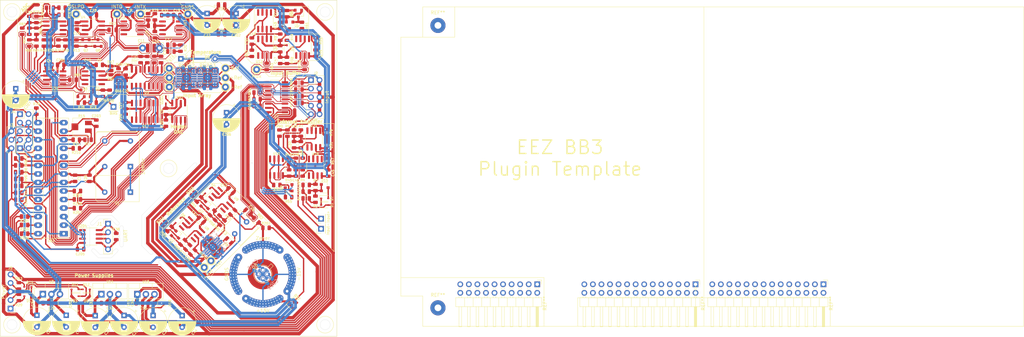
<source format=kicad_pcb>
(kicad_pcb (version 20200119) (host pcbnew "(5.99.0-1090-gf079c4111)")
  (layers (0 "F.Cu" signal) (31 "B.Cu" signal) (34 "B.Paste" user) (35 "F.Paste" user) (36 "B.SilkS" user) (37 "F.SilkS" user) (38 "B.Mask" user) (39 "F.Mask" user hide) (44 "Edge.Cuts" user))
  (net 0 "")
  (net 1 "+5V")
  (net 2 "GND")
  (net 3 "/Analog_+15V")
  (net 4 "/Analog_-15V")
  (net 5 "-15V")
  (net 6 "Net-(C17-Pad2)")
  (net 7 "+15V")
  (net 8 "Net-(D3-Pad1)")
  (net 9 "Net-(D4-Pad1)")
  (net 10 "Net-(D4-Pad2)")
  (net 11 "Net-(D6-Pad1)")
  (net 12 "Net-(D6-Pad2)")
  (net 13 "Net-(D11-Pad1)")
  (net 14 "Net-(D13-Pad2)")
  (net 15 "Net-(D14-Pad2)")
  (net 16 "Net-(Q5-Pad1)")
  (net 17 "Net-(R14-Pad2)")
  (net 18 "Net-(R16-Pad2)")
  (net 19 "Net-(R25-Pad1)")
  (net 20 "/AIN0")
  (net 21 "/UART_TX")
  (net 22 "/UART_VCC")
  (net 23 "/UART_RX")
  (net 24 "/ADC1")
  (net 25 "Net-(LSP6-Pad1)")
  (net 26 "/TX")
  (net 27 "/RX")
  (net 28 "Net-(U2-Pad1)")
  (net 29 "Net-(U2-Pad5)")
  (net 30 "Net-(U2-Pad8)")
  (net 31 "/Reset")
  (net 32 "/MOSI")
  (net 33 "/PD2")
  (net 34 "/MISO")
  (net 35 "/PD3")
  (net 36 "/SCLK")
  (net 37 "/PD4")
  (net 38 "/PC3")
  (net 39 "/AIN1")
  (net 40 "/PC4")
  (net 41 "/PC5")
  (net 42 "Net-(U8-Pad5)")
  (net 43 "Net-(U9-Pad5)")
  (net 44 "Net-(U11-Pad1)")
  (net 45 "Net-(U11-Pad5)")
  (net 46 "Net-(U11-Pad8)")
  (net 47 "Net-(U12-Pad1)")
  (net 48 "Net-(U12-Pad5)")
  (net 49 "Net-(U12-Pad8)")
  (net 50 "/Integrator_Input")
  (net 51 "/Integrator_Output")
  (net 52 "/Slope_Output")
  (net 53 "/LM399_Zener_Voltage")
  (net 54 "/Mux_Output")
  (net 55 "GNDS")
  (net 56 "/UART_GND")
  (net 57 "Net-(R204-Pad2)")
  (net 58 "Net-(R205-Pad2)")
  (net 59 "Net-(R206-Pad2)")
  (net 60 "Net-(R207-Pad2)")
  (net 61 "Net-(R208-Pad2)")
  (net 62 "Net-(R209-Pad2)")
  (net 63 "/Heater_Setpoint")
  (net 64 "/Analog_5V")
  (net 65 "/DAC_CS")
  (net 66 "/Ref+7V_Unbuffered")
  (net 67 "Net-(RN202-Pad8)")
  (net 68 "Net-(RN202-Pad7)")
  (net 69 "Net-(RN202-Pad6)")
  (net 70 "Net-(RN202-Pad5)")
  (net 71 "Net-(C13-Pad1)")
  (net 72 "/U5_GND")
  (net 73 "/U5_5V")
  (net 74 "/U12-")
  (net 75 "/U12+")
  (net 76 "/U19_15V")
  (net 77 "/U18_15V")
  (net 78 "Net-(Q1-Pad1)")
  (net 79 "/Buffer_Output")
  (net 80 "/U17_5V")
  (net 81 "Net-(U17-Pad6)")
  (net 82 "Net-(U17-Pad8)")
  (net 83 "Net-(U18-Pad8)")
  (net 84 "Net-(U18-Pad5)")
  (net 85 "Net-(U18-Pad1)")
  (net 86 "Net-(U19-Pad1)")
  (net 87 "Net-(U19-Pad5)")
  (net 88 "Net-(U19-Pad8)")
  (net 89 "/Input_Ground")
  (net 90 "/Reference_Ground")
  (net 91 "/Reference_Node")
  (net 92 "/Input_Node")
  (net 93 "/U12_FB")
  (net 94 "/U18_FB")
  (net 95 "/U9_FB")
  (net 96 "/U8_FB")
  (net 97 "/U13_5V")
  (net 98 "/U11_15V")
  (net 99 "/X1_5V")
  (net 100 "/U7_15V")
  (net 101 "Net-(U1-Pad1)")
  (net 102 "Net-(U1-Pad5)")
  (net 103 "Net-(U1-Pad8)")
  (net 104 "Net-(U$3-Pad10)")
  (net 105 "Net-(R8-Pad1)")
  (net 106 "/Virtual_Ground")
  (net 107 "Net-(C16-Pad1)")
  (net 108 "/ADC0")
  (net 109 "Net-(R64-Pad2)")
  (net 110 "Net-(R67-Pad1)")
  (net 111 "Net-(R85-Pad1)")
  (net 112 "Net-(R86-Pad2)")
  (net 113 "/PD5")
  (net 114 "Net-(R210-Pad2)")
  (net 115 "/OVER")
  (net 116 "/PD4_Sync")
  (net 117 "/PD3_Sync")
  (net 118 "/16MHz")
  (net 119 "/SS")
  (net 120 "Net-(Q9-Pad1)")
  (net 121 "Net-(R45-Pad1)")
  (net 122 "Net-(R46-Pad1)")
  (net 123 "Net-(R50-Pad2)")
  (net 124 "Net-(R39-Pad1)")
  (net 125 "/U$3_5V")
  (net 126 "Net-(LSP7-Pad1)")
  (net 127 "Net-(R78-Pad2)")
  (net 128 "Net-(U16-Pad8)")
  (net 129 "Net-(U16-Pad5)")
  (net 130 "Net-(U16-Pad1)")
  (net 131 "/AREF")
  (net 132 "/Slope_Input")
  (net 133 "/U13A_FB")
  (net 134 "/-Ref_In")
  (net 135 "/+Ref_In")
  (net 136 "/Sig_In")
  (net 137 "/Ref_-13.4V")
  (net 138 "/Ref_+14V")
  (net 139 "/Temp")
  (net 140 "/Input6")
  (net 141 "/Input4")
  (net 142 "/Input1")
  (net 143 "/Input2")
  (net 144 "/Input3")
  (net 145 "/U202_5V")
  (net 146 "/U6_15V")
  (net 147 "/U4_Comp")
  (net 148 "/U4_CB")
  (net 149 "/Offset Out")
  (net 150 "/Offset In")
  (net 151 "/U4_Bal")
  (net 152 "/U8_Trim 2")
  (net 153 "/U8_Trim 1")
  (net 154 "/U9_Trim 2")
  (net 155 "/U9_Trim 1")
  (net 156 "/X1_Enable")
  (net 157 "/Buffer_Offset")
  (net 158 "/Bootstrap Input")
  (net 159 "/Buffer Input")
  (net 160 "/5V_Unreg")
  (net 161 "/15V_Unreg")
  (net 162 "/-15V_Unreg")
  (net 163 "Net-(LSP200-Pad1)")
  (net 164 "/OC1A")
  (net 165 "/Ext_Input1")
  (net 166 "/Ext_Input2")
  (net 167 "/Ext_Input3")
  (net 168 "/Ext_Input4")
  (net 169 "/U16_15V")
  (net 170 "Net-(LSP8-Pad1)")
  (net 171 "/U301_Trim 2")
  (net 172 "/U301_Trim 1")
  (net 173 "Net-(R90-Pad1)")
  (net 174 "Net-(C21-Pad1)")
  (net 175 "Net-(C29-Pad1)")
  (net 176 "Net-(C30-Pad2)")
  (net 177 "Net-(C30-Pad1)")
  (net 178 "Net-(D1-Pad1)")
  (net 179 "Net-(R1-Pad1)")
  (net 180 "Net-(R4-Pad2)")
  (net 181 "Net-(R4-Pad1)")
  (net 182 "Net-(U21-Pad5)")
  (net 183 "Net-(Q1-Pad3)")
  (net 184 "Net-(Q3-Pad3)")
  (net 185 "Net-(Q5-Pad2)")
  (net 186 "Net-(Q6-Pad2)")
  (net 187 "Net-(Q7-Pad3)")
  (net 188 "Net-(D15-Pad3)")
  (net 189 "/U21_15V")
  (module "Resistor_SMD:R_0805_2012Metric" (layer "B.Cu") (at 77.39 111.65 -135)
    (fp_text reference "3-6" (at -2.743574 0.608112 -135) (layer "B.SilkS") (effects (font (size 0.7 0.7)) (justify mirror)))
    (fp_text value "20K")
    (pad "2" smd roundrect (at 1.21 -0.2 225) (size 0.4 1) (layers "B.Cu" "B.Paste" "B.Mask") (net 96 "/U8_FB"))
    (pad "1" smd roundrect (at -1.19 -0.199999 225) (size 0.4 1) (layers "B.Cu" "B.Paste" "B.Mask") (net 95 "/U9_FB"))
    (pad "2" smd roundrect (at 0.92 0 225) (size 0.975 0.7) (drill (offset 0 0.35)) (layers "B.Cu" "B.Paste" "B.Mask") (net 96 "/U8_FB"))
    (pad "1" smd roundrect (at -0.91 0 225) (size 0.975 0.7) (drill (offset 0 0.35)) (layers "B.Cu" "B.Paste" "B.Mask") (roundrect_rratio 0.143) (net 95 "/U9_FB"))
  )
  (module "Resistor_SMD:R_0805_2012Metric" (layer "B.Cu") (at 78.8 113.07 -135)
    (fp_text reference "2-7" (at -2.750645 -0.756604 45) (layer "B.SilkS") (effects (font (size 0.7 0.7)) (justify mirror)))
    (fp_text value "20K")
    (pad "2" smd roundrect (at 1.21 0.2 225) (size 0.4 1) (layers "B.Cu" "B.Paste" "B.Mask") (net 96 "/U8_FB"))
    (pad "1" smd roundrect (at -1.19 0.199999 225) (size 0.4 1) (layers "B.Cu" "B.Paste" "B.Mask") (net 105 "Net-(R8-Pad1)"))
    (pad "2" smd roundrect (at 0.92 -0.7 225) (size 0.975 0.7) (drill (offset 0 0.35)) (layers "B.Cu" "B.Paste" "B.Mask") (net 96 "/U8_FB"))
    (pad "1" smd roundrect (at -0.91 -0.7 225) (size 0.975 0.7) (drill (offset 0 0.35)) (layers "B.Cu" "B.Paste" "B.Mask") (roundrect_rratio 0.143) (net 105 "Net-(R8-Pad1)"))
  )
  (module "Resistor_SMD:R_0805_2012Metric" (layer "B.Cu") (at 76.59 63.039997)
    (fp_text reference "3-6" (at -2.77 0.740003) (layer "B.SilkS") (effects (font (size 0.7 0.7)) (justify mirror)))
    (fp_text value "20K")
    (pad "1" smd roundrect (at -0.91 0) (size 0.975 0.7) (drill (offset 0 0.35)) (layers "B.Cu" "B.Paste" "B.Mask") (roundrect_rratio 0.143) (net 69 "Net-(RN202-Pad6)"))
    (pad "2" smd roundrect (at 0.92 0) (size 0.975 0.7) (drill (offset 0 0.35)) (layers "B.Cu" "B.Paste" "B.Mask") (net 138 "/Ref_+14V"))
    (pad "1" smd roundrect (at -1.19 -0.2) (size 0.4 1) (layers "B.Cu" "B.Paste" "B.Mask") (net 69 "Net-(RN202-Pad6)"))
    (pad "2" smd roundrect (at 1.21 -0.2) (size 0.4 1) (layers "B.Cu" "B.Paste" "B.Mask") (net 138 "/Ref_+14V"))
  )
  (module "Resistor_SMD:R_0805_2012Metric" (layer "B.Cu") (at 76.585001 61.039997)
    (fp_text reference "2-7" (at -2.75 -0.6 180) (layer "B.SilkS") (effects (font (size 0.7 0.7)) (justify mirror)))
    (fp_text value "20K")
    (pad "2" smd roundrect (at 1.21 0.2) (size 0.4 1) (layers "B.Cu" "B.Paste" "B.Mask") (net 137 "/Ref_-13.4V"))
    (pad "1" smd roundrect (at -1.19 0.2) (size 0.4 1) (layers "B.Cu" "B.Paste" "B.Mask") (net 68 "Net-(RN202-Pad7)"))
    (pad "2" smd roundrect (at 0.92 -0.7) (size 0.975 0.7) (drill (offset 0 0.35)) (layers "B.Cu" "B.Paste" "B.Mask") (net 137 "/Ref_-13.4V"))
    (pad "1" smd roundrect (at -0.91 -0.7) (size 0.975 0.7) (drill (offset 0 0.35)) (layers "B.Cu" "B.Paste" "B.Mask") (roundrect_rratio 0.143) (net 68 "Net-(RN202-Pad7)"))
  )
  (module "Resistor_SMD:R_0805_2012Metric" (layer "B.Cu") (at 70.335001 61.039997)
    (fp_text reference "2-7" (at -2.75 -0.6 180) (layer "B.SilkS") (effects (font (size 0.7 0.7)) (justify mirror)))
    (fp_text value "20K")
    (pad "1" smd roundrect (at -0.91 -0.7) (size 0.975 0.7) (drill (offset 0 0.35)) (layers "B.Cu" "B.Paste" "B.Mask") (roundrect_rratio 0.143) (net 63 "/Heater_Setpoint"))
    (pad "2" smd roundrect (at 0.92 -0.7) (size 0.975 0.7) (drill (offset 0 0.35)) (layers "B.Cu" "B.Paste" "B.Mask") (net 68 "Net-(RN202-Pad7)"))
    (pad "1" smd roundrect (at -1.19 0.2) (size 0.4 1) (layers "B.Cu" "B.Paste" "B.Mask") (net 63 "/Heater_Setpoint"))
    (pad "2" smd roundrect (at 1.21 0.2) (size 0.4 1) (layers "B.Cu" "B.Paste" "B.Mask") (net 68 "Net-(RN202-Pad7)"))
  )
  (module "Resistor_SMD:R_0805_2012Metric" (layer "B.Cu") (at 70.335001 63.039997)
    (fp_text reference "3-6" (at -2.75 0.730003) (layer "B.SilkS") (effects (font (size 0.7 0.7)) (justify mirror)))
    (fp_text value "20K")
    (pad "2" smd roundrect (at 1.21 -0.2) (size 0.4 1) (layers "B.Cu" "B.Paste" "B.Mask") (net 69 "Net-(RN202-Pad6)"))
    (pad "1" smd roundrect (at -1.19 -0.2) (size 0.4 1) (layers "B.Cu" "B.Paste" "B.Mask") (net 135 "/+Ref_In"))
    (pad "2" smd roundrect (at 0.92 0) (size 0.975 0.7) (drill (offset 0 0.35)) (layers "B.Cu" "B.Paste" "B.Mask") (net 69 "Net-(RN202-Pad6)"))
    (pad "1" smd roundrect (at -0.91 0) (size 0.975 0.7) (drill (offset 0 0.35)) (layers "B.Cu" "B.Paste" "B.Mask") (roundrect_rratio 0.143) (net 135 "/+Ref_In"))
  )
  (module "Oscillator:Oscillator_DIP-8" (layer "F.Cu") (at 53.675 88.475 90)
    (fp_text reference "REF**" hide)
    (fp_text value "Oscillator_DIP-8")
    (pad "8" thru_hole circle (at 0 -7.62 90) (size 1.6 1.6) (drill 0.8) (layers *.Cu *.Mask) (net 99 "/X1_5V"))
    (pad "1" thru_hole rect (at 0 0 90) (size 1.6 1.6) (drill 0.8) (layers *.Cu *.Mask) (net 156 "/X1_Enable"))
  )
  (module "Package_SO:SOIC-8_3.9x4.9mm_P1.27mm" (layer "F.Cu") (at 108.6 88.7 90)
    (fp_text reference "U16" (at 4.03 0) (layer "F.SilkS") (effects (font (size 0.7 0.7))))
    (fp_text value "LTC2057")
    (pad "1" smd roundrect (at -2.475 -1.905 90) (size 1.95 0.6) (layers "F.Cu" "F.Paste" "F.Mask") (net 130 "Net-(U16-Pad1)"))
    (pad "2" smd roundrect (at -2.475 -0.635 90) (size 1.95 0.6) (layers "F.Cu" "F.Paste" "F.Mask") (net 180 "Net-(R4-Pad2)"))
    (pad "3" smd roundrect (at -2.475 0.635 90) (size 1.95 0.6) (layers "F.Cu" "F.Paste" "F.Mask") (net 175 "Net-(C29-Pad1)"))
    (pad "4" smd roundrect (at -2.475 1.905 90) (size 1.95 0.6) (layers "F.Cu" "F.Paste" "F.Mask") (net 5 "-15V"))
    (pad "5" smd roundrect (at 2.475 1.905 90) (size 1.95 0.6) (layers "F.Cu" "F.Paste" "F.Mask") (net 129 "Net-(U16-Pad5)"))
    (pad "6" smd roundrect (at 2.475 0.635 90) (size 1.95 0.6) (layers "F.Cu" "F.Paste" "F.Mask") (net 181 "Net-(R4-Pad1)"))
    (pad "7" smd roundrect (at 2.475 -0.635 90) (size 1.95 0.6) (layers "F.Cu" "F.Paste" "F.Mask") (net 169 "/U16_15V"))
    (pad "8" smd roundrect (at 2.475 -1.905 90) (size 1.95 0.6) (layers "F.Cu" "F.Paste" "F.Mask") (net 128 "Net-(U16-Pad8)"))
  )
  (module "Package_SO:SOIC-8_3.9x4.9mm_P1.27mm" (layer "F.Cu") (at 31.175001 62.059997 180)
    (fp_text reference "U20" (at -0.066999 -3.3 180) (layer "F.SilkS") (effects (font (size 0.7 0.7))))
    (fp_text value "DG419LDY")
    (pad "1" smd roundrect (at -2.475 -1.905 180) (size 1.95 0.6) (layers "F.Cu" "F.Paste" "F.Mask") (net 132 "/Slope_Input"))
    (pad "2" smd roundrect (at -2.475 -0.635 180) (size 1.95 0.6) (layers "F.Cu" "F.Paste" "F.Mask") (net 111 "Net-(R85-Pad1)"))
    (pad "3" smd roundrect (at -2.475 0.635 180) (size 1.95 0.6) (layers "F.Cu" "F.Paste" "F.Mask") (net 2 "GND"))
    (pad "4" smd roundrect (at -2.475 1.905 180) (size 1.95 0.6) (layers "F.Cu" "F.Paste" "F.Mask") (net 3 "/Analog_+15V"))
    (pad "5" smd roundrect (at 2.475 1.905 180) (size 1.95 0.6) (layers "F.Cu" "F.Paste" "F.Mask") (net 1 "+5V"))
    (pad "6" smd roundrect (at 2.475 0.635 180) (size 1.95 0.6) (layers "F.Cu" "F.Paste" "F.Mask") (net 113 "/PD5"))
    (pad "7" smd roundrect (at 2.475 -0.635 180) (size 1.95 0.6) (layers "F.Cu" "F.Paste" "F.Mask") (net 4 "/Analog_-15V"))
    (pad "8" smd roundrect (at 2.475 -1.905 180) (size 1.95 0.6) (layers "F.Cu" "F.Paste" "F.Mask") (net 112 "Net-(R86-Pad2)"))
  )
  (module "Package_SO:SOIC-8_3.9x4.9mm_P1.27mm" (layer "F.Cu") (at 42.675001 47.229997 180)
    (fp_text reference "U4" (at 3.075 3.2) (layer "F.SilkS") (effects (font (size 0.7 0.7))))
    (fp_text value "NE5534D")
    (pad "8" smd roundrect (at 2.475 -1.905 180) (size 1.95 0.6) (layers "F.Cu" "F.Paste" "F.Mask") (net 148 "/U4_CB"))
    (pad "7" smd roundrect (at 2.475 -0.635 180) (size 1.95 0.6) (layers "F.Cu" "F.Paste" "F.Mask") (net 3 "/Analog_+15V"))
    (pad "6" smd roundrect (at 2.475 0.635 180) (size 1.95 0.6) (layers "F.Cu" "F.Paste" "F.Mask") (net 52 "/Slope_Output"))
    (pad "5" smd roundrect (at 2.475 1.905 180) (size 1.95 0.6) (layers "F.Cu" "F.Paste" "F.Mask") (net 147 "/U4_Comp"))
    (pad "4" smd roundrect (at -2.475 1.905 180) (size 1.95 0.6) (layers "F.Cu" "F.Paste" "F.Mask") (net 4 "/Analog_-15V"))
    (pad "3" smd roundrect (at -2.475 0.635 180) (size 1.95 0.6) (layers "F.Cu" "F.Paste" "F.Mask") (net 55 "GNDS"))
    (pad "2" smd roundrect (at -2.475 -0.635 180) (size 1.95 0.6) (layers "F.Cu" "F.Paste" "F.Mask") (net 132 "/Slope_Input"))
    (pad "1" smd roundrect (at -2.475 -1.905 180) (size 1.95 0.6) (layers "F.Cu" "F.Paste" "F.Mask") (net 151 "/U4_Bal"))
  )
  (module "Package_TO_SOT_SMD:SOT-23" (layer "F.Cu") (at 40.45 51.725 -90)
    (fp_text reference "Q2" (at 2.2 0.025 180) (layer "F.SilkS") (effects (font (size 0.7 0.7))))
    (fp_text value "BC847")
    (pad "3" smd rect (at 1 0 270) (size 0.9 0.8) (layers "F.Cu" "F.Paste" "F.Mask") (net 52 "/Slope_Output"))
    (pad "2" smd rect (at -1 0.95 270) (size 0.9 0.8) (layers "F.Cu" "F.Paste" "F.Mask") (net 132 "/Slope_Input"))
    (pad "1" smd rect (at -1 -0.95 270) (size 0.9 0.8) (layers "F.Cu" "F.Paste" "F.Mask") (net 132 "/Slope_Input"))
  )
  (module "Package_TO_SOT_SMD:SOT-23" (layer "F.Cu") (at 44.05 51.725 90)
    (fp_text reference "Q8" (at -2.2 -0.025) (layer "F.SilkS") (effects (font (size 0.7 0.7))))
    (fp_text value "BC847")
    (pad "3" smd rect (at 1 0 90) (size 0.9 0.8) (layers "F.Cu" "F.Paste" "F.Mask") (net 132 "/Slope_Input"))
    (pad "2" smd rect (at -1 0.95 90) (size 0.9 0.8) (layers "F.Cu" "F.Paste" "F.Mask") (net 52 "/Slope_Output"))
    (pad "1" smd rect (at -1 -0.95 90) (size 0.9 0.8) (layers "F.Cu" "F.Paste" "F.Mask") (net 52 "/Slope_Output"))
  )
  (module "Package_TO_SOT_SMD:SOT-23" (layer "F.Cu") (at 111.375 94.75)
    (fp_text reference "D15" (at 0 -2.175) (layer "F.SilkS") (effects (font (size 0.7 0.7))))
    (fp_text value "BAV199")
    (pad "3" smd rect (at 1 0) (size 0.9 0.8) (layers "F.Cu" "F.Paste" "F.Mask") (net 188 "Net-(D15-Pad3)"))
    (pad "2" smd rect (at -1 0.95) (size 0.9 0.8) (layers "F.Cu" "F.Paste" "F.Mask") (net 174 "Net-(C21-Pad1)"))
    (pad "1" smd rect (at -1 -0.95) (size 0.9 0.8) (layers "F.Cu" "F.Paste" "F.Mask") (net 174 "Net-(C21-Pad1)"))
  )
  (module "Capacitor_THT:CP_Radial_D8.0mm_P3.50mm" (layer "F.Cu") (at 19.625 65.325 -90)
    (fp_text reference "C207" (at 5.025 -3.525 225) (layer "F.SilkS") (effects (font (size 0.7 0.7))))
    (fp_text value "100u")
    (pad "2" thru_hole circle (at 3.5 0 270) (size 1.6 1.6) (drill 0.8) (layers *.Cu *.Mask) (net 2 "GND"))
    (pad "1" thru_hole rect (at 0 0 270) (size 1.6 1.6) (drill 0.8) (layers *.Cu *.Mask) (net 1 "+5V"))
  )
  (module "Jumper:SolderJumper-2_P1.3mm_Open_RoundedPad1.0x1.5mm" (layer "F.Cu") (at 63.625 105.425 45)
    (fp_text reference "R211" (at 0 -1.52028 45) (layer "F.SilkS") (effects (font (size 0.7 0.7))))
    (fp_text value "Jumper")
    (pad "2" smd custom (at 0.65 0 45) (size 1 0.5) (layers "F.Cu" "F.Mask") (net 5 "-15V") (options (clearance outline) (anchor rect)) (primitives (gr_circle (center 0 0.25) (end 0.5 0.25) (width 0)) (gr_circle (center 0 -0.25) (end 0.5 -0.25) (width 0)) (gr_poly (pts (xy 0 -0.75) (xy -0.5 -0.75) (xy -0.5 0.75) (xy 0 0.75)) (width 0))))
    (pad "1" smd custom (at -0.65 0 45) (size 1 0.5) (layers "F.Cu" "F.Mask") (net 184 "Net-(Q3-Pad3)") (options (clearance outline) (anchor rect)) (primitives (gr_circle (center 0 0.25) (end 0.5 0.25) (width 0)) (gr_circle (center 0 -0.25) (end 0.5 -0.25) (width 0)) (gr_poly (pts (xy 0 -0.75) (xy 0.5 -0.75) (xy 0.5 0.75) (xy 0 0.75)) (width 0))))
  )
  (module "Jumper:SolderJumper-2_P1.3mm_Open_RoundedPad1.0x1.5mm" (layer "F.Cu") (at 72.4 96.675 45)
    (fp_text reference "R203" (at 0 -1.484924 45) (layer "F.SilkS") (effects (font (size 0.7 0.7))))
    (fp_text value "Jumper")
    (pad "2" smd custom (at 0.65 0 45) (size 1 0.5) (layers "F.Cu" "F.Mask") (net 7 "+15V") (options (clearance outline) (anchor rect)) (primitives (gr_circle (center 0 0.25) (end 0.5 0.25) (width 0)) (gr_circle (center 0 -0.25) (end 0.5 -0.25) (width 0)) (gr_poly (pts (xy 0 -0.75) (xy -0.5 -0.75) (xy -0.5 0.75) (xy 0 0.75)) (width 0))))
    (pad "1" smd custom (at -0.65 0 45) (size 1 0.5) (layers "F.Cu" "F.Mask") (net 187 "Net-(Q7-Pad3)") (options (clearance outline) (anchor rect)) (primitives (gr_circle (center 0 0.25) (end 0.5 0.25) (width 0)) (gr_circle (center 0 -0.25) (end 0.5 -0.25) (width 0)) (gr_poly (pts (xy 0 -0.75) (xy 0.5 -0.75) (xy 0.5 0.75) (xy 0 0.75)) (width 0))))
  )
  (module "Capacitor_THT:CP_Radial_D8.0mm_P3.50mm" (layer "F.Cu") (at 82.225 72.425 -90)
    (fp_text reference "C206" (at 6.525 0 180) (layer "F.SilkS") (effects (font (size 0.7 0.7))))
    (fp_text value "100u")
    (pad "2" thru_hole circle (at 3.5 0 270) (size 1.6 1.6) (drill 0.8) (layers *.Cu *.Mask) (net 5 "-15V"))
    (pad "1" thru_hole rect (at 0 0 270) (size 1.6 1.6) (drill 0.8) (layers *.Cu *.Mask) (net 7 "+15V"))
  )
  (module "NetTie:NetTie-2_SMD_Pad0.5mm" (layer "F.Cu") (at 16 128.525 90)
    (fp_text reference "REF**" hide)
    (fp_text value "NetTie-2_SMD_Pad0.5mm" hide)
    (fp_poly (pts (xy -0.65 -0.5) (xy 0.65 -0.5) (xy 0.65 0.5) (xy -0.65 0.5)) (layer "F.Cu") (width 0))
    (pad "2" smd circle (at 0.65 0 90) (size 1 1) (layers "F.Cu") (net 2 "GND"))
    (pad "1" smd circle (at -0.65 0 90) (size 1 1) (layers "F.Cu") (net 55 "GNDS"))
  )
  (module "Connector_PinHeader_2.54mm:PinHeader_1x04_P2.54mm_Vertical" (layer "F.Cu") (at 47.029997 105.477504)
    (fp_text reference "J1" (at -2.525 0.075) (layer "F.SilkS"))
    (fp_text value "UART" (at 5.220003 3.572496 90) (layer "F.SilkS"))
    (pad "1" thru_hole rect (at 0 0) (size 1.7 1.7) (drill 1) (layers *.Cu *.Mask) (net 22 "/UART_VCC"))
    (pad "2" thru_hole oval (at 0 2.54) (size 1.7 1.7) (drill 1) (layers *.Cu *.Mask) (net 21 "/UART_TX"))
    (pad "3" thru_hole oval (at 0 5.08) (size 1.7 1.7) (drill 1) (layers *.Cu *.Mask) (net 23 "/UART_RX"))
    (pad "4" thru_hole oval (at 0 7.62) (size 1.7 1.7) (drill 1) (layers *.Cu *.Mask) (net 56 "/UART_GND"))
  )
  (module "Capacitor_SMD:C_0805_2012Metric" (layer "F.Cu") (at 49.454997 109.277504 -90)
    (fp_text reference "C38" (at -2.125 -0.025) (layer "F.SilkS") (effects (font (size 0.7 0.7))))
    (fp_text value "100n")
    (pad "1" smd roundrect (at -0.9375 0 270) (size 0.975 1.4) (layers "F.Cu" "F.Paste" "F.Mask") (net 22 "/UART_VCC"))
    (pad "2" smd roundrect (at 0.9375 0 270) (size 0.975 1.4) (layers "F.Cu" "F.Paste" "F.Mask") (net 56 "/UART_GND"))
  )
  (module "Package_SO:SOIC-8_3.9x4.9mm_P1.27mm" (layer "F.Cu") (at 41.879999 109.2825)
    (fp_text reference "U204" (at -2.529999 -3.1575) (layer "F.SilkS") (effects (font (size 0.7 0.7))))
    (fp_text value "ADuM1201AR")
    (pad "8" smd roundrect (at 2.475 -1.905) (size 1.95 0.6) (layers "F.Cu" "F.Paste" "F.Mask") (net 22 "/UART_VCC"))
    (pad "7" smd roundrect (at 2.475 -0.635) (size 1.95 0.6) (layers "F.Cu" "F.Paste" "F.Mask") (net 21 "/UART_TX"))
    (pad "6" smd roundrect (at 2.475 0.635) (size 1.95 0.6) (layers "F.Cu" "F.Paste" "F.Mask") (net 23 "/UART_RX"))
    (pad "5" smd roundrect (at 2.475 1.905) (size 1.95 0.6) (layers "F.Cu" "F.Paste" "F.Mask") (net 56 "/UART_GND"))
    (pad "4" smd roundrect (at -2.475 1.905) (size 1.95 0.6) (layers "F.Cu" "F.Paste" "F.Mask") (net 2 "GND"))
    (pad "3" smd roundrect (at -2.475 0.635) (size 1.95 0.6) (layers "F.Cu" "F.Paste" "F.Mask") (net 26 "/TX"))
    (pad "2" smd roundrect (at -2.475 -0.635) (size 1.95 0.6) (layers "F.Cu" "F.Paste" "F.Mask") (net 27 "/RX"))
    (pad "1" smd roundrect (at -2.475 -1.905) (size 1.95 0.6) (layers "F.Cu" "F.Paste" "F.Mask") (net 1 "+5V"))
  )
  (module "Capacitor_SMD:C_0805_2012Metric" (layer "F.Cu") (at 38.875 113.05 180)
    (fp_text reference "C205" (at 0.125 -1.45) (layer "F.SilkS") (effects (font (size 0.7 0.7))))
    (fp_text value "100n")
    (pad "2" smd roundrect (at 0.9375 0 180) (size 0.975 1.4) (layers "F.Cu" "F.Paste" "F.Mask") (net 2 "GND"))
    (pad "1" smd roundrect (at -0.9375 0 180) (size 0.975 1.4) (layers "F.Cu" "F.Paste" "F.Mask") (net 1 "+5V"))
  )
  (module "Connector_PinHeader_2.54mm:PinHeader_1x05_P2.54mm_Vertical" (layer "F.Cu") (at 18.075 130.725 180)
    (fp_text reference "J5" (at 0.05 12.1) (layer "F.SilkS") (effects (font (size 0.7 0.7))))
    (fp_text value "Power" (at 2.125 5.025 90) (layer "F.SilkS"))
    (pad "5" thru_hole oval (at 0 10.16 180) (size 1.7 1.7) (drill 1) (layers *.Cu *.Mask) (net 15 "Net-(D14-Pad2)"))
    (pad "4" thru_hole oval (at 0 7.62 180) (size 1.7 1.7) (drill 1) (layers *.Cu *.Mask) (net 8 "Net-(D3-Pad1)"))
    (pad "3" thru_hole oval (at 0 5.08 180) (size 1.7 1.7) (drill 1) (layers *.Cu *.Mask) (net 2 "GND"))
    (pad "2" thru_hole oval (at 0 2.54 180) (size 1.7 1.7) (drill 1) (layers *.Cu *.Mask) (net 13 "Net-(D11-Pad1)"))
    (pad "1" thru_hole rect (at 0 0 180) (size 1.7 1.7) (drill 1) (layers *.Cu *.Mask) (net 14 "Net-(D13-Pad2)"))
  )
  (module "Connector_PinHeader_2.54mm:PinHeader_2x05_P2.54mm_Vertical" (layer "F.Cu") (at 20.875 72.875)
    (fp_text reference "J4" (at -2.05 -0.65) (layer "F.SilkS") (effects (font (size 0.7 0.7))))
    (fp_text value "ISCP10")
    (pad "10" thru_hole oval (at 2.54 10.16) (size 1.7 1.7) (drill 1) (layers *.Cu *.Mask) (net 164 "/OC1A"))
    (pad "8" thru_hole oval (at 2.54 7.62) (size 1.7 1.7) (drill 1) (layers *.Cu *.Mask) (net 2 "GND"))
    (pad "6" thru_hole oval (at 2.54 5.08) (size 1.7 1.7) (drill 1) (layers *.Cu *.Mask) (net 2 "GND"))
    (pad "4" thru_hole oval (at 2.54 2.54) (size 1.7 1.7) (drill 1) (layers *.Cu *.Mask) (net 2 "GND"))
    (pad "3" thru_hole oval (at 0 2.54) (size 1.7 1.7) (drill 1) (layers *.Cu *.Mask) (net 119 "/SS"))
    (pad "2" thru_hole oval (at 2.54 0) (size 1.7 1.7) (drill 1) (layers *.Cu *.Mask) (net 1 "+5V"))
    (pad "1" thru_hole rect (at 0 0) (size 1.7 1.7) (drill 1) (layers *.Cu *.Mask) (net 32 "/MOSI"))
  )
  (module "Connector_PinHeader_2.54mm:PinHeader_2x03_P2.54mm_Vertical" (layer "F.Cu") (at 20.875 83.042953 180)
    (fp_text reference "J3" (at 2.525 6.992953 180) (layer "F.SilkS") (effects (font (size 0.7 0.7))))
    (fp_text value "ICSP6")
    (pad "6" thru_hole oval (at 2.54 5.08 180) (size 1.7 1.7) (drill 1) (layers *.Cu *.Mask) (net 2 "GND"))
    (pad "5" thru_hole oval (at 0 5.08 180) (size 1.7 1.7) (drill 1) (layers *.Cu *.Mask) (net 31 "/Reset"))
    (pad "4" thru_hole oval (at 2.54 2.54 180) (size 1.7 1.7) (drill 1) (layers *.Cu *.Mask) (net 32 "/MOSI"))
    (pad "3" thru_hole oval (at 0 2.54 180) (size 1.7 1.7) (drill 1) (layers *.Cu *.Mask) (net 36 "/SCLK"))
    (pad "2" thru_hole oval (at 2.54 0 180) (size 1.7 1.7) (drill 1) (layers *.Cu *.Mask) (net 1 "+5V"))
    (pad "1" thru_hole rect (at 0 0 180) (size 1.7 1.7) (drill 1) (layers *.Cu *.Mask) (net 34 "/MISO"))
  )
  (module "Resistor_SMD:R_0805_2012Metric" (layer "F.Cu") (at 97.95279 78.532989 90)
    (fp_text reference "R90" (at 2.032989 -0.00279 180) (layer "F.SilkS") (effects (font (size 0.7 0.7))))
    (fp_text value "22K")
    (pad "2" smd roundrect (at 0.9375 0 90) (size 0.975 1.4) (layers "F.Cu" "F.Paste" "F.Mask") (net 140 "/Input6"))
    (pad "1" smd roundrect (at -0.9375 0 90) (size 0.975 1.4) (layers "F.Cu" "F.Paste" "F.Mask") (net 173 "Net-(R90-Pad1)"))
  )
  (module "Connector_PinHeader_2.54mm:PinHeader_2x05_P2.54mm_Vertical" (layer "F.Cu") (at 107.3 62.75)
    (fp_text reference "J2" (at 1.412 -2.044) (layer "F.SilkS") (effects (font (size 0.7 0.7))))
    (fp_text value "Input" (at 4.725 5.1 90) (layer "F.SilkS"))
    (pad "10" thru_hole oval (at 2.54 10.16) (size 1.7 1.7) (drill 1) (layers *.Cu *.Mask) (net 55 "GNDS"))
    (pad "9" thru_hole oval (at 0 10.16) (size 1.7 1.7) (drill 1) (layers *.Cu *.Mask) (net 140 "/Input6"))
    (pad "8" thru_hole oval (at 2.54 7.62) (size 1.7 1.7) (drill 1) (layers *.Cu *.Mask) (net 55 "GNDS"))
    (pad "7" thru_hole oval (at 0 7.62) (size 1.7 1.7) (drill 1) (layers *.Cu *.Mask) (net 165 "/Ext_Input1"))
    (pad "6" thru_hole oval (at 2.54 5.08) (size 1.7 1.7) (drill 1) (layers *.Cu *.Mask) (net 55 "GNDS"))
    (pad "5" thru_hole oval (at 0 5.08) (size 1.7 1.7) (drill 1) (layers *.Cu *.Mask) (net 166 "/Ext_Input2"))
    (pad "4" thru_hole oval (at 2.54 2.54) (size 1.7 1.7) (drill 1) (layers *.Cu *.Mask) (net 55 "GNDS"))
    (pad "3" thru_hole oval (at 0 2.54) (size 1.7 1.7) (drill 1) (layers *.Cu *.Mask) (net 167 "/Ext_Input3"))
    (pad "2" thru_hole oval (at 2.54 0) (size 1.7 1.7) (drill 1) (layers *.Cu *.Mask) (net 55 "GNDS"))
    (pad "1" thru_hole rect (at 0 0) (size 1.7 1.7) (drill 1) (layers *.Cu *.Mask) (net 168 "/Ext_Input4"))
  )
  (module "Connector_PinHeader_2.54mm:PinHeader_1x01_P2.54mm_Vertical" (layer "F.Cu") (at 110.29875 106.991976 90)
    (fp_text reference "LSP8" hide)
    (fp_text value "Input-" (at -0.1 2.05 270) (layer "F.SilkS") (effects (font (size 0.7 0.7))))
    (pad "1" thru_hole rect (at 0 0 90) (size 1.7 1.7) (drill 1) (layers *.Cu *.Mask) (net 170 "Net-(LSP8-Pad1)"))
  )
  (module "Package_SO:SOIC-8_3.9x4.9mm_P1.27mm" (layer "F.Cu") (at 108.135 80.282378 90)
    (fp_text reference "U21" (at 3.990402 0.01375 180) (layer "F.SilkS") (effects (font (size 0.7 0.7))))
    (fp_text value "OP07CR")
    (pad "8" smd roundrect (at 2.475 -1.905 90) (size 1.95 0.6) (layers "F.Cu" "F.Paste" "F.Mask") (net 171 "/U301_Trim 2"))
    (pad "7" smd roundrect (at 2.475 -0.635 90) (size 1.95 0.6) (layers "F.Cu" "F.Paste" "F.Mask") (net 189 "/U21_15V"))
    (pad "6" smd roundrect (at 2.475 0.635 90) (size 1.95 0.6) (layers "F.Cu" "F.Paste" "F.Mask") (net 176 "Net-(C30-Pad2)"))
    (pad "5" smd roundrect (at 2.475 1.905 90) (size 1.95 0.6) (layers "F.Cu" "F.Paste" "F.Mask") (net 182 "Net-(U21-Pad5)"))
    (pad "4" smd roundrect (at -2.475 1.905 90) (size 1.95 0.6) (layers "F.Cu" "F.Paste" "F.Mask") (net 5 "-15V"))
    (pad "3" smd roundrect (at -2.475 0.635 90) (size 1.95 0.6) (layers "F.Cu" "F.Paste" "F.Mask") (net 55 "GNDS"))
    (pad "2" smd roundrect (at -2.475 -0.635 90) (size 1.95 0.6) (layers "F.Cu" "F.Paste" "F.Mask") (net 177 "Net-(C30-Pad1)"))
    (pad "1" smd roundrect (at -2.475 -1.905 90) (size 1.95 0.6) (layers "F.Cu" "F.Paste" "F.Mask") (net 172 "/U301_Trim 1"))
  )
  (module "Resistor_SMD:R_0805_2012Metric" (layer "F.Cu") (at 112.028748 78.382376 -90)
    (fp_text reference "R70" (at 0 -1.320002 90) (layer "F.SilkS") (effects (font (size 0.7 0.7))))
    (fp_text value "39R")
    (pad "2" smd roundrect (at 0.9375 0 270) (size 0.975 1.4) (layers "F.Cu" "F.Paste" "F.Mask") (net 189 "/U21_15V"))
    (pad "1" smd roundrect (at -0.9375 0 270) (size 0.975 1.4) (layers "F.Cu" "F.Paste" "F.Mask") (net 7 "+15V"))
  )
  (module "Resistor_SMD:R_0805_2012Metric" (layer "F.Cu") (at 112.4 86.91675 -90)
    (fp_text reference "R57" (at -0.015401 -1.42 90) (layer "F.SilkS") (effects (font (size 0.7 0.7))))
    (fp_text value "39R")
    (pad "1" smd roundrect (at -0.9375 0 270) (size 0.975 1.4) (layers "F.Cu" "F.Paste" "F.Mask") (net 7 "+15V"))
    (pad "2" smd roundrect (at 0.9375 0 270) (size 0.975 1.4) (layers "F.Cu" "F.Paste" "F.Mask") (net 169 "/U16_15V"))
  )
  (module "Resistor_SMD:R_0805_2012Metric" (layer "F.Cu") (at 102.278749 78.535916 -90)
    (fp_text reference "R35" (at -2.035916 0.004999 180) (layer "F.SilkS") (effects (font (size 0.7 0.7))))
    (fp_text value "5K")
    (pad "2" smd roundrect (at 0.9375 0 270) (size 0.975 1.4) (layers "F.Cu" "F.Paste" "F.Mask") (net 176 "Net-(C30-Pad2)"))
    (pad "1" smd roundrect (at -0.9375 0 270) (size 0.975 1.4) (layers "F.Cu" "F.Paste" "F.Mask") (net 165 "/Ext_Input1"))
  )
  (module "Resistor_SMD:R_0805_2012Metric" (layer "F.Cu") (at 100.29875 78.538459 -90)
    (fp_text reference "R9" (at -2.038459 -0.00125 180) (layer "F.SilkS") (effects (font (size 0.7 0.7))))
    (fp_text value "5K")
    (pad "2" smd roundrect (at 0.9375 0 270) (size 0.975 1.4) (layers "F.Cu" "F.Paste" "F.Mask") (net 181 "Net-(R4-Pad1)"))
    (pad "1" smd roundrect (at -0.9375 0 270) (size 0.975 1.4) (layers "F.Cu" "F.Paste" "F.Mask") (net 140 "/Input6"))
  )
  (module "Resistor_SMD:R_0805_2012Metric" (layer "F.Cu") (at 104.278751 78.513289 90)
    (fp_text reference "R7" (at 2.013289 -0.003751 180) (layer "F.SilkS") (effects (font (size 0.7 0.7))))
    (fp_text value "100")
    (pad "2" smd roundrect (at 0.9375 0 90) (size 0.975 1.4) (layers "F.Cu" "F.Paste" "F.Mask") (net 170 "Net-(LSP8-Pad1)"))
    (pad "1" smd roundrect (at -0.9375 0 90) (size 0.975 1.4) (layers "F.Cu" "F.Paste" "F.Mask") (net 176 "Net-(C30-Pad2)"))
  )
  (module "Resistor_SMD:R_0805_2012Metric" (layer "F.Cu") (at 104.278748 81.977485 90)
    (fp_text reference "R6" (at -2.0346 -0.029998 180) (layer "F.SilkS") (effects (font (size 0.7 0.7))))
    (fp_text value "22K")
    (pad "2" smd roundrect (at 0.9375 0 90) (size 0.975 1.4) (layers "F.Cu" "F.Paste" "F.Mask") (net 176 "Net-(C30-Pad2)"))
    (pad "1" smd roundrect (at -0.9375 0 90) (size 0.975 1.4) (layers "F.Cu" "F.Paste" "F.Mask") (net 177 "Net-(C30-Pad1)"))
  )
  (module "Resistor_SMD:R_0805_2012Metric" (layer "F.Cu") (at 108.623749 98.191975 -90)
    (fp_text reference "R2" (at 2.150001 -0.012501 180) (layer "F.SilkS") (effects (font (size 0.7 0.7))))
    (fp_text value "5K")
    (pad "2" smd roundrect (at 0.9375 0 270) (size 0.975 1.4) (layers "F.Cu" "F.Paste" "F.Mask") (net 179 "Net-(R1-Pad1)"))
    (pad "1" smd roundrect (at -0.9375 0 270) (size 0.975 1.4) (layers "F.Cu" "F.Paste" "F.Mask") (net 174 "Net-(C21-Pad1)"))
  )
  (module "Resistor_SMD:R_0805_2012Metric" (layer "F.Cu") (at 105.873748 97.941974 180)
    (fp_text reference "R1" (at 2.112498 -0.000002 270) (layer "F.SilkS") (effects (font (size 0.7 0.7))))
    (fp_text value "5K")
    (pad "2" smd roundrect (at 0.9375 0 180) (size 0.975 1.4) (layers "F.Cu" "F.Paste" "F.Mask") (net 126 "Net-(LSP7-Pad1)"))
    (pad "1" smd roundrect (at -0.9375 0 180) (size 0.975 1.4) (layers "F.Cu" "F.Paste" "F.Mask") (net 179 "Net-(R1-Pad1)"))
  )
  (module "Resistor_SMD:R_0805_2012Metric" (layer "F.Cu") (at 93.95 106.7)
    (fp_text reference "R202" (at 0 -1.35) (layer "F.SilkS") (effects (font (size 0.7 0.7))))
    (fp_text value "330K")
    (pad "1" smd roundrect (at -0.9375 0) (size 0.975 1.4) (layers "F.Cu" "F.Paste" "F.Mask") (net 53 "/LM399_Zener_Voltage"))
    (pad "2" smd roundrect (at 0.9375 0) (size 0.975 1.4) (layers "F.Cu" "F.Paste" "F.Mask") (net 7 "+15V"))
  )
  (module "Diode_SMD:D_SOD-323" (layer "F.Cu") (at 111.373747 97.941976)
    (fp_text reference "D7" (at 2.087503 0 90) (layer "F.SilkS") (effects (font (size 0.7 0.7))))
    (fp_text value "12V")
    (pad "2" smd rect (at 1.05 0) (size 0.6 0.45) (layers "F.Cu" "F.Paste" "F.Mask") (net 188 "Net-(D15-Pad3)"))
    (pad "1" smd rect (at -1.05 0) (size 0.6 0.45) (layers "F.Cu" "F.Paste" "F.Mask") (net 178 "Net-(D1-Pad1)"))
  )
  (module "Diode_SMD:D_SOD-323" (layer "F.Cu") (at 111.37375 99.941973)
    (fp_text reference "D1" (at 2.0875 0.000003 90) (layer "F.SilkS") (effects (font (size 0.7 0.7))))
    (fp_text value "12V")
    (pad "2" smd rect (at 1.05 0) (size 0.6 0.45) (layers "F.Cu" "F.Paste" "F.Mask") (net 55 "GNDS"))
    (pad "1" smd rect (at -1.05 0) (size 0.6 0.45) (layers "F.Cu" "F.Paste" "F.Mask") (net 178 "Net-(D1-Pad1)"))
  )
  (module "Capacitor_SMD:C_0805_2012Metric" (layer "F.Cu") (at 112.028749 82.120097 -90)
    (fp_text reference "C51" (at -0.003121 -1.320001 90) (layer "F.SilkS") (effects (font (size 0.7 0.7))))
    (fp_text value "100n")
    (pad "2" smd roundrect (at 0.9375 0 270) (size 0.975 1.4) (layers "F.Cu" "F.Paste" "F.Mask") (net 5 "-15V"))
    (pad "1" smd roundrect (at -0.9375 0 270) (size 0.975 1.4) (layers "F.Cu" "F.Paste" "F.Mask") (net 189 "/U21_15V"))
  )
  (module "Capacitor_SMD:C_0805_2012Metric" (layer "F.Cu") (at 102.278748 81.979124 90)
    (fp_text reference "C30" (at 0 -1.279998 90) (layer "F.SilkS") (effects (font (size 0.7 0.7))))
    (fp_text value "1n")
    (pad "2" smd roundrect (at 0.9375 0 90) (size 0.975 1.4) (layers "F.Cu" "F.Paste" "F.Mask") (net 176 "Net-(C30-Pad2)"))
    (pad "1" smd roundrect (at -0.9375 0 90) (size 0.975 1.4) (layers "F.Cu" "F.Paste" "F.Mask") (net 177 "Net-(C30-Pad1)"))
  )
  (module "Capacitor_SMD:C_0805_2012Metric" (layer "F.Cu") (at 105.87375 93.941976 180)
    (fp_text reference "C29" (at 2.1125 0 90) (layer "F.SilkS") (effects (font (size 0.7 0.7))))
    (fp_text value "220p")
    (pad "2" smd roundrect (at 0.9375 0 180) (size 0.975 1.4) (layers "F.Cu" "F.Paste" "F.Mask") (net 55 "GNDS"))
    (pad "1" smd roundrect (at -0.9375 0 180) (size 0.975 1.4) (layers "F.Cu" "F.Paste" "F.Mask") (net 175 "Net-(C29-Pad1)"))
  )
  (module "Capacitor_SMD:C_0805_2012Metric" (layer "F.Cu") (at 105.873753 95.941976 180)
    (fp_text reference "C21" (at 2.112503 0 90) (layer "F.SilkS") (effects (font (size 0.7 0.7))))
    (fp_text value "220p")
    (pad "2" smd roundrect (at 0.9375 0 180) (size 0.975 1.4) (layers "F.Cu" "F.Paste" "F.Mask") (net 55 "GNDS"))
    (pad "1" smd roundrect (at -0.9375 0 180) (size 0.975 1.4) (layers "F.Cu" "F.Paste" "F.Mask") (net 174 "Net-(C21-Pad1)"))
  )
  (module "Capacitor_SMD:C_0805_2012Metric" (layer "F.Cu") (at 112.4 90.421871 -90)
    (fp_text reference "C45" (at 0 -1.45 90) (layer "F.SilkS") (effects (font (size 0.7 0.7))))
    (fp_text value "100n")
    (pad "1" smd roundrect (at -0.9375 0 270) (size 0.975 1.4) (layers "F.Cu" "F.Paste" "F.Mask") (net 169 "/U16_15V"))
    (pad "2" smd roundrect (at 0.9375 0 270) (size 0.975 1.4) (layers "F.Cu" "F.Paste" "F.Mask") (net 5 "-15V"))
  )
  (module "Pin_Headers:Pin_Header_Straight_1x01_Pitch2.54mm" (layer "F.Cu") (at 77.6 116.5)
    (fp_text reference "-Ref" (at 1.8 1.3 45) (layer "F.SilkS"))
    (fp_text value "Pin_Header_Straight_1x01_Pitch2.54mm" hide)
    (pad "1" thru_hole circle (at 0 0) (size 2 2) (drill 1) (layers *.Cu *.Mask) (net 137 "/Ref_-13.4V"))
  )
  (module "Pin_Headers:Pin_Header_Straight_1x01_Pitch2.54mm" (layer "F.Cu") (at 75.6 118.5)
    (fp_text reference "+Ref" (at 1.1 2 45) (layer "F.SilkS"))
    (fp_text value "Pin_Header_Straight_1x01_Pitch2.54mm" hide)
    (pad "1" thru_hole circle (at 0 0) (size 2 2) (drill 1) (layers *.Cu *.Mask) (net 138 "/Ref_+14V"))
  )
  (module "NetTie:NetTie-2_SMD_Pad0.5mm" (layer "F.Cu") (at 73.525 134.675 135)
    (fp_text reference "REF**" hide)
    (fp_text value "NetTie-2_SMD_Pad0.5mm" hide)
    (fp_poly (pts (xy -0.65 -0.5) (xy 0.65 -0.5) (xy 0.65 0.5) (xy -0.65 0.5)) (layer "F.Cu") (width 0))
    (pad "1" smd circle (at -0.65 0 135) (size 1 1) (layers "F.Cu") (net 55 "GNDS"))
    (pad "2" smd circle (at 0.65 0 135) (size 1 1) (layers "F.Cu") (net 2 "GND"))
  )
  (module "Diode_THT:D_DO-35_SOD27_P10.16mm_Horizontal" (layer "F.Cu") (at 68.648884 56.421655)
    (fp_text reference "D8" (at 7.951116 -0.571655) (layer "F.SilkS") (effects (font (size 0.7 0.7))))
    (fp_text value "1N4148")
    (fp_text user "K" (at 1.7 -0.6) (layer "F.SilkS"))
    (pad "2" thru_hole oval (at 10.16 0) (size 1.6 1.6) (drill 0.8) (layers *.Cu *.Mask) (net 139 "/Temp"))
    (pad "1" thru_hole rect (at 0 0) (size 1.6 1.6) (drill 0.8) (layers *.Cu *.Mask) (net 55 "GNDS"))
  )
  (module "Capacitor_SMD:C_0805_2012Metric" (layer "F.Cu") (at 43.53 75.58 -90)
    (fp_text reference "C203" (at -2.14 0 180) (layer "F.SilkS") (effects (font (size 0.7 0.7))))
    (fp_text value "100n")
    (pad "2" smd roundrect (at 0.9375 0 270) (size 0.975 1.4) (layers "F.Cu" "F.Paste" "F.Mask") (net 2 "GND"))
    (pad "1" smd roundrect (at -0.9375 0 270) (size 0.975 1.4) (layers "F.Cu" "F.Paste" "F.Mask") (net 39 "/AIN1"))
  )
  (module "Oscillator:Oscillator_DIP-14" (layer "F.Cu") (at 53.67 96.1 90)
    (fp_text reference "X1" (at -3.473609 -3.891 180) (layer "F.SilkS") (effects (font (size 0.7 0.7))))
    (fp_text value "16MHz" (at 7.62 3.74 90) (layer "F.SilkS"))
    (pad "1" thru_hole rect (at 0 0 90) (size 1.6 1.6) (drill 0.8) (layers *.Cu *.Mask) (net 156 "/X1_Enable"))
    (pad "14" thru_hole circle (at 0 -7.62 90) (size 1.6 1.6) (drill 0.8) (layers *.Cu *.Mask) (net 99 "/X1_5V"))
    (pad "8" thru_hole circle (at 15.24 -7.62 90) (size 1.6 1.6) (drill 0.8) (layers *.Cu *.Mask) (net 118 "/16MHz"))
    (pad "7" thru_hole circle (at 15.24 0 90) (size 1.6 1.6) (drill 0.8) (layers *.Cu *.Mask) (net 2 "GND"))
  )
  (module "Connector_PinHeader_2.54mm:PinHeader_1x01_P2.54mm_Vertical" (layer "F.Cu") (at 48.652695 70.713112)
    (fp_text reference "LSP200" hide)
    (fp_text value "BIAS" (at 0 1.95) (layer "F.SilkS") (effects (font (size 0.7 0.7))))
    (pad "1" thru_hole rect (at 0 0) (size 1.7 1.7) (drill 1) (layers *.Cu *.Mask) (net 163 "Net-(LSP200-Pad1)"))
  )
  (module "Capacitor_THT:CP_Radial_D8.0mm_P3.50mm" (layer "F.Cu") (at 25.9 132.7 -90)
    (fp_text reference "C8" (at 5 -3.5 225) (layer "F.SilkS") (effects (font (size 0.7 0.7))))
    (fp_text value "100u")
    (pad "2" thru_hole circle (at 3.5 0 270) (size 1.6 1.6) (drill 0.8) (layers *.Cu *.Mask) (net 2 "GND"))
    (pad "1" thru_hole rect (at 0 0 270) (size 1.6 1.6) (drill 0.8) (layers *.Cu *.Mask) (net 160 "/5V_Unreg"))
  )
  (module "Capacitor_THT:CP_Radial_D8.0mm_P3.50mm" (layer "F.Cu") (at 34.6 132.7 -90)
    (fp_text reference "C7" (at 5 -3.5 45) (layer "F.SilkS") (effects (font (size 0.7 0.7))))
    (fp_text value "100u")
    (pad "2" thru_hole circle (at 3.5 0 270) (size 1.6 1.6) (drill 0.8) (layers *.Cu *.Mask) (net 2 "GND"))
    (pad "1" thru_hole rect (at 0 0 270) (size 1.6 1.6) (drill 0.8) (layers *.Cu *.Mask) (net 1 "+5V"))
  )
  (module "Capacitor_THT:CP_Radial_D8.0mm_P3.50mm" (layer "F.Cu") (at 43.22 132.81 -90)
    (fp_text reference "C20" (at 4.89 -3.58 225) (layer "F.SilkS") (effects (font (size 0.7 0.7))))
    (fp_text value "100u")
    (pad "2" thru_hole circle (at 3.5 0 270) (size 1.6 1.6) (drill 0.8) (layers *.Cu *.Mask) (net 2 "GND"))
    (pad "1" thru_hole rect (at 0 0 270) (size 1.6 1.6) (drill 0.8) (layers *.Cu *.Mask) (net 161 "/15V_Unreg"))
  )
  (module "Capacitor_THT:CP_Radial_D8.0mm_P3.50mm" (layer "F.Cu") (at 51.78 132.76 -90)
    (fp_text reference "C204" (at 4.94 -3.52 225) (layer "F.SilkS") (effects (font (size 0.7 0.7))))
    (fp_text value "100u")
    (pad "2" thru_hole circle (at 3.5 0 270) (size 1.6 1.6) (drill 0.8) (layers *.Cu *.Mask) (net 2 "GND"))
    (pad "1" thru_hole rect (at 0 0 270) (size 1.6 1.6) (drill 0.8) (layers *.Cu *.Mask) (net 7 "+15V"))
  )
  (module "Capacitor_THT:CP_Radial_D8.0mm_P3.50mm" (layer "F.Cu") (at 69.034568 132.796795 -90)
    (fp_text reference "C44" (at 4.903205 -3.665432 225) (layer "F.SilkS") (effects (font (size 0.7 0.7))))
    (fp_text value "100u")
    (pad "2" thru_hole circle (at 3.5 0 270) (size 1.6 1.6) (drill 0.8) (layers *.Cu *.Mask) (net 5 "-15V"))
    (pad "1" thru_hole rect (at 0 0 270) (size 1.6 1.6) (drill 0.8) (layers *.Cu *.Mask) (net 2 "GND"))
  )
  (module "Capacitor_THT:CP_Radial_D8.0mm_P3.50mm" (layer "F.Cu") (at 60.404568 132.776795 -90)
    (fp_text reference "C23" (at 4.923205 -3.595432 225) (layer "F.SilkS") (effects (font (size 0.7 0.7))))
    (fp_text value "100u")
    (pad "2" thru_hole circle (at 3.5 0 270) (size 1.6 1.6) (drill 0.8) (layers *.Cu *.Mask) (net 162 "/-15V_Unreg"))
    (pad "1" thru_hole rect (at 0 0 270) (size 1.6 1.6) (drill 0.8) (layers *.Cu *.Mask) (net 2 "GND"))
  )
  (module "Connector_PinHeader_2.54mm:PinHeader_1x01_P2.54mm_Vertical" (layer "F.Cu") (at 110.29875 103.991976 90)
    (fp_text reference "LSP7" hide)
    (fp_text value "Input+" (at 0.575 2.1 270) (layer "F.SilkS") (effects (font (size 0.7 0.7))))
    (pad "1" thru_hole rect (at 0 0 90) (size 1.7 1.7) (drill 1) (layers *.Cu *.Mask) (net 126 "Net-(LSP7-Pad1)"))
  )
  (module "Capacitor_THT:CP_Radial_D8.0mm_P3.50mm" (layer "F.Cu") (at 85.05 42.95 -90)
    (fp_text reference "C202" (at 6.5 0) (layer "F.SilkS") (effects (font (size 0.7 0.7))))
    (fp_text value "100u")
    (pad "2" thru_hole circle (at 3.5 0 270) (size 1.6 1.6) (drill 0.8) (layers *.Cu *.Mask) (net 5 "-15V"))
    (pad "1" thru_hole rect (at 0 0 270) (size 1.6 1.6) (drill 0.8) (layers *.Cu *.Mask) (net 7 "+15V"))
  )
  (module "Capacitor_SMD:C_0805_2012Metric" (layer "F.Cu") (at 59.775001 53.229997 180)
    (fp_text reference "C11" hide)
    (fp_text value "2.2n")
    (pad "1" smd roundrect (at -0.9375 0 180) (size 0.975 2.6) (drill (offset -0.05 0)) (layers "F.Cu" "F.Paste" "F.Mask") (net 50 "/Integrator_Input"))
    (pad "2" smd roundrect (at 0.9375 0 180) (size 0.975 2.6) (drill (offset 0.05 0)) (layers "F.Cu" "F.Paste" "F.Mask") (net 51 "/Integrator_Output"))
  )
  (module "Resistor_SMD:R_0805_2012Metric" (layer "F.Cu") (at 47.5 66.675 -90)
    (fp_text reference "R30" (at 2.175 -0.3 180) (layer "F.SilkS") (effects (font (size 0.7 0.7))))
    (fp_text value "OPT")
    (pad "2" smd roundrect (at 0.9375 0 270) (size 0.975 1.4) (layers "F.Cu" "F.Paste" "F.Mask") (net 163 "Net-(LSP200-Pad1)"))
    (pad "1" smd roundrect (at -0.9375 0 270) (size 0.975 1.4) (layers "F.Cu" "F.Paste" "F.Mask") (net 16 "Net-(Q5-Pad1)"))
  )
  (module "Capacitor_THT:CP_Radial_D8.0mm_P3.50mm" (layer "F.Cu") (at 76.45 42.95 -90)
    (fp_text reference "C22" (at 6.5 0) (layer "F.SilkS") (effects (font (size 0.7 0.7))))
    (fp_text value "100u")
    (pad "2" thru_hole circle (at 3.5 0 270) (size 1.6 1.6) (drill 0.8) (layers *.Cu *.Mask) (net 4 "/Analog_-15V"))
    (pad "1" thru_hole rect (at 0 0 270) (size 1.6 1.6) (drill 0.8) (layers *.Cu *.Mask) (net 3 "/Analog_+15V"))
  )
  (module "Diode_SMD:D_SOD-323" (layer "F.Cu") (at 51 129.1)
    (fp_text reference "D19" (at 2.095 0 90) (layer "F.SilkS") (effects (font (size 0.7 0.7))))
    (fp_text value "1N4148")
    (pad "2" smd rect (at 1.05 0) (size 0.6 0.45) (layers "F.Cu" "F.Paste" "F.Mask") (net 2 "GND"))
    (pad "1" smd rect (at -1.05 0) (size 0.6 0.45) (layers "F.Cu" "F.Paste" "F.Mask") (net 7 "+15V"))
  )
  (module "Diode_SMD:D_SOD-323" (layer "F.Cu") (at 63.2375 129.1)
    (fp_text reference "D18" (at 2.15 0 90) (layer "F.SilkS") (effects (font (size 0.7 0.7))))
    (fp_text value "1N4148")
    (pad "2" smd rect (at 1.05 0) (size 0.6 0.45) (layers "F.Cu" "F.Paste" "F.Mask") (net 5 "-15V"))
    (pad "1" smd rect (at -1.05 0) (size 0.6 0.45) (layers "F.Cu" "F.Paste" "F.Mask") (net 2 "GND"))
  )
  (module "Diode_SMD:D_SOD-323" (layer "F.Cu") (at 40.549998 125.012501 180)
    (fp_text reference "D12" (at 0 1.475001) (layer "F.SilkS") (effects (font (size 0.7 0.7))))
    (fp_text value "1N4148")
    (pad "2" smd rect (at 1.05 0 180) (size 0.6 0.45) (layers "F.Cu" "F.Paste" "F.Mask") (net 13 "Net-(D11-Pad1)"))
    (pad "1" smd rect (at -1.05 0 180) (size 0.6 0.45) (layers "F.Cu" "F.Paste" "F.Mask") (net 161 "/15V_Unreg"))
  )
  (module "Diode_SMD:D_SOD-323" (layer "F.Cu") (at 37.224998 125.0125 180)
    (fp_text reference "D11" (at 0 1.475) (layer "F.SilkS") (effects (font (size 0.7 0.7))))
    (fp_text value "1N4148")
    (pad "2" smd rect (at 1.05 0 180) (size 0.6 0.45) (layers "F.Cu" "F.Paste" "F.Mask") (net 162 "/-15V_Unreg"))
    (pad "1" smd rect (at -1.05 0 180) (size 0.6 0.45) (layers "F.Cu" "F.Paste" "F.Mask") (net 13 "Net-(D11-Pad1)"))
  )
  (module "Diode_SMD:D_SOD-323" (layer "F.Cu") (at 40.549998 127.037502 180)
    (fp_text reference "D5" (at 0 -1.499998) (layer "F.SilkS") (effects (font (size 0.7 0.7))))
    (fp_text value "1N4148")
    (pad "2" smd rect (at 1.05 0 180) (size 0.6 0.45) (layers "F.Cu" "F.Paste" "F.Mask") (net 8 "Net-(D3-Pad1)"))
    (pad "1" smd rect (at -1.05 0 180) (size 0.6 0.45) (layers "F.Cu" "F.Paste" "F.Mask") (net 161 "/15V_Unreg"))
  )
  (module "Diode_SMD:D_SOD-323" (layer "F.Cu") (at 37.224998 127.0375 180)
    (fp_text reference "D3" (at 0 -1.5) (layer "F.SilkS") (effects (font (size 0.7 0.7))))
    (fp_text value "1N4148")
    (pad "2" smd rect (at 1.05 0 180) (size 0.6 0.45) (layers "F.Cu" "F.Paste" "F.Mask") (net 162 "/-15V_Unreg"))
    (pad "1" smd rect (at -1.05 0 180) (size 0.6 0.45) (layers "F.Cu" "F.Paste" "F.Mask") (net 8 "Net-(D3-Pad1)"))
  )
  (module "Diode_SMD:D_SOD-323" (layer "F.Cu") (at 33.699998 129.1)
    (fp_text reference "D201" (at 2.189998 -0.009998 90) (layer "F.SilkS") (effects (font (size 0.7 0.7))))
    (fp_text value "1N4148")
    (pad "2" smd rect (at 1.05 0) (size 0.6 0.45) (layers "F.Cu" "F.Paste" "F.Mask") (net 2 "GND"))
    (pad "1" smd rect (at -1.05 0) (size 0.6 0.45) (layers "F.Cu" "F.Paste" "F.Mask") (net 1 "+5V"))
  )
  (module "Diode_SMD:D_SOD-323" (layer "F.Cu") (at 23.212001 124.27555 180)
    (fp_text reference "D14" (at -0.612999 1.37555) (layer "F.SilkS") (effects (font (size 0.7 0.7))))
    (fp_text value "1N4148")
    (pad "2" smd rect (at 1.05 0 180) (size 0.6 0.45) (layers "F.Cu" "F.Paste" "F.Mask") (net 15 "Net-(D14-Pad2)"))
    (pad "1" smd rect (at -1.05 0 180) (size 0.6 0.45) (layers "F.Cu" "F.Paste" "F.Mask") (net 160 "/5V_Unreg"))
  )
  (module "Diode_SMD:D_SOD-323" (layer "F.Cu") (at 23.212001 127.024497 180)
    (fp_text reference "D13" (at -0.612999 -1.425503) (layer "F.SilkS") (effects (font (size 0.7 0.7))))
    (fp_text value "1N4148")
    (pad "2" smd rect (at 1.05 0 180) (size 0.6 0.45) (layers "F.Cu" "F.Paste" "F.Mask") (net 14 "Net-(D13-Pad2)"))
    (pad "1" smd rect (at -1.05 0 180) (size 0.6 0.45) (layers "F.Cu" "F.Paste" "F.Mask") (net 160 "/5V_Unreg"))
  )
  (module "Package_SO:SOIC-8_3.9x4.9mm_P1.27mm" (layer "F.Cu") (at 97.052498 88.64135 90)
    (fp_text reference "U10" (at 4.015001 0.00875 180) (layer "F.SilkS") (effects (font (size 0.7 0.7))))
    (fp_text value "LM393")
    (pad "8" smd roundrect (at 2.475 -1.905 90) (size 1.95 0.6) (layers "F.Cu" "F.Paste" "F.Mask") (net 7 "+15V"))
    (pad "7" smd roundrect (at 2.475 -0.635 90) (size 1.95 0.6) (layers "F.Cu" "F.Paste" "F.Mask") (net 123 "Net-(R50-Pad2)"))
    (pad "6" smd roundrect (at 2.475 0.635 90) (size 1.95 0.6) (layers "F.Cu" "F.Paste" "F.Mask") (net 173 "Net-(R90-Pad1)"))
    (pad "5" smd roundrect (at 2.475 1.905 90) (size 1.95 0.6) (layers "F.Cu" "F.Paste" "F.Mask") (net 122 "Net-(R46-Pad1)"))
    (pad "4" smd roundrect (at -2.475 1.905 90) (size 1.95 0.6) (layers "F.Cu" "F.Paste" "F.Mask") (net 5 "-15V"))
    (pad "3" smd roundrect (at -2.475 0.635 90) (size 1.95 0.6) (layers "F.Cu" "F.Paste" "F.Mask") (net 173 "Net-(R90-Pad1)"))
    (pad "2" smd roundrect (at -2.475 -0.635 90) (size 1.95 0.6) (layers "F.Cu" "F.Paste" "F.Mask") (net 121 "Net-(R45-Pad1)"))
    (pad "1" smd roundrect (at -2.475 -1.905 90) (size 1.95 0.6) (layers "F.Cu" "F.Paste" "F.Mask") (net 123 "Net-(R50-Pad2)"))
  )
  (module "Resistor_SMD:R_0805_2012Metric" (layer "F.Cu") (at 108.662497 51.142495 90)
    (fp_text reference "R59" (at 0 1.5 90) (layer "F.SilkS") (effects (font (size 0.7 0.7))))
    (fp_text value "39R")
    (pad "2" smd roundrect (at 0.9375 0 90) (size 0.975 1.4) (layers "F.Cu" "F.Paste" "F.Mask") (net 7 "+15V"))
    (pad "1" smd roundrect (at -0.9375 0 90) (size 0.975 1.4) (layers "F.Cu" "F.Paste" "F.Mask") (net 77 "/U18_15V"))
  )
  (module "Resistor_SMD:R_0805_2012Metric" (layer "F.Cu") (at 64.199996 75.567497 90)
    (fp_text reference "R201" (at 0 -1.25 90) (layer "F.SilkS") (effects (font (size 0.7 0.7))))
    (fp_text value "39R")
    (pad "2" smd roundrect (at 0.9375 0 90) (size 0.975 1.4) (layers "F.Cu" "F.Paste" "F.Mask") (net 145 "/U202_5V"))
    (pad "1" smd roundrect (at -0.9375 0 90) (size 0.975 1.4) (layers "F.Cu" "F.Paste" "F.Mask") (net 1 "+5V"))
  )
  (module "Connector_Wire:SolderWirePad_1x01_Drill2mm" (layer "F.Cu") (at 145 130.5)
    (fp_text reference "REF**" (at 0 -3.81) (layer "F.SilkS"))
    (fp_text value "SolderWirePad_1x01_Drill2mm")
    (pad "1" thru_hole circle (at 0 0) (size 4.5 4.5) (drill 2) (layers *.Cu *.Mask))
  )
  (module "Connector_Wire:SolderWirePad_1x01_Drill2mm" (layer "F.Cu") (at 145 46.5)
    (fp_text reference "REF**" (at 0 -3.81) (layer "F.SilkS"))
    (fp_text value "SolderWirePad_1x01_Drill2mm")
    (pad "1" thru_hole circle (at 0 0) (size 4.5 4.5) (drill 2) (layers *.Cu *.Mask))
  )
  (module "Connector_PinHeader_2.54mm:PinHeader_2x14_P2.54mm_Horizontal" (layer "F.Cu") (at 259.5 123.5 -90)
    (fp_text reference "REF**" (at 5.655 -2.27 90) (layer "F.SilkS"))
    (fp_text value "PinHeader_2x14_P2.54mm_Horizontal")
    (pad "28" thru_hole oval (at 2.54 33.02 270) (size 1.7 1.7) (drill 1) (layers *.Cu *.Mask))
    (pad "27" thru_hole oval (at 0 33.02 270) (size 1.7 1.7) (drill 1) (layers *.Cu *.Mask))
    (pad "26" thru_hole oval (at 2.54 30.48 270) (size 1.7 1.7) (drill 1) (layers *.Cu *.Mask))
    (pad "25" thru_hole oval (at 0 30.48 270) (size 1.7 1.7) (drill 1) (layers *.Cu *.Mask))
    (pad "24" thru_hole oval (at 2.54 27.94 270) (size 1.7 1.7) (drill 1) (layers *.Cu *.Mask))
    (pad "23" thru_hole oval (at 0 27.94 270) (size 1.7 1.7) (drill 1) (layers *.Cu *.Mask))
    (pad "22" thru_hole oval (at 2.54 25.4 270) (size 1.7 1.7) (drill 1) (layers *.Cu *.Mask))
    (pad "21" thru_hole oval (at 0 25.4 270) (size 1.7 1.7) (drill 1) (layers *.Cu *.Mask))
    (pad "20" thru_hole oval (at 2.54 22.86 270) (size 1.7 1.7) (drill 1) (layers *.Cu *.Mask))
    (pad "19" thru_hole oval (at 0 22.86 270) (size 1.7 1.7) (drill 1) (layers *.Cu *.Mask))
    (pad "18" thru_hole oval (at 2.54 20.32 270) (size 1.7 1.7) (drill 1) (layers *.Cu *.Mask))
    (pad "17" thru_hole oval (at 0 20.32 270) (size 1.7 1.7) (drill 1) (layers *.Cu *.Mask))
    (pad "16" thru_hole oval (at 2.54 17.78 270) (size 1.7 1.7) (drill 1) (layers *.Cu *.Mask))
    (pad "15" thru_hole oval (at 0 17.78 270) (size 1.7 1.7) (drill 1) (layers *.Cu *.Mask))
    (pad "14" thru_hole oval (at 2.54 15.24 270) (size 1.7 1.7) (drill 1) (layers *.Cu *.Mask))
    (pad "13" thru_hole oval (at 0 15.24 270) (size 1.7 1.7) (drill 1) (layers *.Cu *.Mask))
    (pad "12" thru_hole oval (at 2.54 12.7 270) (size 1.7 1.7) (drill 1) (layers *.Cu *.Mask))
    (pad "11" thru_hole oval (at 0 12.7 270) (size 1.7 1.7) (drill 1) (layers *.Cu *.Mask))
    (pad "10" thru_hole oval (at 2.54 10.16 270) (size 1.7 1.7) (drill 1) (layers *.Cu *.Mask))
    (pad "9" thru_hole oval (at 0 10.16 270) (size 1.7 1.7) (drill 1) (layers *.Cu *.Mask))
    (pad "8" thru_hole oval (at 2.54 7.62 270) (size 1.7 1.7) (drill 1) (layers *.Cu *.Mask))
    (pad "7" thru_hole oval (at 0 7.62 270) (size 1.7 1.7) (drill 1) (layers *.Cu *.Mask))
    (pad "6" thru_hole oval (at 2.54 5.08 270) (size 1.7 1.7) (drill 1) (layers *.Cu *.Mask))
    (pad "5" thru_hole oval (at 0 5.08 270) (size 1.7 1.7) (drill 1) (layers *.Cu *.Mask))
    (pad "4" thru_hole oval (at 2.54 2.54 270) (size 1.7 1.7) (drill 1) (layers *.Cu *.Mask))
    (pad "3" thru_hole oval (at 0 2.54 270) (size 1.7 1.7) (drill 1) (layers *.Cu *.Mask))
    (pad "2" thru_hole oval (at 2.54 0 270) (size 1.7 1.7) (drill 1) (layers *.Cu *.Mask))
    (pad "1" thru_hole rect (at 0 0 270) (size 1.7 1.7) (drill 1) (layers *.Cu *.Mask))
  )
  (module "Connector_PinHeader_2.54mm:PinHeader_2x14_P2.54mm_Horizontal" (layer "F.Cu") (at 221.5 123.5 -90)
    (fp_text reference "REF**" (at 5.655 -2.27 90) (layer "F.SilkS"))
    (fp_text value "PinHeader_2x14_P2.54mm_Horizontal")
    (pad "28" thru_hole oval (at 2.54 33.02 270) (size 1.7 1.7) (drill 1) (layers *.Cu *.Mask))
    (pad "27" thru_hole oval (at 0 33.02 270) (size 1.7 1.7) (drill 1) (layers *.Cu *.Mask))
    (pad "26" thru_hole oval (at 2.54 30.48 270) (size 1.7 1.7) (drill 1) (layers *.Cu *.Mask))
    (pad "25" thru_hole oval (at 0 30.48 270) (size 1.7 1.7) (drill 1) (layers *.Cu *.Mask))
    (pad "24" thru_hole oval (at 2.54 27.94 270) (size 1.7 1.7) (drill 1) (layers *.Cu *.Mask))
    (pad "23" thru_hole oval (at 0 27.94 270) (size 1.7 1.7) (drill 1) (layers *.Cu *.Mask))
    (pad "22" thru_hole oval (at 2.54 25.4 270) (size 1.7 1.7) (drill 1) (layers *.Cu *.Mask))
    (pad "21" thru_hole oval (at 0 25.4 270) (size 1.7 1.7) (drill 1) (layers *.Cu *.Mask))
    (pad "20" thru_hole oval (at 2.54 22.86 270) (size 1.7 1.7) (drill 1) (layers *.Cu *.Mask))
    (pad "19" thru_hole oval (at 0 22.86 270) (size 1.7 1.7) (drill 1) (layers *.Cu *.Mask))
    (pad "18" thru_hole oval (at 2.54 20.32 270) (size 1.7 1.7) (drill 1) (layers *.Cu *.Mask))
    (pad "17" thru_hole oval (at 0 20.32 270) (size 1.7 1.7) (drill 1) (layers *.Cu *.Mask))
    (pad "16" thru_hole oval (at 2.54 17.78 270) (size 1.7 1.7) (drill 1) (layers *.Cu *.Mask))
    (pad "15" thru_hole oval (at 0 17.78 270) (size 1.7 1.7) (drill 1) (layers *.Cu *.Mask))
    (pad "14" thru_hole oval (at 2.54 15.24 270) (size 1.7 1.7) (drill 1) (layers *.Cu *.Mask))
    (pad "13" thru_hole oval (at 0 15.24 270) (size 1.7 1.7) (drill 1) (layers *.Cu *.Mask))
    (pad "12" thru_hole oval (at 2.54 12.7 270) (size 1.7 1.7) (drill 1) (layers *.Cu *.Mask))
    (pad "11" thru_hole oval (at 0 12.7 270) (size 1.7 1.7) (drill 1) (layers *.Cu *.Mask))
    (pad "10" thru_hole oval (at 2.54 10.16 270) (size 1.7 1.7) (drill 1) (layers *.Cu *.Mask))
    (pad "9" thru_hole oval (at 0 10.16 270) (size 1.7 1.7) (drill 1) (layers *.Cu *.Mask))
    (pad "8" thru_hole oval (at 2.54 7.62 270) (size 1.7 1.7) (drill 1) (layers *.Cu *.Mask))
    (pad "7" thru_hole oval (at 0 7.62 270) (size 1.7 1.7) (drill 1) (layers *.Cu *.Mask))
    (pad "6" thru_hole oval (at 2.54 5.08 270) (size 1.7 1.7) (drill 1) (layers *.Cu *.Mask))
    (pad "5" thru_hole oval (at 0 5.08 270) (size 1.7 1.7) (drill 1) (layers *.Cu *.Mask))
    (pad "4" thru_hole oval (at 2.54 2.54 270) (size 1.7 1.7) (drill 1) (layers *.Cu *.Mask))
    (pad "3" thru_hole oval (at 0 2.54 270) (size 1.7 1.7) (drill 1) (layers *.Cu *.Mask))
    (pad "2" thru_hole oval (at 2.54 0 270) (size 1.7 1.7) (drill 1) (layers *.Cu *.Mask))
    (pad "1" thru_hole rect (at 0 0 270) (size 1.7 1.7) (drill 1) (layers *.Cu *.Mask))
  )
  (module "Connector_PinHeader_2.54mm:PinHeader_2x10_P2.54mm_Horizontal" (layer "F.Cu") (at 174.5 123.5 -90)
    (fp_text reference "REF**" (at 5.655 -2.27 90) (layer "F.SilkS"))
    (fp_text value "PinHeader_2x10_P2.54mm_Horizontal")
    (pad "20" thru_hole oval (at 2.54 22.86 270) (size 1.7 1.7) (drill 1) (layers *.Cu *.Mask))
    (pad "19" thru_hole oval (at 0 22.86 270) (size 1.7 1.7) (drill 1) (layers *.Cu *.Mask))
    (pad "18" thru_hole oval (at 2.54 20.32 270) (size 1.7 1.7) (drill 1) (layers *.Cu *.Mask))
    (pad "17" thru_hole oval (at 0 20.32 270) (size 1.7 1.7) (drill 1) (layers *.Cu *.Mask))
    (pad "16" thru_hole oval (at 2.54 17.78 270) (size 1.7 1.7) (drill 1) (layers *.Cu *.Mask))
    (pad "15" thru_hole oval (at 0 17.78 270) (size 1.7 1.7) (drill 1) (layers *.Cu *.Mask))
    (pad "14" thru_hole oval (at 2.54 15.24 270) (size 1.7 1.7) (drill 1) (layers *.Cu *.Mask))
    (pad "13" thru_hole oval (at 0 15.24 270) (size 1.7 1.7) (drill 1) (layers *.Cu *.Mask))
    (pad "12" thru_hole oval (at 2.54 12.7 270) (size 1.7 1.7) (drill 1) (layers *.Cu *.Mask))
    (pad "11" thru_hole oval (at 0 12.7 270) (size 1.7 1.7) (drill 1) (layers *.Cu *.Mask))
    (pad "10" thru_hole oval (at 2.54 10.16 270) (size 1.7 1.7) (drill 1) (layers *.Cu *.Mask))
    (pad "9" thru_hole oval (at 0 10.16 270) (size 1.7 1.7) (drill 1) (layers *.Cu *.Mask))
    (pad "8" thru_hole oval (at 2.54 7.62 270) (size 1.7 1.7) (drill 1) (layers *.Cu *.Mask))
    (pad "7" thru_hole oval (at 0 7.62 270) (size 1.7 1.7) (drill 1) (layers *.Cu *.Mask))
    (pad "6" thru_hole oval (at 2.54 5.08 270) (size 1.7 1.7) (drill 1) (layers *.Cu *.Mask))
    (pad "5" thru_hole oval (at 0 5.08 270) (size 1.7 1.7) (drill 1) (layers *.Cu *.Mask))
    (pad "4" thru_hole oval (at 2.54 2.54 270) (size 1.7 1.7) (drill 1) (layers *.Cu *.Mask))
    (pad "3" thru_hole oval (at 0 2.54 270) (size 1.7 1.7) (drill 1) (layers *.Cu *.Mask))
    (pad "2" thru_hole oval (at 2.54 0 270) (size 1.7 1.7) (drill 1) (layers *.Cu *.Mask))
    (pad "1" thru_hole rect (at 0 0 270) (size 1.7 1.7) (drill 1) (layers *.Cu *.Mask))
  )
  (module "Resistor_SMD:R_0805_2012Metric" (layer "F.Cu") (at 48.375001 47.829997)
    (fp_text reference "R12" (at 0 -1.9) (layer "F.SilkS") (effects (font (size 0.7 0.7))))
    (fp_text value "5K")
    (pad "2" smd roundrect (at 0.9375 0) (size 0.975 1.4) (drill (offset 0.125 0)) (layers "F.Cu" "F.Paste" "F.Mask") (net 51 "/Integrator_Output"))
    (pad "1" smd roundrect (at -0.9375 0) (size 0.975 1.4) (drill (offset -0.1 0)) (layers "F.Cu" "F.Paste" "F.Mask") (net 132 "/Slope_Input"))
  )
  (module "Resistor_SMD:R_0805_2012Metric" (layer "F.Cu") (at 37.650001 51.729997 90)
    (fp_text reference "R13" (at -2.2 0 180) (layer "F.SilkS") (effects (font (size 0.7 0.7))))
    (fp_text value "47K")
    (pad "2" smd roundrect (at 0.9375 0 90) (size 0.975 1.4) (layers "F.Cu" "F.Paste" "F.Mask") (net 132 "/Slope_Input"))
    (pad "1" smd roundrect (at -0.9375 0 90) (size 0.975 1.4) (layers "F.Cu" "F.Paste" "F.Mask") (net 52 "/Slope_Output"))
  )
  (module "Resistor_SMD:R_0805_2012Metric" (layer "F.Cu") (at 36.650001 62.669997)
    (fp_text reference "R85" (at 1.3 -1.4) (layer "F.SilkS") (effects (font (size 0.7 0.7))))
    (fp_text value "3.3K")
    (pad "2" smd roundrect (at 0.9375 0) (size 0.975 1.4) (drill (offset 0.05 0)) (layers "F.Cu" "F.Paste" "F.Mask") (net 51 "/Integrator_Output"))
    (pad "1" smd roundrect (at -0.9375 0) (size 0.975 1.4) (drill (offset -0.05 0)) (layers "F.Cu" "F.Paste" "F.Mask") (net 111 "Net-(R85-Pad1)"))
  )
  (module "Package_SO:SOIC-16_3.9x9.9mm_P1.27mm" (layer "F.Cu") (at 58.550001 62.059997 -90)
    (fp_text reference "U5" (at 4.37 0.051003 180) (layer "F.SilkS") (effects (font (size 0.7 0.7))))
    (fp_text value "74LV4053")
    (pad "16" smd roundrect (at 2.475 -4.445 270) (size 1.95 0.6) (layers "F.Cu" "F.Paste" "F.Mask") (net 73 "/U5_5V"))
    (pad "15" smd roundrect (at 2.475 -3.175 270) (size 1.95 0.6) (layers "F.Cu" "F.Paste" "F.Mask") (net 134 "/-Ref_In"))
    (pad "14" smd roundrect (at 2.475 -1.905 270) (size 1.95 0.6) (layers "F.Cu" "F.Paste" "F.Mask") (net 135 "/+Ref_In"))
    (pad "13" smd roundrect (at 2.475 -0.635 270) (size 1.95 0.6) (layers "F.Cu" "F.Paste" "F.Mask") (net 91 "/Reference_Node"))
    (pad "12" smd roundrect (at 2.475 0.635 270) (size 1.95 0.6) (layers "F.Cu" "F.Paste" "F.Mask") (net 90 "/Reference_Ground"))
    (pad "11" smd roundrect (at 2.475 1.905 270) (size 1.95 0.6) (layers "F.Cu" "F.Paste" "F.Mask") (net 116 "/PD4_Sync"))
    (pad "10" smd roundrect (at 2.475 3.175 270) (size 1.95 0.6) (layers "F.Cu" "F.Paste" "F.Mask") (net 117 "/PD3_Sync"))
    (pad "9" smd roundrect (at 2.475 4.445 270) (size 1.95 0.6) (layers "F.Cu" "F.Paste" "F.Mask") (net 33 "/PD2"))
    (pad "8" smd roundrect (at -2.475 4.445 270) (size 1.95 0.6) (layers "F.Cu" "F.Paste" "F.Mask") (net 2 "GND"))
    (pad "7" smd roundrect (at -2.475 3.175 270) (size 1.95 0.6) (layers "F.Cu" "F.Paste" "F.Mask") (net 72 "/U5_GND"))
    (pad "6" smd roundrect (at -2.475 1.905 270) (size 1.95 0.6) (layers "F.Cu" "F.Paste" "F.Mask") (net 2 "GND"))
    (pad "5" smd roundrect (at -2.475 0.635 270) (size 1.95 0.6) (layers "F.Cu" "F.Paste" "F.Mask") (net 89 "/Input_Ground"))
    (pad "4" smd roundrect (at -2.475 -0.635 270) (size 1.95 0.6) (layers "F.Cu" "F.Paste" "F.Mask") (net 136 "/Sig_In"))
    (pad "3" smd roundrect (at -2.475 -1.905 270) (size 1.95 0.6) (layers "F.Cu" "F.Paste" "F.Mask") (net 92 "/Input_Node"))
    (pad "2" smd roundrect (at -2.475 -3.175 270) (size 1.95 0.6) (layers "F.Cu" "F.Paste" "F.Mask") (net 90 "/Reference_Ground"))
    (pad "1" smd roundrect (at -2.475 -4.445 270) (size 1.95 0.6) (layers "F.Cu" "F.Paste" "F.Mask") (net 91 "/Reference_Node"))
  )
  (module "Capacitor_SMD:C_0805_2012Metric" (layer "F.Cu") (at 65.706045 54.265116)
    (fp_text reference "C17" (at -0.656044 -3.585119 180) (layer "F.SilkS") (effects (font (size 0.7 0.7))))
    (fp_text value "330p")
    (pad "2" smd roundrect (at 0.9375 0) (size 0.975 1.4) (layers "F.Cu" "F.Paste" "F.Mask") (net 6 "Net-(C17-Pad2)"))
    (pad "1" smd roundrect (at -0.9375 0) (size 0.975 1.4) (layers "F.Cu" "F.Paste" "F.Mask") (net 50 "/Integrator_Input"))
  )
  (module "Inductor_SMD:L_0805_2012Metric" (layer "F.Cu") (at 62.765001 56.669997 90)
    (fp_text reference "FB102" (at 0.19 3.335 225) (layer "F.SilkS") (effects (font (size 0.7 0.7) (thickness 0.1))))
    (fp_text value "Ferrite")
    (pad "2" smd roundrect (at 0.9375 0 90) (size 0.975 1.4) (drill (offset 0.05 0)) (layers "F.Cu" "F.Paste" "F.Mask") (net 50 "/Integrator_Input"))
    (pad "1" smd roundrect (at -0.9375 0 90) (size 0.975 1.4) (layers "F.Cu" "F.Paste" "F.Mask") (net 91 "/Reference_Node"))
  )
  (module "Inductor_SMD:L_0805_2012Metric" (layer "F.Cu") (at 60.765001 56.669997 90)
    (fp_text reference "FB103" (at 0.29 4.185 225) (layer "F.SilkS") (effects (font (size 0.7 0.7) (thickness 0.1))))
    (fp_text value "Ferrite")
    (pad "2" smd roundrect (at 0.9375 0 90) (size 0.975 1.4) (drill (offset 0.05 0)) (layers "F.Cu" "F.Paste" "F.Mask") (net 50 "/Integrator_Input"))
    (pad "1" smd roundrect (at -0.9375 0 90) (size 0.975 1.4) (layers "F.Cu" "F.Paste" "F.Mask") (net 92 "/Input_Node"))
  )
  (module "Diode_SMD:D_SOD-323" (layer "F.Cu") (at 64.200001 68.679997 -90)
    (fp_text reference "D202" (at 0 1.3 90) (layer "F.SilkS") (effects (font (size 0.7 0.7))))
    (fp_text value "1N4148")
    (pad "2" smd rect (at 1.05 0 270) (size 0.6 0.45) (layers "F.Cu" "F.Paste" "F.Mask") (net 2 "GND"))
    (pad "1" smd rect (at -1.05 0 270) (size 0.6 0.45) (layers "F.Cu" "F.Paste" "F.Mask") (net 63 "/Heater_Setpoint"))
  )
  (module "Capacitor_SMD:C_0805_2012Metric" (layer "F.Cu") (at 64.200001 72.079997 90)
    (fp_text reference "C5" (at 0 -1.215 90) (layer "F.SilkS") (effects (font (size 0.7 0.7))))
    (fp_text value "100n")
    (pad "2" smd roundrect (at 0.9375 0 90) (size 0.975 1.4) (layers "F.Cu" "F.Paste" "F.Mask") (net 2 "GND"))
    (pad "1" smd roundrect (at -0.9375 0 90) (size 0.975 1.4) (layers "F.Cu" "F.Paste" "F.Mask") (net 145 "/U202_5V"))
  )
  (module "Pin_Headers:Pin_Header_Straight_1x01_Pitch2.54mm" (layer "F.Cu") (at 37.550001 43.129997 180)
    (fp_text reference "SLPO" (at -0.5 2.214004 180) (layer "F.SilkS"))
    (fp_text value "Pin_Header_Straight_1x01_Pitch2.54mm" hide)
    (pad "1" thru_hole circle (at 0 0.010007 180) (size 2 2) (drill 1) (layers *.Cu *.Mask) (net 52 "/Slope_Output"))
  )
  (module "Capacitor_THT:C_Rect_L7.2mm_W7.2mm_P5.00mm_FKS2_FKP2_MKS2_MKP2" (layer "F.Cu") (at 88.17247 104.9371 -135)
    (fp_text reference "C13" (at 6.9 2.6 -45 unlocked) (layer "F.SilkS") (effects (font (size 0.7 0.7))))
    (fp_text value "4.7u")
    (pad "2" thru_hole circle (at 5 0 225) (size 1.6 1.6) (drill 0.8) (layers *.Cu *.Mask) (net 137 "/Ref_-13.4V"))
    (pad "1" thru_hole circle (at 0 0 225) (size 1.6 1.6) (drill 0.8) (layers *.Cu *.Mask) (net 71 "Net-(C13-Pad1)"))
  )
  (module "TO_SOT_Packages_THT:TO-4-4" (layer "F.Cu") (at 92.993633 119.229195 -90)
    (fp_text reference "U6" (at -1.123559 2.407698 225) (layer "F.SilkS"))
    (fp_text value "LM399H")
    (pad "4" thru_hole oval (at 1.27 -1.27 270) (size 1 1.4) (drill 0.7 (offset 0 -0.2)) (layers *.Cu "B.Mask") (net 5 "-15V"))
    (pad "3" thru_hole oval (at 2.54 0 270) (size 1.4 1) (drill 0.7 (offset 0.2 0)) (layers *.Cu "B.Mask") (net 146 "/U6_15V"))
    (pad "2" thru_hole oval (at 1.27 1.27 270) (size 1 1.4) (drill 0.7 (offset 0 0.2)) (layers *.Cu "B.Mask") (net 55 "GNDS"))
    (pad "1" thru_hole oval (at 0 0 270) (size 1.4 1) (drill 0.7 (offset -0.2 0)) (layers *.Cu "B.Mask") (net 53 "/LM399_Zener_Voltage"))
    (pad "3" thru_hole custom (at 8.478538 5.047473 100) (size 1.524 1.524) (drill 0.8) (layers *.Cu) (net 146 "/U6_15V") (options (clearance outline) (anchor circle)) (primitives (gr_arc (start 6.22254 6.22254) (end 0 0) (angle -70) (width 2.2))))
    (pad "4" thru_hole custom (at 6.317473 -7.208538 190) (size 1.524 1.524) (drill 0.8) (layers *.Cu) (net 5 "-15V") (options (clearance outline) (anchor circle)) (primitives (gr_arc (start 6.22254 6.22254) (end 0 0) (angle -70) (width 2.2))))
    (pad "1" thru_hole custom (at -5.938538 -5.047473 280) (size 1.524 1.524) (drill 0.8) (layers *.Cu) (net 53 "/LM399_Zener_Voltage") (options (clearance outline) (anchor circle)) (primitives (gr_arc (start 6.22254 6.22254) (end 0 0) (angle -70) (width 2.2))))
    (pad "2" thru_hole custom (at -3.777473 7.208538 10) (size 1.524 1.524) (drill 0.8) (layers *.Cu) (net 55 "GNDS") (options (clearance outline) (anchor circle)) (primitives (gr_arc (start 6.22254 6.22254) (end 0 0) (angle -70) (width 2.2))))
    (pad "5" smd custom (at 4.85 0 270) (size 1.524 1.524) (layers "F.Cu" "F.Paste" "F.Mask") (options (clearance outline) (anchor circle)) (primitives (gr_circle (center -3.58 0) (end -0.08 0) (width 2))))
  )
  (module "Resistor_SMD:R_0805_2012Metric" (layer "F.Cu") (at 91.300002 66.450001)
    (fp_text reference "R56" (at -2.2 -0.2 270) (layer "F.SilkS") (effects (font (size 0.7 0.7))))
    (fp_text value "220K")
    (pad "2" smd roundrect (at 0.9375 0) (size 0.975 1.4) (layers "F.Cu" "F.Paste" "F.Mask") (net 139 "/Temp"))
    (pad "1" smd roundrect (at -0.9375 0) (size 0.975 1.4) (layers "F.Cu" "F.Paste" "F.Mask") (net 7 "+15V"))
  )
  (module "Jumper:SolderJumper-2_P1.3mm_Open_RoundedPad1.0x1.5mm" (layer "F.Cu") (at 47.850001 60.529997 90)
    (fp_text reference "R84" (at -2 0) (layer "F.SilkS") (effects (font (size 0.7 0.7))))
    (fp_text value "Jumper")
    (pad "2" smd custom (at 0.65 0 90) (size 1 0.5) (layers "F.Cu" "F.Mask") (net 55 "GNDS") (options (clearance outline) (anchor rect)) (primitives (gr_circle (center 0 0.25) (end 0.5 0.25) (width 0)) (gr_circle (center 0 -0.25) (end 0.5 -0.25) (width 0)) (gr_poly (pts (xy 0 -0.75) (xy -0.5 -0.75) (xy -0.5 0.75) (xy 0 0.75)) (width 0))))
    (pad "1" smd custom (at -0.65 0 90) (size 1 0.5) (layers "F.Cu" "F.Mask") (net 2 "GND") (options (clearance outline) (anchor rect)) (primitives (gr_circle (center 0 0.25) (end 0.5 0.25) (width 0)) (gr_circle (center 0 -0.25) (end 0.5 -0.25) (width 0)) (gr_poly (pts (xy 0 -0.75) (xy 0.5 -0.75) (xy 0.5 0.75) (xy 0 0.75)) (width 0))))
  )
  (module "Jumper:SolderJumper-2_P1.3mm_Open_RoundedPad1.0x1.5mm" (layer "F.Cu") (at 47.850001 59.229997 -90)
    (fp_text reference "R47" (at -1.9 0) (layer "F.SilkS") (effects (font (size 0.7 0.7))))
    (fp_text value "Jumper")
    (pad "2" smd custom (at 0.65 0 270) (size 1 0.5) (layers "F.Cu" "F.Mask") (net 55 "GNDS") (options (clearance outline) (anchor rect)) (primitives (gr_circle (center 0 0.25) (end 0.5 0.25) (width 0)) (gr_circle (center 0 -0.25) (end 0.5 -0.25) (width 0)) (gr_poly (pts (xy 0 -0.75) (xy -0.5 -0.75) (xy -0.5 0.75) (xy 0 0.75)) (width 0))))
    (pad "1" smd custom (at -0.65 0 270) (size 1 0.5) (layers "F.Cu" "F.Mask") (net 106 "/Virtual_Ground") (options (clearance outline) (anchor rect)) (primitives (gr_circle (center 0 0.25) (end 0.5 0.25) (width 0)) (gr_circle (center 0 -0.25) (end 0.5 -0.25) (width 0)) (gr_poly (pts (xy 0 -0.75) (xy 0.5 -0.75) (xy 0.5 0.75) (xy 0 0.75)) (width 0))))
  )
  (module "Capacitor_THT:C_Rect_L7.2mm_W3.0mm_P5.00mm_FKS2_FKP2_MKS2_MKP2" (layer "F.Cu") (at 62.300001 53.229997 180)
    (fp_text reference "C11" (at 5.4 2.2 180) (layer "F.SilkS") (effects (font (size 0.7 0.7))))
    (fp_text value "2.2n")
    (pad "2" thru_hole circle (at 5 0 180) (size 2 2) (drill 1) (layers *.Cu *.Mask) (net 51 "/Integrator_Output"))
    (pad "1" thru_hole circle (at 0 0 180) (size 2 2) (drill 1) (layers *.Cu *.Mask) (net 50 "/Integrator_Input"))
  )
  (module "Capacitor_SMD:C_0805_2012Metric" (layer "F.Cu") (at 65.706048 52.265115)
    (fp_text reference "C37" (at -1.796048 1.984885 270) (layer "F.SilkS") (effects (font (size 0.7 0.7))))
    (fp_text value "1n")
    (pad "2" smd roundrect (at 0.9375 0) (size 0.975 1.4) (layers "F.Cu" "F.Paste" "F.Mask") (net 55 "GNDS"))
    (pad "1" smd roundrect (at -0.9375 0) (size 0.975 1.4) (layers "F.Cu" "F.Paste" "F.Mask") (net 50 "/Integrator_Input"))
  )
  (module "Capacitor_SMD:C_0805_2012Metric" (layer "F.Cu") (at 60.920001 49.259997 90)
    (fp_text reference "C14" (at -1.92 0.23) (layer "F.SilkS") (effects (font (size 0.7 0.7))))
    (fp_text value "220p")
    (pad "1" smd roundrect (at -0.9375 0 90) (size 0.975 1.4) (layers "F.Cu" "F.Paste" "F.Mask") (net 50 "/Integrator_Input"))
    (pad "2" smd roundrect (at 0.9375 0 90) (size 0.975 1.4) (layers "F.Cu" "F.Paste" "F.Mask") (net 149 "/Offset Out"))
  )
  (module "Resistor_SMD:R_0805_2012Metric" (layer "F.Cu") (at 80.924627 105.184583 45)
    (fp_text reference "R91" (at -2.275 0.1 135) (layer "F.SilkS") (effects (font (size 0.7 0.7))))
    (fp_text value "22K")
    (pad "2" smd roundrect (at 0.9375 0 45) (size 0.975 1.4) (layers "F.Cu" "F.Paste" "F.Mask") (net 53 "/LM399_Zener_Voltage"))
    (pad "1" smd roundrect (at -0.9375 0 45) (size 0.975 1.4) (layers "F.Cu" "F.Paste" "F.Mask") (net 138 "/Ref_+14V"))
  )
  (module "Resistor_SMD:R_0805_2012Metric" (layer "F.Cu") (at 104.823748 86.9 90)
    (fp_text reference "R5" (at 2.001349 0.009497) (layer "F.SilkS") (effects (font (size 0.7 0.7))))
    (fp_text value "22K")
    (pad "1" smd roundrect (at -0.9375 0 90) (size 0.975 1.4) (layers "F.Cu" "F.Paste" "F.Mask") (net 181 "Net-(R4-Pad1)"))
    (pad "2" smd roundrect (at 0.9375 0 90) (size 0.975 1.4) (layers "F.Cu" "F.Paste" "F.Mask") (net 177 "Net-(C30-Pad1)"))
  )
  (module "Capacitor_SMD:C_0805_2012Metric" (layer "F.Cu") (at 44.1 129.1)
    (fp_text reference "C32" (at -2.1 0 90) (layer "F.SilkS") (effects (font (size 0.7 0.7))))
    (fp_text value "100n")
    (pad "2" smd roundrect (at 0.9375 0) (size 0.975 1.4) (layers "F.Cu" "F.Paste" "F.Mask") (net 2 "GND"))
    (pad "1" smd roundrect (at -0.9375 0) (size 0.975 1.4) (layers "F.Cu" "F.Paste" "F.Mask") (net 161 "/15V_Unreg"))
  )
  (module "Capacitor_SMD:C_0805_2012Metric" (layer "F.Cu") (at 29.448567 58.21)
    (fp_text reference "C4" (at 0 -1.2) (layer "F.SilkS") (effects (font (size 0.7 0.7))))
    (fp_text value "100n")
    (pad "2" smd roundrect (at 0.9375 0) (size 0.975 1.4) (layers "F.Cu" "F.Paste" "F.Mask") (net 2 "GND"))
    (pad "1" smd roundrect (at -0.9375 0) (size 0.975 1.4) (layers "F.Cu" "F.Paste" "F.Mask") (net 1 "+5V"))
  )
  (module "Capacitor_SMD:C_0805_2012Metric" (layer "F.Cu") (at 37.226439 91.969959 90)
    (fp_text reference "C1" (at 0 1.3 90) (layer "F.SilkS") (effects (font (size 0.7 0.7))))
    (fp_text value "100n")
    (pad "2" smd roundrect (at 0.9375 0 90) (size 0.975 1.4) (layers "F.Cu" "F.Paste" "F.Mask") (net 2 "GND"))
    (pad "1" smd roundrect (at -0.9375 0 90) (size 0.975 1.4) (layers "F.Cu" "F.Paste" "F.Mask") (net 125 "/U$3_5V"))
  )
  (module "Resistor_SMD:R_0805_2012Metric" (layer "F.Cu") (at 108.62375 94.691973 -90)
    (fp_text reference "R3" (at -2.099997 -0.0125) (layer "F.SilkS") (effects (font (size 0.7 0.7))))
    (fp_text value "2.2K")
    (pad "2" smd roundrect (at 0.9375 0 270) (size 0.975 1.4) (layers "F.Cu" "F.Paste" "F.Mask") (net 174 "Net-(C21-Pad1)"))
    (pad "1" smd roundrect (at -0.9375 0 270) (size 0.975 1.4) (layers "F.Cu" "F.Paste" "F.Mask") (net 175 "Net-(C29-Pad1)"))
  )
  (module "Resistor_SMD:R_0805_2012Metric" (layer "F.Cu") (at 104.82 90.39 -90)
    (fp_text reference "R4" (at 2.098651 -0.012318 180) (layer "F.SilkS") (effects (font (size 0.7 0.7))))
    (fp_text value "1K")
    (pad "1" smd roundrect (at -0.9375 0 270) (size 0.975 1.4) (layers "F.Cu" "F.Paste" "F.Mask") (net 181 "Net-(R4-Pad1)"))
    (pad "2" smd roundrect (at 0.9375 0 270) (size 0.975 1.4) (layers "F.Cu" "F.Paste" "F.Mask") (net 180 "Net-(R4-Pad2)"))
  )
  (module "Resistor_SMD:R_0805_2012Metric" (layer "F.Cu") (at 25.725 72 -90)
    (fp_text reference "R78" (at -2.1 -0.025 180) (layer "F.SilkS") (effects (font (size 0.7 0.7))))
    (fp_text value "470R")
    (pad "2" smd roundrect (at 0.9375 0 270) (size 0.975 1.4) (layers "F.Cu" "F.Paste" "F.Mask") (net 127 "Net-(R78-Pad2)"))
    (pad "1" smd roundrect (at -0.9375 0 270) (size 0.975 1.4) (layers "F.Cu" "F.Paste" "F.Mask") (net 164 "/OC1A"))
  )
  (module "Resistor_SMD:R_0805_2012Metric" (layer "F.Cu") (at 20.495 96.27)
    (fp_text reference "R21" (at 2.145 0.26 90) (layer "F.SilkS") (effects (font (size 0.7 0.7))))
    (fp_text value "10R")
    (pad "2" smd roundrect (at 0.9375 0) (size 0.975 1.4) (layers "F.Cu" "F.Paste" "F.Mask") (net 125 "/U$3_5V"))
    (pad "1" smd roundrect (at -0.9375 0) (size 0.975 1.4) (layers "F.Cu" "F.Paste" "F.Mask") (net 1 "+5V"))
  )
  (module "Resistor_SMD:R_0805_2012Metric" (layer "F.Cu") (at 50.150001 60.329997 90)
    (fp_text reference "R39" (at 2.2 0.2 180) (layer "F.SilkS") (effects (font (size 0.7 0.7))))
    (fp_text value "0R")
    (pad "2" smd roundrect (at 0.9375 0 90) (size 0.975 1.4) (layers "F.Cu" "F.Paste" "F.Mask") (net 106 "/Virtual_Ground"))
    (pad "1" smd roundrect (at -0.9375 0 90) (size 0.975 1.4) (layers "F.Cu" "F.Paste" "F.Mask") (net 124 "Net-(R39-Pad1)"))
  )
  (module "Capacitor_SMD:C_0805_2012Metric" (layer "F.Cu") (at 102.799997 90.388849 -90)
    (fp_text reference "C40" (at 2.149997 -0.000001) (layer "F.SilkS") (effects (font (size 0.7 0.7))))
    (fp_text value "100n")
    (pad "2" smd roundrect (at 0.9375 0 270) (size 0.975 1.4) (layers "F.Cu" "F.Paste" "F.Mask") (net 5 "-15V"))
    (pad "1" smd roundrect (at -0.9375 0 270) (size 0.975 1.4) (layers "F.Cu" "F.Paste" "F.Mask") (net 7 "+15V"))
  )
  (module "Capacitor_SMD:C_0805_2012Metric" (layer "F.Cu") (at 44.450001 58.229997 180)
    (fp_text reference "C6" (at 0 1.4) (layer "F.SilkS") (effects (font (size 0.7 0.7))))
    (fp_text value "2.2u")
    (pad "2" smd roundrect (at 0.9375 0 180) (size 0.975 1.4) (layers "F.Cu" "F.Paste" "F.Mask") (net 4 "/Analog_-15V"))
    (pad "1" smd roundrect (at -0.9375 0 180) (size 0.975 1.4) (layers "F.Cu" "F.Paste" "F.Mask") (net 106 "/Virtual_Ground"))
  )
  (module "Resistor_SMD:R_0805_2012Metric" (layer "F.Cu") (at 100.648748 97.566976 180)
    (fp_text reference "R55" (at -0.001252 -1.333024) (layer "F.SilkS") (effects (font (size 0.7 0.7))))
    (fp_text value "22K")
    (pad "2" smd roundrect (at 0.9375 0 180) (size 0.975 1.4) (layers "F.Cu" "F.Paste" "F.Mask") (net 115 "/OVER"))
    (pad "1" smd roundrect (at -0.9375 0 180) (size 0.975 1.4) (layers "F.Cu" "F.Paste" "F.Mask") (net 2 "GND"))
  )
  (module "Resistor_SMD:R_0805_2012Metric" (layer "F.Cu") (at 97.14875 93.966976 180)
    (fp_text reference "R50" (at -0.00125 -1.333024) (layer "F.SilkS") (effects (font (size 0.7 0.7))))
    (fp_text value "47K")
    (pad "2" smd roundrect (at 0.9375 0 180) (size 0.975 1.4) (layers "F.Cu" "F.Paste" "F.Mask") (net 123 "Net-(R50-Pad2)"))
    (pad "1" smd roundrect (at -0.9375 0 180) (size 0.975 1.4) (layers "F.Cu" "F.Paste" "F.Mask") (net 120 "Net-(Q9-Pad1)"))
  )
  (module "Resistor_SMD:R_0805_2012Metric" (layer "F.Cu") (at 102.800004 86.902595 90)
    (fp_text reference "R48" (at 1.985619 -0.002506) (layer "F.SilkS") (effects (font (size 0.7 0.7))))
    (fp_text value "22K")
    (pad "2" smd roundrect (at 0.9375 0 90) (size 0.975 1.4) (layers "F.Cu" "F.Paste" "F.Mask") (net 122 "Net-(R46-Pad1)"))
    (pad "1" smd roundrect (at -0.9375 0 90) (size 0.975 1.4) (layers "F.Cu" "F.Paste" "F.Mask") (net 7 "+15V"))
  )
  (module "Resistor_SMD:R_0805_2012Metric" (layer "F.Cu") (at 100.799998 86.888849 -90)
    (fp_text reference "R46" (at -1.971873 0.1275 180) (layer "F.SilkS") (effects (font (size 0.7 0.7))))
    (fp_text value "120K")
    (pad "2" smd roundrect (at 0.9375 0 270) (size 0.975 1.4) (layers "F.Cu" "F.Paste" "F.Mask") (net 121 "Net-(R45-Pad1)"))
    (pad "1" smd roundrect (at -0.9375 0 270) (size 0.975 1.4) (layers "F.Cu" "F.Paste" "F.Mask") (net 122 "Net-(R46-Pad1)"))
  )
  (module "Resistor_SMD:R_0805_2012Metric" (layer "F.Cu") (at 100.799996 90.388848 -90)
    (fp_text reference "R45" (at 2.128128 0.127498 180) (layer "F.SilkS") (effects (font (size 0.7 0.7))))
    (fp_text value "22K")
    (pad "2" smd roundrect (at 0.9375 0 270) (size 0.975 1.4) (layers "F.Cu" "F.Paste" "F.Mask") (net 5 "-15V"))
    (pad "1" smd roundrect (at -0.9375 0 270) (size 0.975 1.4) (layers "F.Cu" "F.Paste" "F.Mask") (net 121 "Net-(R45-Pad1)"))
  )
  (module "Package_TO_SOT_SMD:SOT-23" (layer "F.Cu") (at 100.648752 94.766975 180)
    (fp_text reference "Q9" (at 2.1 0 270) (layer "F.SilkS") (effects (font (size 0.7 0.7))))
    (fp_text value "BC856")
    (pad "3" smd rect (at 1 0 180) (size 0.9 0.8) (layers "F.Cu" "F.Paste" "F.Mask") (net 115 "/OVER"))
    (pad "2" smd rect (at -1 0.95 180) (size 0.9 0.8) (layers "F.Cu" "F.Paste" "F.Mask") (net 1 "+5V"))
    (pad "1" smd rect (at -1 -0.95 180) (size 0.9 0.8) (layers "F.Cu" "F.Paste" "F.Mask") (net 120 "Net-(Q9-Pad1)"))
  )
  (module "Capacitor_SMD:C_0805_2012Metric" (layer "F.Cu") (at 98.15625 56.899999 90)
    (fp_text reference "C47" (at 0.007501 -1.400001 270) (layer "F.SilkS") (effects (font (size 0.7 0.7))))
    (fp_text value "10n")
    (pad "2" smd roundrect (at 0.9375 0 90) (size 0.975 1.4) (layers "F.Cu" "F.Paste" "F.Mask") (net 74 "/U12-"))
    (pad "1" smd roundrect (at -0.9375 0 90) (size 0.975 1.4) (layers "F.Cu" "F.Paste" "F.Mask") (net 94 "/U18_FB"))
  )
  (module "Resistor_SMD:R_0805_2012Metric" (layer "B.Cu") (at 80.217521 114.483036 -135)
    (fp_text reference "1-8" (at -2.75 0 45) (layer "B.SilkS") (effects (font (size 0.7 0.7)) (justify mirror)))
    (fp_text value "10K")
    (pad "1" smd roundrect (at -0.9375 0 225) (size 0.975 1.4) (layers "B.Cu" "B.Paste" "B.Mask") (net 105 "Net-(R8-Pad1)"))
    (pad "2" smd roundrect (at 0.9375 0 225) (size 0.975 1.4) (layers "B.Cu" "B.Paste" "B.Mask") (net 137 "/Ref_-13.4V"))
  )
  (module "Resistor_SMD:R_0805_2012Metric" (layer "B.Cu") (at 75.974879 110.2404 -135)
    (fp_text reference "4-5" (at -2.75 0 45) (layer "B.SilkS") (effects (font (size 0.7 0.7)) (justify mirror)))
    (fp_text value "10K")
    (pad "2" smd roundrect (at 0.9375 0 225) (size 0.975 1.4) (layers "B.Cu" "B.Paste" "B.Mask") (net 138 "/Ref_+14V"))
    (pad "1" smd roundrect (at -0.9375 0 225) (size 0.975 1.4) (layers "B.Cu" "B.Paste" "B.Mask") (net 95 "/U9_FB"))
  )
  (module "Resistor_SMD:R_0805_2012Metric" (layer "B.Cu") (at 76.585001 65.039997)
    (fp_text reference "4-5" (at -2.75 0) (layer "B.SilkS") (effects (font (size 0.7 0.7)) (justify mirror)))
    (fp_text value "20K")
    (pad "1" smd roundrect (at -0.9375 0) (size 0.975 1.4) (layers "B.Cu" "B.Paste" "B.Mask") (net 70 "Net-(RN202-Pad5)"))
    (pad "2" smd roundrect (at 0.9375 0) (size 0.975 1.4) (layers "B.Cu" "B.Paste" "B.Mask") (net 137 "/Ref_-13.4V"))
  )
  (module "Resistor_SMD:R_0805_2012Metric" (layer "B.Cu") (at 76.585001 59.039997)
    (fp_text reference "1-8" (at -2.75 0) (layer "B.SilkS") (effects (font (size 0.7 0.7)) (justify mirror)))
    (fp_text value "20K")
    (pad "1" smd roundrect (at -0.9375 0) (size 0.975 1.4) (layers "B.Cu" "B.Paste" "B.Mask") (net 67 "Net-(RN202-Pad8)"))
    (pad "2" smd roundrect (at 0.9375 0) (size 0.975 1.4) (layers "B.Cu" "B.Paste" "B.Mask") (net 79 "/Buffer_Output"))
  )
  (module "Resistor_SMD:R_0805_2012Metric" (layer "B.Cu") (at 70.335001 65.039997)
    (fp_text reference "4-5" (at -2.75 0) (layer "B.SilkS") (effects (font (size 0.7 0.7)) (justify mirror)))
    (fp_text value "20K")
    (pad "1" smd roundrect (at -0.9375 0) (size 0.975 1.4) (layers "B.Cu" "B.Paste" "B.Mask") (net 134 "/-Ref_In"))
    (pad "2" smd roundrect (at 0.9375 0) (size 0.975 1.4) (layers "B.Cu" "B.Paste" "B.Mask") (net 70 "Net-(RN202-Pad5)"))
  )
  (module "Resistor_SMD:R_0805_2012Metric" (layer "B.Cu") (at 70.335001 59.039997)
    (fp_text reference "1-8" (at -2.75 0) (layer "B.SilkS") (effects (font (size 0.7 0.7)) (justify mirror)))
    (fp_text value "20K")
    (pad "2" smd roundrect (at 0.9375 0) (size 0.975 1.4) (layers "B.Cu" "B.Paste" "B.Mask") (net 67 "Net-(RN202-Pad8)"))
    (pad "1" smd roundrect (at -0.9375 0) (size 0.975 1.4) (layers "B.Cu" "B.Paste" "B.Mask") (net 136 "/Sig_In"))
  )
  (module "Inductor_SMD:L_0805_2012Metric" (layer "F.Cu") (at 58.700001 56.664997 90)
    (fp_text reference "FB35" (at 0 -3.35 90) (layer "F.SilkS") (effects (font (size 0.7 0.7) (thickness 0.1))))
    (fp_text value "Ferrite")
    (pad "2" smd roundrect (at 0.9375 0 90) (size 0.975 1.4) (layers "F.Cu" "F.Paste" "F.Mask") (net 106 "/Virtual_Ground"))
    (pad "1" smd roundrect (at -0.9375 0 90) (size 0.975 1.4) (layers "F.Cu" "F.Paste" "F.Mask") (net 89 "/Input_Ground"))
  )
  (module "Pin_Headers:Pin_Header_Straight_1x01_Pitch2.54mm" (layer "F.Cu") (at 81.895001 64.839997)
    (fp_text reference "-Ref" (at 3.104999 0.010003) (layer "F.SilkS"))
    (fp_text value "Pin_Header_Straight_1x01_Pitch2.54mm" hide)
    (pad "1" thru_hole circle (at 0 0) (size 2 2) (drill 1) (layers *.Cu *.Mask) (net 137 "/Ref_-13.4V"))
  )
  (module "Package_SO:MSOP-8-1EP_3x3mm_P0.65mm_EP1.73x1.85mm" (layer "F.Cu") (at 76.595001 62.064997)
    (fp_text reference "RN203" (at -0.009961 -3.634002) (layer "F.SilkS"))
    (fp_text value "25K")
    (pad "9" smd roundrect (at 0 0) (size 1.73 1.85) (layers "F.Cu" "F.Mask") (roundrect_rratio 0.145) (net 55 "GNDS"))
    (pad "1" smd roundrect (at -2.1625 -0.975) (size 1.425 0.4) (layers "F.Cu" "F.Paste" "F.Mask") (net 67 "Net-(RN202-Pad8)"))
    (pad "2" smd roundrect (at -2.1625 -0.325) (size 1.425 0.4) (layers "F.Cu" "F.Paste" "F.Mask") (net 68 "Net-(RN202-Pad7)"))
    (pad "3" smd roundrect (at -2.1625 0.325) (size 1.425 0.4) (layers "F.Cu" "F.Paste" "F.Mask") (net 69 "Net-(RN202-Pad6)"))
    (pad "4" smd roundrect (at -2.1625 0.975) (size 1.425 0.4) (layers "F.Cu" "F.Paste" "F.Mask") (net 70 "Net-(RN202-Pad5)"))
    (pad "5" smd roundrect (at 2.1625 0.975) (size 1.425 0.4) (layers "F.Cu" "F.Paste" "F.Mask") (net 137 "/Ref_-13.4V"))
    (pad "6" smd roundrect (at 2.1625 0.325) (size 1.425 0.4) (layers "F.Cu" "F.Paste" "F.Mask") (net 138 "/Ref_+14V"))
    (pad "7" smd roundrect (at 2.1625 -0.325) (size 1.425 0.4) (layers "F.Cu" "F.Paste" "F.Mask") (net 137 "/Ref_-13.4V"))
    (pad "8" smd roundrect (at 2.1625 -0.975) (size 1.425 0.4) (layers "F.Cu" "F.Paste" "F.Mask") (net 79 "/Buffer_Output"))
  )
  (module "Resistor_SMD:R_0805_2012Metric" (layer "F.Cu") (at 105.412498 58.672496 -90)
    (fp_text reference "R37" (at -0.0125 1.524996 90) (layer "F.SilkS") (effects (font (size 0.7 0.7))))
    (fp_text value "1K")
    (pad "2" smd roundrect (at 0.9375 0 270) (size 0.975 1.4) (drill (offset 0.05 0)) (layers "F.Cu" "F.Paste" "F.Mask") (net 54 "/Mux_Output"))
    (pad "1" smd roundrect (at -0.9375 0 270) (size 0.975 1.4) (layers "F.Cu" "F.Paste" "F.Mask") (net 158 "/Bootstrap Input"))
  )
  (module "Resistor_SMD:R_0805_2012Metric" (layer "F.Cu") (at 94.13125 58.679999 -90)
    (fp_text reference "R63" (at -0.012116 -1.575004 90) (layer "F.SilkS") (effects (font (size 0.7 0.7))))
    (fp_text value "1K")
    (pad "2" smd roundrect (at 0.9375 0 270) (size 0.975 1.4) (drill (offset 0.05 0)) (layers "F.Cu" "F.Paste" "F.Mask") (net 54 "/Mux_Output"))
    (pad "1" smd roundrect (at -0.9375 0 270) (size 0.975 1.4) (layers "F.Cu" "F.Paste" "F.Mask") (net 159 "/Buffer Input"))
  )
  (module "Pin_Headers:Pin_Header_Straight_1x01_Pitch2.54mm" (layer "F.Cu") (at 81.895001 62.039997)
    (fp_text reference "+Ref" (at 3.104999 0.010003) (layer "F.SilkS"))
    (fp_text value "Pin_Header_Straight_1x01_Pitch2.54mm" hide)
    (pad "1" thru_hole circle (at 0 0) (size 2 2) (drill 1) (layers *.Cu *.Mask) (net 138 "/Ref_+14V"))
  )
  (module "Pin_Headers:Pin_Header_Straight_1x01_Pitch2.54mm" (layer "F.Cu") (at 81.895001 59.239997)
    (fp_text reference "Buf" (at 2.804999 -0.01 180) (layer "F.SilkS"))
    (fp_text value "Pin_Header_Straight_1x01_Pitch2.54mm" hide)
    (pad "1" thru_hole circle (at 0.000007 0) (size 2 2) (drill 1) (layers *.Cu *.Mask) (net 79 "/Buffer_Output"))
  )
  (module "Pin_Headers:Pin_Header_Straight_1x01_Pitch2.54mm" (layer "F.Cu") (at 65.195001 64.839997)
    (fp_text reference "-Ref" hide)
    (fp_text value "Pin_Header_Straight_1x01_Pitch2.54mm" hide)
    (pad "1" thru_hole circle (at 0 0) (size 2 2) (drill 1) (layers *.Cu *.Mask) (net 134 "/-Ref_In"))
  )
  (module "Pin_Headers:Pin_Header_Straight_1x01_Pitch2.54mm" (layer "F.Cu") (at 65.195001 62.039997)
    (fp_text reference "+Ref" hide)
    (fp_text value "Pin_Header_Straight_1x01_Pitch2.54mm" hide)
    (pad "1" thru_hole circle (at 0 0) (size 2 2) (drill 1) (layers *.Cu *.Mask) (net 135 "/+Ref_In"))
  )
  (module "Pin_Headers:Pin_Header_Straight_1x01_Pitch2.54mm" (layer "F.Cu") (at 65.195001 59.239997)
    (fp_text reference "Buf" hide)
    (fp_text value "Pin_Header_Straight_1x01_Pitch2.54mm" hide)
    (pad "1" thru_hole circle (at 0 0) (size 2 2) (drill 1) (layers *.Cu *.Mask) (net 136 "/Sig_In"))
  )
  (module "Pin_Headers:Pin_Header_Straight_1x01_Pitch2.54mm" (layer "F.Cu") (at 70.725001 43.079997 180)
    (fp_text reference "GNDS" (at 0 2.019993 180) (layer "F.SilkS"))
    (fp_text value "Pin_Header_Straight_1x01_Pitch2.54mm" hide)
    (pad "1" thru_hole circle (at 0 0 180) (size 2 2) (drill 1) (layers *.Cu *.Mask) (net 55 "GNDS"))
  )
  (module "Pin_Headers:Pin_Header_Straight_1x01_Pitch2.54mm" (layer "F.Cu") (at 49.650001 43.129997 180)
    (fp_text reference "INTO" (at 0 2.214004 180) (layer "F.SilkS"))
    (fp_text value "Pin_Header_Straight_1x01_Pitch2.54mm" hide)
    (pad "1" thru_hole circle (at 0 0.010007 180) (size 2 2) (drill 1) (layers *.Cu *.Mask) (net 51 "/Integrator_Output"))
  )
  (module "Pin_Headers:Pin_Header_Straight_1x01_Pitch2.54mm" (layer "F.Cu") (at 56.700001 43.079997 180)
    (fp_text reference "LSP6" hide)
    (fp_text value "INTX" hide)
    (pad "1" thru_hole circle (at 0 0 180) (size 2 2) (drill 1) (layers *.Cu *.Mask) (net 25 "Net-(LSP6-Pad1)"))
  )
  (module "Resistor_SMD:R_0805_2012Metric" (layer "F.Cu") (at 33.375001 43.329997)
    (fp_text reference "R16" (at 2.2 0.1 90) (layer "F.SilkS") (effects (font (size 0.7 0.7))))
    (fp_text value "22K")
    (pad "2" smd roundrect (at 0.9375 0) (size 0.975 1.4) (layers "F.Cu" "F.Paste" "F.Mask") (net 18 "Net-(R16-Pad2)"))
    (pad "1" smd roundrect (at -0.9375 0) (size 0.975 1.4) (layers "F.Cu" "F.Paste" "F.Mask") (net 2 "GND"))
  )
  (module "Pin_Headers:Pin_Header_Straight_1x01_Pitch2.54mm" (layer "F.Cu") (at 91.15 59.6 90)
    (fp_text reference "Mux" (at -2 0 180) (layer "F.SilkS"))
    (fp_text value "Pin_Header_Straight_1x01_Pitch2.54mm" hide)
    (pad "1" thru_hole circle (at 0 0 90) (size 2 2) (drill 1) (layers *.Cu *.Mask) (net 54 "/Mux_Output"))
  )
  (module "Package_SO:SOIC-8_3.9x4.9mm_P1.27mm" (layer "F.Cu") (at 65.675001 47.229997 180)
    (fp_text reference "U11" (at -4.25 1.5 270) (layer "F.SilkS") (effects (font (size 0.7 0.7))))
    (fp_text value "OPA145")
    (pad "8" smd roundrect (at 2.475 -1.905 180) (size 1.95 0.6) (layers "F.Cu" "F.Paste" "F.Mask") (net 46 "Net-(U11-Pad8)"))
    (pad "7" smd roundrect (at 2.475 -0.635 180) (size 1.95 0.6) (layers "F.Cu" "F.Paste" "F.Mask") (net 98 "/U11_15V"))
    (pad "6" smd roundrect (at 2.475 0.635 180) (size 1.95 0.6) (layers "F.Cu" "F.Paste" "F.Mask") (net 149 "/Offset Out"))
    (pad "5" smd roundrect (at 2.475 1.905 180) (size 1.95 0.6) (layers "F.Cu" "F.Paste" "F.Mask") (net 45 "Net-(U11-Pad5)"))
    (pad "4" smd roundrect (at -2.475 1.905 180) (size 1.95 0.6) (layers "F.Cu" "F.Paste" "F.Mask") (net 5 "-15V"))
    (pad "3" smd roundrect (at -2.475 0.635 180) (size 1.95 0.6) (layers "F.Cu" "F.Paste" "F.Mask") (net 55 "GNDS"))
    (pad "2" smd roundrect (at -2.475 -0.635 180) (size 1.95 0.6) (layers "F.Cu" "F.Paste" "F.Mask") (net 50 "/Integrator_Input"))
    (pad "1" smd roundrect (at -2.475 -1.905 180) (size 1.95 0.6) (layers "F.Cu" "F.Paste" "F.Mask") (net 44 "Net-(U11-Pad1)"))
  )
  (module "Resistor_SMD:R_0805_2012Metric" (layer "F.Cu") (at 84.03211 102.069529 -135)
    (fp_text reference "R22" (at 2.05 -0.05 -45) (layer "F.SilkS") (effects (font (size 0.7 0.7))))
    (fp_text value "4.7K")
    (pad "2" smd roundrect (at 0.9375 0 225) (size 0.975 1.4) (layers "F.Cu" "F.Paste" "F.Mask") (net 53 "/LM399_Zener_Voltage"))
    (pad "1" smd roundrect (at -0.9375 0 225) (size 0.975 1.4) (layers "F.Cu" "F.Paste" "F.Mask") (net 71 "Net-(C13-Pad1)"))
  )
  (module "Package_SO:SOIC-8_3.9x4.9mm_P1.27mm" (layer "F.Cu") (at 104.812501 52.972497 90)
    (fp_text reference "U18" (at -4.2325 -1.5 180) (layer "F.SilkS") (effects (font (size 0.7 0.7))))
    (fp_text value "OPA197")
    (pad "8" smd roundrect (at 2.475 -1.905 90) (size 1.95 0.6) (layers "F.Cu" "F.Paste" "F.Mask") (net 83 "Net-(U18-Pad8)"))
    (pad "7" smd roundrect (at 2.475 -0.635 90) (size 1.95 0.6) (layers "F.Cu" "F.Paste" "F.Mask") (net 77 "/U18_15V"))
    (pad "6" smd roundrect (at 2.475 0.635 90) (size 1.95 0.6) (layers "F.Cu" "F.Paste" "F.Mask") (net 74 "/U12-"))
    (pad "5" smd roundrect (at 2.475 1.905 90) (size 1.95 0.6) (layers "F.Cu" "F.Paste" "F.Mask") (net 84 "Net-(U18-Pad5)"))
    (pad "4" smd roundrect (at -2.475 1.905 90) (size 1.95 0.6) (layers "F.Cu" "F.Paste" "F.Mask") (net 5 "-15V"))
    (pad "3" smd roundrect (at -2.475 0.635 90) (size 1.95 0.6) (layers "F.Cu" "F.Paste" "F.Mask") (net 158 "/Bootstrap Input"))
    (pad "2" smd roundrect (at -2.475 -0.635 90) (size 1.95 0.6) (layers "F.Cu" "F.Paste" "F.Mask") (net 94 "/U18_FB"))
    (pad "1" smd roundrect (at -2.475 -1.905 90) (size 1.95 0.6) (layers "F.Cu" "F.Paste" "F.Mask") (net 85 "Net-(U18-Pad1)"))
  )
  (module "Package_TO_SOT_THT:TO-220-3_Vertical" (layer "F.Cu") (at 55.729861 126.45442)
    (fp_text reference "U15" (at 2.540013 -3.800002) (layer "F.SilkS") (effects (font (size 0.7 0.7))))
    (fp_text value "7915")
    (pad "3" thru_hole oval (at 5.08 0) (size 1.905 2) (drill 1.1) (layers *.Cu *.Mask) (net 5 "-15V"))
    (pad "2" thru_hole oval (at 2.54 0) (size 1.905 2) (drill 1.1) (layers *.Cu *.Mask) (net 162 "/-15V_Unreg"))
    (pad "1" thru_hole rect (at 0 0) (size 1.905 2) (drill 1.1) (layers *.Cu *.Mask) (net 2 "GND"))
  )
  (module "Package_TO_SOT_THT:TO-220-3_Vertical" (layer "F.Cu") (at 45.041555 126.453819)
    (fp_text reference "U14" (at 2.54 -3.799999) (layer "F.SilkS") (effects (font (size 0.7 0.7))))
    (fp_text value "7815")
    (pad "3" thru_hole oval (at 5.08 0) (size 1.905 2) (drill 1.1) (layers *.Cu *.Mask) (net 7 "+15V"))
    (pad "2" thru_hole oval (at 2.54 0) (size 1.905 2) (drill 1.1) (layers *.Cu *.Mask) (net 2 "GND"))
    (pad "1" thru_hole rect (at 0 0) (size 1.905 2) (drill 1.1) (layers *.Cu *.Mask) (net 161 "/15V_Unreg"))
  )
  (module "Package_TO_SOT_THT:TO-220-3_Vertical" (layer "F.Cu") (at 27.666248 126.447956)
    (fp_text reference "U3" (at 2.54 -3.7875) (layer "F.SilkS") (effects (font (size 0.7 0.7))))
    (fp_text value "7805")
    (pad "3" thru_hole oval (at 5.08 0) (size 1.905 2) (drill 1.1) (layers *.Cu *.Mask) (net 1 "+5V"))
    (pad "2" thru_hole oval (at 2.54 0) (size 1.905 2) (drill 1.1) (layers *.Cu *.Mask) (net 2 "GND"))
    (pad "1" thru_hole rect (at 0 0) (size 1.905 2) (drill 1.1) (layers *.Cu *.Mask) (net 160 "/5V_Unreg"))
  )
  (module "Package_SO:SOIC-16_3.9x9.9mm_P1.27mm" (layer "F.Cu") (at 97.1 67.85 180)
    (fp_text reference "U7" (at 0.072 -5.81) (layer "F.SilkS") (effects (font (size 0.7 0.7))))
    (fp_text value "DG408DJ")
    (pad "16" smd roundrect (at 2.475 -4.445 180) (size 1.95 0.6) (layers "F.Cu" "F.Paste" "F.Mask") (net 40 "/PC4"))
    (pad "15" smd roundrect (at 2.475 -3.175 180) (size 1.95 0.6) (layers "F.Cu" "F.Paste" "F.Mask") (net 41 "/PC5"))
    (pad "14" smd roundrect (at 2.475 -1.905 180) (size 1.95 0.6) (layers "F.Cu" "F.Paste" "F.Mask") (net 2 "GND"))
    (pad "13" smd roundrect (at 2.475 -0.635 180) (size 1.95 0.6) (layers "F.Cu" "F.Paste" "F.Mask") (net 100 "/U7_15V"))
    (pad "12" smd roundrect (at 2.475 0.635 180) (size 1.95 0.6) (layers "F.Cu" "F.Paste" "F.Mask") (net 139 "/Temp"))
    (pad "11" smd roundrect (at 2.475 1.905 180) (size 1.95 0.6) (layers "F.Cu" "F.Paste" "F.Mask") (net 140 "/Input6"))
    (pad "10" smd roundrect (at 2.475 3.175 180) (size 1.95 0.6) (layers "F.Cu" "F.Paste" "F.Mask") (net 66 "/Ref+7V_Unbuffered"))
    (pad "9" smd roundrect (at 2.475 4.445 180) (size 1.95 0.6) (layers "F.Cu" "F.Paste" "F.Mask") (net 55 "GNDS"))
    (pad "8" smd roundrect (at -2.475 4.445 180) (size 1.95 0.6) (layers "F.Cu" "F.Paste" "F.Mask") (net 54 "/Mux_Output"))
    (pad "7" smd roundrect (at -2.475 3.175 180) (size 1.95 0.6) (layers "F.Cu" "F.Paste" "F.Mask") (net 141 "/Input4"))
    (pad "6" smd roundrect (at -2.475 1.905 180) (size 1.95 0.6) (layers "F.Cu" "F.Paste" "F.Mask") (net 144 "/Input3"))
    (pad "5" smd roundrect (at -2.475 0.635 180) (size 1.95 0.6) (layers "F.Cu" "F.Paste" "F.Mask") (net 143 "/Input2"))
    (pad "4" smd roundrect (at -2.475 -0.635 180) (size 1.95 0.6) (layers "F.Cu" "F.Paste" "F.Mask") (net 142 "/Input1"))
    (pad "3" smd roundrect (at -2.475 -1.905 180) (size 1.95 0.6) (layers "F.Cu" "F.Paste" "F.Mask") (net 5 "-15V"))
    (pad "2" smd roundrect (at -2.475 -3.175 180) (size 1.95 0.6) (layers "F.Cu" "F.Paste" "F.Mask") (net 1 "+5V"))
    (pad "1" smd roundrect (at -2.475 -4.445 180) (size 1.95 0.6) (layers "F.Cu" "F.Paste" "F.Mask") (net 38 "/PC3"))
  )
  (module "Diode_SMD:D_SOD-323" (layer "F.Cu") (at 100.15625 53.449998 -90)
    (fp_text reference "D9" (at -0.0075 -1.499999 90 unlocked) (layer "F.SilkS") (effects (font (size 0.7 0.7))))
    (fp_text value "5.6V")
    (pad "1" smd rect (at -1.05 0 270) (size 0.6 0.45) (layers "F.Cu" "F.Paste" "F.Mask") (net 75 "/U12+"))
    (pad "2" smd rect (at 1.05 0 270) (size 0.6 0.45) (layers "F.Cu" "F.Paste" "F.Mask") (net 74 "/U12-"))
  )
  (module "Diode_SMD:D_SOD-323" (layer "F.Cu") (at 67.807797 104.512836 -135)
    (fp_text reference "D6" (at -2.2 0 -45) (layer "F.SilkS") (effects (font (size 0.7 0.7))))
    (fp_text value "5.6V")
    (pad "2" smd rect (at 1.05 0 225) (size 0.6 0.45) (layers "F.Cu" "F.Paste" "F.Mask") (net 12 "Net-(D6-Pad2)"))
    (pad "1" smd rect (at -1.05 0 225) (size 0.6 0.45) (layers "F.Cu" "F.Paste" "F.Mask") (net 11 "Net-(D6-Pad1)"))
  )
  (module "Diode_SMD:D_SOD-323" (layer "F.Cu") (at 76.585346 95.735285 45)
    (fp_text reference "D4" (at 2.382907 0.084407 unlocked) (layer "F.SilkS") (effects (font (size 0.7 0.7))))
    (fp_text value "5.6V")
    (pad "2" smd rect (at 1.05 0 45) (size 0.6 0.45) (layers "F.Cu" "F.Paste" "F.Mask") (net 10 "Net-(D4-Pad2)"))
    (pad "1" smd rect (at -1.05 0 45) (size 0.6 0.45) (layers "F.Cu" "F.Paste" "F.Mask") (net 9 "Net-(D4-Pad1)"))
  )
  (module "Package_SO:MSOP-8-1EP_3x3mm_P0.65mm_EP1.73x1.85mm" (layer "F.Cu") (at 78.113875 112.379395 -135)
    (fp_text reference "RN201" (at 3.825 -0.05 -45) (layer "F.SilkS") (effects (font (size 0.7 0.7))))
    (fp_text value "10K")
    (pad "8" smd roundrect (at 2.1625 -0.975 225) (size 1.425 0.4) (layers "F.Cu" "F.Paste" "F.Mask") (net 137 "/Ref_-13.4V"))
    (pad "7" smd roundrect (at 2.1625 -0.325 225) (size 1.425 0.4) (layers "F.Cu" "F.Paste" "F.Mask") (net 96 "/U8_FB"))
    (pad "6" smd roundrect (at 2.1625 0.325 225) (size 1.425 0.4) (layers "F.Cu" "F.Paste" "F.Mask") (net 96 "/U8_FB"))
    (pad "5" smd roundrect (at 2.1625 0.975 225) (size 1.425 0.4) (layers "F.Cu" "F.Paste" "F.Mask") (net 138 "/Ref_+14V"))
    (pad "4" smd roundrect (at -2.1625 0.975 225) (size 1.425 0.4) (layers "F.Cu" "F.Paste" "F.Mask") (net 95 "/U9_FB"))
    (pad "3" smd roundrect (at -2.1625 0.325 225) (size 1.425 0.4) (layers "F.Cu" "F.Paste" "F.Mask") (net 95 "/U9_FB"))
    (pad "2" smd roundrect (at -2.1625 -0.325 225) (size 1.425 0.4) (layers "F.Cu" "F.Paste" "F.Mask") (net 105 "Net-(R8-Pad1)"))
    (pad "1" smd roundrect (at -2.1625 -0.975 225) (size 1.425 0.4) (layers "F.Cu" "F.Paste" "F.Mask") (net 105 "Net-(R8-Pad1)"))
    (pad "9" smd roundrect (at 0 0 225) (size 1.73 1.85) (layers "F.Cu" "F.Mask") (roundrect_rratio 0.145) (net 55 "GNDS"))
  )
  (module "Package_SO:MSOP-8-1EP_3x3mm_P0.65mm_EP1.73x1.85mm" (layer "F.Cu") (at 70.345001 62.064997)
    (fp_text reference "RN202" (at -0.009961 -3.634002) (layer "F.SilkS"))
    (fp_text value "25K")
    (pad "8" smd roundrect (at 2.1625 -0.975) (size 1.425 0.4) (layers "F.Cu" "F.Paste" "F.Mask") (net 67 "Net-(RN202-Pad8)"))
    (pad "7" smd roundrect (at 2.1625 -0.325) (size 1.425 0.4) (layers "F.Cu" "F.Paste" "F.Mask") (net 68 "Net-(RN202-Pad7)"))
    (pad "6" smd roundrect (at 2.1625 0.325) (size 1.425 0.4) (layers "F.Cu" "F.Paste" "F.Mask") (net 69 "Net-(RN202-Pad6)"))
    (pad "5" smd roundrect (at 2.1625 0.975) (size 1.425 0.4) (layers "F.Cu" "F.Paste" "F.Mask") (net 70 "Net-(RN202-Pad5)"))
    (pad "4" smd roundrect (at -2.1625 0.975) (size 1.425 0.4) (layers "F.Cu" "F.Paste" "F.Mask") (net 134 "/-Ref_In"))
    (pad "3" smd roundrect (at -2.1625 0.325) (size 1.425 0.4) (layers "F.Cu" "F.Paste" "F.Mask") (net 135 "/+Ref_In"))
    (pad "2" smd roundrect (at -2.1625 -0.325) (size 1.425 0.4) (layers "F.Cu" "F.Paste" "F.Mask") (net 63 "/Heater_Setpoint"))
    (pad "1" smd roundrect (at -2.1625 -0.975) (size 1.425 0.4) (layers "F.Cu" "F.Paste" "F.Mask") (net 136 "/Sig_In"))
    (pad "9" smd roundrect (at 0 0) (size 1.73 1.85) (layers "F.Cu" "F.Mask") (roundrect_rratio 0.145) (net 55 "GNDS"))
  )
  (module "Package_TO_SOT_SMD:SOT-23" (layer "F.Cu") (at 76.010235 100.270192 -45)
    (fp_text reference "Q7" (at 0 2.3 135) (layer "F.SilkS") (effects (font (size 0.7 0.7))))
    (fp_text value "BC847")
    (pad "3" smd rect (at 1 0 315) (size 0.9 0.8) (layers "F.Cu" "F.Paste" "F.Mask") (net 187 "Net-(Q7-Pad3)"))
    (pad "2" smd rect (at -1 0.95 315) (size 0.9 0.8) (layers "F.Cu" "F.Paste" "F.Mask") (net 138 "/Ref_+14V"))
    (pad "1" smd rect (at -1 -0.95 315) (size 0.9 0.8) (layers "F.Cu" "F.Paste" "F.Mask") (net 9 "Net-(D4-Pad1)"))
  )
  (module "Package_TO_SOT_SMD:SOT-23" (layer "F.Cu") (at 100.956249 46.492498 -90)
    (fp_text reference "Q4" (at 0 -2.25 90) (layer "F.SilkS") (effects (font (size 0.7 0.7))))
    (fp_text value "BC856")
    (pad "3" smd rect (at 1 0 270) (size 0.9 0.8) (layers "F.Cu" "F.Paste" "F.Mask") (net 75 "/U12+"))
    (pad "2" smd rect (at -1 0.95 270) (size 0.9 0.8) (layers "F.Cu" "F.Paste" "F.Mask") (net 78 "Net-(Q1-Pad1)"))
    (pad "1" smd rect (at -1 -0.95 270) (size 0.9 0.8) (layers "F.Cu" "F.Paste" "F.Mask") (net 183 "Net-(Q1-Pad3)"))
  )
  (module "Package_TO_SOT_SMD:SOT-23" (layer "F.Cu") (at 67.242105 109.038321 -45)
    (fp_text reference "Q3" (at 0 2.3 135) (layer "F.SilkS") (effects (font (size 0.7 0.7))))
    (fp_text value "BC856")
    (pad "3" smd rect (at 1 0 315) (size 0.9 0.8) (layers "F.Cu" "F.Paste" "F.Mask") (net 184 "Net-(Q3-Pad3)"))
    (pad "2" smd rect (at -1 0.95 315) (size 0.9 0.8) (layers "F.Cu" "F.Paste" "F.Mask") (net 137 "/Ref_-13.4V"))
    (pad "1" smd rect (at -1 -0.95 315) (size 0.9 0.8) (layers "F.Cu" "F.Paste" "F.Mask") (net 12 "Net-(D6-Pad2)"))
  )
  (module "Capacitor_SMD:C_0805_2012Metric" (layer "B.Cu") (at 91.151627 118.648626 -135)
    (fp_text reference "C210" (at 0 1.5 -135) (layer "B.SilkS") (effects (justify mirror)))
    (fp_text value "100n")
    (pad "2" smd roundrect (at 0.9375 0 225) (size 0.975 1.4) (layers "B.Cu" "B.Paste" "B.Mask") (net 55 "GNDS"))
    (pad "1" smd roundrect (at -0.9375 0 225) (size 0.975 1.4) (layers "B.Cu" "B.Paste" "B.Mask") (net 53 "/LM399_Zener_Voltage"))
  )
  (module "Capacitor_SMD:C_0805_2012Metric" (layer "B.Cu") (at 94.970001 122.467001 45)
    (fp_text reference "C209" (at 0 1.5 225) (layer "B.SilkS") (effects (justify mirror)))
    (fp_text value "100n")
    (pad "2" smd roundrect (at 0.9375 0 45) (size 0.975 1.4) (layers "B.Cu" "B.Paste" "B.Mask") (net 5 "-15V"))
    (pad "1" smd roundrect (at -0.9375 0 45) (size 0.975 1.4) (layers "B.Cu" "B.Paste" "B.Mask") (net 146 "/U6_15V"))
  )
  (module "Capacitor_SMD:C_0805_2012Metric" (layer "F.Cu") (at 108.662498 54.742496 -90)
    (fp_text reference "C49" (at 0.000002 -1.493751 90) (layer "F.SilkS") (effects (font (size 0.7 0.7))))
    (fp_text value "100n")
    (pad "2" smd roundrect (at 0.9375 0 270) (size 0.975 1.4) (layers "F.Cu" "F.Paste" "F.Mask") (net 5 "-15V"))
    (pad "1" smd roundrect (at -0.9375 0 270) (size 0.975 1.4) (layers "F.Cu" "F.Paste" "F.Mask") (net 77 "/U18_15V"))
  )
  (module "Capacitor_SMD:C_0805_2012Metric" (layer "F.Cu") (at 74.737445 104.371415 -45)
    (fp_text reference "C42" (at -2.8 0 135) (layer "F.SilkS") (effects (font (size 0.7 0.7))))
    (fp_text value "100n")
    (pad "2" smd roundrect (at 0.9375 0 315) (size 0.975 1.4) (layers "F.Cu" "F.Paste" "F.Mask") (net 5 "-15V"))
    (pad "1" smd roundrect (at -0.9375 0 315) (size 0.975 1.4) (layers "F.Cu" "F.Paste" "F.Mask") (net 7 "+15V"))
  )
  (module "Capacitor_SMD:C_0805_2012Metric" (layer "F.Cu") (at 30.3 129.1 180)
    (fp_text reference "C25" (at 0 -1.5) (layer "F.SilkS") (effects (font (size 0.7 0.7))))
    (fp_text value "100n")
    (pad "2" smd roundrect (at 0.9375 0 180) (size 0.975 1.4) (layers "F.Cu" "F.Paste" "F.Mask") (net 2 "GND"))
    (pad "1" smd roundrect (at -0.9375 0 180) (size 0.975 1.4) (layers "F.Cu" "F.Paste" "F.Mask") (net 1 "+5V"))
  )
  (module "Capacitor_SMD:C_0805_2012Metric" (layer "F.Cu") (at 83.505564 95.603292 -45)
    (fp_text reference "C41" (at -2.50942 0.397586 unlocked) (layer "F.SilkS") (effects (font (size 0.7 0.7))))
    (fp_text value "100n")
    (pad "2" smd roundrect (at 0.9375 0 315) (size 0.975 1.4) (layers "F.Cu" "F.Paste" "F.Mask") (net 5 "-15V"))
    (pad "1" smd roundrect (at -0.9375 0 315) (size 0.975 1.4) (layers "F.Cu" "F.Paste" "F.Mask") (net 7 "+15V"))
  )
  (module "Capacitor_SMD:C_0805_2012Metric" (layer "F.Cu") (at 29.775001 43.329997)
    (fp_text reference "C39" (at -2.2 0.05 90) (layer "F.SilkS") (effects (font (size 0.7 0.7))))
    (fp_text value "100n")
    (pad "2" smd roundrect (at 0.9375 0) (size 0.975 1.4) (drill (offset 0.02 0)) (layers "F.Cu" "F.Paste" "F.Mask") (net 2 "GND"))
    (pad "1" smd roundrect (at -0.937499 0) (size 0.975 1.4) (drill (offset -0.1 0)) (layers "F.Cu" "F.Paste" "F.Mask") (net 97 "/U13_5V"))
  )
  (module "Capacitor_SMD:C_0805_2012Metric" (layer "F.Cu") (at 98.15625 53.449998 -90)
    (fp_text reference "C36" (at -0.0075 1.400001 90 unlocked) (layer "F.SilkS") (effects (font (size 0.7 0.7))))
    (fp_text value "100n")
    (pad "2" smd roundrect (at 0.9375 0 270) (size 0.975 1.4) (layers "F.Cu" "F.Paste" "F.Mask") (net 74 "/U12-"))
    (pad "1" smd roundrect (at -0.9375 0 270) (size 0.975 1.4) (layers "F.Cu" "F.Paste" "F.Mask") (net 75 "/U12+"))
  )
  (module "Capacitor_SMD:C_0805_2012Metric" (layer "F.Cu") (at 56.3375 129.1)
    (fp_text reference "C34" (at -2.1 0 90) (layer "F.SilkS") (effects (font (size 0.7 0.7))))
    (fp_text value "100n")
    (pad "2" smd roundrect (at 0.9375 0) (size 0.975 1.4) (layers "F.Cu" "F.Paste" "F.Mask") (net 162 "/-15V_Unreg"))
    (pad "1" smd roundrect (at -0.9375 0) (size 0.975 1.4) (layers "F.Cu" "F.Paste" "F.Mask") (net 2 "GND"))
  )
  (module "Capacitor_SMD:C_0805_2012Metric" (layer "F.Cu") (at 47.6 129.1 180)
    (fp_text reference "C33" (at 0 -1.5) (layer "F.SilkS") (effects (font (size 0.7 0.7))))
    (fp_text value "100n")
    (pad "2" smd roundrect (at 0.9375 0 180) (size 0.975 1.4) (layers "F.Cu" "F.Paste" "F.Mask") (net 2 "GND"))
    (pad "1" smd roundrect (at -0.9375 0 180) (size 0.975 1.4) (layers "F.Cu" "F.Paste" "F.Mask") (net 7 "+15V"))
  )
  (module "Capacitor_SMD:C_0805_2012Metric" (layer "F.Cu") (at 72.156512 113.952705 -135)
    (fp_text reference "C28" (at 2.3 -0.25 -45) (layer "F.SilkS") (effects (font (size 0.7 0.7))))
    (fp_text value "100n")
    (pad "2" smd roundrect (at 0.9375 0 225) (size 0.975 1.4) (layers "F.Cu" "F.Paste" "F.Mask") (net 137 "/Ref_-13.4V"))
    (pad "1" smd roundrect (at -0.9375 0 225) (size 0.975 1.4) (layers "F.Cu" "F.Paste" "F.Mask") (net 96 "/U8_FB"))
  )
  (module "Capacitor_SMD:C_0805_2012Metric" (layer "F.Cu") (at 77.990135 102.250096 -135)
    (fp_text reference "C26" (at 2.3 0.125 -45) (layer "F.SilkS") (effects (font (size 0.7 0.7))))
    (fp_text value "100n")
    (pad "2" smd roundrect (at 0.9375 0 225) (size 0.975 1.4) (layers "F.Cu" "F.Paste" "F.Mask") (net 138 "/Ref_+14V"))
    (pad "1" smd roundrect (at -0.9375 0 225) (size 0.975 1.4) (layers "F.Cu" "F.Paste" "F.Mask") (net 95 "/U9_FB"))
  )
  (module "Capacitor_SMD:C_0805_2012Metric" (layer "F.Cu") (at 67.425001 43.429997)
    (fp_text reference "C19" (at 0 -1.4) (layer "F.SilkS") (effects (font (size 0.7 0.7))))
    (fp_text value "100n")
    (pad "2" smd roundrect (at 0.9375 0) (size 0.975 1.4) (layers "F.Cu" "F.Paste" "F.Mask") (net 5 "-15V"))
    (pad "1" smd roundrect (at -0.9375 0) (size 0.975 1.4) (layers "F.Cu" "F.Paste" "F.Mask") (net 98 "/U11_15V"))
  )
  (module "Capacitor_SMD:C_0805_2012Metric" (layer "F.Cu") (at 42.675001 43.429997)
    (fp_text reference "C18" (at 0 -1.4) (layer "F.SilkS") (effects (font (size 0.7 0.7))))
    (fp_text value "100n")
    (pad "2" smd roundrect (at 0.9375 0) (size 0.975 1.4) (layers "F.Cu" "F.Paste" "F.Mask") (net 4 "/Analog_-15V"))
    (pad "1" smd roundrect (at -0.9375 0) (size 0.975 1.4) (layers "F.Cu" "F.Paste" "F.Mask") (net 3 "/Analog_+15V"))
  )
  (module "Capacitor_SMD:C_0805_2012Metric" (layer "F.Cu") (at 37.775001 46.629997 90)
    (fp_text reference "C15" (at -2.2 -0.025 180) (layer "F.SilkS") (effects (font (size 0.7 0.7))))
    (fp_text value "22p")
    (pad "2" smd roundrect (at 0.9375 0 90) (size 0.975 1.4) (layers "F.Cu" "F.Paste" "F.Mask") (net 147 "/U4_Comp"))
    (pad "1" smd roundrect (at -0.9375 0 90) (size 0.975 1.4) (layers "F.Cu" "F.Paste" "F.Mask") (net 148 "/U4_CB"))
  )
  (module "Capacitor_SMD:C_0805_2012Metric" (layer "F.Cu") (at 20.495 94.22)
    (fp_text reference "C12" (at 2.155 0.12 90) (layer "F.SilkS") (effects (font (size 0.7 0.7))))
    (fp_text value "100n")
    (pad "2" smd roundrect (at 0.9375 0) (size 0.975 1.4) (layers "F.Cu" "F.Paste" "F.Mask") (net 2 "GND"))
    (pad "1" smd roundrect (at -0.9375 0) (size 0.975 1.4) (layers "F.Cu" "F.Paste" "F.Mask") (net 131 "/AREF"))
  )
  (module "Capacitor_SMD:C_0805_2012Metric" (layer "F.Cu") (at 59.8375 129.1 180)
    (fp_text reference "C10" (at 2.3125 -1.475) (layer "F.SilkS") (effects (font (size 0.7 0.7))))
    (fp_text value "100n")
    (pad "2" smd roundrect (at 0.9375 0 180) (size 0.975 1.4) (layers "F.Cu" "F.Paste" "F.Mask") (net 5 "-15V"))
    (pad "1" smd roundrect (at -0.9375 0 180) (size 0.975 1.4) (layers "F.Cu" "F.Paste" "F.Mask") (net 2 "GND"))
  )
  (module "Capacitor_SMD:C_0805_2012Metric" (layer "F.Cu") (at 53.425001 43.429997)
    (fp_text reference "C9" (at 0.05 -1.4) (layer "F.SilkS") (effects (font (size 0.7 0.7))))
    (fp_text value "100n")
    (pad "2" smd roundrect (at 0.9375 0) (size 0.975 1.4) (layers "F.Cu" "F.Paste" "F.Mask") (net 4 "/Analog_-15V"))
    (pad "1" smd roundrect (at -0.9375 0) (size 0.975 1.4) (layers "F.Cu" "F.Paste" "F.Mask") (net 3 "/Analog_+15V"))
  )
  (module "Capacitor_SMD:C_0805_2012Metric" (layer "F.Cu") (at 52.225001 63.829997 90)
    (fp_text reference "C24" (at -2.2 0.05 180) (layer "F.SilkS") (effects (font (size 0.7 0.7))))
    (fp_text value "100n")
    (pad "2" smd roundrect (at 0.9375 0 90) (size 0.975 1.4) (layers "F.Cu" "F.Paste" "F.Mask") (net 72 "/U5_GND"))
    (pad "1" smd roundrect (at -0.9375 0 90) (size 0.975 1.4) (layers "F.Cu" "F.Paste" "F.Mask") (net 73 "/U5_5V"))
  )
  (module "Capacitor_SMD:C_0805_2012Metric" (layer "F.Cu") (at 20.5 86.075)
    (fp_text reference "C3" (at 2.16 -0.515 90) (layer "F.SilkS") (effects (font (size 0.7 0.7))))
    (fp_text value "100n")
    (pad "2" smd roundrect (at 0.9375 0) (size 0.975 1.4) (layers "F.Cu" "F.Paste" "F.Mask") (net 2 "GND"))
    (pad "1" smd roundrect (at -0.9375 0) (size 0.975 1.4) (layers "F.Cu" "F.Paste" "F.Mask") (net 64 "/Analog_5V"))
  )
  (module "Capacitor_SMD:C_0805_2012Metric" (layer "F.Cu") (at 26.8 129.1)
    (fp_text reference "C2" (at -2.1 0.375 90) (layer "F.SilkS") (effects (font (size 0.7 0.7))))
    (fp_text value "100n")
    (pad "2" smd roundrect (at 0.9375 0) (size 0.975 1.4) (layers "F.Cu" "F.Paste" "F.Mask") (net 2 "GND"))
    (pad "1" smd roundrect (at -0.9375 0) (size 0.975 1.4) (layers "F.Cu" "F.Paste" "F.Mask") (net 160 "/5V_Unreg"))
  )
  (module "Resistor_SMD:R_0805_2012Metric" (layer "F.Cu") (at 100.156248 49.999998 90)
    (fp_text reference "R49" (at 0.0075 1.500001 90) (layer "F.SilkS") (effects (font (size 0.7 0.7))))
    (fp_text value "22K")
    (pad "2" smd roundrect (at 0.9375 0 90) (size 0.975 1.4) (layers "F.Cu" "F.Paste" "F.Mask") (net 75 "/U12+"))
    (pad "1" smd roundrect (at -0.9375 0 90) (size 0.975 1.4) (layers "F.Cu" "F.Paste" "F.Mask") (net 94 "/U18_FB"))
  )
  (module "Resistor_SMD:R_0805_2012Metric" (layer "F.Cu") (at 100.15625 56.899998 -90)
    (fp_text reference "R38" (at -0.0075 -1.499999 90) (layer "F.SilkS") (effects (font (size 0.7 0.7))))
    (fp_text value "10K")
    (pad "2" smd roundrect (at 0.9375 0 270) (size 0.975 1.4) (layers "F.Cu" "F.Paste" "F.Mask") (net 94 "/U18_FB"))
    (pad "1" smd roundrect (at -0.9375 0 270) (size 0.975 1.4) (layers "F.Cu" "F.Paste" "F.Mask") (net 74 "/U12-"))
  )
  (module "Resistor_SMD:R_0805_2012Metric" (layer "F.Cu") (at 100.156252 43 90)
    (fp_text reference "R54" (at 0.007502 1.449997 270) (layer "F.SilkS") (effects (font (size 0.7 0.7))))
    (fp_text value "470R")
    (pad "2" smd roundrect (at 0.9375 0 90) (size 0.975 1.4) (layers "F.Cu" "F.Paste" "F.Mask") (net 7 "+15V"))
    (pad "1" smd roundrect (at -0.9375 0 90) (size 0.975 1.4) (layers "F.Cu" "F.Paste" "F.Mask") (net 78 "Net-(Q1-Pad1)"))
  )
  (module "Resistor_SMD:R_0805_2012Metric" (layer "F.Cu") (at 37.606304 80.496033)
    (fp_text reference "R34" (at -0.025 1.300003) (layer "F.SilkS") (effects (font (size 0.7 0.7))))
    (fp_text value "68K")
    (pad "2" smd roundrect (at 0.9375 0) (size 0.975 1.4) (layers "F.Cu" "F.Paste" "F.Mask") (net 64 "/Analog_5V"))
    (pad "1" smd roundrect (at -0.9375 0) (size 0.975 1.4) (layers "F.Cu" "F.Paste" "F.Mask") (net 20 "/AIN0"))
  )
  (module "Resistor_SMD:R_0805_2012Metric" (layer "F.Cu") (at 37.937502 95.75 180)
    (fp_text reference "R209" (at 0.007502 -1.29) (layer "F.SilkS") (effects (font (size 0.7 0.7))))
    (fp_text value "220R")
    (pad "2" smd roundrect (at 0.9375 0 180) (size 0.975 1.4) (layers "F.Cu" "F.Paste" "F.Mask") (net 62 "Net-(R209-Pad2)"))
    (pad "1" smd roundrect (at -0.9375 0 180) (size 0.975 1.4) (layers "F.Cu" "F.Paste" "F.Mask") (net 37 "/PD4"))
  )
  (module "Resistor_SMD:R_0805_2012Metric" (layer "F.Cu") (at 37.937502 98.250002 180)
    (fp_text reference "R208" (at 0.007502 -1.299998) (layer "F.SilkS") (effects (font (size 0.7 0.7))))
    (fp_text value "220R")
    (pad "2" smd roundrect (at 0.9375 0 180) (size 0.975 1.4) (layers "F.Cu" "F.Paste" "F.Mask") (net 61 "Net-(R208-Pad2)"))
    (pad "1" smd roundrect (at -0.9375 0 180) (size 0.975 1.4) (layers "F.Cu" "F.Paste" "F.Mask") (net 35 "/PD3"))
  )
  (module "Resistor_SMD:R_0805_2012Metric" (layer "F.Cu") (at 37.937501 100.849999 180)
    (fp_text reference "R207" (at 0.007501 -1.350001) (layer "F.SilkS") (effects (font (size 0.7 0.7))))
    (fp_text value "220R")
    (pad "2" smd roundrect (at 0.9375 0 180) (size 0.975 1.4) (layers "F.Cu" "F.Paste" "F.Mask") (net 60 "Net-(R207-Pad2)"))
    (pad "1" smd roundrect (at -0.9375 0 180) (size 0.975 1.4) (layers "F.Cu" "F.Paste" "F.Mask") (net 33 "/PD2"))
  )
  (module "Resistor_SMD:R_0805_2012Metric" (layer "F.Cu") (at 22.2375 108.45)
    (fp_text reference "R206" (at 0.0025 1.31) (layer "F.SilkS") (effects (font (size 0.7 0.7))))
    (fp_text value "220R")
    (pad "2" smd roundrect (at 0.9375 0) (size 0.975 1.4) (layers "F.Cu" "F.Paste" "F.Mask") (net 59 "Net-(R206-Pad2)"))
    (pad "1" smd roundrect (at -0.9375 0) (size 0.975 1.4) (layers "F.Cu" "F.Paste" "F.Mask") (net 41 "/PC5"))
  )
  (module "Resistor_SMD:R_0805_2012Metric" (layer "F.Cu") (at 22.237503 105.849995)
    (fp_text reference "R205" (at 0.002497 1.340005) (layer "F.SilkS") (effects (font (size 0.7 0.7))))
    (fp_text value "220R")
    (pad "2" smd roundrect (at 0.9375 0) (size 0.975 1.4) (layers "F.Cu" "F.Paste" "F.Mask") (net 58 "Net-(R205-Pad2)"))
    (pad "1" smd roundrect (at -0.9375 0) (size 0.975 1.4) (layers "F.Cu" "F.Paste" "F.Mask") (net 40 "/PC4"))
  )
  (module "Resistor_SMD:R_0805_2012Metric" (layer "F.Cu") (at 22.237502 103.349996)
    (fp_text reference "R204" (at 0.002498 1.290004) (layer "F.SilkS") (effects (font (size 0.7 0.7))))
    (fp_text value "220R")
    (pad "2" smd roundrect (at 0.9375 0) (size 0.975 1.4) (layers "F.Cu" "F.Paste" "F.Mask") (net 57 "Net-(R204-Pad2)"))
    (pad "1" smd roundrect (at -0.9375 0) (size 0.975 1.4) (layers "F.Cu" "F.Paste" "F.Mask") (net 38 "/PC3"))
  )
  (module "Resistor_SMD:R_0805_2012Metric" (layer "F.Cu") (at 69.222011 111.018218 45)
    (fp_text reference "R60" (at -2.3 -0.2 315) (layer "F.SilkS") (effects (font (size 0.7 0.7))))
    (fp_text value "105K")
    (pad "2" smd roundrect (at 0.9375 0 45) (size 0.975 1.4) (layers "F.Cu" "F.Paste" "F.Mask") (net 55 "GNDS"))
    (pad "1" smd roundrect (at -0.9375 0 45) (size 0.975 1.4) (layers "F.Cu" "F.Paste" "F.Mask") (net 137 "/Ref_-13.4V"))
  )
  (module "Resistor_SMD:R_0805_2012Metric" (layer "F.Cu") (at 39.093751 69.457242 180)
    (fp_text reference "R28" (at 0 -1.4) (layer "F.SilkS") (effects (font (size 0.7 0.7))))
    (fp_text value "470R")
    (pad "1" smd roundrect (at -0.9375 0 180) (size 0.975 1.4) (layers "F.Cu" "F.Paste" "F.Mask") (net 3 "/Analog_+15V"))
    (pad "2" smd roundrect (at 0.9375 0 180) (size 0.975 1.4) (layers "F.Cu" "F.Paste" "F.Mask") (net 186 "Net-(Q6-Pad2)"))
  )
  (module "Resistor_SMD:R_0805_2012Metric" (layer "F.Cu") (at 20.5 88.125)
    (fp_text reference "R98" (at 2.15 -0.635 90) (layer "F.SilkS") (effects (font (size 0.7 0.7))))
    (fp_text value "10R")
    (pad "2" smd roundrect (at 0.9375 0) (size 0.975 1.4) (layers "F.Cu" "F.Paste" "F.Mask") (net 64 "/Analog_5V"))
    (pad "1" smd roundrect (at -0.9375 0) (size 0.975 1.4) (layers "F.Cu" "F.Paste" "F.Mask") (net 1 "+5V"))
  )
  (module "Resistor_SMD:R_0805_2012Metric" (layer "F.Cu") (at 60.925001 43.929997 -90)
    (fp_text reference "R79" (at -1.9 -0.125 180) (layer "F.SilkS") (effects (font (size 0.7 0.7))))
    (fp_text value "220R")
    (pad "2" smd roundrect (at 0.9375 0 270) (size 0.975 1.4) (layers "F.Cu" "F.Paste" "F.Mask") (net 149 "/Offset Out"))
    (pad "1" smd roundrect (at -0.9375 0 270) (size 0.975 1.4) (layers "F.Cu" "F.Paste" "F.Mask") (net 25 "Net-(LSP6-Pad1)"))
  )
  (module "Resistor_SMD:R_0805_2012Metric" (layer "F.Cu") (at 103.700001 65.55)
    (fp_text reference "R73" (at -2.2 -0.1 270) (layer "F.SilkS") (effects (font (size 0.7 0.7))))
    (fp_text value "22K")
    (pad "2" smd roundrect (at 0.9375 0) (size 0.975 1.4) (layers "F.Cu" "F.Paste" "F.Mask") (net 167 "/Ext_Input3"))
    (pad "1" smd roundrect (at -0.9375 0) (size 0.975 1.4) (layers "F.Cu" "F.Paste" "F.Mask") (net 144 "/Input3"))
  )
  (module "Resistor_SMD:R_0805_2012Metric" (layer "F.Cu") (at 103.7 67.55)
    (fp_text reference "R72" (at -2.2 0.1 270) (layer "F.SilkS") (effects (font (size 0.7 0.7))))
    (fp_text value "22K")
    (pad "2" smd roundrect (at 0.9375 0) (size 0.975 1.4) (layers "F.Cu" "F.Paste" "F.Mask") (net 166 "/Ext_Input2"))
    (pad "1" smd roundrect (at -0.9375 0) (size 0.975 1.4) (layers "F.Cu" "F.Paste" "F.Mask") (net 143 "/Input2"))
  )
  (module "Resistor_SMD:R_0805_2012Metric" (layer "F.Cu") (at 103.7 69.550002)
    (fp_text reference "R71" (at -2.2 0.3 270) (layer "F.SilkS") (effects (font (size 0.7 0.7))))
    (fp_text value "22K")
    (pad "2" smd roundrect (at 0.9375 0) (size 0.975 1.4) (layers "F.Cu" "F.Paste" "F.Mask") (net 165 "/Ext_Input1"))
    (pad "1" smd roundrect (at -0.9375 0) (size 0.975 1.4) (layers "F.Cu" "F.Paste" "F.Mask") (net 142 "/Input1"))
  )
  (module "Resistor_SMD:R_0805_2012Metric" (layer "F.Cu") (at 103.7 63.55)
    (fp_text reference "R69" (at -2.2 -0.3 270) (layer "F.SilkS") (effects (font (size 0.7 0.7))))
    (fp_text value "22K")
    (pad "2" smd roundrect (at 0.9375 0) (size 0.975 1.4) (layers "F.Cu" "F.Paste" "F.Mask") (net 168 "/Ext_Input4"))
    (pad "1" smd roundrect (at -0.9375 0) (size 0.975 1.4) (layers "F.Cu" "F.Paste" "F.Mask") (net 141 "/Input4"))
  )
  (module "Resistor_SMD:R_0805_2012Metric" (layer "F.Cu") (at 65.262214 107.058418 45)
    (fp_text reference "R65" (at -2.3 0 315) (layer "F.SilkS") (effects (font (size 0.7 0.7))))
    (fp_text value "22K")
    (pad "2" smd roundrect (at 0.9375 0 45) (size 0.975 1.4) (layers "F.Cu" "F.Paste" "F.Mask") (net 12 "Net-(D6-Pad2)"))
    (pad "1" smd roundrect (at -0.9375 0 45) (size 0.975 1.4) (layers "F.Cu" "F.Paste" "F.Mask") (net 184 "Net-(Q3-Pad3)"))
  )
  (module "Resistor_SMD:R_0805_2012Metric" (layer "F.Cu") (at 104.59375 46.492497 90)
    (fp_text reference "R61" (at -0.050001 1.462499 90) (layer "F.SilkS") (effects (font (size 0.7 0.7))))
    (fp_text value "470K")
    (pad "2" smd roundrect (at 0.9375 0 90) (size 0.975 1.4) (layers "F.Cu" "F.Paste" "F.Mask") (net 183 "Net-(Q1-Pad3)"))
    (pad "1" smd roundrect (at -0.9375 0 90) (size 0.975 1.4) (layers "F.Cu" "F.Paste" "F.Mask") (net 5 "-15V"))
  )
  (module "Resistor_SMD:R_0805_2012Metric" (layer "F.Cu") (at 79.460008 103.719968 45)
    (fp_text reference "R58" (at -2.3 -0.003716 315) (layer "F.SilkS") (effects (font (size 0.7 0.7))))
    (fp_text value "10K")
    (pad "2" smd roundrect (at 0.9375 0 45) (size 0.975 1.4) (layers "F.Cu" "F.Paste" "F.Mask") (net 53 "/LM399_Zener_Voltage"))
    (pad "1" smd roundrect (at -0.9375 0 45) (size 0.975 1.4) (layers "F.Cu" "F.Paste" "F.Mask") (net 138 "/Ref_+14V"))
  )
  (module "Resistor_SMD:R_0805_2012Metric" (layer "F.Cu") (at 74.030334 98.290295 45)
    (fp_text reference "R51" (at -2.3 0 315) (layer "F.SilkS") (effects (font (size 0.7 0.7))))
    (fp_text value "10K")
    (pad "2" smd roundrect (at 0.9375 0 45) (size 0.975 1.4) (layers "F.Cu" "F.Paste" "F.Mask") (net 9 "Net-(D4-Pad1)"))
    (pad "1" smd roundrect (at -0.9375 0 45) (size 0.975 1.4) (layers "F.Cu" "F.Paste" "F.Mask") (net 187 "Net-(Q7-Pad3)"))
  )
  (module "Resistor_SMD:R_0805_2012Metric" (layer "F.Cu") (at 29.775001 41.229997)
    (fp_text reference "R44" (at -2.2 0 90) (layer "F.SilkS") (effects (font (size 0.7 0.7))))
    (fp_text value "39R")
    (pad "2" smd roundrect (at 0.9375 0) (size 0.975 1.4) (drill (offset 0.1 0)) (layers "F.Cu" "F.Paste" "F.Mask") (net 1 "+5V"))
    (pad "1" smd roundrect (at -0.9375 0) (size 0.975 1.4) (drill (offset -0.1 0)) (layers "F.Cu" "F.Paste" "F.Mask") (net 97 "/U13_5V"))
  )
  (module "Resistor_SMD:R_0805_2012Metric" (layer "F.Cu") (at 27.975001 51.729997 90)
    (fp_text reference "R43" (at -2.2 -0.125 180) (layer "F.SilkS") (effects (font (size 0.7 0.7))))
    (fp_text value "4.7K")
    (pad "2" smd roundrect (at 0.9375 0 90) (size 0.975 1.4) (layers "F.Cu" "F.Paste" "F.Mask") (net 19 "Net-(R25-Pad1)"))
    (pad "1" smd roundrect (at -0.9375 0 90) (size 0.975 1.4) (layers "F.Cu" "F.Paste" "F.Mask") (net 108 "/ADC0"))
  )
  (module "Resistor_SMD:R_0805_2012Metric" (layer "F.Cu") (at 34.375001 51.729997 90)
    (fp_text reference "R40" (at -2.2 0.075) (layer "F.SilkS") (effects (font (size 0.7 0.7))))
    (fp_text value "10K")
    (pad "2" smd roundrect (at 0.9375 0 90) (size 0.975 1.4) (layers "F.Cu" "F.Paste" "F.Mask") (net 52 "/Slope_Output"))
    (pad "1" smd roundrect (at -0.9375 0 90) (size 0.975 1.4) (layers "F.Cu" "F.Paste" "F.Mask") (net 20 "/AIN0"))
  )
  (module "Resistor_SMD:R_0805_2012Metric" (layer "F.Cu") (at 63.875001 43.429997)
    (fp_text reference "R33" (at 0 -1.4) (layer "F.SilkS") (effects (font (size 0.7 0.7))))
    (fp_text value "10R")
    (pad "2" smd roundrect (at 0.9375 0) (size 0.975 1.4) (layers "F.Cu" "F.Paste" "F.Mask") (net 98 "/U11_15V"))
    (pad "1" smd roundrect (at -0.9375 0) (size 0.975 1.4) (layers "F.Cu" "F.Paste" "F.Mask") (net 7 "+15V"))
  )
  (module "Resistor_SMD:R_0805_2012Metric" (layer "F.Cu") (at 80.75 40.3)
    (fp_text reference "R32" (at 0 1.3) (layer "F.SilkS") (effects (font (size 0.7 0.7))))
    (fp_text value "100R")
    (pad "2" smd roundrect (at 0.9375 0) (size 0.975 1.4) (layers "F.Cu" "F.Paste" "F.Mask") (net 7 "+15V"))
    (pad "1" smd roundrect (at -0.9375 0) (size 0.975 1.4) (layers "F.Cu" "F.Paste" "F.Mask") (net 3 "/Analog_+15V"))
  )
  (module "Resistor_SMD:R_0805_2012Metric" (layer "F.Cu") (at 80.75 49.1)
    (fp_text reference "R31" (at 0 -1.2) (layer "F.SilkS") (effects (font (size 0.7 0.7))))
    (fp_text value "100R")
    (pad "2" smd roundrect (at 0.9375 0) (size 0.975 1.4) (layers "F.Cu" "F.Paste" "F.Mask") (net 5 "-15V"))
    (pad "1" smd roundrect (at -0.9375 0) (size 0.975 1.4) (layers "F.Cu" "F.Paste" "F.Mask") (net 4 "/Analog_-15V"))
  )
  (module "Resistor_SMD:R_0805_2012Metric" (layer "F.Cu") (at 30.075001 51.729997 -90)
    (fp_text reference "R25" (at 2.2 0.025) (layer "F.SilkS") (effects (font (size 0.7 0.7))))
    (fp_text value "330K")
    (pad "2" smd roundrect (at 0.9375 0 270) (size 0.975 1.4) (layers "F.Cu" "F.Paste" "F.Mask") (net 133 "/U13A_FB"))
    (pad "1" smd roundrect (at -0.9375 0 270) (size 0.975 1.4) (layers "F.Cu" "F.Paste" "F.Mask") (net 19 "Net-(R25-Pad1)"))
  )
  (module "Resistor_SMD:R_0805_2012Metric" (layer "F.Cu") (at 32.275001 51.729997 90)
    (fp_text reference "R24" (at -2.2 -0.025) (layer "F.SilkS") (effects (font (size 0.7 0.7))))
    (fp_text value "22K")
    (pad "2" smd roundrect (at 0.9375 0 90) (size 0.975 1.4) (layers "F.Cu" "F.Paste" "F.Mask") (net 52 "/Slope_Output"))
    (pad "1" smd roundrect (at -0.9375 0 90) (size 0.975 1.4) (layers "F.Cu" "F.Paste" "F.Mask") (net 133 "/U13A_FB"))
  )
  (module "Resistor_SMD:R_0805_2012Metric" (layer "F.Cu") (at 68.525001 53.265117 90)
    (fp_text reference "R20" (at 0 1.5 270) (layer "F.SilkS") (effects (font (size 0.7 0.7))))
    (fp_text value "180R")
    (pad "2" smd roundrect (at 0.9375 0 90) (size 0.975 1.4) (layers "F.Cu" "F.Paste" "F.Mask") (net 55 "GNDS"))
    (pad "1" smd roundrect (at -0.9375 0 90) (size 0.975 1.4) (layers "F.Cu" "F.Paste" "F.Mask") (net 6 "Net-(C17-Pad2)"))
  )
  (module "Resistor_SMD:R_0805_2012Metric" (layer "F.Cu") (at 33.375001 41.229997)
    (fp_text reference "R18" (at 2.2 -0.05 90) (layer "F.SilkS") (effects (font (size 0.7 0.7))))
    (fp_text value "330K")
    (pad "2" smd roundrect (at 0.9375 0) (size 0.975 1.4) (layers "F.Cu" "F.Paste" "F.Mask") (net 18 "Net-(R16-Pad2)"))
    (pad "1" smd roundrect (at -0.9375 0) (size 0.975 1.4) (layers "F.Cu" "F.Paste" "F.Mask") (net 1 "+5V"))
  )
  (module "Resistor_SMD:R_0805_2012Metric" (layer "F.Cu") (at 41.089459 80.49325)
    (fp_text reference "R14" (at -0.025 1.300005) (layer "F.SilkS") (effects (font (size 0.7 0.7))))
    (fp_text value "47K")
    (pad "2" smd roundrect (at 0.9375 0) (size 0.975 1.4) (layers "F.Cu" "F.Paste" "F.Mask") (net 17 "Net-(R14-Pad2)"))
    (pad "1" smd roundrect (at -0.9375 0) (size 0.975 1.4) (layers "F.Cu" "F.Paste" "F.Mask") (net 64 "/Analog_5V"))
  )
  (module "Resistor_SMD:R_0805_2012Metric" (layer "F.Cu") (at 58.925001 43.929997 -90)
    (fp_text reference "R11" (at -1.9 0.075 180) (layer "F.SilkS") (effects (font (size 0.7 0.7))))
    (fp_text value "1K")
    (pad "2" smd roundrect (at 0.9375 0 270) (size 0.975 1.4) (layers "F.Cu" "F.Paste" "F.Mask") (net 150 "/Offset In"))
    (pad "1" smd roundrect (at -0.9375 0 270) (size 0.975 1.4) (layers "F.Cu" "F.Paste" "F.Mask") (net 55 "GNDS"))
  )
  (module "Resistor_SMD:R_0805_2012Metric" (layer "F.Cu") (at 59.92604 46.609008 180)
    (fp_text reference "R10" (at 1.126039 -2.270989 135) (layer "F.SilkS") (effects (font (size 0.7 0.7))))
    (fp_text value "6.8K")
    (pad "2" smd roundrect (at 0.9375 0 180) (size 0.975 1.4) (layers "F.Cu" "F.Paste" "F.Mask") (net 150 "/Offset In"))
    (pad "1" smd roundrect (at -0.9375 0 180) (size 0.975 1.4) (layers "F.Cu" "F.Paste" "F.Mask") (net 149 "/Offset Out"))
  )
  (module "Resistor_SMD:R_0805_2012Metric" (layer "F.Cu") (at 50.125001 63.829997 -90)
    (fp_text reference "R66" (at 2.2 0.075 180) (layer "F.SilkS") (effects (font (size 0.7 0.7))))
    (fp_text value "10R")
    (pad "2" smd roundrect (at 0.9375 0 270) (size 0.975 1.4) (layers "F.Cu" "F.Paste" "F.Mask") (net 73 "/U5_5V"))
    (pad "1" smd roundrect (at -0.9375 0 270) (size 0.975 1.4) (layers "F.Cu" "F.Paste" "F.Mask") (net 1 "+5V"))
  )
  (module "Package_DIP:DIP-28_W7.62mm_Socket_LongPads" (layer "F.Cu") (at 33.877546 108.451115 180)
    (fp_text reference "U$3" (at 3.81 -2.118842) (layer "F.SilkS") (effects (font (size 0.7 0.7))))
    (fp_text value "ATmega8-16PU")
    (pad "28" thru_hole oval (at 7.62 0 180) (size 2.4 1.6) (drill 0.8) (layers *.Cu *.Mask) (net 59 "Net-(R206-Pad2)"))
    (pad "14" thru_hole oval (at 0 33.02 180) (size 2.4 1.6) (drill 0.8) (layers *.Cu *.Mask) (net 65 "/DAC_CS"))
    (pad "27" thru_hole oval (at 7.62 2.54 180) (size 2.4 1.6) (drill 0.8) (layers *.Cu *.Mask) (net 58 "Net-(R205-Pad2)"))
    (pad "13" thru_hole oval (at 0 30.48 180) (size 2.4 1.6) (drill 0.8) (layers *.Cu *.Mask) (net 39 "/AIN1"))
    (pad "26" thru_hole oval (at 7.62 5.08 180) (size 2.4 1.6) (drill 0.8) (layers *.Cu *.Mask) (net 57 "Net-(R204-Pad2)"))
    (pad "12" thru_hole oval (at 0 27.94 180) (size 2.4 1.6) (drill 0.8) (layers *.Cu *.Mask) (net 20 "/AIN0"))
    (pad "25" thru_hole oval (at 7.62 7.62 180) (size 2.4 1.6) (drill 0.8) (layers *.Cu *.Mask) (net 115 "/OVER"))
    (pad "11" thru_hole oval (at 0 25.4 180) (size 2.4 1.6) (drill 0.8) (layers *.Cu *.Mask) (net 114 "Net-(R210-Pad2)"))
    (pad "24" thru_hole oval (at 7.62 10.16 180) (size 2.4 1.6) (drill 0.8) (layers *.Cu *.Mask) (net 24 "/ADC1"))
    (pad "10" thru_hole oval (at 0 22.86 180) (size 2.4 1.6) (drill 0.8) (layers *.Cu *.Mask) (net 104 "Net-(U$3-Pad10)"))
    (pad "23" thru_hole oval (at 7.62 12.7 180) (size 2.4 1.6) (drill 0.8) (layers *.Cu *.Mask) (net 108 "/ADC0"))
    (pad "9" thru_hole oval (at 0 20.32 180) (size 2.4 1.6) (drill 0.8) (layers *.Cu *.Mask) (net 118 "/16MHz"))
    (pad "22" thru_hole oval (at 7.62 15.24 180) (size 2.4 1.6) (drill 0.8) (layers *.Cu *.Mask) (net 2 "GND"))
    (pad "8" thru_hole oval (at 0 17.78 180) (size 2.4 1.6) (drill 0.8) (layers *.Cu *.Mask) (net 2 "GND"))
    (pad "21" thru_hole oval (at 7.62 17.78 180) (size 2.4 1.6) (drill 0.8) (layers *.Cu *.Mask) (net 131 "/AREF"))
    (pad "7" thru_hole oval (at 0 15.24 180) (size 2.4 1.6) (drill 0.8) (layers *.Cu *.Mask) (net 125 "/U$3_5V"))
    (pad "20" thru_hole oval (at 7.62 20.32 180) (size 2.4 1.6) (drill 0.8) (layers *.Cu *.Mask) (net 64 "/Analog_5V"))
    (pad "6" thru_hole oval (at 0 12.7 180) (size 2.4 1.6) (drill 0.8) (layers *.Cu *.Mask) (net 62 "Net-(R209-Pad2)"))
    (pad "19" thru_hole oval (at 7.62 22.86 180) (size 2.4 1.6) (drill 0.8) (layers *.Cu *.Mask) (net 36 "/SCLK"))
    (pad "5" thru_hole oval (at 0 10.16 180) (size 2.4 1.6) (drill 0.8) (layers *.Cu *.Mask) (net 61 "Net-(R208-Pad2)"))
    (pad "18" thru_hole oval (at 7.62 25.4 180) (size 2.4 1.6) (drill 0.8) (layers *.Cu *.Mask) (net 34 "/MISO"))
    (pad "4" thru_hole oval (at 0 7.62 180) (size 2.4 1.6) (drill 0.8) (layers *.Cu *.Mask) (net 60 "Net-(R207-Pad2)"))
    (pad "17" thru_hole oval (at 7.62 27.94 180) (size 2.4 1.6) (drill 0.8) (layers *.Cu *.Mask) (net 32 "/MOSI"))
    (pad "3" thru_hole oval (at 0 5.08 180) (size 2.4 1.6) (drill 0.8) (layers *.Cu *.Mask) (net 26 "/TX"))
    (pad "16" thru_hole oval (at 7.62 30.48 180) (size 2.4 1.6) (drill 0.8) (layers *.Cu *.Mask) (net 119 "/SS"))
    (pad "2" thru_hole oval (at 0 2.54 180) (size 2.4 1.6) (drill 0.8) (layers *.Cu *.Mask) (net 27 "/RX"))
    (pad "15" thru_hole oval (at 7.62 33.02 180) (size 2.4 1.6) (drill 0.8) (layers *.Cu *.Mask) (net 127 "Net-(R78-Pad2)"))
    (pad "1" thru_hole rect (at 0 0 180) (size 2.4 1.6) (drill 0.8) (layers *.Cu *.Mask) (net 31 "/Reset"))
  )
  (module "Package_SO:SOIC-8_3.9x4.9mm_P1.27mm" (layer "F.Cu") (at 67.992752 72.087497 90)
    (fp_text reference "U202" (at 4.137497 0.007248 180) (layer "F.SilkS") (effects (font (size 0.7 0.7))))
    (fp_text value "MCP4921")
    (pad "8" smd roundrect (at 2.475 -1.905 90) (size 1.95 0.6) (layers "F.Cu" "F.Paste" "F.Mask") (net 63 "/Heater_Setpoint"))
    (pad "7" smd roundrect (at 2.475 -0.635 90) (size 1.95 0.6) (layers "F.Cu" "F.Paste" "F.Mask") (net 2 "GND"))
    (pad "6" smd roundrect (at 2.475 0.635 90) (size 1.95 0.6) (layers "F.Cu" "F.Paste" "F.Mask") (net 145 "/U202_5V"))
    (pad "5" smd roundrect (at 2.475 1.905 90) (size 1.95 0.6) (layers "F.Cu" "F.Paste" "F.Mask") (net 2 "GND"))
    (pad "4" smd roundrect (at -2.475 1.905 90) (size 1.95 0.6) (layers "F.Cu" "F.Paste" "F.Mask") (net 32 "/MOSI"))
    (pad "3" smd roundrect (at -2.475 0.635 90) (size 1.95 0.6) (layers "F.Cu" "F.Paste" "F.Mask") (net 36 "/SCLK"))
    (pad "2" smd roundrect (at -2.475 -0.635 90) (size 1.95 0.6) (layers "F.Cu" "F.Paste" "F.Mask") (net 65 "/DAC_CS"))
    (pad "1" smd roundrect (at -2.475 -1.905 90) (size 1.95 0.6) (layers "F.Cu" "F.Paste" "F.Mask") (net 145 "/U202_5V"))
  )
  (module "Package_SO:SOIC-8_3.9x4.9mm_P1.27mm" (layer "F.Cu") (at 80.747854 98.361007 135)
    (fp_text reference "U9" (at -2.9 3.3 135) (layer "F.SilkS") (effects (font (size 0.7 0.7))))
    (fp_text value "OP07CR")
    (pad "8" smd roundrect (at 2.475 -1.905 135) (size 1.95 0.6) (layers "F.Cu" "F.Paste" "F.Mask") (net 154 "/U9_Trim 2"))
    (pad "7" smd roundrect (at 2.475 -0.635 135) (size 1.95 0.6) (layers "F.Cu" "F.Paste" "F.Mask") (net 7 "+15V"))
    (pad "6" smd roundrect (at 2.475 0.635 135) (size 1.95 0.6) (layers "F.Cu" "F.Paste" "F.Mask") (net 10 "Net-(D4-Pad2)"))
    (pad "5" smd roundrect (at 2.475 1.905 135) (size 1.95 0.6) (layers "F.Cu" "F.Paste" "F.Mask") (net 43 "Net-(U9-Pad5)"))
    (pad "4" smd roundrect (at -2.475 1.905 135) (size 1.95 0.6) (layers "F.Cu" "F.Paste" "F.Mask") (net 5 "-15V"))
    (pad "3" smd roundrect (at -2.475 0.635 135) (size 1.95 0.6) (layers "F.Cu" "F.Paste" "F.Mask") (net 71 "Net-(C13-Pad1)"))
    (pad "2" smd roundrect (at -2.475 -0.635 135) (size 1.95 0.6) (layers "F.Cu" "F.Paste" "F.Mask") (net 95 "/U9_FB"))
    (pad "1" smd roundrect (at -2.475 -1.905 135) (size 1.95 0.6) (layers "F.Cu" "F.Paste" "F.Mask") (net 155 "/U9_Trim 1"))
  )
  (module "Package_SO:SOIC-8_3.9x4.9mm_P1.27mm" (layer "F.Cu") (at 54.175001 47.229997 180)
    (fp_text reference "U2" (at 2.825 2.85) (layer "F.SilkS") (effects (font (size 0.7 0.7))))
    (fp_text value "OPA172")
    (pad "8" smd roundrect (at 2.475 -1.905 180) (size 1.95 0.6) (layers "F.Cu" "F.Paste" "F.Mask") (net 30 "Net-(U2-Pad8)"))
    (pad "7" smd roundrect (at 2.475 -0.635 180) (size 1.95 0.6) (layers "F.Cu" "F.Paste" "F.Mask") (net 3 "/Analog_+15V"))
    (pad "6" smd roundrect (at 2.475 0.635 180) (size 1.95 0.6) (layers "F.Cu" "F.Paste" "F.Mask") (net 51 "/Integrator_Output"))
    (pad "5" smd roundrect (at 2.475 1.905 180) (size 1.95 0.6) (layers "F.Cu" "F.Paste" "F.Mask") (net 29 "Net-(U2-Pad5)"))
    (pad "4" smd roundrect (at -2.475 1.905 180) (size 1.95 0.6) (layers "F.Cu" "F.Paste" "F.Mask") (net 4 "/Analog_-15V"))
    (pad "3" smd roundrect (at -2.475 0.635 180) (size 1.95 0.6) (layers "F.Cu" "F.Paste" "F.Mask") (net 150 "/Offset In"))
    (pad "2" smd roundrect (at -2.475 -0.635 180) (size 1.95 0.6) (layers "F.Cu" "F.Paste" "F.Mask") (net 50 "/Integrator_Input"))
    (pad "1" smd roundrect (at -2.475 -1.905 180) (size 1.95 0.6) (layers "F.Cu" "F.Paste" "F.Mask") (net 28 "Net-(U2-Pad1)"))
  )
  (module "Package_SO:SOIC-8_3.9x4.9mm_P1.27mm" (layer "F.Cu") (at 71.979727 107.129137 135)
    (fp_text reference "U8" (at -2.9 3.3 135) (layer "F.SilkS") (effects (font (size 0.7 0.7))))
    (fp_text value "OP07CR")
    (pad "8" smd roundrect (at 2.475 -1.905 135) (size 1.95 0.6) (layers "F.Cu" "F.Paste" "F.Mask") (net 152 "/U8_Trim 2"))
    (pad "7" smd roundrect (at 2.475 -0.635 135) (size 1.95 0.6) (layers "F.Cu" "F.Paste" "F.Mask") (net 7 "+15V"))
    (pad "6" smd roundrect (at 2.475 0.635 135) (size 1.95 0.6) (layers "F.Cu" "F.Paste" "F.Mask") (net 11 "Net-(D6-Pad1)"))
    (pad "5" smd roundrect (at 2.475 1.905 135) (size 1.95 0.6) (layers "F.Cu" "F.Paste" "F.Mask") (net 42 "Net-(U8-Pad5)"))
    (pad "4" smd roundrect (at -2.475 1.905 135) (size 1.95 0.6) (layers "F.Cu" "F.Paste" "F.Mask") (net 5 "-15V"))
    (pad "3" smd roundrect (at -2.475 0.635 135) (size 1.95 0.6) (layers "F.Cu" "F.Paste" "F.Mask") (net 55 "GNDS"))
    (pad "2" smd roundrect (at -2.475 -0.635 135) (size 1.95 0.6) (layers "F.Cu" "F.Paste" "F.Mask") (net 96 "/U8_FB"))
    (pad "1" smd roundrect (at -2.475 -1.905 135) (size 1.95 0.6) (layers "F.Cu" "F.Paste" "F.Mask") (net 153 "/U8_Trim 1"))
  )
  (module "Package_SO:SOIC-8_3.9x4.9mm_P1.27mm" (layer "F.Cu") (at 31.175001 47.229997 180)
    (fp_text reference "U13" (at 4.075 1.75 90) (layer "F.SilkS") (effects (font (size 0.7 0.7))))
    (fp_text value "MCP6002")
    (pad "8" smd roundrect (at 2.475 -1.905 180) (size 1.95 0.6) (layers "F.Cu" "F.Paste" "F.Mask") (net 97 "/U13_5V"))
    (pad "7" smd roundrect (at 2.475 -0.635 180) (size 1.95 0.6) (layers "F.Cu" "F.Paste" "F.Mask") (net 109 "Net-(R64-Pad2)"))
    (pad "6" smd roundrect (at 2.475 0.635 180) (size 1.95 0.6) (layers "F.Cu" "F.Paste" "F.Mask") (net 110 "Net-(R67-Pad1)"))
    (pad "5" smd roundrect (at 2.475 1.905 180) (size 1.9 0.6) (layers "F.Cu" "F.Paste" "F.Mask") (net 107 "Net-(C16-Pad1)"))
    (pad "4" smd roundrect (at -2.475 1.905 180) (size 1.95 0.6) (layers "F.Cu" "F.Paste" "F.Mask") (net 2 "GND"))
    (pad "3" smd roundrect (at -2.475 0.635 180) (size 1.95 0.6) (layers "F.Cu" "F.Paste" "F.Mask") (net 18 "Net-(R16-Pad2)"))
    (pad "2" smd roundrect (at -2.475 -0.635 180) (size 1.95 0.6) (layers "F.Cu" "F.Paste" "F.Mask") (net 133 "/U13A_FB"))
    (pad "1" smd roundrect (at -2.475 -1.905 180) (size 1.95 0.6) (layers "F.Cu" "F.Paste" "F.Mask") (net 19 "Net-(R25-Pad1)"))
  )
  (module "Package_SO:SOIC-8_3.9x4.9mm_P1.27mm" (layer "F.Cu") (at 93.531251 52.979997 90)
    (fp_text reference "U12" (at -4.2325 -1.6 180) (layer "F.SilkS") (effects (font (size 0.7 0.7))))
    (fp_text value "OPA145")
    (pad "8" smd roundrect (at 2.475 -1.905 90) (size 1.95 0.6) (layers "F.Cu" "F.Paste" "F.Mask") (net 49 "Net-(U12-Pad8)"))
    (pad "7" smd roundrect (at 2.475 -0.635 90) (size 1.95 0.6) (layers "F.Cu" "F.Paste" "F.Mask") (net 75 "/U12+"))
    (pad "6" smd roundrect (at 2.475 0.635 90) (size 1.95 0.6) (layers "F.Cu" "F.Paste" "F.Mask") (net 157 "/Buffer_Offset"))
    (pad "5" smd roundrect (at 2.475 1.905 90) (size 1.95 0.6) (layers "F.Cu" "F.Paste" "F.Mask") (net 48 "Net-(U12-Pad5)"))
    (pad "4" smd roundrect (at -2.475 1.905 90) (size 1.95 0.6) (layers "F.Cu" "F.Paste" "F.Mask") (net 74 "/U12-"))
    (pad "3" smd roundrect (at -2.475 0.635 90) (size 1.95 0.6) (layers "F.Cu" "F.Paste" "F.Mask") (net 159 "/Buffer Input"))
    (pad "2" smd roundrect (at -2.475 -0.635 90) (size 1.95 0.6) (layers "F.Cu" "F.Paste" "F.Mask") (net 93 "/U12_FB"))
    (pad "1" smd roundrect (at -2.475 -1.905 90) (size 1.95 0.6) (layers "F.Cu" "F.Paste" "F.Mask") (net 47 "Net-(U12-Pad1)"))
  )
  (module "Capacitor_SMD:C_0805_2012Metric" (layer "F.Cu") (at 88.596738 101.967246 135)
    (fp_text reference "C46" (at 0 1.5 135) (layer "F.SilkS") (effects (font (size 0.7 0.7))))
    (fp_text value "100n")
    (pad "1" smd roundrect (at -0.9375 0 135) (size 0.975 1.4) (layers "F.Cu" "F.Paste" "F.Mask") (net 66 "/Ref+7V_Unbuffered"))
    (pad "2" smd roundrect (at 0.9375 0 135) (size 0.975 1.4) (layers "F.Cu" "F.Paste" "F.Mask") (net 55 "GNDS"))
  )
  (module "Capacitor_SMD:C_0805_2012Metric" (layer "F.Cu") (at 91.299999 70.45 180)
    (fp_text reference "C50" (at 2.2 -0.2 270) (layer "F.SilkS") (effects (font (size 0.7 0.7))))
    (fp_text value "100n")
    (pad "2" smd roundrect (at 0.9375 0 180) (size 0.975 1.4) (layers "F.Cu" "F.Paste" "F.Mask") (net 5 "-15V"))
    (pad "1" smd roundrect (at -0.9375 0 180) (size 0.975 1.4) (layers "F.Cu" "F.Paste" "F.Mask") (net 100 "/U7_15V"))
  )
  (module "Inductor_SMD:L_0805_2012Metric" (layer "F.Cu") (at 56.700001 56.664997 90)
    (fp_text reference "FB57" (at -0.01 -2.25 90) (layer "F.SilkS") (effects (font (size 0.7 0.7) (thickness 0.1))))
    (fp_text value "Ferrite")
    (pad "1" smd roundrect (at -0.9375 0 90) (size 0.975 1.4) (layers "F.Cu" "F.Paste" "F.Mask") (net 90 "/Reference_Ground"))
    (pad "2" smd roundrect (at 0.9375 0 90) (size 0.975 1.4) (layers "F.Cu" "F.Paste" "F.Mask") (net 106 "/Virtual_Ground"))
  )
  (module "Resistor_SMD:R_0805_2012Metric" (layer "F.Cu") (at 20.55 127.425 -90)
    (fp_text reference "R29" (at 2.25 -0.025 180) (layer "F.SilkS") (effects (font (size 0.7 0.7))))
    (fp_text value "100R")
    (pad "2" smd roundrect (at 0.9375 0 270) (size 0.975 1.4) (layers "F.Cu" "F.Paste" "F.Mask") (net 14 "Net-(D13-Pad2)"))
    (pad "1" smd roundrect (at -0.9375 0 270) (size 0.975 1.4) (layers "F.Cu" "F.Paste" "F.Mask") (net 13 "Net-(D11-Pad1)"))
  )
  (module "Resistor_SMD:R_0805_2012Metric" (layer "F.Cu") (at 20.55 123.95 90)
    (fp_text reference "R53" (at 2.15 0.025 180) (layer "F.SilkS") (effects (font (size 0.7 0.7))))
    (fp_text value "100R")
    (pad "1" smd roundrect (at -0.9375 0 90) (size 0.975 1.4) (layers "F.Cu" "F.Paste" "F.Mask") (net 8 "Net-(D3-Pad1)"))
    (pad "2" smd roundrect (at 0.9375 0 90) (size 0.975 1.4) (layers "F.Cu" "F.Paste" "F.Mask") (net 15 "Net-(D14-Pad2)"))
  )
  (module "Resistor_SMD:R_0805_2012Metric" (layer "F.Cu") (at 91.3 68.45 180)
    (fp_text reference "R62" (at 2.2 0 270) (layer "F.SilkS") (effects (font (size 0.7 0.7))))
    (fp_text value "39R")
    (pad "1" smd roundrect (at -0.9375 0 180) (size 0.975 1.4) (layers "F.Cu" "F.Paste" "F.Mask") (net 100 "/U7_15V"))
    (pad "2" smd roundrect (at 0.9375 0 180) (size 0.975 1.4) (layers "F.Cu" "F.Paste" "F.Mask") (net 7 "+15V"))
  )
  (module "Resistor_SMD:R_0805_2012Metric" (layer "F.Cu") (at 91.07161 104.442125 -45)
    (fp_text reference "R92" (at 0 -1.5 135) (layer "F.SilkS") (effects (font (size 0.7 0.7))))
    (fp_text value "100R")
    (pad "2" smd roundrect (at 0.9375 0 315) (size 0.975 1.4) (layers "F.Cu" "F.Paste" "F.Mask") (net 53 "/LM399_Zener_Voltage"))
    (pad "1" smd roundrect (at -0.9375 0 315) (size 0.975 1.4) (layers "F.Cu" "F.Paste" "F.Mask") (net 66 "/Ref+7V_Unbuffered"))
  )
  (module "Inductor_SMD:L_0805_2012Metric" (layer "F.Cu") (at 52.225001 60.329997 90)
    (fp_text reference "FB1" (at 2.2 0.325 180) (layer "F.SilkS") (effects (font (size 0.7 0.7))))
    (fp_text value "Ferrite")
    (pad "1" smd roundrect (at -0.9375 0 90) (size 0.975 1.4) (layers "F.Cu" "F.Paste" "F.Mask") (net 72 "/U5_GND"))
    (pad "2" smd roundrect (at 0.9375 0 90) (size 0.975 1.4) (layers "F.Cu" "F.Paste" "F.Mask") (net 2 "GND"))
  )
  (module "Resistor_SMD:R_0805_2012Metric" (layer "F.Cu") (at 70.689253 112.485464 45)
    (fp_text reference "R77" (at -2.3 0.025 315) (layer "F.SilkS") (effects (font (size 0.7 0.7))))
    (fp_text value "15K")
    (pad "1" smd roundrect (at -0.9375 0 45) (size 0.975 1.4) (layers "F.Cu" "F.Paste" "F.Mask") (net 137 "/Ref_-13.4V"))
    (pad "2" smd roundrect (at 0.9375 0 45) (size 0.975 1.4) (layers "F.Cu" "F.Paste" "F.Mask") (net 55 "GNDS"))
  )
  (module "Capacitor_SMD:C_0805_2012Metric" (layer "F.Cu") (at 41.5 91.975 90)
    (fp_text reference "C35" (at 0 -1.175001 90) (layer "F.SilkS") (effects (font (size 0.7 0.7))))
    (fp_text value "100n")
    (pad "1" smd roundrect (at -0.9375 0 90) (size 0.975 1.4) (layers "F.Cu" "F.Paste" "F.Mask") (net 99 "/X1_5V"))
    (pad "2" smd roundrect (at 0.9375 0 90) (size 0.975 1.4) (layers "F.Cu" "F.Paste" "F.Mask") (net 2 "GND"))
  )
  (module "Resistor_SMD:R_0805_2012Metric" (layer "F.Cu") (at 20.495 98.32)
    (fp_text reference "R101" (at 2.145 0.8 90) (layer "F.SilkS") (effects (font (size 0.7 0.7))))
    (fp_text value "10R")
    (pad "1" smd roundrect (at -0.9375 0) (size 0.975 1.4) (layers "F.Cu" "F.Paste" "F.Mask") (net 1 "+5V"))
    (pad "2" smd roundrect (at 0.9375 0) (size 0.975 1.4) (layers "F.Cu" "F.Paste" "F.Mask") (net 99 "/X1_5V"))
  )
  (module "Potentiometer_SMD:Potentiometer_Vishay_TS53YJ_Vertical" (layer "F.Cu") (at 39.190611 76.65)
    (fp_text reference "R15" (at 0 -3.2) (layer "F.SilkS") (effects (font (size 0.7 0.7))))
    (fp_text value "10K")
    (pad "1" smd rect (at 2 -1.15) (size 2 1.3) (layers "F.Cu" "F.Paste" "F.Mask") (net 2 "GND"))
    (pad "2" smd rect (at -2 0) (size 2 2) (layers "F.Cu" "F.Paste" "F.Mask") (net 39 "/AIN1"))
    (pad "3" smd rect (at 2 1.15) (size 2 1.3) (layers "F.Cu" "F.Paste" "F.Mask") (net 17 "Net-(R14-Pad2)"))
  )
  (module "Capacitor_SMD:C_0805_2012Metric" (layer "F.Cu") (at 89.731251 51.152963 90)
    (fp_text reference "C31" (at 0 -1.4 90) (layer "F.SilkS") (effects (font (size 0.7 0.7))))
    (fp_text value "100n")
    (pad "1" smd roundrect (at -0.9375 0 90) (size 0.975 1.4) (layers "F.Cu" "F.Paste" "F.Mask") (net 93 "/U12_FB"))
    (pad "2" smd roundrect (at 0.9375 0 90) (size 0.975 1.4) (layers "F.Cu" "F.Paste" "F.Mask") (net 157 "/Buffer_Offset"))
  )
  (module "Capacitor_SMD:C_0805_2012Metric" (layer "F.Cu") (at 98.15 46.5 -90)
    (fp_text reference "C48" (at -0.0075 1.399999 90 unlocked) (layer "F.SilkS") (effects (font (size 0.7 0.7))))
    (fp_text value "100n")
    (pad "2" smd roundrect (at 0.9375 0 270) (size 0.975 1.4) (layers "F.Cu" "F.Paste" "F.Mask") (net 5 "-15V"))
    (pad "1" smd roundrect (at -0.9375 0 270) (size 0.975 1.4) (layers "F.Cu" "F.Paste" "F.Mask") (net 76 "/U19_15V"))
  )
  (module "Package_TO_SOT_SMD:SOT-23" (layer "F.Cu") (at 103.55 42.992499 -90)
    (fp_text reference "Q1" (at 0.000001 2.2625 90) (layer "F.SilkS") (effects (font (size 0.7 0.7))))
    (fp_text value "BC856")
    (pad "3" smd rect (at 1 0 270) (size 0.9 0.8) (layers "F.Cu" "F.Paste" "F.Mask") (net 183 "Net-(Q1-Pad3)"))
    (pad "2" smd rect (at -1 0.95 270) (size 0.9 0.8) (layers "F.Cu" "F.Paste" "F.Mask") (net 7 "+15V"))
    (pad "1" smd rect (at -1 -0.95 270) (size 0.9 0.8) (layers "F.Cu" "F.Paste" "F.Mask") (net 78 "Net-(Q1-Pad1)"))
  )
  (module "Package_TO_SOT_SMD:SOT-23" (layer "F.Cu") (at 42.693751 66.682242 90)
    (fp_text reference "Q5" (at 1.35625 1.24375 180) (layer "F.SilkS") (effects (font (size 0.7 0.7))))
    (fp_text value "BC856")
    (pad "3" smd rect (at 1 0 90) (size 0.9 0.8) (layers "F.Cu" "F.Paste" "F.Mask") (net 16 "Net-(Q5-Pad1)"))
    (pad "2" smd rect (at -1 0.95 90) (size 0.9 0.8) (layers "F.Cu" "F.Paste" "F.Mask") (net 185 "Net-(Q5-Pad2)"))
    (pad "1" smd rect (at -1 -0.95 90) (size 0.9 0.8) (layers "F.Cu" "F.Paste" "F.Mask") (net 16 "Net-(Q5-Pad1)"))
  )
  (module "Package_TO_SOT_SMD:SOT-23" (layer "F.Cu") (at 39.018752 66.682244 90)
    (fp_text reference "Q6" (at 1.356248 1.268751 180) (layer "F.SilkS") (effects (font (size 0.7 0.7))))
    (fp_text value "BC856")
    (pad "3" smd rect (at 1 0 90) (size 0.9 0.8) (layers "F.Cu" "F.Paste" "F.Mask") (net 51 "/Integrator_Output"))
    (pad "2" smd rect (at -1 0.95 90) (size 0.9 0.8) (layers "F.Cu" "F.Paste" "F.Mask") (net 186 "Net-(Q6-Pad2)"))
    (pad "1" smd rect (at -1 -0.95 90) (size 0.9 0.8) (layers "F.Cu" "F.Paste" "F.Mask") (net 16 "Net-(Q5-Pad1)"))
  )
  (module "Resistor_SMD:R_0805_2012Metric" (layer "F.Cu") (at 98.15 43 90)
    (fp_text reference "R27" (at 0.0075 -1.400001 270) (layer "F.SilkS") (effects (font (size 0.7 0.7))))
    (fp_text value "39R")
    (pad "1" smd roundrect (at -0.9375 0 90) (size 0.975 1.4) (layers "F.Cu" "F.Paste" "F.Mask") (net 76 "/U19_15V"))
    (pad "2" smd roundrect (at 0.9375 0 90) (size 0.975 1.4) (layers "F.Cu" "F.Paste" "F.Mask") (net 7 "+15V"))
  )
  (module "Resistor_SMD:R_0805_2012Metric" (layer "F.Cu") (at 89.731252 54.800029 90)
    (fp_text reference "R52" (at -0.0125 -1.4 90) (layer "F.SilkS") (effects (font (size 0.7 0.7))))
    (fp_text value "1K")
    (pad "1" smd roundrect (at -0.9375 0 90) (size 0.975 1.4) (layers "F.Cu" "F.Paste" "F.Mask") (net 79 "/Buffer_Output"))
    (pad "2" smd roundrect (at 0.9375 0 90) (size 0.975 1.4) (layers "F.Cu" "F.Paste" "F.Mask") (net 93 "/U12_FB"))
  )
  (module "Resistor_SMD:R_0805_2012Metric" (layer "F.Cu") (at 45.49375 66.682244 -90)
    (fp_text reference "R76" (at 2.174998 0) (layer "F.SilkS") (effects (font (size 0.7 0.7))))
    (fp_text value "180K")
    (pad "2" smd roundrect (at 0.9375 0 270) (size 0.975 1.4) (layers "F.Cu" "F.Paste" "F.Mask") (net 4 "/Analog_-15V"))
    (pad "1" smd roundrect (at -0.9375 0 270) (size 0.975 1.4) (layers "F.Cu" "F.Paste" "F.Mask") (net 16 "Net-(Q5-Pad1)"))
  )
  (module "Resistor_SMD:R_0805_2012Metric" (layer "F.Cu") (at 98.156249 49.999999 90)
    (fp_text reference "R87" (at 0.007501 -1.4 270) (layer "F.SilkS") (effects (font (size 0.7 0.7))))
    (fp_text value "10K")
    (pad "2" smd roundrect (at 0.9375 0 90) (size 0.975 1.4) (layers "F.Cu" "F.Paste" "F.Mask") (net 157 "/Buffer_Offset"))
    (pad "1" smd roundrect (at -0.9375 0 90) (size 0.975 1.4) (layers "F.Cu" "F.Paste" "F.Mask") (net 75 "/U12+"))
  )
  (module "Package_SO:SOIC-14_3.9x8.7mm_P1.27mm" (layer "F.Cu") (at 57.945751 72.072497 -90)
    (fp_text reference "U17" (at 4.32 -0.220249 180) (layer "F.SilkS") (effects (font (size 0.7 0.7))))
    (fp_text value "74HC74")
    (pad "1" smd roundrect (at -2.475 -3.81 270) (size 1.95 0.6) (layers "F.Cu" "F.Paste" "F.Mask") (net 80 "/U17_5V"))
    (pad "2" smd roundrect (at -2.475 -2.54 270) (size 1.95 0.6) (layers "F.Cu" "F.Paste" "F.Mask") (net 37 "/PD4"))
    (pad "3" smd roundrect (at -2.475 -1.27 270) (size 1.95 0.6) (layers "F.Cu" "F.Paste" "F.Mask") (net 118 "/16MHz"))
    (pad "4" smd roundrect (at -2.475 0 270) (size 1.95 0.6) (layers "F.Cu" "F.Paste" "F.Mask") (net 80 "/U17_5V"))
    (pad "5" smd roundrect (at -2.475 1.27 270) (size 1.95 0.6) (layers "F.Cu" "F.Paste" "F.Mask") (net 116 "/PD4_Sync"))
    (pad "6" smd roundrect (at -2.475 2.54 270) (size 1.95 0.6) (layers "F.Cu" "F.Paste" "F.Mask") (net 81 "Net-(U17-Pad6)"))
    (pad "7" smd roundrect (at -2.475 3.81 270) (size 1.95 0.6) (layers "F.Cu" "F.Paste" "F.Mask") (net 2 "GND"))
    (pad "8" smd roundrect (at 2.475 3.81 270) (size 1.95 0.6) (layers "F.Cu" "F.Paste" "F.Mask") (net 82 "Net-(U17-Pad8)"))
    (pad "9" smd roundrect (at 2.475 2.54 270) (size 1.95 0.6) (layers "F.Cu" "F.Paste" "F.Mask") (net 117 "/PD3_Sync"))
    (pad "10" smd roundrect (at 2.475 1.27 270) (size 1.95 0.6) (layers "F.Cu" "F.Paste" "F.Mask") (net 80 "/U17_5V"))
    (pad "11" smd roundrect (at 2.475 0 270) (size 1.95 0.6) (layers "F.Cu" "F.Paste" "F.Mask") (net 118 "/16MHz"))
    (pad "12" smd roundrect (at 2.475 -1.27 270) (size 1.95 0.6) (layers "F.Cu" "F.Paste" "F.Mask") (net 35 "/PD3"))
    (pad "13" smd roundrect (at 2.475 -2.54 270) (size 1.95 0.6) (layers "F.Cu" "F.Paste" "F.Mask") (net 80 "/U17_5V"))
    (pad "14" smd roundrect (at 2.475 -3.81 270) (size 1.95 0.6) (layers "F.Cu" "F.Paste" "F.Mask") (net 80 "/U17_5V"))
  )
  (module "Package_SO:SOIC-8_3.9x4.9mm_P1.27mm" (layer "F.Cu") (at 93.516251 45.124995 90)
    (fp_text reference "U19" (at -3.897005 -3.600251 180) (layer "F.SilkS") (effects (font (size 0.7 0.7))))
    (fp_text value "OPA172")
    (pad "1" smd roundrect (at -2.475 -1.905 90) (size 1.95 0.6) (layers "F.Cu" "F.Paste" "F.Mask") (net 86 "Net-(U19-Pad1)"))
    (pad "2" smd roundrect (at -2.475 -0.635 90) (size 1.95 0.6) (layers "F.Cu" "F.Paste" "F.Mask") (net 79 "/Buffer_Output"))
    (pad "3" smd roundrect (at -2.475 0.635 90) (size 1.95 0.6) (layers "F.Cu" "F.Paste" "F.Mask") (net 157 "/Buffer_Offset"))
    (pad "4" smd roundrect (at -2.475 1.905 90) (size 1.95 0.6) (layers "F.Cu" "F.Paste" "F.Mask") (net 5 "-15V"))
    (pad "5" smd roundrect (at 2.475 1.905 90) (size 1.95 0.6) (layers "F.Cu" "F.Paste" "F.Mask") (net 87 "Net-(U19-Pad5)"))
    (pad "6" smd roundrect (at 2.475 0.635 90) (size 1.95 0.6) (layers "F.Cu" "F.Paste" "F.Mask") (net 79 "/Buffer_Output"))
    (pad "7" smd roundrect (at 2.475 -0.635 90) (size 1.95 0.6) (layers "F.Cu" "F.Paste" "F.Mask") (net 76 "/U19_15V"))
    (pad "8" smd roundrect (at 2.475 -1.905 90) (size 1.95 0.6) (layers "F.Cu" "F.Paste" "F.Mask") (net 88 "Net-(U19-Pad8)"))
  )
  (module "Resistor_SMD:R_0805_2012Metric" (layer "F.Cu") (at 42.593751 69.457244)
    (fp_text reference "R19" (at 0 1.4) (layer "F.SilkS") (effects (font (size 0.7 0.7))))
    (fp_text value "4.7K")
    (pad "2" smd roundrect (at 0.9375 0) (size 0.975 1.4) (layers "F.Cu" "F.Paste" "F.Mask") (net 185 "Net-(Q5-Pad2)"))
    (pad "1" smd roundrect (at -0.9375 0) (size 0.975 1.4) (layers "F.Cu" "F.Paste" "F.Mask") (net 3 "/Analog_+15V"))
  )
  (module "Capacitor_SMD:C_0805_2012Metric" (layer "F.Cu") (at 40.888551 58.229997)
    (fp_text reference "C43" (at 0 -1.4) (layer "F.SilkS") (effects (font (size 0.7 0.7))))
    (fp_text value "100n")
    (pad "1" smd roundrect (at -0.9375 0) (size 0.975 1.4) (layers "F.Cu" "F.Paste" "F.Mask") (net 3 "/Analog_+15V"))
    (pad "2" smd roundrect (at 0.9375 0) (size 0.975 1.4) (layers "F.Cu" "F.Paste" "F.Mask") (net 4 "/Analog_-15V"))
  )
  (module "Package_SO:SOIC-8_3.9x4.9mm_P1.27mm" (layer "F.Cu") (at 42.675001 62.059997 180)
    (fp_text reference "U1" (at 4.225 3.200001) (layer "F.SilkS") (effects (font (size 0.7 0.7))))
    (fp_text value "OPA172")
    (pad "1" smd roundrect (at -2.475 -1.905 180) (size 1.95 0.6) (layers "F.Cu" "F.Paste" "F.Mask") (net 101 "Net-(U1-Pad1)"))
    (pad "2" smd roundrect (at -2.475 -0.635 180) (size 1.95 0.6) (layers "F.Cu" "F.Paste" "F.Mask") (net 124 "Net-(R39-Pad1)"))
    (pad "3" smd roundrect (at -2.475 0.635 180) (size 1.95 0.6) (layers "F.Cu" "F.Paste" "F.Mask") (net 55 "GNDS"))
    (pad "4" smd roundrect (at -2.475 1.905 180) (size 1.95 0.6) (layers "F.Cu" "F.Paste" "F.Mask") (net 4 "/Analog_-15V"))
    (pad "5" smd roundrect (at 2.475 1.905 180) (size 1.95 0.6) (layers "F.Cu" "F.Paste" "F.Mask") (net 102 "Net-(U1-Pad5)"))
    (pad "6" smd roundrect (at 2.475 0.635 180) (size 1.95 0.6) (layers "F.Cu" "F.Paste" "F.Mask") (net 124 "Net-(R39-Pad1)"))
    (pad "7" smd roundrect (at 2.475 -0.635 180) (size 1.95 0.6) (layers "F.Cu" "F.Paste" "F.Mask") (net 3 "/Analog_+15V"))
    (pad "8" smd roundrect (at 2.475 -1.905 180) (size 1.95 0.6) (layers "F.Cu" "F.Paste" "F.Mask") (net 103 "Net-(U1-Pad8)"))
  )
  (module "Resistor_SMD:R_0805_2012Metric" (layer "F.Cu") (at 82.957557 110.540922 -45)
    (fp_text reference "R8" (at 0.125 1.425 135) (layer "F.SilkS") (effects (font (size 0.7 0.7))))
    (fp_text value "100K")
    (pad "1" smd roundrect (at -0.9375 0 315) (size 0.975 1.4) (layers "F.Cu" "F.Paste" "F.Mask") (net 105 "Net-(R8-Pad1)"))
    (pad "2" smd roundrect (at 0.9375 0 315) (size 0.975 1.4) (layers "F.Cu" "F.Paste" "F.Mask") (net 137 "/Ref_-13.4V"))
  )
  (module "Capacitor_SMD:C_0805_2012Metric" (layer "F.Cu") (at 52.247751 70.342497 90)
    (fp_text reference "C27" (at 0 -1.45 90) (layer "F.SilkS") (effects (font (size 0.7 0.7))))
    (fp_text value "100n")
    (pad "1" smd roundrect (at -0.9375 0 90) (size 0.975 1.4) (layers "F.Cu" "F.Paste" "F.Mask") (net 80 "/U17_5V"))
    (pad "2" smd roundrect (at 0.9375 0 90) (size 0.975 1.4) (layers "F.Cu" "F.Paste" "F.Mask") (net 2 "GND"))
  )
  (module "Resistor_SMD:R_0805_2012Metric" (layer "F.Cu") (at 52.247753 73.842496 90)
    (fp_text reference "R26" (at -0.000001 -1.450002 90) (layer "F.SilkS") (effects (font (size 0.7 0.7))))
    (fp_text value "10R")
    (pad "1" smd roundrect (at -0.9375 0 90) (size 0.975 1.4) (layers "F.Cu" "F.Paste" "F.Mask") (net 1 "+5V"))
    (pad "2" smd roundrect (at 0.9375 0 90) (size 0.975 1.4) (layers "F.Cu" "F.Paste" "F.Mask") (net 80 "/U17_5V"))
  )
  (module "Package_TO_SOT_SMD:SOT-23" (layer "F.Cu") (at 101.589644 128.896141 135)
    (fp_text reference "Q$2" (at 0 2.3 135) (layer "F.SilkS") (effects (font (size 0.7 0.7))))
    (fp_text value "MMBFJ310LT1G")
    (pad "1" smd rect (at -1 -0.95 135) (size 0.9 0.8) (layers "F.Cu" "F.Paste" "F.Mask") (net 146 "/U6_15V"))
    (pad "2" smd rect (at -1 0.95 135) (size 0.9 0.8) (layers "F.Cu" "F.Paste" "F.Mask") (net 7 "+15V"))
    (pad "3" smd rect (at 1 0 135) (size 0.9 0.8) (layers "F.Cu" "F.Paste" "F.Mask") (net 146 "/U6_15V"))
  )
  (module "Capacitor_SMD:C_0805_2012Metric" (layer "F.Cu") (at 23.650001 44.729997 90)
    (fp_text reference "C16" (at 2.18 -0.1 180) (layer "F.SilkS") (effects (font (size 0.7 0.7))))
    (fp_text value "10n")
    (pad "1" smd roundrect (at -0.9375 0 90) (size 0.975 1.4) (layers "F.Cu" "F.Paste" "F.Mask") (net 107 "Net-(C16-Pad1)"))
    (pad "2" smd roundrect (at 0.9375 0 90) (size 0.975 1.4) (layers "F.Cu" "F.Paste" "F.Mask") (net 2 "GND"))
  )
  (module "Resistor_SMD:R_0805_2012Metric" (layer "F.Cu") (at 25.750001 51.729997 90)
    (fp_text reference "R64" (at -2.2 -0.1 180) (layer "F.SilkS") (effects (font (size 0.7 0.7))))
    (fp_text value "4.7K")
    (pad "1" smd roundrect (at -0.9375 0 90) (size 0.975 1.4) (layers "F.Cu" "F.Paste" "F.Mask") (net 24 "/ADC1"))
    (pad "2" smd roundrect (at 0.9375 0 90) (size 0.975 1.4) (layers "F.Cu" "F.Paste" "F.Mask") (net 109 "Net-(R64-Pad2)"))
  )
  (module "Resistor_SMD:R_0805_2012Metric" (layer "F.Cu") (at 23.650001 48.229997 -90)
    (fp_text reference "R67" (at 2.65 1.4 90) (layer "F.SilkS") (effects (font (size 0.7 0.7))))
    (fp_text value "OPT")
    (pad "2" smd roundrect (at 0.9375 0 270) (size 0.975 1.4) (layers "F.Cu" "F.Paste" "F.Mask") (net 2 "GND"))
    (pad "1" smd roundrect (at -0.9375 0 270) (size 0.975 1.4) (layers "F.Cu" "F.Paste" "F.Mask") (net 110 "Net-(R67-Pad1)"))
  )
  (module "Resistor_SMD:R_0805_2012Metric" (layer "F.Cu") (at 25.750001 48.229997 90)
    (fp_text reference "R68" (at 0 1.3 90) (layer "F.SilkS") (effects (font (size 0.7 0.7))))
    (fp_text value "1K")
    (pad "2" smd roundrect (at 0.9375 0 90) (size 0.975 1.4) (layers "F.Cu" "F.Paste" "F.Mask") (net 110 "Net-(R67-Pad1)"))
    (pad "1" smd roundrect (at -0.9375 0 90) (size 0.975 1.4) (layers "F.Cu" "F.Paste" "F.Mask") (net 109 "Net-(R64-Pad2)"))
  )
  (module "Resistor_SMD:R_0805_2012Metric" (layer "F.Cu") (at 25.750001 44.729997 90)
    (fp_text reference "R75" (at 2.2 0) (layer "F.SilkS") (effects (font (size 0.7 0.7))))
    (fp_text value "4.7M")
    (pad "1" smd roundrect (at -0.9375 0 90) (size 0.975 1.4) (layers "F.Cu" "F.Paste" "F.Mask") (net 107 "Net-(C16-Pad1)"))
    (pad "2" smd roundrect (at 0.9375 0 90) (size 0.975 1.4) (layers "F.Cu" "F.Paste" "F.Mask") (net 97 "/U13_5V"))
  )
  (module "Resistor_SMD:R_0805_2012Metric" (layer "F.Cu") (at 21.550001 48.229997 -90)
    (fp_text reference "R83" (at -2.1 0 180) (layer "F.SilkS") (effects (font (size 0.7 0.7))))
    (fp_text value "4.7M")
    (pad "2" smd roundrect (at 0.9375 0 270) (size 0.975 1.4) (layers "F.Cu" "F.Paste" "F.Mask") (net 51 "/Integrator_Output"))
    (pad "1" smd roundrect (at -0.9375 0 270) (size 0.975 1.4) (layers "F.Cu" "F.Paste" "F.Mask") (net 107 "Net-(C16-Pad1)"))
  )
  (module "Resistor_SMD:R_0805_2012Metric" (layer "F.Cu") (at 23.650001 51.729997 -90)
    (fp_text reference "R86" (at 2.2 0.2 180) (layer "F.SilkS") (effects (font (size 0.7 0.7))))
    (fp_text value "4.7K")
    (pad "2" smd roundrect (at 0.9375 0 270) (size 0.975 1.4) (layers "F.Cu" "F.Paste" "F.Mask") (net 112 "Net-(R86-Pad2)"))
    (pad "1" smd roundrect (at -0.9375 0 270) (size 0.975 1.4) (layers "F.Cu" "F.Paste" "F.Mask") (net 109 "Net-(R64-Pad2)"))
  )
  (module "Resistor_SMD:R_0805_2012Metric" (layer "F.Cu") (at 37.608656 83.05 180)
    (fp_text reference "R210" (at 0.041122 -1.280042) (layer "F.SilkS") (effects (font (size 0.7 0.7))))
    (fp_text value "220R")
    (pad "1" smd roundrect (at -0.9375 0 180) (size 0.975 1.4) (layers "F.Cu" "F.Paste" "F.Mask") (net 113 "/PD5"))
    (pad "2" smd roundrect (at 0.9375 0 180) (size 0.975 1.4) (layers "F.Cu" "F.Paste" "F.Mask") (net 114 "Net-(R210-Pad2)"))
  )
  (module "Capacitor_SMD:C_0805_2012Metric" (layer "F.Cu") (at 32.962486 58.208368 180)
    (fp_text reference "C201" (at 0 1.4) (layer "F.SilkS") (effects (font (size 0.7 0.7))))
    (fp_text value "100n")
    (pad "1" smd roundrect (at -0.9375 0 180) (size 0.975 1.4) (layers "F.Cu" "F.Paste" "F.Mask") (net 3 "/Analog_+15V"))
    (pad "2" smd roundrect (at 0.9375 0 180) (size 0.975 1.4) (layers "F.Cu" "F.Paste" "F.Mask") (net 4 "/Analog_-15V"))
  )
  (module "Resistor_SMD:R_0805_2012Metric" (layer "F.Cu") (at 20.5 90.15)
    (fp_text reference "R36" (at 2.15 -0.37 90) (layer "F.SilkS") (effects (font (size 0.7 0.7))))
    (fp_text value "22K")
    (pad "2" smd roundrect (at 0.9375 0) (size 0.975 1.4) (layers "F.Cu" "F.Paste" "F.Mask") (net 131 "/AREF"))
    (pad "1" smd roundrect (at -0.9375 0) (size 0.975 1.4) (layers "F.Cu" "F.Paste" "F.Mask") (net 138 "/Ref_+14V"))
  )
  (module "Resistor_SMD:R_0805_2012Metric" (layer "F.Cu") (at 20.5 92.19)
    (fp_text reference "R99" (at 2.15 -0.15 90) (layer "F.SilkS") (effects (font (size 0.7 0.7))))
    (fp_text value "4.7K")
    (pad "1" smd roundrect (at -0.9375 0) (size 0.975 1.4) (layers "F.Cu" "F.Paste" "F.Mask") (net 131 "/AREF"))
    (pad "2" smd roundrect (at 0.9375 0) (size 0.975 1.4) (layers "F.Cu" "F.Paste" "F.Mask") (net 2 "GND"))
  )
  (gr_text "Temperature" (at 76.05 54.475) (layer "F.SilkS") (effects (font (size 1 1) (thickness 0.25))))
  (gr_text "External Amplifier" (at 103.95 75.05) (layer "F.SilkS") (effects (font (size 1 1) (thickness 0.25))))
  (gr_text "Power Supplies" (at 42.85 120.85) (layer "F.SilkS") (effects (font (size 1 1) (thickness 0.25))))
  (gr_text "Heater\nDAC" (at 68 77.4) (layer "F.SilkS") (effects (font (size 1 1) (thickness 0.25))))
  (gr_circle (center 65 89.025) (end 66.5 89.025) (layer "Edge.Cuts") (width 0.05))
  (gr_circle (center 65 89.025) (end 67.5 89.025) (layer "F.SilkS") (width 0.12))
  (gr_arc (start 89.750002 87.85) (end 90.250004 87.850004) (angle -180) (layer "Edge.Cuts") (width 0.05))
  (gr_line (start 89.25 87.849996) (end 89.25 97.175) (layer "Edge.Cuts") (width 0.05))
  (gr_line (start 90.25 96.675) (end 90.250004 87.850004) (layer "Edge.Cuts") (width 0.05))
  (gr_line (start 104.125 110.55) (end 90.25 96.675) (layer "Edge.Cuts") (width 0.05))
  (gr_line (start 89.25 97.175) (end 103.374766 111.30024) (layer "Edge.Cuts") (width 0.05))
  (gr_arc (start 103.749883 110.92512) (end 103.374766 111.30024) (angle -180) (layer "Edge.Cuts") (width 0.05))
  (gr_line (start 94.525 94.1) (end 94.525 75.7) (layer "F.SilkS") (width 0.12))
  (gr_line (start 114.15 113.75) (end 94.525 94.1) (layer "F.SilkS") (width 0.12))
  (gr_line (start 114.15 75.7) (end 114.15 113.75) (layer "F.SilkS") (width 0.12))
  (gr_line (start 94.55 75.7) (end 114.15 75.7) (layer "F.SilkS") (width 0.12))
  (gr_arc (start 49.475121 113.425117) (end 49.850242 113.800234) (angle -180) (layer "Edge.Cuts") (width 0.05))
  (gr_line (start 49.100001 113.05) (end 47.575 114.574999) (layer "Edge.Cuts") (width 0.05))
  (gr_line (start 48.075 115.575) (end 49.85 113.8) (layer "Edge.Cuts") (width 0.05))
  (gr_line (start 47.725 104.025) (end 49.475 105.774881) (layer "Edge.Cuts") (width 0.05))
  (gr_line (start 50.225116 105.024762) (end 48.225 103.02501) (layer "Edge.Cuts") (width 0.05))
  (gr_arc (start 49.85 105.399881) (end 49.474884 105.775) (angle -180) (layer "Edge.Cuts") (width 0.05))
  (gr_arc (start 51.050003 111.900119) (end 50.550001 111.900115) (angle -180) (layer "Edge.Cuts") (width 0.05))
  (gr_line (start 50.549998 106.550121) (end 50.550001 111.900119) (layer "Edge.Cuts") (width 0.05))
  (gr_line (start 51.550001 111.90012) (end 51.55 106.550127) (layer "Edge.Cuts") (width 0.05))
  (gr_arc (start 51.049999 106.550124) (end 51.55 106.550127) (angle -180) (layer "Edge.Cuts") (width 0.05))
  (gr_line (start 42.324766 113.80024) (end 44.099998 115.57512) (layer "Edge.Cuts") (width 0.05))
  (gr_line (start 48.225 103.02501) (end 43.949888 103.025014) (layer "Edge.Cuts") (width 0.05))
  (gr_line (start 47.725 104.025) (end 44.449888 104.02501) (layer "Edge.Cuts") (width 0.05))
  (gr_arc (start 42.324883 105.400124) (end 41.949764 105.025008) (angle -180) (layer "Edge.Cuts") (width 0.05))
  (gr_line (start 42.700004 105.775242) (end 44.449888 104.02501) (layer "Edge.Cuts") (width 0.05))
  (gr_line (start 43.949888 103.02501) (end 41.949883 105.025124) (layer "Edge.Cuts") (width 0.05))
  (gr_line (start 44.599998 114.575124) (end 43.075 113.05) (layer "Edge.Cuts") (width 0.05))
  (gr_arc (start 42.699883 113.42512) (end 43.075 113.05) (angle -180) (layer "Edge.Cuts") (width 0.05))
  (gr_line (start 48.075 115.575) (end 44.099998 115.57512) (layer "Edge.Cuts") (width 0.05))
  (gr_line (start 47.575 114.574999) (end 44.599998 114.575124) (layer "Edge.Cuts") (width 0.05))
  (gr_arc (start 41.124883 106.550124) (end 41.624884 106.550127) (angle -180) (layer "Edge.Cuts") (width 0.05))
  (gr_arc (start 41.124887 111.900119) (end 40.624885 111.900115) (angle -180) (layer "Edge.Cuts") (width 0.05))
  (gr_line (start 41.624885 111.90012) (end 41.624884 106.550127) (layer "Edge.Cuts") (width 0.05))
  (gr_line (start 40.624882 106.550121) (end 40.624885 111.900119) (layer "Edge.Cuts") (width 0.05))
  (gr_line (start 84.5 133.750001) (end 78.75 133.75) (layer "Edge.Cuts") (width 0.05))
  (gr_line (start 84.5 132.75) (end 79.25 132.750004) (layer "Edge.Cuts") (width 0.05))
  (gr_arc (start 84.500002 133.25) (end 84.5 133.750001) (angle -180) (layer "Edge.Cuts") (width 0.05))
  (gr_arc (start 62.625117 116.87488) (end 63.000234 116.499759) (angle -180) (layer "Edge.Cuts") (width 0.05))
  (gr_arc (start 59.874882 114.125118) (end 59.499765 114.500238) (angle -180) (layer "Edge.Cuts") (width 0.05))
  (gr_arc (start 72.875121 87.875122) (end 73.25024 88.25024) (angle -180) (layer "Edge.Cuts") (width 0.05))
  (gr_line (start 57 112) (end 59.5 114.5) (layer "Edge.Cuts") (width 0.05))
  (gr_line (start 57 106) (end 57 112) (layer "Edge.Cuts") (width 0.05))
  (gr_line (start 57 103) (end 57 106) (layer "Edge.Cuts") (width 0.05))
  (gr_line (start 72.5 87.5) (end 57 103) (layer "Edge.Cuts") (width 0.05))
  (gr_line (start 58 103.5) (end 73.25 88.25) (layer "Edge.Cuts") (width 0.05))
  (gr_line (start 58 111.5) (end 58 103.5) (layer "Edge.Cuts") (width 0.05))
  (gr_line (start 60.25 113.75) (end 58 111.5) (layer "Edge.Cuts") (width 0.05))
  (gr_line (start 63 116.5) (end 79.25 132.750004) (layer "Edge.Cuts") (width 0.05))
  (gr_line (start 63 118) (end 62.25 117.250001) (layer "Edge.Cuts") (width 0.05))
  (gr_line (start 78.75 133.75) (end 63 118) (layer "Edge.Cuts") (width 0.05))
  (gr_text "EEZ BB3\nPlugin Template" (at 181.23 85.97) (layer "F.SilkS") (effects (font (size 4 4) (thickness 0.4))))
  (gr_line (start 104.65 61.7) (end 94.8 61.7) (layer "F.SilkS") (width 0.12))
  (gr_line (start 106.756249 59.592498) (end 104.656249 61.692498) (layer "F.SilkS") (width 0.12))
  (gr_line (start 106.606249 49.042498) (end 109.456249 49.042498) (layer "F.SilkS") (width 0.12))
  (gr_line (start 110.806249 55.492498) (end 109.356249 56.942498) (layer "F.SilkS") (width 0.12))
  (gr_line (start 106.756249 56.942498) (end 106.756249 59.592498) (layer "F.SilkS") (width 0.12))
  (gr_line (start 109.356249 56.942498) (end 106.756249 56.942498) (layer "F.SilkS") (width 0.12))
  (gr_line (start 110.806249 50.392498) (end 110.806249 55.492498) (layer "F.SilkS") (width 0.12))
  (gr_line (start 109.456249 49.042498) (end 110.806249 50.392498) (layer "F.SilkS") (width 0.12))
  (gr_line (start 106.606249 40.842498) (end 106.606249 49.042498) (layer "F.SilkS") (width 0.12))
  (gr_line (start 91.106249 40.842498) (end 106.606249 40.842498) (layer "F.SilkS") (width 0.12))
  (gr_line (start 90.456249 41.492498) (end 91.106249 40.842498) (layer "F.SilkS") (width 0.12))
  (gr_line (start 90.456249 47.242498) (end 90.456249 41.492498) (layer "F.SilkS") (width 0.12))
  (gr_line (start 87.706249 49.992498) (end 90.456249 47.242498) (layer "F.SilkS") (width 0.12))
  (gr_line (start 87.706249 55.742498) (end 87.706249 49.992498) (layer "F.SilkS") (width 0.12))
  (gr_line (start 89.706249 57.742498) (end 87.706249 55.742498) (layer "F.SilkS") (width 0.12))
  (gr_line (start 92.706249 57.742498) (end 89.706249 57.742498) (layer "F.SilkS") (width 0.12))
  (gr_line (start 92.706249 59.592498) (end 92.706249 57.742498) (layer "F.SilkS") (width 0.12))
  (gr_line (start 94.806249 61.692498) (end 92.706249 59.592498) (layer "F.SilkS") (width 0.12))
  (gr_line (start 150 50) (end 150 41) (layer "F.SilkS") (width 0.12))
  (gr_line (start 140.5 50) (end 150 50) (layer "F.SilkS") (width 0.12))
  (gr_line (start 261.5 127.48) (end 261.5 136) (layer "F.SilkS") (width 0.12))
  (gr_line (start 186.5 127.5) (end 261.5 127.48) (layer "F.SilkS") (width 0.12))
  (gr_line (start 186.5 136) (end 186.5 127.5) (layer "F.SilkS") (width 0.12))
  (gr_line (start 176.5 121.5) (end 176.5 136) (layer "F.SilkS") (width 0.12))
  (gr_line (start 221.5 123.5) (end 221.5 136) (layer "F.SilkS") (width 0.12))
  (gr_line (start 134 121.5) (end 176.5 121.5) (layer "F.SilkS") (width 0.12))
  (gr_line (start 224 136) (end 224 41) (layer "F.SilkS") (width 0.12))
  (gr_line (start 140.5 50) (end 140.5 41) (layer "F.SilkS") (width 0.12))
  (gr_line (start 134 50) (end 140.5 50) (layer "F.SilkS") (width 0.12))
  (gr_line (start 140.5 136) (end 140.5 127) (layer "F.SilkS") (width 0.12))
  (gr_line (start 134 127) (end 140.5 127) (layer "F.SilkS") (width 0.12))
  (gr_line (start 134 50) (end 134 127) (layer "F.SilkS") (width 0.12))
  (gr_line (start 319 41) (end 140.5 41) (layer "F.SilkS") (width 0.12))
  (gr_line (start 319 136) (end 319 41) (layer "F.SilkS") (width 0.12))
  (gr_line (start 140.5 136) (end 319 136) (layer "F.SilkS") (width 0.12))
  (gr_line (start 46.750001 68.929997) (end 46.750001 67.029997) (layer "F.SilkS") (width 0.12))
  (gr_line (start 44.300001 71.379997) (end 46.750001 68.929997) (layer "F.SilkS") (width 0.12))
  (gr_line (start 36.800001 71.379997) (end 44.300001 71.379997) (layer "F.SilkS") (width 0.12))
  (gr_line (start 36.800001 66.129997) (end 36.800001 71.379997) (layer "F.SilkS") (width 0.12))
  (gr_line (start 26.750001 66.129997) (end 36.800001 66.129997) (layer "F.SilkS") (width 0.12))
  (gr_line (start 20.150001 59.529997) (end 20.150001 44.529997) (layer "F.SilkS") (width 0.12))
  (gr_line (start 26.750001 66.129997) (end 20.150001 59.529997) (layer "F.SilkS") (width 0.12))
  (gr_line (start 62.650001 67.029997) (end 46.750001 67.029997) (layer "F.SilkS") (width 0.12))
  (gr_text "INTX" (at 56.625001 40.979997) (layer "F.SilkS") (effects (font (size 1 1))))
  (gr_line (start 70.777646 116.816491) (end 75.1 121.2) (layer "F.SilkS") (width 0.12))
  (gr_line (start 97.331249 58.692498) (end 102.831249 58.692498) (layer "F.SilkS") (width 0.12))
  (gr_line (start 71.225001 46.039997) (end 71.225001 44.529997) (layer "F.SilkS") (width 0.12))
  (gr_line (start 83.0813 93.481969) (end 77.141605 93.481968) (layer "F.SilkS") (width 0.12))
  (gr_line (start 70.777646 116.816491) (end 62.292364 108.33121) (layer "F.SilkS") (width 0.12))
  (gr_line (start 83.010593 115.614409) (end 76.3 122.3) (layer "F.SilkS") (width 0.12))
  (gr_line (start 92.675 105.95) (end 83.010593 115.614409) (layer "F.SilkS") (width 0.12))
  (gr_line (start 83.0813 93.481969) (end 94.112168 104.512832) (layer "F.SilkS") (width 0.12))
  (gr_line (start 62.292364 108.33121) (end 77.141605 93.481968) (layer "F.SilkS") (width 0.12))
  (gr_line (start 66.345001 57.989997) (end 66.845001 57.489997) (layer "F.SilkS") (width 0.12))
  (gr_line (start 66.500001 66.129997) (end 66.845001 66.489997) (layer "F.SilkS") (width 0.12))
  (gr_line (start 80.345001 66.489997) (end 80.845001 65.989997) (layer "F.SilkS") (width 0.12))
  (gr_line (start 80.345001 57.489997) (end 80.845001 57.989997) (layer "F.SilkS") (width 0.12))
  (gr_line (start 80.345001 66.489997) (end 66.845001 66.489997) (layer "F.SilkS") (width 0.12))
  (gr_line (start 66.845001 57.489997) (end 80.345001 57.489997) (layer "F.SilkS") (width 0.12))
  (gr_circle (center 18.5 135.5) (end 21 135.5) (layer "F.SilkS") (width 0.12))
  (gr_circle (center 18.5 135.5) (end 20 135.5) (layer "Edge.Cuts") (width 0.05))
  (gr_circle (center 111.5 135.5) (end 114 135.5) (layer "F.SilkS") (width 0.12))
  (gr_circle (center 111.5 135.5) (end 113 135.5) (layer "Edge.Cuts") (width 0.05))
  (gr_circle (center 111.5 42.5) (end 114 42.5) (layer "F.SilkS") (width 0.12))
  (gr_circle (center 111.5 42.5) (end 113 42.5) (layer "Edge.Cuts") (width 0.05))
  (gr_circle (center 18.5 42.5) (end 21 42.5) (layer "F.SilkS") (width 0.12))
  (gr_circle (center 18.5 42.5) (end 20 42.5) (layer "Edge.Cuts") (width 0.05))
  (gr_line (start 63.600001 66.079997) (end 63.600001 65.829997) (layer "F.SilkS") (width 0.12))
  (gr_line (start 70.025001 55.129997) (end 71.225001 53.929997) (layer "F.SilkS") (width 0.12))
  (gr_line (start 68.125001 55.129997) (end 70.025001 55.129997) (layer "F.SilkS") (width 0.12))
  (gr_text "Input Buffer" (at 99.806249 60.692498) (layer "F.SilkS") (effects (font (size 1 1) (thickness 0.25))))
  (gr_line (start 68.925001 40.479997) (end 68.225001 39.729997) (layer "F.SilkS") (width 0.12))
  (gr_line (start 62.650001 67.029997) (end 63.600001 66.079997) (layer "F.SilkS") (width 0.12))
  (gr_line (start 71.225001 46.039997) (end 71.225001 53.929997) (layer "F.SilkS") (width 0.12))
  (gr_text "-15V" (at 103.675 120.475 90) (layer "F.SilkS") (effects (font (size 1 1))))
  (gr_text "GNDS" (at 82.275 120.475 90) (layer "F.SilkS") (effects (font (size 1 1))))
  (gr_text "+15V" (at 93 131.3) (layer "F.SilkS") (effects (font (size 1 1))))
  (gr_text "Zener" (at 93 109.8) (layer "F.SilkS") (effects (font (size 1 1))))
  (gr_line (start 15 139) (end 15 39) (layer "F.SilkS") (width 0.12))
  (gr_line (start 24.950001 39.729997) (end 20.150001 44.529997) (layer "F.SilkS") (width 0.12))
  (gr_line (start 15 39) (end 115 39) (layer "F.SilkS") (width 0.12))
  (gr_text "Reference" (at 67.2 100.35 45) (layer "F.SilkS") (effects (font (size 1 1) (thickness 0.25))))
  (gr_text "Input Array" (at 73.495001 67.31) (layer "F.SilkS") (effects (font (size 1 1) (thickness 0.25))))
  (gr_text "ADC" (at 22.45 41.2 45) (layer "F.SilkS") (effects (font (size 1 1) (thickness 0.25))))
  (gr_line (start 68.225001 39.729997) (end 24.950001 39.729997) (layer "F.SilkS") (width 0.12))
  (gr_line (start 115 139) (end 15 139) (layer "F.SilkS") (width 0.12))
  (gr_line (start 115 39) (end 115 139) (layer "F.SilkS") (width 0.12))
  (gr_line (start 15 139) (end 15 39) (layer "Edge.Cuts") (width 0.05))
  (gr_line (start 115 139) (end 15 139) (layer "Edge.Cuts") (width 0.05))
  (gr_line (start 115 39) (end 115 139) (layer "Edge.Cuts") (width 0.05))
  (gr_line (start 15 39) (end 115 39) (layer "Edge.Cuts") (width 0.05))
  (segment (start 60.86354 46.609008) (end 60.86354 48.266036) (width 0.6) (layer "F.Cu") (net 149))
  (segment (start 60.86354 48.266036) (end 60.920001 48.322497) (width 0.6) (layer "F.Cu") (net 149))
  (segment (start 58.98854 46.97854) (end 58.98854 46.609008) (width 0.4) (layer "F.Cu") (net 150))
  (segment (start 53.675 80.855) (end 50.52 80.855) (width 0.6) (layer "F.Cu") (net 2))
  (segment (start 50.52 80.855) (end 41.5 89.875) (width 0.6) (layer "F.Cu") (net 2))
  (segment (start 41.5 89.875) (end 41.5 91.0375) (width 0.6) (layer "F.Cu") (net 2))
  (segment (start 46.055 88.475) (end 42.875 91.655) (width 0.6) (layer "F.Cu") (net 99))
  (segment (start 42.875 91.655) (end 42.875 92.910609) (width 0.6) (layer "F.Cu") (net 99))
  (segment (start 42.875 92.910609) (end 42.873109 92.9125) (width 0.6) (layer "F.Cu") (net 99))
  (segment (start 53.675 80.854391) (end 51.495609 80.854391) (width 0.6) (layer "F.Cu") (net 2))
  (segment (start 49.789991 94.610009) (end 66.787742 77.612258) (width 0.18) (layer "F.Cu") (net 2))
  (segment (start 50.259999 94.815001) (end 67.357752 77.717248) (width 0.4) (layer "F.Cu") (net 65))
  (segment (start 50.840009 95.064733) (end 68.627752 77.27699) (width 0.4) (layer "F.Cu") (net 36))
  (segment (start 68.627752 77.27699) (end 68.627752 74.562497) (width 0.4) (layer "F.Cu") (net 36))
  (segment (start 69.897752 76.827248) (end 69.897752 74.562497) (width 0.4) (layer "F.Cu") (net 32))
  (segment (start 51.420018 95.304982) (end 69.897752 76.827248) (width 0.4) (layer "F.Cu") (net 32))
  (segment (start 51.890027 95.509973) (end 70.467762 76.932238) (width 0.18) (layer "F.Cu") (net 2))
  (segment (start 49.20502 89.710496) (end 60.37577 78.539746) (width 0.4) (layer "F.Cu") (net 33))
  (segment (start 48.62501 89.470248) (end 59.795761 78.299497) (width 0.4) (layer "F.Cu") (net 37))
  (segment (start 59.215751 74.547497) (end 59.215751 78.059249) (width 0.4) (layer "F.Cu") (net 35))
  (segment (start 48.045 89.23) (end 59.215751 78.059249) (width 0.4) (layer "F.Cu") (net 35))
  (segment (start 45 52.725) (end 43.1 52.725) (width 0.4) (layer "F.Cu") (net 52))
  (segment (start 46.8 51.75) (end 46.8 53.575) (width 0.18) (layer "F.Cu") (net 55))
  (segment (start 44.645003 55.729997) (end 48.975 51.4) (width 0.18) (layer "F.Cu") (net 55))
  (segment (start 44.9 49.85) (end 43.975 49.85) (width 0.18) (layer "F.Cu") (net 55))
  (segment (start 43.975 49.85) (end 43.7 49.575) (width 0.18) (layer "F.Cu") (net 55))
  (segment (start 44.281005 54.779997) (end 45.925 53.136002) (width 0.18) (layer "F.Cu") (net 55))
  (segment (start 45.925 53.136002) (end 45.925 52.15) (width 0.18) (layer "F.Cu") (net 55))
  (segment (start 45.925 52.15) (end 45.325007 51.550007) (width 0.18) (layer "F.Cu") (net 55))
  (segment (start 46.35 53.325) (end 46.35 51.925) (width 0.25) (layer "F.Cu") (net 132))
  (segment (start 44.445003 55.229997) (end 46.35 53.325) (width 0.25) (layer "F.Cu") (net 132))
  (segment (start 46.35 51.925) (end 45.15 50.725) (width 0.25) (layer "F.Cu") (net 132))
  (segment (start 45.15 50.725) (end 44.05 50.725) (width 0.25) (layer "F.Cu") (net 132))
  (segment (start 50.550001 51.829997) (end 49.972502 51.252498) (width 0.4) (layer "F.Cu") (net 51))
  (segment (start 49.972502 51.252498) (end 49.650001 50.929997) (width 0.4) (layer "F.Cu") (net 51))
  (segment (start 44.895003 56.329997) (end 49.972502 51.252498) (width 0.4) (layer "F.Cu") (net 51))
  (segment (start 51.704997 53.879997) (end 50.1875 52.3625) (width 0.18) (layer "F.Cu") (net 55))
  (segment (start 49.6625 52.3625) (end 50.1875 52.3625) (width 0.18) (layer "F.Cu") (net 55))
  (segment (start 45.120003 56.904997) (end 49.6625 52.3625) (width 0.18) (layer "F.Cu") (net 55))
  (segment (start 45.150001 47.864997) (end 43.910003 47.864997) (width 0.4) (layer "F.Cu") (net 132))
  (segment (start 44.05 50.725) (end 43.15 50.725) (width 0.4) (layer "F.Cu") (net 132))
  (segment (start 43.15 48.625) (end 43.15 50.725) (width 0.4) (layer "F.Cu") (net 132))
  (segment (start 43.910003 47.864997) (end 43.15 48.625) (width 0.4) (layer "F.Cu") (net 132))
  (segment (start 43.15 50.725) (end 41.4 50.725) (width 0.4) (layer "F.Cu") (net 132))
  (segment (start 39.5 50.725) (end 37.717498 50.725) (width 0.4) (layer "F.Cu") (net 132))
  (segment (start 41.4 50.725) (end 39.5 50.725) (width 0.4) (layer "F.Cu") (net 132))
  (segment (start 49.650001 50.200001) (end 49.650001 46.892497) (width 0.6) (layer "F.Cu") (net 51))
  (segment (start 49.650001 50.929997) (end 49.650001 50.200001) (width 0.6) (layer "F.Cu") (net 51))
  (segment (start 49.650001 50.574999) (end 49.650001 50.200001) (width 0.4) (layer "F.Cu") (net 51))
  (segment (start 48.350001 49.229997) (end 48.975 49.854996) (width 0.18) (layer "F.Cu") (net 55))
  (segment (start 46.725 48.85) (end 46.375 48.5) (width 0.18) (layer "F.Cu") (net 55))
  (segment (start 43.7 48.875) (end 44.075 48.5) (width 0.18) (layer "F.Cu") (net 55))
  (segment (start 43.7 49.575) (end 43.7 48.875) (width 0.18) (layer "F.Cu") (net 55))
  (segment (start 48.350001 49.229997) (end 48.350001 48.849999) (width 0.4) (layer "F.Cu") (net 55))
  (segment (start 48.350001 48.849999) (end 48.350001 46.629997) (width 0.4) (layer "F.Cu") (net 55))
  (segment (start 47.650001 59.225298) (end 47.650001 49.929997) (width 0.4) (layer "B.Cu") (net 55))
  (segment (start 36.487501 52.667497) (end 37.650001 52.667497) (width 0.4) (layer "F.Cu") (net 52))
  (segment (start 110.375 93.8) (end 110.375 95.7) (width 0.4) (layer "F.Cu") (net 174))
  (segment (start 108.62375 95.629473) (end 110.304473 95.629473) (width 0.4) (layer "F.Cu") (net 174))
  (segment (start 101.713566 129.986434) (end 101.713566 129.061434) (width 0.8) (layer "B.Cu") (net 7))
  (segment (start 102.968502 128.931496) (end 101.843504 128.931496) (width 0.6) (layer "F.Cu") (net 7))
  (segment (start 101.843504 128.931496) (end 101.713566 129.061434) (width 0.6) (layer "F.Cu") (net 7))
  (segment (start 100.5 128.571571) (end 98.416785 128.571571) (width 0.6) (layer "F.Cu") (net 146))
  (segment (start 100.882537 128.189034) (end 100.5 128.571571) (width 0.6) (layer "F.Cu") (net 146))
  (segment (start 100.5 128.571571) (end 100.5 129.15) (width 0.6) (layer "F.Cu") (net 146))
  (segment (start 100.5 129.15) (end 101.624999 130.274999) (width 0.6) (layer "F.Cu") (net 146))
  (segment (start 36.954991 51.550007) (end 36.950001 51.554997) (width 0.18) (layer "F.Cu") (net 55))
  (segment (start 100.956249 47.492498) (end 100.457502 47.492498) (width 0.6) (layer "F.Cu") (net 75))
  (segment (start 100.457502 47.492498) (end 100.156248 47.793752) (width 0.6) (layer "F.Cu") (net 75))
  (segment (start 100.156248 47.793752) (end 100.156248 49.062498) (width 0.6) (layer "F.Cu") (net 75))
  (segment (start 100.006249 45.492498) (end 100.006249 44.087503) (width 0.6) (layer "F.Cu") (net 78))
  (segment (start 101.906249 45.492498) (end 103.567498 45.492498) (width 0.6) (layer "F.Cu") (net 183))
  (segment (start 104.5 42.5) (end 104 43) (width 0.6) (layer "F.Cu") (net 78))
  (segment (start 104 43) (end 102.825 43) (width 0.6) (layer "F.Cu") (net 78))
  (segment (start 102.825 43) (end 101.8875 43.9375) (width 0.6) (layer "F.Cu") (net 78))
  (segment (start 104.5 41.992499) (end 104.5 42.5) (width 0.6) (layer "F.Cu") (net 78))
  (segment (start 101.8875 43.9375) (end 100.851251 43.9375) (width 0.6) (layer "F.Cu") (net 78))
  (segment (start 103.567498 45.492498) (end 104.531251 45.492498) (width 0.6) (layer "F.Cu") (net 183))
  (segment (start 103.55 43.992499) (end 103.55 45.475) (width 0.6) (layer "F.Cu") (net 183))
  (segment (start 103.55 45.475) (end 103.567498 45.492498) (width 0.6) (layer "F.Cu") (net 183))
  (segment (start 100.156252 42.0625) (end 102.529999 42.0625) (width 0.6) (layer "F.Cu") (net 7))
  (segment (start 45.49375 67.619744) (end 43.589748 67.619744) (width 0.8) (layer "B.Cu") (net 4))
  (segment (start 43.589748 67.619744) (end 43.05 67.079996) (width 0.8) (layer "B.Cu") (net 4))
  (segment (start 42.06999 69.043505) (end 41.656251 69.457244) (width 0.8) (layer "B.Cu") (net 3))
  (segment (start 41.725 66.825) (end 42.275 66.825) (width 0.3) (layer "F.Cu") (net 16))
  (segment (start 38.425 66.825) (end 41.725 66.825) (width 0.3) (layer "F.Cu") (net 16))
  (segment (start 41.743751 67.682242) (end 41.743751 66.843751) (width 0.3) (layer "F.Cu") (net 16))
  (segment (start 41.743751 66.843751) (end 41.725 66.825) (width 0.3) (layer "F.Cu") (net 16))
  (segment (start 38.068752 67.682244) (end 38.068752 67.181248) (width 0.3) (layer "F.Cu") (net 16))
  (segment (start 38.068752 67.181248) (end 38.425 66.825) (width 0.3) (layer "F.Cu") (net 16))
  (segment (start 42.275 66.825) (end 42.693751 66.406249) (width 0.3) (layer "F.Cu") (net 16))
  (segment (start 42.693751 66.406249) (end 42.693751 65.682242) (width 0.3) (layer "F.Cu") (net 16))
  (segment (start 39.968752 67.781248) (end 38.292758 69.457242) (width 0.4) (layer "F.Cu") (net 186))
  (segment (start 38.587501 64.867497) (end 39.757503 64.867497) (width 0.18) (layer "F.Cu") (net 55))
  (segment (start 37.480503 66.429997) (end 37.508255 66.402245) (width 0.18) (layer "F.Cu") (net 55))
  (segment (start 37.508255 66.402245) (end 39.634753 66.402245) (width 0.18) (layer "F.Cu") (net 55))
  (segment (start 39.634753 66.402245) (end 39.975 66.061998) (width 0.18) (layer "F.Cu") (net 55))
  (segment (start 39.975 66.061998) (end 39.975 65.084994) (width 0.18) (layer "F.Cu") (net 55))
  (segment (start 39.975 65.084994) (end 39.757503 64.867497) (width 0.18) (layer "F.Cu") (net 55))
  (segment (start 43.531251 69.457244) (end 43.531251 67.794742) (width 0.4) (layer "F.Cu") (net 185))
  (segment (start 39.018752 65.682244) (end 38.382244 65.682244) (width 0.4) (layer "F.Cu") (net 51))
  (segment (start 37.587501 64.887501) (end 37.587501 64.092497) (width 0.4) (layer "F.Cu") (net 51))
  (segment (start 38.382244 65.682244) (end 37.587501 64.887501) (width 0.4) (layer "F.Cu") (net 51))
  (segment (start 45.49375 65.744744) (end 42.756253 65.744744) (width 0.4) (layer "F.Cu") (net 16))
  (segment (start 82.565186 93.559814) (end 79.704859 90.699487) (width 0.6) (layer "F.Cu") (net 5))
  (segment (start 83.130874 93.559814) (end 82.565186 93.559814) (width 0.6) (layer "F.Cu") (net 5))
  (segment (start 101.065724 95.35) (end 101.065724 95.284276) (width 0.4) (layer "B.Cu") (net 1))
  (via (at 101.65 94.7) (size 0.45) (drill 0.3) (layers "F.Cu" "B.Cu") (net 1))
  (segment (start 101.065724 95.284276) (end 101.65 94.7) (width 0.4) (layer "B.Cu") (net 1))
  (segment (start 101.65 94.7) (end 101.65 93.818223) (width 0.4) (layer "F.Cu") (net 1))
  (segment (start 99.648752 96.548752) (end 99.648752 97.50448) (width 0.4) (layer "F.Cu") (net 115))
  (segment (start 99.648752 94.766975) (end 99.648752 96.548752) (width 0.4) (layer "F.Cu") (net 115))
  (segment (start 100.675 95.35) (end 100.675 94.25) (width 0.4) (layer "F.Cu") (net 120))
  (segment (start 101.648752 95.716975) (end 101.041975 95.716975) (width 0.4) (layer "F.Cu") (net 120))
  (segment (start 101.041975 95.716975) (end 100.675 95.35) (width 0.4) (layer "F.Cu") (net 120))
  (segment (start 100.675 94.25) (end 100.391976 93.966976) (width 0.4) (layer "F.Cu") (net 120))
  (segment (start 65.880933 109.002966) (end 68.559098 111.681131) (width 0.4) (layer "F.Cu") (net 137))
  (segment (start 67.949212 109.745428) (end 65.528784 107.325) (width 0.4) (layer "F.Cu") (net 184))
  (segment (start 65.528784 107.325) (end 64.995632 107.325) (width 0.4) (layer "F.Cu") (net 184))
  (segment (start 64.995632 107.325) (end 64.599301 107.721331) (width 0.4) (layer "F.Cu") (net 184))
  (segment (start 74.631377 100.234837) (end 76.346111 101.949571) (width 0.4) (layer "F.Cu") (net 138))
  (segment (start 76.346111 101.949571) (end 76.36379 101.949571) (width 0.4) (layer "F.Cu") (net 138))
  (segment (start 76.717342 100.977299) (end 74.265043 98.525) (width 0.4) (layer "F.Cu") (net 187))
  (segment (start 73.795629 98.525) (end 73.367421 98.953208) (width 0.4) (layer "F.Cu") (net 187))
  (segment (start 74.265043 98.525) (end 73.795629 98.525) (width 0.4) (layer "F.Cu") (net 187))
  (segment (start 84.168477 96.266205) (end 84.711947 95.722735) (width 0.6) (layer "F.Cu") (net 5))
  (segment (start 84.711947 95.722735) (end 84.711947 95.140887) (width 0.6) (layer "F.Cu") (net 5))
  (via (at 79.704859 90.699487) (size 0.45) (drill 0.3) (layers "F.Cu" "B.Cu") (net 5))
  (segment (start 82.842651 94.940379) (end 78.466309 90.564037) (width 0.6) (layer "F.Cu") (net 7))
  (segment (start 78.466309 90.564037) (end 78.466309 90.552097) (width 0.6) (layer "F.Cu") (net 7))
  (segment (start 48.352496 68.352496) (end 50.125001 66.579992) (width 0.8) (layer "B.Cu") (net 1))
  (segment (start 44.280947 71.704995) (end 47.633446 68.352496) (width 0.8) (layer "B.Cu") (net 1))
  (segment (start 104.591239 48.016239) (end 100.641243 48.016239) (width 0.8) (layer "B.Cu") (net 5))
  (segment (start 104.59375 48.013728) (end 104.591239 48.016239) (width 0.8) (layer "F.Cu") (net 5))
  (segment (start 107.859684 48.016239) (end 104.591239 48.016239) (width 0.8) (layer "B.Cu") (net 5))
  (segment (start 104.59375 47.429997) (end 104.59375 48.013728) (width 0.8) (layer "F.Cu") (net 5))
  (via (at 104.591239 48.016239) (size 0.45) (drill 0.3) (layers "F.Cu" "B.Cu") (net 5))
  (segment (start 107.453751 48.996249) (end 108.662497 50.204995) (width 0.8) (layer "B.Cu") (net 7))
  (segment (start 107.453751 48.996249) (end 100.235311 48.996249) (width 0.8) (layer "B.Cu") (net 7))
  (segment (start 88.54499 67.25501) (end 88.95 66.85) (width 1) (layer "F.Cu") (net 55))
  (segment (start 55.225 77.925) (end 48.11939 77.925) (width 0.18) (layer "F.Cu") (net 2))
  (segment (start 55.475 78.575) (end 48.334392 78.575) (width 0.4) (layer "F.Cu") (net 118))
  (segment (start 55.75 79.2) (end 48.59439 79.2) (width 0.18) (layer "F.Cu") (net 2))
  (segment (start 22.72 62.26) (end 22.69499 62.28501) (width 0.4) (layer "F.Cu") (net 24))
  (segment (start 22.69499 62.28501) (end 22.69499 66.14499) (width 0.4) (layer "F.Cu") (net 24))
  (segment (start 23.31 62.83) (end 23.275 62.865) (width 0.4) (layer "F.Cu") (net 108))
  (segment (start 23.275 62.865) (end 23.275 65.55) (width 0.4) (layer "F.Cu") (net 108))
  (segment (start 23.89 63.41) (end 23.89 64.89) (width 0.4) (layer "F.Cu") (net 20))
  (segment (start 24.51 64.04) (end 24.51 64.36) (width 0.4) (layer "F.Cu") (net 113))
  (segment (start 24.51 64.36) (end 32.045 71.895) (width 0.4) (layer "F.Cu") (net 113))
  (segment (start 31.31 73.365) (end 31.31 73.335) (width 0.4) (layer "F.Cu") (net 20))
  (segment (start 31.31 72.31) (end 31.31 73.335) (width 0.4) (layer "F.Cu") (net 20))
  (segment (start 18.96854 68.825) (end 18.335 69.45854) (width 0.8) (layer "B.Cu") (net 2))
  (segment (start 31.0225 68.0975) (end 31.749996 67.370004) (width 0.8) (layer "B.Cu") (net 2))
  (segment (start 31.0225 68.0975) (end 30.745001 68.375) (width 0.8) (layer "B.Cu") (net 2))
  (segment (start 30.745001 68.375) (end 20.075 68.375) (width 0.8) (layer "B.Cu") (net 2))
  (segment (start 19.625 66.925) (end 19.482598 66.925) (width 0.8) (layer "B.Cu") (net 1))
  (segment (start 19.482598 66.925) (end 17.35 69.057598) (width 0.8) (layer "B.Cu") (net 1))
  (segment (start 17.35 69.057598) (end 17.35 71.675) (width 0.8) (layer "B.Cu") (net 1))
  (segment (start 30.367029 67.367029) (end 20.067029 67.367029) (width 0.8) (layer "B.Cu") (net 1))
  (segment (start 20.067029 67.367029) (end 19.625 66.925) (width 0.8) (layer "B.Cu") (net 1))
  (segment (start 19.625 66.925) (end 19.625 65.325) (width 0.8) (layer "B.Cu") (net 1))
  (segment (start 31.31 78.82) (end 31.31 73.365) (width 0.4) (layer "F.Cu") (net 20))
  (segment (start 24.645001 73.504999) (end 25.625 72.525) (width 0.4) (layer "B.Cu") (net 164))
  (via (at 25.725 71.975) (size 0.45) (drill 0.3) (layers "F.Cu" "B.Cu") (net 164))
  (segment (start 25.725 71.0625) (end 25.725 71.975) (width 0.4) (layer "F.Cu") (net 164))
  (segment (start 25.725 71.975) (end 25.725 72.425) (width 0.4) (layer "B.Cu") (net 164))
  (segment (start 25.725 72.425) (end 25.625 72.525) (width 0.4) (layer "B.Cu") (net 164))
  (segment (start 25.725 72.9375) (end 25.725 74.898569) (width 0.4) (layer "F.Cu") (net 127))
  (segment (start 102.450018 73.364762) (end 102.450018 71.574982) (width 1) (layer "F.Cu") (net 55))
  (segment (start 64.714672 105.689672) (end 63.638292 106.766058) (width 0.8) (layer "B.Cu") (net 5))
  (via (at 64.714672 105.689672) (size 0.45) (drill 0.3) (layers "F.Cu" "B.Cu") (net 5))
  (segment (start 64.98179 105.422555) (end 64.714672 105.689672) (width 0.8) (layer "B.Cu") (net 5))
  (segment (start 64.084619 105.059619) (end 64.714672 105.689672) (width 0.4) (layer "F.Cu") (net 5))
  (segment (start 73.371704 95.646704) (end 80.844999 88.173407) (width 0.8) (layer "B.Cu") (net 7))
  (segment (start 72.859619 96.158789) (end 73.371704 95.646704) (width 0.4) (layer "F.Cu") (net 7))
  (segment (start 62.658282 106.360125) (end 73.371704 95.646704) (width 0.8) (layer "B.Cu") (net 7))
  (via (at 73.371704 95.646704) (size 0.45) (drill 0.3) (layers "F.Cu" "B.Cu") (net 7))
  (segment (start 73.367421 98.953208) (end 72.675 98.260787) (width 0.4) (layer "F.Cu") (net 187))
  (segment (start 72.675 97.869238) (end 71.940381 97.134619) (width 0.4) (layer "F.Cu") (net 187))
  (segment (start 72.675 98.260787) (end 72.675 97.869238) (width 0.4) (layer "F.Cu") (net 187))
  (segment (start 63.876485 106.998515) (end 64.599301 107.721331) (width 0.4) (layer "F.Cu") (net 184))
  (segment (start 63.165381 105.884619) (end 63.876485 106.595723) (width 0.4) (layer "F.Cu") (net 184))
  (segment (start 63.876485 106.595723) (end 63.876485 106.998515) (width 0.4) (layer "F.Cu") (net 184))
  (segment (start 84.342402 49.2) (end 72.746562 49.2) (width 0.8) (layer "B.Cu") (net 7))
  (segment (start 72.746562 49.2) (end 66.976559 43.429997) (width 0.8) (layer "B.Cu") (net 7))
  (segment (start 62.950001 43.429997) (end 66.976559 43.429997) (width 0.8) (layer "B.Cu") (net 7))
  (segment (start 90.293289 70.380788) (end 86.719212 70.380788) (width 0.8) (layer "B.Cu") (net 5))
  (segment (start 86.719212 70.380788) (end 82.225 74.875) (width 0.8) (layer "B.Cu") (net 5))
  (segment (start 77.525 88.878664) (end 77.525 72.225) (width 0.8) (layer "F.Cu") (net 138))
  (segment (start 61.521438 104.882226) (end 77.525 88.878664) (width 0.8) (layer "F.Cu") (net 138))
  (segment (start 81.825009 76.324991) (end 81.825009 88.579339) (width 0.8) (layer "B.Cu") (net 5))
  (segment (start 82.225 73.489058) (end 80.844999 74.869059) (width 0.8) (layer "B.Cu") (net 7))
  (segment (start 80.844999 74.869059) (end 80.844999 88.173407) (width 0.8) (layer "B.Cu") (net 7))
  (segment (start 82.225 72.425) (end 82.225 73.489058) (width 0.8) (layer "B.Cu") (net 7))
  (segment (start 82.225 72.425) (end 83.289058 72.425) (width 0.8) (layer "B.Cu") (net 7))
  (segment (start 83.289058 72.425) (end 86.31328 69.400778) (width 0.8) (layer "B.Cu") (net 7))
  (segment (start 86.31328 69.400778) (end 90.025778 69.400778) (width 0.8) (layer "B.Cu") (net 7))
  (segment (start 82.225 74.875) (end 82.225 75.925) (width 0.8) (layer "B.Cu") (net 5))
  (segment (start 16 127.72) (end 18.075 125.645) (width 1) (layer "F.Cu") (net 2))
  (segment (start 16 131.574002) (end 16 129.175) (width 1) (layer "F.Cu") (net 55))
  (segment (start 16 131.574002) (end 16.800998 132.375) (width 1) (layer "F.Cu") (net 55))
  (segment (start 19.775 132.375) (end 25.575 138.175) (width 1) (layer "F.Cu") (net 55))
  (segment (start 16.800998 132.375) (end 19.775 132.375) (width 1) (layer "F.Cu") (net 55))
  (segment (start 16 49.275) (end 24.9 40.375) (width 1) (layer "F.Cu") (net 2))
  (segment (start 16 123.13) (end 16 49.275) (width 1) (layer "F.Cu") (net 2))
  (segment (start 24.9 40.375) (end 26.3 40.375) (width 1) (layer "F.Cu") (net 2))
  (segment (start 87.394436 137.29499) (end 103.440785 137.294989) (width 0.4) (layer "F.Cu") (net 1))
  (segment (start 87.634684 136.71498) (end 103.200536 136.71498) (width 0.4) (layer "F.Cu") (net 2))
  (segment (start 77.880224 136.134965) (end 102.960293 136.134966) (width 0.4) (layer "F.Cu") (net 115))
  (segment (start 78.120472 135.554956) (end 102.720044 135.554956) (width 0.4) (layer "F.Cu") (net 38))
  (segment (start 78.295776 134.91) (end 98.665 134.91) (width 0.4) (layer "F.Cu") (net 41))
  (segment (start 98.665 134.91) (end 102.504782 134.909998) (width 0.4) (layer "F.Cu") (net 41))
  (segment (start 78.536022 134.329989) (end 102.264533 134.32999) (width 0.4) (layer "F.Cu") (net 40))
  (segment (start 86.55002 133.44998) (end 101.90002 133.44998) (width 1) (layer "F.Cu") (net 55))
  (segment (start 90.827505 40.272495) (end 104.642485 40.272495) (width 1) (layer "F.Cu") (net 55))
  (segment (start 113.864999 49.495009) (end 113.864999 84.514999) (width 1) (layer "F.Cu") (net 55))
  (segment (start 113.864999 49.495009) (end 104.642485 40.272495) (width 1) (layer "F.Cu") (net 55))
  (segment (start 30.075 113.05) (end 37.9375 113.05) (width 0.4) (layer "F.Cu") (net 2))
  (segment (start 30.075 113.05) (end 28.525 111.5) (width 0.4) (layer "F.Cu") (net 2))
  (segment (start 28.525 111.5) (end 28.525 108.65) (width 0.4) (layer "F.Cu") (net 2))
  (segment (start 23.275 109.925) (end 27.25 109.925) (width 0.4) (layer "F.Cu") (net 2))
  (segment (start 22.825 110.979742) (end 29.570209 117.724951) (width 0.4) (layer "F.Cu") (net 2))
  (segment (start 22.825 110.979742) (end 22.825 110.375) (width 0.4) (layer "F.Cu") (net 2))
  (segment (start 22.825 110.375) (end 23.275 109.925) (width 0.4) (layer "F.Cu") (net 2))
  (segment (start 28.525 108.65) (end 28.525 100.775) (width 0.4) (layer "F.Cu") (net 2))
  (segment (start 29.570209 117.724951) (end 61.75 117.724951) (width 0.4) (layer "F.Cu") (net 2))
  (segment (start 27.25 109.925) (end 28.525 108.65) (width 0.4) (layer "F.Cu") (net 2))
  (segment (start 20.39 106.759998) (end 20.39 109.365) (width 0.4) (layer "F.Cu") (net 40))
  (segment (start 29.32996 118.304961) (end 62.510993 118.30496) (width 0.4) (layer "F.Cu") (net 40))
  (segment (start 29.32996 118.30496) (end 20.39 109.365) (width 0.4) (layer "F.Cu") (net 40))
  (segment (start 19.809991 109.605249) (end 29.089712 118.88497) (width 0.4) (layer "F.Cu") (net 41))
  (segment (start 29.089712 118.88497) (end 62.270744 118.88497) (width 0.4) (layer "F.Cu") (net 41))
  (segment (start 19.21003 109.825546) (end 28.849464 119.46498) (width 0.4) (layer "F.Cu") (net 38))
  (segment (start 28.849464 119.46498) (end 59.90498 119.46498) (width 0.4) (layer "F.Cu") (net 38))
  (segment (start 28.609217 120.044991) (end 61.790249 120.044991) (width 0.4) (layer "F.Cu") (net 115))
  (segment (start 18.63002 110.065794) (end 28.609217 120.044991) (width 0.4) (layer "F.Cu") (net 115))
  (segment (start 28.368967 120.624999) (end 61.55 120.625) (width 0.4) (layer "F.Cu") (net 2))
  (segment (start 17.47 110.54629) (end 28.14871 121.225) (width 0.4) (layer "F.Cu") (net 1))
  (segment (start 28.14871 121.225) (end 61.325 121.225) (width 0.4) (layer "F.Cu") (net 1))
  (segment (start 86.43498 66.357483) (end 88.812474 63.979989) (width 0.18) (layer "F.Cu") (net 55))
  (segment (start 86.43498 66.357483) (end 86.43498 98.35998) (width 0.18) (layer "F.Cu") (net 55))
  (segment (start 87.10499 66.63501) (end 89.090001 64.649999) (width 0.8) (layer "F.Cu") (net 66))
  (segment (start 87.10499 98.082453) (end 89.69501 100.672473) (width 0.8) (layer "F.Cu") (net 66))
  (segment (start 87.10499 66.63501) (end 87.10499 98.082453) (width 0.8) (layer "F.Cu") (net 66))
  (segment (start 87.775 97.804926) (end 90.365019 100.394946) (width 0.18) (layer "F.Cu") (net 55))
  (segment (start 87.775 66.925) (end 89.379991 65.320009) (width 0.18) (layer "F.Cu") (net 55))
  (segment (start 87.775 97.804926) (end 87.775 66.925) (width 0.18) (layer "F.Cu") (net 55))
  (segment (start 86.43498 98.35998) (end 89.025 100.95) (width 0.18) (layer "F.Cu") (net 55))
  (segment (start 91.25 96.275) (end 91.25 77.525) (width 0.4) (layer "F.Cu") (net 41))
  (segment (start 91.833285 77.771457) (end 91.833285 96.038027) (width 0.4) (layer "F.Cu") (net 38))
  (segment (start 90.669991 96.515249) (end 90.669991 77.284751) (width 0.4) (layer "F.Cu") (net 40))
  (segment (start 99.648752 96.548752) (end 93.293029 96.548752) (width 0.4) (layer "B.Cu") (net 115))
  (segment (start 93.293029 96.548752) (end 92.563915 95.819638) (width 0.4) (layer "B.Cu") (net 115))
  (segment (start 92.66901 95.86901) (end 92.613287 95.86901) (width 0.4) (layer "F.Cu") (net 115))
  (segment (start 92.613287 95.86901) (end 92.563915 95.819638) (width 0.4) (layer "F.Cu") (net 115))
  (via (at 92.563915 95.819638) (size 0.45) (drill 0.3) (layers "F.Cu" "B.Cu") (net 115))
  (segment (start 93.543628 95.943751) (end 99.975525 95.943751) (width 0.4) (layer "B.Cu") (net 2))
  (segment (start 93.543628 95.943751) (end 92.846582 95.246705) (width 0.4) (layer "B.Cu") (net 2))
  (segment (start 92.846582 95.246705) (end 92.881925 95.246705) (width 0.4) (layer "F.Cu") (net 2))
  (segment (start 92.464981 77.975535) (end 92.464981 94.865104) (width 0.4) (layer "F.Cu") (net 2))
  (via (at 92.846582 95.246705) (size 0.45) (drill 0.3) (layers "F.Cu" "B.Cu") (net 2))
  (segment (start 92.464981 94.865104) (end 92.846582 95.246705) (width 0.4) (layer "F.Cu") (net 2))
  (segment (start 93.044991 78.215783) (end 93.044991 94.586641) (width 0.4) (layer "F.Cu") (net 1))
  (segment (start 93.044991 94.586641) (end 93.148969 94.690619) (width 0.4) (layer "F.Cu") (net 1))
  (segment (start 93.80835 95.35) (end 101.065724 95.35) (width 0.4) (layer "B.Cu") (net 1))
  (via (at 93.148969 94.690619) (size 0.45) (drill 0.3) (layers "F.Cu" "B.Cu") (net 1))
  (segment (start 93.148969 94.690619) (end 93.80835 95.35) (width 0.4) (layer "B.Cu") (net 1))
  (segment (start 93.925 78.580296) (end 93.925 94.225) (width 1) (layer "F.Cu") (net 55))
  (segment (start 90.669991 77.284751) (end 94.625 73.329742) (width 0.4) (layer "F.Cu") (net 40))
  (segment (start 94.625 73.329742) (end 94.625 72.295) (width 0.4) (layer "F.Cu") (net 40))
  (segment (start 91.25 77.525) (end 96.15 72.625) (width 0.4) (layer "F.Cu") (net 41))
  (segment (start 96.15 72.625) (end 96.15 71.26) (width 0.4) (layer "F.Cu") (net 41))
  (segment (start 91.833285 77.771457) (end 92.307113 77.297629) (width 0.4) (layer "F.Cu") (net 38))
  (segment (start 92.307113 77.297629) (end 92.322629 77.297629) (width 0.4) (layer "F.Cu") (net 38))
  (segment (start 97.325258 72.295) (end 99.575 72.295) (width 0.4) (layer "F.Cu") (net 38))
  (segment (start 92.322629 77.297629) (end 97.325258 72.295) (width 0.4) (layer "F.Cu") (net 38))
  (segment (start 93.044991 78.215783) (end 97.680764 73.58001) (width 0.4) (layer "F.Cu") (net 1))
  (segment (start 93.925 78.580296) (end 98.045276 74.46002) (width 1) (layer "F.Cu") (net 55))
  (segment (start 90.36502 102.309376) (end 90.365019 100.394946) (width 0.18) (layer "F.Cu") (net 55))
  (segment (start 89.69501 102.1948) (end 89.69501 100.672473) (width 0.8) (layer "F.Cu") (net 66))
  (segment (start 89.025 101.793526) (end 89.025 100.95) (width 0.18) (layer "F.Cu") (net 55))
  (segment (start 88.252894 102.565632) (end 89.025 101.793526) (width 0.18) (layer "F.Cu") (net 55))
  (segment (start 94.8875 106.7) (end 95.925 106.7) (width 0.4) (layer "F.Cu") (net 7))
  (segment (start 95.925 106.7) (end 105.1 115.875) (width 0.4) (layer "F.Cu") (net 7))
  (segment (start 105.1 115.875) (end 105.1 125.675) (width 0.4) (layer "F.Cu") (net 7))
  (segment (start 101.713566 129.061434) (end 105.1 125.675) (width 0.4) (layer "F.Cu") (net 7))
  (segment (start 107.416976 100.641976) (end 110.94875 100.641976) (width 0.4) (layer "F.Cu") (net 55))
  (segment (start 107.416976 100.641976) (end 105.89875 99.12375) (width 0.4) (layer "F.Cu") (net 55))
  (segment (start 105.89875 99.12375) (end 105.89875 96.904473) (width 0.4) (layer "F.Cu") (net 55))
  (segment (start 110.29875 103.991976) (end 109.116976 103.991976) (width 0.4) (layer "F.Cu") (net 126))
  (segment (start 109.116976 103.991976) (end 104.936248 99.811248) (width 0.4) (layer "F.Cu") (net 126))
  (segment (start 104.936248 99.811248) (end 104.936248 97.941974) (width 0.4) (layer "F.Cu") (net 126))
  (segment (start 112.042599 91.351349) (end 112.042599 89.706154) (width 0.6) (layer "B.Cu") (net 5))
  (segment (start 112.042599 89.706154) (end 111.156557 88.820112) (width 0.6) (layer "B.Cu") (net 5))
  (segment (start 113.864999 84.514999) (end 113.865 99.94) (width 1) (layer "F.Cu") (net 55))
  (segment (start 112.42375 99.941973) (end 113.863027 99.941973) (width 0.4) (layer "F.Cu") (net 55))
  (segment (start 113.863027 99.941973) (end 113.865 99.94) (width 0.4) (layer "F.Cu") (net 55))
  (segment (start 108.530001 72.230001) (end 108.530001 73.500401) (width 0.4) (layer "F.Cu") (net 165))
  (segment (start 107.3 71) (end 108.530001 72.230001) (width 0.4) (layer "F.Cu") (net 165))
  (segment (start 102.278749 77.598416) (end 102.278749 76.896251) (width 0.4) (layer "F.Cu") (net 165))
  (segment (start 102.278749 76.896251) (end 103.3 75.875) (width 0.4) (layer "F.Cu") (net 165))
  (segment (start 103.3 75.875) (end 106.155402 75.875) (width 0.4) (layer "F.Cu") (net 165))
  (segment (start 100.29875 77.600959) (end 102.924709 74.975) (width 0.4) (layer "F.Cu") (net 140))
  (segment (start 102.924709 74.975) (end 105.55 74.975) (width 0.4) (layer "F.Cu") (net 140))
  (segment (start 105.55 74.975) (end 107.3 73.225) (width 0.4) (layer "F.Cu") (net 140))
  (segment (start 108.530001 73.500401) (end 106.155402 75.875) (width 0.4) (layer "F.Cu") (net 165))
  (segment (start 101.59875 97.566976) (end 99.975525 95.943751) (width 0.4) (layer "B.Cu") (net 2))
  (segment (start 92.464981 77.975535) (end 97.440516 73) (width 0.4) (layer "F.Cu") (net 2))
  (via (at 99.648752 96.548752) (size 0.45) (drill 0.3) (layers "F.Cu" "B.Cu") (net 115))
  (segment (start 95.218742 75.306241) (end 90.293289 70.380788) (width 0.8) (layer "B.Cu") (net 5))
  (segment (start 96.19875 74.900307) (end 90.3625 69.064057) (width 0.8) (layer "B.Cu") (net 7))
  (segment (start 108.662497 56.098439) (end 108.662497 50.204995) (width 0.8) (layer "B.Cu") (net 7))
  (segment (start 111.54875 58.984692) (end 108.662497 56.098439) (width 0.8) (layer "B.Cu") (net 7))
  (segment (start 112.528759 87.447909) (end 112.52876 58.578759) (width 0.8) (layer "B.Cu") (net 5))
  (segment (start 112.528759 58.578759) (end 109.65 55.7) (width 0.8) (layer "B.Cu") (net 5))
  (segment (start 110.29875 106.991976) (end 103.47375 100.166976) (width 0.4) (layer "F.Cu") (net 170))
  (segment (start 104.936253 95.941976) (end 105.89875 96.904473) (width 0.4) (layer "F.Cu") (net 55))
  (segment (start 110.94875 100.641976) (end 111.648753 99.941973) (width 0.4) (layer "F.Cu") (net 55))
  (segment (start 111.648753 99.941973) (end 112.42375 99.941973) (width 0.4) (layer "F.Cu") (net 55))
  (segment (start 104.936253 95.941976) (end 104.936253 93.941979) (width 0.4) (layer "F.Cu") (net 55))
  (segment (start 106.811248 98.554474) (end 107.386249 99.129475) (width 0.4) (layer "F.Cu") (net 179))
  (segment (start 107.386249 99.129475) (end 108.623749 99.129475) (width 0.4) (layer "F.Cu") (net 179))
  (segment (start 110.323747 97.941976) (end 110.323747 99.94197) (width 0.4) (layer "F.Cu") (net 178))
  (segment (start 108.62375 93.754473) (end 106.998753 93.754473) (width 0.4) (layer "F.Cu") (net 175))
  (segment (start 108.62375 95.629473) (end 107.123756 95.629473) (width 0.4) (layer "F.Cu") (net 174))
  (segment (start 103.34875 88.820112) (end 102.970316 88.820111) (width 0.8) (layer "B.Cu") (net 5))
  (segment (start 102.8 91.326348) (end 102.8 88.847614) (width 0.6) (layer "B.Cu") (net 5))
  (segment (start 100.29875 79.475959) (end 100.29875 82.841976) (width 0.4) (layer "F.Cu") (net 181))
  (segment (start 100.29875 82.841976) (end 101.61874 84.161966) (width 0.4) (layer "F.Cu") (net 181))
  (segment (start 104.278751 78.261975) (end 103.99875 78.541976) (width 0.4) (layer "F.Cu") (net 170))
  (segment (start 103.99875 78.541976) (end 99.52375 78.541976) (width 0.4) (layer "F.Cu") (net 170))
  (segment (start 99.52375 78.541976) (end 99.12375 78.941976) (width 0.4) (layer "F.Cu") (net 170))
  (segment (start 104.278751 77.575789) (end 104.278751 78.261975) (width 0.4) (layer "F.Cu") (net 170))
  (segment (start 97.95279 77.595489) (end 100.29328 77.595489) (width 0.4) (layer "F.Cu") (net 140))
  (segment (start 102.301376 79.450789) (end 104.278751 79.450789) (width 0.4) (layer "F.Cu") (net 176))
  (segment (start 104.278751 79.450789) (end 104.278751 80.221977) (width 0.4) (layer "F.Cu") (net 176))
  (segment (start 102.278748 81.041624) (end 102.278748 79.473417) (width 0.4) (layer "F.Cu") (net 176))
  (segment (start 102.278748 81.041624) (end 104.277109 81.041624) (width 0.4) (layer "F.Cu") (net 176))
  (segment (start 102.278748 82.916624) (end 104.277109 82.916624) (width 0.4) (layer "F.Cu") (net 177))
  (segment (start 104.278751 80.221977) (end 104.278751 81.039982) (width 0.4) (layer "F.Cu") (net 176))
  (segment (start 111.156557 88.820112) (end 112.52876 87.447909) (width 0.8) (layer "B.Cu") (net 5))
  (segment (start 111.156557 88.820112) (end 103.34875 88.820112) (width 0.8) (layer "B.Cu") (net 5))
  (segment (start 112.54875 83.041976) (end 110.340223 83.057601) (width 0.6) (layer "F.Cu") (net 5))
  (segment (start 110.340223 83.057601) (end 110.039998 82.757374) (width 0.6) (layer "F.Cu") (net 5))
  (segment (start 111.54875 87.041976) (end 110.750624 87.840102) (width 0.8) (layer "B.Cu") (net 7))
  (segment (start 98.986248 88.001349) (end 100.111248 86.876349) (width 0.4) (layer "F.Cu") (net 7))
  (segment (start 100.111248 86.876349) (end 102.536248 86.876349) (width 0.4) (layer "F.Cu") (net 7))
  (segment (start 102.536248 86.876349) (end 102.800004 87.140105) (width 0.4) (layer "F.Cu") (net 7))
  (segment (start 102.800004 87.140105) (end 102.800004 87.840095) (width 0.4) (layer "F.Cu") (net 7))
  (segment (start 98.986248 88.001349) (end 98.611248 88.001349) (width 0.4) (layer "F.Cu") (net 7))
  (segment (start 98.611248 88.001349) (end 95.711248 88.001349) (width 0.4) (layer "B.Cu") (net 7))
  (segment (start 95.711248 88.001349) (end 95.136248 87.426349) (width 0.4) (layer "B.Cu") (net 7))
  (via (at 98.611248 88.001349) (size 0.45) (drill 0.3) (layers "F.Cu" "B.Cu") (net 7))
  (segment (start 100.8 88.637597) (end 100.8 87.826349) (width 0.4) (layer "F.Cu") (net 121))
  (segment (start 99.4025 88.637597) (end 98.324998 89.715099) (width 0.25) (layer "F.Cu") (net 121))
  (segment (start 98.324998 89.715099) (end 98.324998 92.138846) (width 0.25) (layer "F.Cu") (net 121))
  (segment (start 100.8 89.451346) (end 100.8 88.637597) (width 0.4) (layer "F.Cu") (net 121))
  (segment (start 100.8 88.637597) (end 99.4025 88.637597) (width 0.25) (layer "F.Cu") (net 121))
  (segment (start 95.147498 86.16635) (end 95.147498 87.415099) (width 0.4) (layer "F.Cu") (net 7))
  (via (at 95.136248 87.426349) (size 0.45) (drill 0.3) (layers "F.Cu" "B.Cu") (net 7))
  (segment (start 95.147498 87.415099) (end 95.136248 87.426349) (width 0.4) (layer "F.Cu") (net 7))
  (segment (start 108.77 77.807378) (end 108.77 79.845726) (width 0.4) (layer "F.Cu") (net 176))
  (segment (start 108.77 79.845726) (end 108.393749 80.221977) (width 0.4) (layer "F.Cu") (net 176))
  (segment (start 108.393749 80.221977) (end 104.278751 80.221977) (width 0.4) (layer "F.Cu") (net 176))
  (segment (start 100.799996 91.326348) (end 102.799996 91.326348) (width 0.6) (layer "F.Cu") (net 5))
  (segment (start 100.799996 91.326348) (end 99.167496 91.326348) (width 0.6) (layer "F.Cu") (net 5))
  (segment (start 102.799997 89.451349) (end 102.799997 87.840102) (width 0.6) (layer "F.Cu") (net 7))
  (segment (start 98.324998 92.138846) (end 98.024998 92.438846) (width 0.25) (layer "F.Cu") (net 121))
  (segment (start 96.774998 92.438846) (end 96.417498 92.081346) (width 0.25) (layer "F.Cu") (net 121))
  (segment (start 81.895008 59.239997) (end 84.010003 59.239997) (width 0.4) (layer "F.Cu") (net 79))
  (segment (start 84.010003 59.239997) (end 87.512471 55.737529) (width 0.4) (layer "F.Cu") (net 79))
  (segment (start 87.512471 55.737529) (end 89.731252 55.737529) (width 0.4) (layer "F.Cu") (net 79))
  (segment (start 88.3 54.125) (end 88.3 49.7) (width 0.4) (layer "F.Cu") (net 79))
  (segment (start 82.485005 58.65) (end 83.775 58.65) (width 0.4) (layer "F.Cu") (net 79))
  (segment (start 83.775 58.65) (end 88.3 54.125) (width 0.4) (layer "F.Cu") (net 79))
  (segment (start 76.25 88.353664) (end 76.25 71.75) (width 0.8) (layer "F.Cu") (net 137))
  (segment (start 76.25 71.75) (end 81.895001 66.104999) (width 0.8) (layer "F.Cu") (net 137))
  (segment (start 77.525 72.225) (end 84.125 65.625) (width 0.8) (layer "F.Cu") (net 138))
  (segment (start 72.345004 44.7) (end 86.4 44.7) (width 1) (layer "F.Cu") (net 55))
  (segment (start 72.345004 44.7) (end 70.725001 43.079997) (width 1) (layer "F.Cu") (net 55))
  (segment (start 84.125 63.325) (end 84.125 65.625) (width 0.8) (layer "F.Cu") (net 138))
  (segment (start 81.895001 66.104999) (end 81.895001 64.839997) (width 0.8) (layer "F.Cu") (net 137))
  (segment (start 60.258938 104.344726) (end 76.25 88.353664) (width 0.8) (layer "F.Cu") (net 137))
  (segment (start 69.45 65.925) (end 73.6 65.925) (width 1) (layer "F.Cu") (net 55))
  (segment (start 58.833938 103.844726) (end 74.926832 87.751832) (width 1) (layer "F.Cu") (net 55))
  (segment (start 74.926832 87.751832) (end 74.926832 67.251832) (width 1) (layer "F.Cu") (net 55))
  (segment (start 74.926832 67.251832) (end 73.6 65.925) (width 1) (layer "F.Cu") (net 55))
  (segment (start 24.1 103.275) (end 20.475 99.65) (width 0.4) (layer "B.Cu") (net 1))
  (segment (start 24.1 109.125) (end 24.1 103.275) (width 0.4) (layer "B.Cu") (net 1))
  (via (at 20.475 99.65) (size 0.45) (drill 0.3) (layers "F.Cu" "B.Cu") (net 1))
  (segment (start 39.8125 113.05) (end 28.025 113.05) (width 0.4) (layer "B.Cu") (net 1))
  (segment (start 19.875 99.65) (end 19.5575 99.3325) (width 0.4) (layer "F.Cu") (net 1))
  (segment (start 20.475 99.65) (end 19.875 99.65) (width 0.4) (layer "F.Cu") (net 1))
  (segment (start 28.025 113.05) (end 24.1 109.125) (width 0.4) (layer "B.Cu") (net 1))
  (segment (start 19.5575 99.3325) (end 19.5575 98.32) (width 0.4) (layer "F.Cu") (net 1))
  (segment (start 35.825 109.525) (end 35.825 105.425) (width 0.18) (layer "F.Cu") (net 2))
  (segment (start 35.825 105.425) (end 41.25 100) (width 0.18) (layer "F.Cu") (net 2))
  (segment (start 36.29501 105.619684) (end 41.439694 100.475) (width 0.4) (layer "F.Cu") (net 65))
  (segment (start 36.29501 105.619684) (end 36.29501 109.719684) (width 0.4) (layer "F.Cu") (net 65))
  (segment (start 36.87502 105.859932) (end 41.679943 101.055009) (width 0.4) (layer "F.Cu") (net 36))
  (segment (start 36.87502 105.859932) (end 36.87502 109.959932) (width 0.4) (layer "F.Cu") (net 36))
  (segment (start 37.475 106.1) (end 37.475 110.2) (width 0.4) (layer "F.Cu") (net 32))
  (segment (start 37.475 106.1) (end 41.925 101.65) (width 0.4) (layer "F.Cu") (net 32))
  (segment (start 37.94501 110.394684) (end 37.94501 106.294684) (width 0.18) (layer "F.Cu") (net 2))
  (segment (start 37.94501 106.294684) (end 42.119684 102.12001) (width 0.18) (layer "F.Cu") (net 2))
  (segment (start 37.9375 113.05) (end 37.9375 111.6875) (width 0.4) (layer "F.Cu") (net 2))
  (segment (start 37.9375 111.6875) (end 38.4375 111.1875) (width 0.4) (layer "F.Cu") (net 2))
  (segment (start 40.025 112.8375) (end 39.8125 113.05) (width 0.4) (layer "B.Cu") (net 1))
  (segment (start 40.025 112.725) (end 40.025 112.8375) (width 0.4) (layer "B.Cu") (net 1))
  (segment (start 40.025 107.95) (end 40.025 112.725) (width 0.4) (layer "B.Cu") (net 1))
  (segment (start 39.45 107.375) (end 40.025 107.95) (width 0.4) (layer "B.Cu") (net 1))
  (segment (start 33.877546 105.911115) (end 35.161115 105.911115) (width 0.4) (layer "B.Cu") (net 27))
  (segment (start 38.725 108.65) (end 37.9 108.65) (width 0.4) (layer "B.Cu") (net 27))
  (segment (start 37.9 108.65) (end 35.161115 105.911115) (width 0.4) (layer "B.Cu") (net 27))
  (segment (start 33.877546 103.602546) (end 38.24499 107.96999) (width 0.4) (layer "B.Cu") (net 26))
  (segment (start 39.4 109.9) (end 39.4 108.434032) (width 0.4) (layer "B.Cu") (net 26))
  (segment (start 39.4 108.434032) (end 38.935958 107.96999) (width 0.4) (layer "B.Cu") (net 26))
  (segment (start 38.935958 107.96999) (end 38.24499 107.96999) (width 0.4) (layer "B.Cu") (net 26))
  (segment (start 49.454997 107.902504) (end 47.029997 105.477504) (width 0.5) (layer "F.Cu") (net 22))
  (segment (start 49.454997 110.672504) (end 47.029997 113.097504) (width 0.5) (layer "F.Cu") (net 56))
  (segment (start 45.119993 111.1875) (end 47.029997 113.097504) (width 0.5) (layer "F.Cu") (net 56))
  (segment (start 45.130001 107.3775) (end 47.029997 105.477504) (width 0.5) (layer "F.Cu") (net 22))
  (segment (start 44.354999 109.9175) (end 46.389993 109.9175) (width 0.5) (layer "F.Cu") (net 23))
  (segment (start 46.389993 109.9175) (end 47.029997 110.557504) (width 0.5) (layer "F.Cu") (net 23))
  (segment (start 44.354999 108.6475) (end 46.400001 108.6475) (width 0.5) (layer "F.Cu") (net 21))
  (segment (start 46.400001 108.6475) (end 47.029997 108.017504) (width 0.5) (layer "F.Cu") (net 21))
  (segment (start 42.119684 102.12001) (end 48.069684 102.12001) (width 0.18) (layer "F.Cu") (net 2))
  (segment (start 41.925 101.65) (end 47.875 101.65) (width 0.4) (layer "F.Cu") (net 32))
  (segment (start 41.679943 101.055009) (end 47.629943 101.055009) (width 0.4) (layer "F.Cu") (net 36))
  (segment (start 41.439694 100.475) (end 47.389694 100.475) (width 0.4) (layer "F.Cu") (net 65))
  (segment (start 41.25 100) (end 47.2 100) (width 0.18) (layer "F.Cu") (net 2))
  (segment (start 59.825 117.125) (end 61.45 115.5) (width 0.6) (layer "B.Cu") (net 138))
  (segment (start 61.45 115.5) (end 63 115.5) (width 0.6) (layer "B.Cu") (net 138))
  (segment (start 59.825 117.125) (end 29.925 117.125) (width 0.6) (layer "B.Cu") (net 138))
  (segment (start 22.23 109.43) (end 29.925 117.125) (width 0.6) (layer "B.Cu") (net 138))
  (segment (start 22.184999 81.725001) (end 22.184999 83.709999) (width 0.4) (layer "B.Cu") (net 2))
  (segment (start 23.415 80.495) (end 22.184999 81.725001) (width 0.4) (layer "B.Cu") (net 2))
  (segment (start 22.184999 83.709999) (end 24.325 85.85) (width 0.4) (layer "B.Cu") (net 2))
  (segment (start 24.325 85.85) (end 24.325 92.425) (width 0.4) (layer "B.Cu") (net 2))
  (segment (start 24.325 92.425) (end 25.111115 93.211115) (width 0.4) (layer "B.Cu") (net 2))
  (segment (start 23.2275 94.475) (end 28.925 94.475) (width 0.4) (layer "B.Cu") (net 125))
  (segment (start 23.2275 94.475) (end 21.4325 96.27) (width 0.4) (layer "B.Cu") (net 125))
  (segment (start 22.7275 97.025) (end 28.475 97.025) (width 0.4) (layer "B.Cu") (net 99))
  (segment (start 22.7275 97.025) (end 21.4325 98.32) (width 0.4) (layer "B.Cu") (net 99))
  (segment (start 16.90501 84.472943) (end 16.90501 105.98001) (width 0.8) (layer "B.Cu") (net 1))
  (segment (start 16.90501 84.472943) (end 18.335 83.042953) (width 0.8) (layer "B.Cu") (net 1))
  (segment (start 18.075 125.645) (end 16 123.57) (width 1) (layer "F.Cu") (net 2))
  (segment (start 16 123.57) (end 16 123.13) (width 1) (layer "F.Cu") (net 2))
  (segment (start 73.984619 135.134619) (end 77.025 138.175) (width 1) (layer "F.Cu") (net 55))
  (segment (start 70.85 131.994522) (end 70.85 132) (width 1) (layer "F.Cu") (net 2))
  (segment (start 70.85 132) (end 73.065381 134.215381) (width 1) (layer "F.Cu") (net 2))
  (segment (start 77.030478 138.175) (end 77.030474 138.174996) (width 1) (layer "F.Cu") (net 55))
  (segment (start 51.890027 98.299667) (end 48.069684 102.12001) (width 0.18) (layer "F.Cu") (net 2))
  (segment (start 47.875 101.65) (end 51.420018 98.104982) (width 0.4) (layer "F.Cu") (net 32))
  (segment (start 47.629943 101.055009) (end 50.840008 97.844944) (width 0.4) (layer "F.Cu") (net 36))
  (segment (start 50.259999 97.604695) (end 47.389694 100.475) (width 0.4) (layer "F.Cu") (net 65))
  (segment (start 49.78999 97.41001) (end 47.2 100) (width 0.18) (layer "F.Cu") (net 2))
  (segment (start 46.970506 99.43001) (end 49.20502 97.195496) (width 0.4) (layer "F.Cu") (net 33))
  (segment (start 38.995259 100.849999) (end 40.415248 99.43001) (width 0.4) (layer "F.Cu") (net 33))
  (segment (start 40.415248 99.43001) (end 46.970506 99.43001) (width 0.4) (layer "F.Cu") (net 33))
  (segment (start 46.730258 98.85) (end 48.62501 96.955248) (width 0.4) (layer "F.Cu") (net 37))
  (segment (start 39.45 99.55) (end 39.475 99.55) (width 0.4) (layer "F.Cu") (net 37))
  (segment (start 38.455686 99.55) (end 39.45 99.55) (width 0.4) (layer "F.Cu") (net 37))
  (segment (start 40.175 98.85) (end 46.730258 98.85) (width 0.4) (layer "F.Cu") (net 37))
  (segment (start 39.475 99.55) (end 40.175 98.85) (width 0.4) (layer "F.Cu") (net 37))
  (segment (start 38.875002 98.250002) (end 46.509998 98.250002) (width 0.4) (layer "F.Cu") (net 35))
  (segment (start 46.509998 98.250002) (end 48.045 96.715) (width 0.4) (layer "F.Cu") (net 35))
  (segment (start 15.925 106.385942) (end 15.925 80.372953) (width 0.8) (layer "B.Cu") (net 2))
  (segment (start 31.766238 122.22718) (end 15.925 106.385942) (width 0.8) (layer "B.Cu") (net 2))
  (segment (start 30.206248 126.447956) (end 31.766238 124.887966) (width 0.8) (layer "B.Cu") (net 2))
  (segment (start 31.766238 124.887966) (end 31.766238 122.22718) (width 0.8) (layer "B.Cu") (net 2))
  (segment (start 32.746248 126.447956) (end 32.746248 121.821248) (width 0.8) (layer "B.Cu") (net 1))
  (segment (start 32.746248 121.821248) (end 16.90501 105.98001) (width 0.8) (layer "B.Cu") (net 1))
  (segment (start 22.23 109.43) (end 22.23 102.62) (width 0.6) (layer "B.Cu") (net 138))
  (segment (start 17.47 110.54629) (end 17.47 98.850644) (width 0.4) (layer "F.Cu") (net 1))
  (segment (start 18.63002 103.770238) (end 18.63002 110.065794) (width 0.4) (layer "F.Cu") (net 115))
  (segment (start 19.21003 104.010486) (end 19.21003 109.825546) (width 0.4) (layer "F.Cu") (net 38))
  (segment (start 28.525 100.775) (end 27.31 99.56) (width 0.4) (layer "F.Cu") (net 2))
  (segment (start 19.80999 105.24001) (end 19.809991 109.605249) (width 0.4) (layer "F.Cu") (net 41))
  (segment (start 29.66003 110.095238) (end 31.484802 111.92001) (width 0.18) (layer "F.Cu") (net 2))
  (segment (start 31.484802 111.92001) (end 36.419685 111.920009) (width 0.18) (layer "F.Cu") (net 2))
  (segment (start 36.419685 111.920009) (end 37.94501 110.394684) (width 0.18) (layer "F.Cu") (net 2))
  (segment (start 37.475 110.2) (end 36.225 111.45) (width 0.4) (layer "F.Cu") (net 32))
  (segment (start 36.225 111.45) (end 31.679486 111.45) (width 0.4) (layer "F.Cu") (net 32))
  (segment (start 30.24004 110.010554) (end 31.679486 111.45) (width 0.4) (layer "F.Cu") (net 32))
  (segment (start 35.989781 110.845171) (end 36.87502 109.959932) (width 0.4) (layer "F.Cu") (net 36))
  (segment (start 30.82005 109.770306) (end 31.894916 110.845172) (width 0.4) (layer "F.Cu") (net 36))
  (segment (start 31.894916 110.845172) (end 35.989781 110.845171) (width 0.4) (layer "F.Cu") (net 36))
  (segment (start 31.40006 109.53006) (end 32.135163 110.265163) (width 0.4) (layer "F.Cu") (net 65))
  (segment (start 35.749532 110.265162) (end 36.29501 109.719684) (width 0.4) (layer "F.Cu") (net 65))
  (segment (start 32.135163 110.265163) (end 35.749532 110.265162) (width 0.4) (layer "F.Cu") (net 65))
  (segment (start 31.87007 109.335376) (end 32.329847 109.795153) (width 0.18) (layer "F.Cu") (net 2))
  (segment (start 35.554847 109.795153) (end 35.825 109.525) (width 0.18) (layer "F.Cu") (net 2))
  (segment (start 32.329847 109.795153) (end 35.554847 109.795153) (width 0.18) (layer "F.Cu") (net 2))
  (segment (start 23.415 83.035) (end 24.645001 81.804999) (width 0.4) (layer "B.Cu") (net 164))
  (segment (start 24.645001 81.804999) (end 24.645001 73.504999) (width 0.4) (layer "B.Cu") (net 164))
  (segment (start 18.75 119) (end 16.075 119) (width 1) (layer "F.Cu") (net 2))
  (segment (start 21.85501 122.10501) (end 60.960488 122.10501) (width 1) (layer "F.Cu") (net 2))
  (segment (start 21.85501 122.10501) (end 18.75 119) (width 1) (layer "F.Cu") (net 2))
  (segment (start 16.075 119) (end 16 119.075) (width 1) (layer "F.Cu") (net 2))
  (segment (start 15.99 123.14) (end 16 123.13) (width 1) (layer "F.Cu") (net 2))
  (segment (start 23.299496 125.65) (end 26.574748 128.925252) (width 1) (layer "B.Cu") (net 2))
  (segment (start 18.075 125.65) (end 23.299496 125.65) (width 1) (layer "B.Cu") (net 2))
  (segment (start 20.5175 123.0125) (end 18.075 120.57) (width 0.4) (layer "F.Cu") (net 15))
  (segment (start 20.4425 128.3625) (end 18.075 130.73) (width 0.4) (layer "F.Cu") (net 14))
  (segment (start 20.55 126.4875) (end 19.7775 126.4875) (width 0.4) (layer "F.Cu") (net 13))
  (segment (start 19.7775 126.4875) (end 18.075 128.19) (width 0.4) (layer "F.Cu") (net 13))
  (segment (start 19.8525 124.8875) (end 18.075 123.11) (width 0.4) (layer "F.Cu") (net 8))
  (segment (start 22.162001 127.024497) (end 22.162001 127.662999) (width 0.4) (layer "F.Cu") (net 14))
  (segment (start 22.162001 127.662999) (end 21.4625 128.3625) (width 0.4) (layer "F.Cu") (net 14))
  (segment (start 21.4625 128.3625) (end 20.55 128.3625) (width 0.4) (layer "F.Cu") (net 14))
  (segment (start 22.162001 124.27555) (end 22.162001 123.587001) (width 0.4) (layer "F.Cu") (net 15))
  (segment (start 22.162001 123.587001) (end 21.5875 123.0125) (width 0.4) (layer "F.Cu") (net 15))
  (segment (start 21.5875 123.0125) (end 20.55 123.0125) (width 0.4) (layer "F.Cu") (net 15))
  (segment (start 22.335521 125.364479) (end 21.026979 125.364479) (width 0.4) (layer "F.Cu") (net 8))
  (segment (start 22.575769 125.944489) (end 21.093011 125.944489) (width 0.4) (layer "F.Cu") (net 13))
  (segment (start 21.093011 125.944489) (end 20.55 126.4875) (width 0.4) (layer "F.Cu") (net 13))
  (segment (start 17.44499 71.60501) (end 21.867918 71.60501) (width 0.4) (layer "F.Cu") (net 1))
  (segment (start 17.44499 71.60501) (end 17.35 71.7) (width 0.4) (layer "F.Cu") (net 1))
  (segment (start 25.836115 80.511115) (end 24.565 79.24) (width 0.4) (layer "F.Cu") (net 32))
  (segment (start 19.779361 79.24) (end 24.565 79.24) (width 0.4) (layer "F.Cu") (net 32))
  (segment (start 23.137908 72.875) (end 21.867918 71.60501) (width 0.4) (layer "F.Cu") (net 1))
  (segment (start 23.415 75.415) (end 22.155 76.675) (width 0.4) (layer "B.Cu") (net 2))
  (segment (start 22.155 76.675) (end 19.622953 76.675) (width 0.4) (layer "B.Cu") (net 2))
  (segment (start 19.622953 76.675) (end 18.335 77.962953) (width 0.4) (layer "B.Cu") (net 2))
  (segment (start 23.415 77.955) (end 23.415 80.495) (width 0.4) (layer "B.Cu") (net 2))
  (segment (start 23.415 75.415) (end 23.415 77.955) (width 0.4) (layer "B.Cu") (net 2))
  (segment (start 15.925 80.372953) (end 18.335 77.962953) (width 0.8) (layer "B.Cu") (net 2))
  (segment (start 20.875 77.962953) (end 19.6 79.237953) (width 0.4) (layer "B.Cu") (net 31))
  (segment (start 20.7 98.875) (end 20.7 85.251955) (width 0.4) (layer "B.Cu") (net 31))
  (segment (start 19.6 79.237953) (end 19.6 84.151955) (width 0.4) (layer "B.Cu") (net 31))
  (segment (start 19.6 84.151955) (end 20.7 85.251955) (width 0.4) (layer "B.Cu") (net 31))
  (segment (start 19.779361 79.24) (end 19.6 79.060639) (width 0.4) (layer "F.Cu") (net 32))
  (segment (start 19.6 79.060639) (end 19.6 74.15) (width 0.4) (layer "F.Cu") (net 32))
  (segment (start 19.6 74.15) (end 20.875 72.875) (width 0.4) (layer "F.Cu") (net 32))
  (segment (start 16.98001 82.63001) (end 16.98001 72.06999) (width 0.6) (layer "F.Cu") (net 1))
  (segment (start 16.98001 72.06999) (end 17.35 71.7) (width 0.6) (layer "F.Cu") (net 1))
  (via (at 17.35 71.7) (size 0.45) (drill 0.3) (layers "F.Cu" "B.Cu") (net 1))
  (segment (start 17.35 71.675) (end 17.35 71.7) (width 0.8) (layer "B.Cu") (net 1))
  (segment (start 25.698885 83.051115) (end 24.425 84.325) (width 0.4) (layer "F.Cu") (net 34))
  (segment (start 24.425 84.325) (end 22.820258 84.325) (width 0.4) (layer "F.Cu") (net 34))
  (segment (start 22.820258 84.325) (end 21.530258 83.035) (width 0.4) (layer "F.Cu") (net 34))
  (segment (start 20 84.65) (end 22.325 84.65) (width 0.4) (layer "F.Cu") (net 36))
  (segment (start 26.257546 85.591115) (end 23.266115 85.591115) (width 0.4) (layer "F.Cu") (net 36))
  (segment (start 23.266115 85.591115) (end 22.325 84.65) (width 0.4) (layer "F.Cu") (net 36))
  (segment (start 19.644999 81.725001) (end 19.644999 84.294999) (width 0.4) (layer "F.Cu") (net 36))
  (segment (start 20.875 80.495) (end 19.644999 81.725001) (width 0.4) (layer "F.Cu") (net 36))
  (segment (start 19.644999 84.294999) (end 20 84.65) (width 0.4) (layer "F.Cu") (net 36))
  (segment (start 25.671115 77.971115) (end 24.375 76.675) (width 0.4) (layer "F.Cu") (net 119))
  (segment (start 24.375 76.675) (end 22.135 76.675) (width 0.4) (layer "F.Cu") (net 119))
  (segment (start 22.135 76.675) (end 20.875 75.415) (width 0.4) (layer "F.Cu") (net 119))
  (segment (start 17.392953 83.042953) (end 16.98001 82.63001) (width 0.6) (layer "F.Cu") (net 1))
  (segment (start 18.516408 83.042953) (end 17.392953 83.042953) (width 0.6) (layer "F.Cu") (net 1))
  (segment (start 18.409322 88.019322) (end 18.409322 83.150039) (width 0.4) (layer "F.Cu") (net 1))
  (segment (start 19.779361 79.24) (end 18.516408 80.502953) (width 0.4) (layer "F.Cu") (net 32))
  (segment (start 107.808759 76.352366) (end 110.498738 76.352366) (width 0.6) (layer "F.Cu") (net 189))
  (segment (start 110.82001 78.67364) (end 110.82001 76.673638) (width 0.6) (layer "F.Cu") (net 189))
  (segment (start 110.82001 76.673638) (end 110.498738 76.352366) (width 0.6) (layer "F.Cu") (net 189))
  (segment (start 28.8075 102.9675) (end 27.96 102.12) (width 0.4) (layer "B.Cu") (net 31))
  (segment (start 33.877546 108.451115) (end 29.726115 108.451115) (width 0.4) (layer "B.Cu") (net 31))
  (segment (start 29.726115 108.451115) (end 28.8075 107.5325) (width 0.4) (layer "B.Cu") (net 31))
  (segment (start 28.8075 107.5325) (end 28.8075 102.9675) (width 0.4) (layer "B.Cu") (net 31))
  (segment (start 20.7 98.875) (end 23.945 102.12) (width 0.4) (layer "B.Cu") (net 31))
  (segment (start 23.945 102.12) (end 27.96 102.12) (width 0.4) (layer "B.Cu") (net 31))
  (segment (start 29.66003 97.05997) (end 29.66003 110.095238) (width 0.18) (layer "F.Cu") (net 2))
  (segment (start 108.623745 97.254477) (end 108.623748 95.629476) (width 0.4) (layer "F.Cu") (net 174))
  (segment (start 111.466246 79.319875) (end 110.82001 78.67364) (width 0.6) (layer "F.Cu") (net 189))
  (segment (start 107.808759 76.352366) (end 107.5 76.661123) (width 0.6) (layer "F.Cu") (net 189))
  (segment (start 107.5 76.661123) (end 107.5 77.807376) (width 0.6) (layer "F.Cu") (net 189))
  (segment (start 112.028746 81.1826) (end 112.028748 79.319875) (width 0.6) (layer "F.Cu") (net 189))
  (segment (start 73.007456 116.700908) (end 73.800908 116.700908) (width 0.8) (layer "B.Cu") (net 138))
  (segment (start 73.800908 116.700908) (end 75.6 118.5) (width 0.8) (layer "B.Cu") (net 138))
  (segment (start 73.280274 118.019726) (end 75.659749 115.640251) (width 0.8) (layer "F.Cu") (net 137))
  (segment (start 75.659749 115.640251) (end 76.613703 115.640251) (width 0.8) (layer "F.Cu") (net 137))
  (segment (start 67.608938 118.019726) (end 73.280274 118.019726) (width 0.8) (layer "F.Cu") (net 137))
  (segment (start 34.699045 71.704995) (end 44.280947 71.704996) (width 0.8) (layer "B.Cu") (net 1))
  (segment (start 47.633446 68.352496) (end 48.352496 68.352496) (width 0.8) (layer "B.Cu") (net 1))
  (segment (start 47.952496 67.352496) (end 49.144991 66.160002) (width 0.8) (layer "B.Cu") (net 2))
  (segment (start 35.104979 70.724987) (end 43.875013 70.724987) (width 0.8) (layer "B.Cu") (net 2))
  (segment (start 43.875013 70.724987) (end 47.247504 67.352496) (width 0.8) (layer "B.Cu") (net 2))
  (segment (start 47.247504 67.352496) (end 47.952496 67.352496) (width 0.8) (layer "B.Cu") (net 2))
  (segment (start 48.652695 70.713112) (end 47.425 69.485417) (width 0.4) (layer "F.Cu") (net 163))
  (segment (start 47.425 69.485417) (end 47.425 67.6875) (width 0.4) (layer "F.Cu") (net 163))
  (segment (start 58.833938 111.244726) (end 79.589212 132) (width 1) (layer "F.Cu") (net 55))
  (segment (start 79.589212 132) (end 85.10004 132) (width 1) (layer "F.Cu") (net 55))
  (segment (start 85.10004 132) (end 86.55002 133.44998) (width 1) (layer "F.Cu") (net 55))
  (segment (start 63 115.5) (end 64.200908 116.700908) (width 0.6) (layer "B.Cu") (net 138))
  (segment (start 27.16 99.56) (end 27.31 99.56) (width 0.4) (layer "F.Cu") (net 2))
  (segment (start 68.11512 116.700908) (end 64.200908 116.700908) (width 0.6) (layer "B.Cu") (net 138))
  (segment (start 17.47 98.850644) (end 18.409322 97.911322) (width 0.4) (layer "F.Cu") (net 1))
  (segment (start 18.409322 96.440678) (end 18.409322 97.911322) (width 0.4) (layer "F.Cu") (net 1))
  (segment (start 18.409322 97.911322) (end 18.818 98.32) (width 0.4) (layer "F.Cu") (net 1))
  (segment (start 18.818 98.32) (end 19.5575 98.32) (width 0.4) (layer "F.Cu") (net 1))
  (segment (start 89.259651 102.630166) (end 90.408697 103.779212) (width 0.8) (layer "F.Cu") (net 66))
  (segment (start 38.546156 83.05) (end 39.4 83.05) (width 0.4) (layer "F.Cu") (net 113))
  (segment (start 39.4 83.05) (end 41.1 81.35) (width 0.4) (layer "F.Cu") (net 113))
  (segment (start 77.738883 56.935256) (end 77.738883 55.597254) (width 0.18) (layer "B.Cu") (net 55))
  (segment (start 78.295283 57.491656) (end 79.322485 57.491656) (width 0.18) (layer "B.Cu") (net 55))
  (segment (start 78.295283 57.491656) (end 77.738883 56.935256) (width 0.18) (layer "B.Cu") (net 55))
  (segment (start 77.738883 55.597254) (end 78.194483 55.141654) (width 0.18) (layer "B.Cu") (net 55))
  (segment (start 92.807511 65.041397) (end 91.4631 63.696986) (width 0.18) (layer "B.Cu") (net 55))
  (segment (start 83.145551 56.991665) (end 91.667492 65.513606) (width 0.18) (layer "B.Cu") (net 55))
  (segment (start 92.807512 66.686106) (end 92.807511 65.041397) (width 0.18) (layer "B.Cu") (net 55))
  (segment (start 91.667492 66.686106) (end 92.001397 67.020011) (width 0.18) (layer "B.Cu") (net 55))
  (segment (start 92.473607 67.020011) (end 92.807512 66.686106) (width 0.18) (layer "B.Cu") (net 55))
  (segment (start 92.001397 67.020011) (end 92.473607 67.020011) (width 0.18) (layer "B.Cu") (net 55))
  (segment (start 91.667492 65.513606) (end 91.667492 66.686106) (width 0.18) (layer "B.Cu") (net 55))
  (segment (start 79.322485 57.491656) (end 79.822476 56.991665) (width 0.18) (layer "B.Cu") (net 55))
  (segment (start 79.822476 56.991665) (end 83.145551 56.991665) (width 0.18) (layer "B.Cu") (net 55))
  (segment (start 91.4631 63.696986) (end 91.4631 63.4) (width 0.18) (layer "B.Cu") (net 55))
  (segment (start 98.3 64.05) (end 100.6 64.05) (width 0.6) (layer "B.Cu") (net 55))
  (segment (start 108.534001 61.419999) (end 109.84 62.725998) (width 0.6) (layer "B.Cu") (net 55))
  (segment (start 91.4631 63.4) (end 97.65 63.4) (width 0.6) (layer "B.Cu") (net 55))
  (segment (start 97.65 63.4) (end 98.3 64.05) (width 0.6) (layer "B.Cu") (net 55))
  (segment (start 100.6 64.05) (end 103.230001 61.419999) (width 0.6) (layer "B.Cu") (net 55))
  (segment (start 103.230001 61.419999) (end 108.534001 61.419999) (width 0.6) (layer "B.Cu") (net 55))
  (segment (start 79.923276 55.641646) (end 83.704745 55.641645) (width 0.6) (layer "B.Cu") (net 55))
  (segment (start 83.704745 55.641645) (end 91.4631 63.4) (width 0.6) (layer "B.Cu") (net 55))
  (segment (start 92.237502 65.277502) (end 92.237502 66.450001) (width 0.6) (layer "B.Cu") (net 139))
  (segment (start 78.808884 56.421655) (end 83.381655 56.421655) (width 0.6) (layer "B.Cu") (net 139))
  (segment (start 83.381655 56.421655) (end 92.237502 65.277502) (width 0.6) (layer "B.Cu") (net 139))
  (segment (start 68.648884 56.421655) (end 76.914482 56.421655) (width 0.6) (layer "B.Cu") (net 55))
  (segment (start 79.423285 55.141654) (end 79.923276 55.641645) (width 0.6) (layer "B.Cu") (net 55))
  (segment (start 78.194483 55.141654) (end 79.423285 55.141654) (width 0.6) (layer "B.Cu") (net 55))
  (segment (start 76.914482 56.421655) (end 78.194483 55.141654) (width 0.6) (layer "B.Cu") (net 55))
  (segment (start 93.3 63.4) (end 94.62 63.4) (width 0.6) (layer "F.Cu") (net 55))
  (segment (start 68.520001 59.689997) (end 72.029998 56.18) (width 1) (layer "F.Cu") (net 55))
  (segment (start 72.029998 56.18) (end 72.175001 56.034997) (width 1) (layer "F.Cu") (net 55))
  (segment (start 72.175001 56.034997) (end 72.175001 47.679997) (width 1) (layer "F.Cu") (net 55))
  (segment (start 70.85 131.994522) (end 60.960488 122.10501) (width 1) (layer "F.Cu") (net 2))
  (segment (start 90.827505 40.272495) (end 86.4 44.7) (width 1) (layer "F.Cu") (net 55))
  (segment (start 109.84 67.83) (end 113.85 67.83) (width 1) (layer "F.Cu") (net 55))
  (segment (start 113.85 67.83) (end 113.864999 67.815001) (width 1) (layer "F.Cu") (net 55))
  (segment (start 56.54 134.64) (end 58.176795 136.276795) (width 0.8) (layer "F.Cu") (net 162))
  (segment (start 56.54 134.64) (end 40.74 134.64) (width 0.8) (layer "F.Cu") (net 162))
  (segment (start 40.74 134.64) (end 38.375 132.275) (width 0.8) (layer "F.Cu") (net 162))
  (segment (start 60.809861 126.680139) (end 58.9 128.59) (width 0.8) (layer "F.Cu") (net 5))
  (segment (start 47.581555 126.453819) (end 47.581555 127.598445) (width 0.8) (layer "F.Cu") (net 2))
  (segment (start 47.581555 127.598445) (end 46.6625 128.5175) (width 0.8) (layer "F.Cu") (net 2))
  (segment (start 50.121555 127.028445) (end 48.5375 128.6125) (width 0.8) (layer "F.Cu") (net 7))
  (segment (start 32.746248 127.053752) (end 31.2375 128.5625) (width 0.8) (layer "F.Cu") (net 1))
  (segment (start 29.3625 129.1) (end 29.3625 128.2775) (width 0.8) (layer "F.Cu") (net 2))
  (segment (start 30.206248 127.433752) (end 29.3625 128.2775) (width 0.8) (layer "F.Cu") (net 2))
  (segment (start 43.03 81.5) (end 43.03 76.46) (width 0.4) (layer "F.Cu") (net 2))
  (segment (start 32.83 86.87) (end 37.66 86.87) (width 0.4) (layer "F.Cu") (net 2))
  (segment (start 37.66 86.87) (end 43.03 81.5) (width 0.4) (layer "F.Cu") (net 2))
  (segment (start 39.03 88.75) (end 45.67 82.11) (width 0.18) (layer "F.Cu") (net 2))
  (segment (start 46.584391 82.11) (end 47.3 81.394391) (width 0.18) (layer "F.Cu") (net 2))
  (segment (start 45.67 82.11) (end 46.584391 82.11) (width 0.18) (layer "F.Cu") (net 2))
  (segment (start 38.51 87.5) (end 44.8 81.21) (width 0.18) (layer "F.Cu") (net 2))
  (segment (start 35.2875 87.5) (end 38.51 87.5) (width 0.18) (layer "F.Cu") (net 2))
  (segment (start 44.8 81.21) (end 44.8 80.344391) (width 0.18) (layer "F.Cu") (net 2))
  (segment (start 33.877546 88.131115) (end 38.778276 88.131115) (width 0.4) (layer "F.Cu") (net 118))
  (segment (start 38.778276 88.131115) (end 46.055 80.854391) (width 0.4) (layer "F.Cu") (net 118))
  (segment (start 37.587501 62.669997) (end 37.587501 64.092497) (width 0.4) (layer "F.Cu") (net 51))
  (segment (start 37.587501 64.092497) (end 36.450001 65.229997) (width 0.4) (layer "F.Cu") (net 51))
  (segment (start 67.012513 73.317487) (end 70.227487 73.317487) (width 0.18) (layer "F.Cu") (net 2))
  (segment (start 70.467762 73.557762) (end 70.227487 73.317487) (width 0.18) (layer "F.Cu") (net 2))
  (segment (start 66.787742 73.542258) (end 67.012513 73.317487) (width 0.18) (layer "F.Cu") (net 2))
  (segment (start 42.8675 76.5175) (end 41.85 75.5) (width 0.4) (layer "F.Cu") (net 2))
  (segment (start 33.877546 77.971115) (end 35.869496 77.971115) (width 0.4) (layer "F.Cu") (net 39))
  (segment (start 35.869496 77.971115) (end 37.190611 76.65) (width 0.4) (layer "F.Cu") (net 39))
  (segment (start 43.1575 74.27) (end 39.570611 74.27) (width 0.4) (layer "F.Cu") (net 39))
  (segment (start 39.570611 74.27) (end 37.190611 76.65) (width 0.4) (layer "F.Cu") (net 39))
  (segment (start 35.2375 88.75) (end 39.05 88.75) (width 0.18) (layer "F.Cu") (net 2))
  (segment (start 41.1 79.56) (end 41.1 81.35) (width 0.4) (layer "F.Cu") (net 113))
  (segment (start 38.543804 80.496033) (end 38.543804 81.793804) (width 0.4) (layer "F.Cu") (net 64))
  (segment (start 38.543804 81.793804) (end 38.55 81.8) (width 0.4) (layer "F.Cu") (net 64))
  (segment (start 32.6 81.8) (end 38.55 81.8) (width 0.4) (layer "B.Cu") (net 64))
  (via (at 38.55 81.8) (size 0.45) (drill 0.3) (layers "F.Cu" "B.Cu") (net 64))
  (segment (start 32.75 79.23) (end 40.77 79.23) (width 0.4) (layer "F.Cu") (net 113))
  (segment (start 40.77 79.23) (end 41.1 79.56) (width 0.4) (layer "F.Cu") (net 113))
  (segment (start 32.297536 87.402464) (end 32.83 86.87) (width 0.4) (layer "F.Cu") (net 2))
  (segment (start 32.297536 89.867536) (end 32.297536 87.402464) (width 0.4) (layer "F.Cu") (net 2))
  (via (at 68.11512 116.700908) (size 0.45) (drill 0.3) (layers "F.Cu" "B.Cu") (net 138))
  (segment (start 29.66003 97.05997) (end 29.66003 74.49997) (width 0.4) (layer "F.Cu") (net 2))
  (segment (start 32.045 78.525) (end 32.75 79.23) (width 0.4) (layer "F.Cu") (net 113))
  (segment (start 31.31 78.82) (end 33.001115 80.511115) (width 0.4) (layer "F.Cu") (net 20))
  (segment (start 30.97 80.29) (end 30.97 84.8) (width 0.4) (layer "F.Cu") (net 65))
  (segment (start 30.24004 75.62996) (end 30.24004 79.56004) (width 0.4) (layer "F.Cu") (net 65))
  (segment (start 30.24004 79.56004) (end 30.97 80.29) (width 0.4) (layer "F.Cu") (net 65))
  (segment (start 31.56 85.39) (end 31.56 90.37) (width 0.4) (layer "F.Cu") (net 65))
  (segment (start 31.56 90.37) (end 31.40006 90.52994) (width 0.4) (layer "F.Cu") (net 65))
  (segment (start 31.56 85.39) (end 30.97 84.8) (width 0.4) (layer "F.Cu") (net 65))
  (segment (start 30.24004 75.62996) (end 30.41 75.46) (width 0.4) (layer "F.Cu") (net 65))
  (via (at 30.41 75.46) (size 0.45) (drill 0.3) (layers "F.Cu" "B.Cu") (net 65))
  (segment (start 30.41 75.46) (end 33.848661 75.46) (width 0.4) (layer "B.Cu") (net 65))
  (segment (start 31.40006 90.52994) (end 31.40006 109.53006) (width 0.4) (layer "F.Cu") (net 65))
  (segment (start 30.82005 109.770306) (end 30.82005 85.61995) (width 0.4) (layer "F.Cu") (net 36))
  (segment (start 30.82005 85.61995) (end 30.85 85.59) (width 0.4) (layer "F.Cu") (net 36))
  (via (at 30.85 85.59) (size 0.45) (drill 0.3) (layers "F.Cu" "B.Cu") (net 36))
  (segment (start 30.85 85.59) (end 26.258661 85.59) (width 0.4) (layer "B.Cu") (net 36))
  (segment (start 30.24004 80.53996) (end 30.24004 110.010554) (width 0.4) (layer "F.Cu") (net 32))
  (segment (start 30.24004 80.53996) (end 30.27 80.51) (width 0.4) (layer "F.Cu") (net 32))
  (segment (start 30.27 80.51) (end 26.258661 80.51) (width 0.4) (layer "B.Cu") (net 32))
  (via (at 30.27 80.51) (size 0.45) (drill 0.3) (layers "F.Cu" "B.Cu") (net 32))
  (segment (start 31.87007 109.335376) (end 31.87007 90.90993) (width 0.18) (layer "F.Cu") (net 2))
  (segment (start 31.87007 90.90993) (end 32.108885 90.671115) (width 0.18) (layer "F.Cu") (net 2))
  (segment (start 32.108885 90.671115) (end 33.877546 90.671115) (width 0.18) (layer "F.Cu") (net 2))
  (segment (start 27.16 99.56) (end 29.66003 97.05997) (width 0.4) (layer "F.Cu") (net 2))
  (segment (start 26.818885 95.751115) (end 29.08002 93.48998) (width 0.4) (layer "F.Cu") (net 108))
  (segment (start 33.101115 90.671115) (end 32.297536 89.867536) (width 0.4) (layer "F.Cu") (net 2))
  (segment (start 19.56 90.15) (end 19.56 99.95) (width 0.6) (layer "B.Cu") (net 138))
  (segment (start 22.23 102.62) (end 19.56 99.95) (width 0.6) (layer "B.Cu") (net 138))
  (segment (start 62.510993 118.304961) (end 78.536022 134.32999) (width 0.4) (layer "F.Cu") (net 40))
  (segment (start 62.030498 119.464982) (end 78.120472 135.554956) (width 0.4) (layer "F.Cu") (net 38))
  (segment (start 62.270744 118.88497) (end 78.295776 134.91) (width 0.4) (layer "F.Cu") (net 41))
  (segment (start 59.90498 119.46498) (end 62.030498 119.464982) (width 0.4) (layer "F.Cu") (net 38))
  (segment (start 61.790249 120.044991) (end 77.880224 136.134966) (width 0.4) (layer "F.Cu") (net 115))
  (segment (start 19.87052 103.349996) (end 19.21003 104.010486) (width 0.4) (layer "F.Cu") (net 38))
  (segment (start 21.300002 103.349996) (end 19.87052 103.349996) (width 0.4) (layer "F.Cu") (net 38))
  (segment (start 21.569143 100.831115) (end 18.63002 103.770238) (width 0.4) (layer "F.Cu") (net 115))
  (segment (start 21.569143 100.831115) (end 26.257546 100.831115) (width 0.4) (layer "F.Cu") (net 115))
  (segment (start 31.95 82.45) (end 32.6 81.8) (width 0.4) (layer "B.Cu") (net 64))
  (segment (start 30.868883 88.131117) (end 31.95 87.05) (width 0.4) (layer "B.Cu") (net 64))
  (segment (start 31.95 87.05) (end 31.95 82.45) (width 0.4) (layer "B.Cu") (net 64))
  (segment (start 25.293627 93.211115) (end 23.79499 94.709752) (width 0.4) (layer "F.Cu") (net 2))
  (segment (start 25.42 99.56) (end 27.16 99.56) (width 0.4) (layer "F.Cu") (net 2))
  (segment (start 23.79499 97.93499) (end 25.42 99.56) (width 0.4) (layer "F.Cu") (net 2))
  (segment (start 23.79499 94.709752) (end 23.79499 97.93499) (width 0.4) (layer "F.Cu") (net 2))
  (segment (start 27.165 94.475) (end 28.50001 93.13999) (width 0.4) (layer "F.Cu") (net 24))
  (segment (start 24.85 94.475) (end 27.165 94.475) (width 0.4) (layer "F.Cu") (net 24))
  (segment (start 26.988885 93.211115) (end 27.92 92.28) (width 0.4) (layer "F.Cu") (net 2))
  (segment (start 27.39 86.87) (end 27.92 87.4) (width 0.4) (layer "F.Cu") (net 2))
  (segment (start 27.92 92.28) (end 27.92 87.4) (width 0.4) (layer "F.Cu") (net 2))
  (segment (start 30.769986 66.964072) (end 30.367029 67.367029) (width 0.8) (layer "B.Cu") (net 1))
  (via (at 31.782025 68.787975) (size 0.45) (drill 0.3) (layers "F.Cu" "B.Cu") (net 1))
  (segment (start 34.699045 71.704995) (end 31.782025 68.787975) (width 0.8) (layer "B.Cu") (net 1))
  (segment (start 31.782025 68.782025) (end 30.367029 67.367029) (width 0.8) (layer "F.Cu") (net 1))
  (segment (start 31.782025 68.787975) (end 31.782025 68.782025) (width 0.8) (layer "F.Cu") (net 1))
  (via (at 30.367029 67.367029) (size 0.45) (drill 0.3) (layers "F.Cu" "B.Cu") (net 1))
  (segment (start 35.104979 70.724987) (end 31.749996 67.370004) (width 0.8) (layer "B.Cu") (net 2))
  (segment (start 30.769986 62.585928) (end 30.769987 66.964072) (width 0.8) (layer "B.Cu") (net 1))
  (segment (start 31.749996 67.370004) (end 31.749996 62.179996) (width 0.8) (layer "B.Cu") (net 2))
  (segment (start 19.80999 105.24001) (end 20.45 104.6) (width 0.4) (layer "F.Cu") (net 41))
  (segment (start 21.300003 105.849995) (end 20.39 106.759998) (width 0.4) (layer "F.Cu") (net 40))
  (segment (start 35.500001 44.929997) (end 35.500001 55.024057) (width 0.8) (layer "B.Cu") (net 3))
  (segment (start 34.589987 57.63593) (end 34.589987 55.934071) (width 0.8) (layer "B.Cu") (net 3))
  (segment (start 35.500001 55.024057) (end 34.589987 55.934071) (width 0.8) (layer "B.Cu") (net 3))
  (segment (start 35.569997 57.229997) (end 35.569997 56.340003) (width 0.8) (layer "B.Cu") (net 4))
  (segment (start 36.480009 55.429991) (end 36.480009 44.524063) (width 0.8) (layer "B.Cu") (net 4))
  (segment (start 36.480009 55.429991) (end 35.569997 56.340003) (width 0.8) (layer "B.Cu") (net 4))
  (segment (start 34.697029 57.742971) (end 34.589987 57.63593) (width 0.8) (layer "B.Cu") (net 3))
  (segment (start 35.164063 58.210005) (end 34.697029 57.742971) (width 0.8) (layer "B.Cu") (net 3))
  (segment (start 35.368358 57.028358) (end 35.569997 57.229997) (width 0.6) (layer "F.Cu") (net 4))
  (segment (start 33.204996 57.028358) (end 35.368358 57.028358) (width 0.6) (layer "F.Cu") (net 4))
  (via (at 35.569997 57.229997) (size 0.45) (drill 0.3) (layers "F.Cu" "B.Cu") (net 4))
  (segment (start 35.162426 58.208368) (end 35.184055 58.229997) (width 0.6) (layer "F.Cu") (net 3))
  (segment (start 33.899986 58.208368) (end 35.162426 58.208368) (width 0.6) (layer "F.Cu") (net 3))
  (via (at 35.184055 58.229997) (size 0.45) (drill 0.3) (layers "F.Cu" "B.Cu") (net 3))
  (segment (start 35.184055 58.229997) (end 40.400001 58.229997) (width 0.8) (layer "B.Cu") (net 3))
  (segment (start 35.184055 58.229997) (end 35.164063 58.210005) (width 0.8) (layer "B.Cu") (net 3))
  (segment (start 40.826051 57.229997) (end 35.569997 57.229997) (width 0.8) (layer "B.Cu") (net 4))
  (segment (start 32.024986 58.208368) (end 33.204996 57.028358) (width 0.6) (layer "F.Cu") (net 4))
  (segment (start 25.750001 55.759999) (end 25.750001 52.667497) (width 0.4) (layer "F.Cu") (net 24))
  (segment (start 25.2 59.78) (end 25.2 56.31) (width 0.4) (layer "F.Cu") (net 24))
  (segment (start 25.2 56.31) (end 25.750001 55.759999) (width 0.4) (layer "F.Cu") (net 24))
  (segment (start 26.11 60.03) (end 26.11 56.96) (width 0.4) (layer "F.Cu") (net 108))
  (segment (start 27.975001 55.094999) (end 27.975001 52.667497) (width 0.4) (layer "F.Cu") (net 108))
  (segment (start 26.11 56.96) (end 27.975001 55.094999) (width 0.4) (layer "F.Cu") (net 108))
  (segment (start 25.7 60.44) (end 26.11 60.03) (width 0.4) (layer "F.Cu") (net 108))
  (segment (start 26.885 57.795) (end 30.400003 54.279997) (width 0.4) (layer "F.Cu") (net 20))
  (segment (start 26.27 61.03) (end 26.885 60.415) (width 0.4) (layer "F.Cu") (net 20))
  (segment (start 26.885 60.415) (end 26.885 57.795) (width 0.4) (layer "F.Cu") (net 20))
  (segment (start 30.769986 62.585928) (end 28.99 60.805942) (width 0.8) (layer "B.Cu") (net 1))
  (segment (start 28.99 60.805942) (end 28.99 48.814994) (width 0.8) (layer "B.Cu") (net 1))
  (segment (start 31.749996 62.179996) (end 29.98 60.41) (width 0.8) (layer "B.Cu") (net 2))
  (segment (start 29.98 60.41) (end 29.98 58.88) (width 0.8) (layer "B.Cu") (net 2))
  (via (at 31.09 60.15) (size 0.45) (drill 0.3) (layers "F.Cu" "B.Cu") (net 2))
  (segment (start 32.35 61.41) (end 31.09 60.15) (width 0.6) (layer "B.Cu") (net 2))
  (segment (start 32.35 61.42) (end 32.35 61.41) (width 0.6) (layer "B.Cu") (net 2))
  (segment (start 31.09 60.15) (end 30.386067 59.446067) (width 0.6) (layer "F.Cu") (net 2))
  (segment (start 30.386067 59.446067) (end 30.386067 59.196067) (width 0.6) (layer "F.Cu") (net 2))
  (segment (start 30.386067 58.21) (end 30.386067 59.196067) (width 0.6) (layer "F.Cu") (net 2))
  (segment (start 32.35 61.42) (end 33.645004 61.42) (width 0.6) (layer "F.Cu") (net 2))
  (via (at 32.35 61.42) (size 0.45) (drill 0.3) (layers "F.Cu" "B.Cu") (net 2))
  (segment (start 29.98 58.88) (end 29.98 49.210935) (width 0.8) (layer "B.Cu") (net 2))
  (segment (start 29.98 57.803933) (end 30.386067 58.21) (width 0.8) (layer "B.Cu") (net 2))
  (segment (start 29.98 58.616067) (end 30.386067 58.21) (width 0.8) (layer "B.Cu") (net 2))
  (segment (start 28.511067 58.21) (end 28.99 57.731067) (width 0.8) (layer "B.Cu") (net 1))
  (segment (start 28.99 58.688933) (end 28.511067 58.21) (width 0.8) (layer "B.Cu") (net 1))
  (segment (start 28.99 48.814994) (end 30.712501 47.092492) (width 0.8) (layer "B.Cu") (net 1))
  (segment (start 29.98 49.210935) (end 31.692511 47.498424) (width 0.8) (layer "B.Cu") (net 2))
  (segment (start 28.511067 58.21) (end 28.511067 59.371067) (width 0.6) (layer "F.Cu") (net 1))
  (segment (start 28.511067 59.371067) (end 28.700001 59.560001) (width 0.6) (layer "F.Cu") (net 1))
  (segment (start 28.700001 59.560001) (end 28.700001 60.154997) (width 0.6) (layer "F.Cu") (net 1))
  (segment (start 28.700001 62.694997) (end 29.675001 62.694997) (width 0.6) (layer "F.Cu") (net 4))
  (segment (start 33.650001 59.529999) (end 33.650001 60.154997) (width 0.6) (layer "F.Cu") (net 3))
  (segment (start 33.899986 59.280014) (end 33.650001 59.529999) (width 0.6) (layer "F.Cu") (net 3))
  (segment (start 29.675001 62.694997) (end 32.024986 60.345012) (width 0.6) (layer "F.Cu") (net 4))
  (segment (start 33.899986 58.208368) (end 33.899986 59.280014) (width 0.6) (layer "F.Cu") (net 3))
  (segment (start 32.024986 60.345012) (end 32.024986 58.208368) (width 0.6) (layer "F.Cu") (net 4))
  (segment (start 30.400003 54.279997) (end 33.700001 54.279997) (width 0.4) (layer "F.Cu") (net 20))
  (segment (start 21.4325 93.2475) (end 21.4325 92.195) (width 0.4) (layer "F.Cu") (net 2))
  (segment (start 21.4325 94.22) (end 21.4325 93.2475) (width 0.4) (layer "F.Cu") (net 2))
  (segment (start 21.468885 93.211115) (end 26.257546 93.211115) (width 0.4) (layer "F.Cu") (net 2))
  (segment (start 21.468885 93.211115) (end 21.4325 93.2475) (width 0.4) (layer "F.Cu") (net 2))
  (segment (start 26.257546 90.671115) (end 23.591115 90.671115) (width 0.4) (layer "F.Cu") (net 131))
  (segment (start 23.07 90.15) (end 21.4375 90.15) (width 0.4) (layer "F.Cu") (net 131))
  (segment (start 23.591115 90.671115) (end 23.07 90.15) (width 0.4) (layer "F.Cu") (net 131))
  (segment (start 18.409322 88.019322) (end 18.409322 96.440678) (width 0.4) (layer "F.Cu") (net 1))
  (segment (start 19.5575 96.27) (end 18.58 96.27) (width 0.4) (layer "F.Cu") (net 1))
  (segment (start 18.58 96.27) (end 18.409322 96.440678) (width 0.4) (layer "F.Cu") (net 1))
  (segment (start 19.5625 88.125) (end 18.515 88.125) (width 0.4) (layer "F.Cu") (net 1))
  (segment (start 18.515 88.125) (end 18.409322 88.019322) (width 0.4) (layer "F.Cu") (net 1))
  (segment (start 19.5575 94.22) (end 19.5575 92.195) (width 0.4) (layer "F.Cu") (net 131))
  (segment (start 21.4375 90.315) (end 19.5625 92.19) (width 0.4) (layer "F.Cu") (net 131))
  (segment (start 21.4375 87.95) (end 19.5625 86.075) (width 0.4) (layer "F.Cu") (net 64))
  (segment (start 27.39 86.87) (end 22.94 86.87) (width 0.4) (layer "F.Cu") (net 2))
  (segment (start 22.94 86.87) (end 22.145 86.075) (width 0.4) (layer "F.Cu") (net 2))
  (segment (start 22.145 86.075) (end 21.4375 86.075) (width 0.4) (layer "F.Cu") (net 2))
  (segment (start 26.257546 88.131115) (end 21.443615 88.131115) (width 0.6) (layer "F.Cu") (net 64))
  (segment (start 31.05 94.45) (end 28.475 97.025) (width 0.4) (layer "B.Cu") (net 99))
  (segment (start 37.475 94.45) (end 31.05 94.45) (width 0.4) (layer "B.Cu") (net 99))
  (segment (start 40.325 92.925) (end 39 92.925) (width 0.4) (layer "B.Cu") (net 99))
  (segment (start 39 92.925) (end 37.475 94.45) (width 0.4) (layer "B.Cu") (net 99))
  (via (at 40.325 92.925) (size 0.45) (drill 0.3) (layers "F.Cu" "B.Cu") (net 99))
  (segment (start 40.3375 92.9125) (end 40.325 92.925) (width 0.6) (layer "F.Cu") (net 99))
  (segment (start 41.5 92.9125) (end 40.3375 92.9125) (width 0.6) (layer "F.Cu") (net 99))
  (segment (start 33.877546 93.211115) (end 35.82638 93.211115) (width 0.6) (layer "F.Cu") (net 125))
  (segment (start 35.82638 93.211115) (end 35.826384 93.211119) (width 0.6) (layer "F.Cu") (net 125))
  (segment (start 37.226439 92.907459) (end 36.130044 92.907459) (width 0.6) (layer "F.Cu") (net 125))
  (segment (start 36.130044 92.907459) (end 35.826384 93.211119) (width 0.6) (layer "F.Cu") (net 125))
  (segment (start 35.758621 90.671117) (end 33.877548 90.671117) (width 0.6) (layer "F.Cu") (net 2))
  (segment (start 37.226439 91.032459) (end 36.119963 91.032459) (width 0.6) (layer "F.Cu") (net 2))
  (segment (start 36.119963 91.032459) (end 35.758621 90.671117) (width 0.6) (layer "F.Cu") (net 2))
  (segment (start 41.5 91.0375) (end 37.23148 91.0375) (width 0.6) (layer "F.Cu") (net 2))
  (segment (start 41.5 92.9125) (end 42.873109 92.9125) (width 0.6) (layer "F.Cu") (net 99))
  (segment (start 42.873109 92.9125) (end 46.055 96.094391) (width 0.6) (layer "F.Cu") (net 99))
  (segment (start 42.026959 80.49325) (end 42.026959 78.636348) (width 0.4) (layer "F.Cu") (net 17))
  (segment (start 42.026959 78.636348) (end 41.190611 77.8) (width 0.4) (layer "F.Cu") (net 17))
  (segment (start 39.328967 80.496033) (end 40.149176 80.496033) (width 0.4) (layer "F.Cu") (net 64))
  (segment (start 38.543804 80.496033) (end 39.328967 80.496033) (width 0.4) (layer "F.Cu") (net 64))
  (segment (start 39.337502 80.504568) (end 39.328967 80.496033) (width 0.4) (layer "F.Cu") (net 64))
  (segment (start 36.671156 83.05) (end 33.878661 83.05) (width 0.4) (layer "F.Cu") (net 114))
  (segment (start 36.668804 80.496033) (end 33.892628 80.496033) (width 0.4) (layer "F.Cu") (net 20))
  (segment (start 30.188885 93.211115) (end 28.925 94.475) (width 0.4) (layer "B.Cu") (net 125))
  (segment (start 33.877546 93.211115) (end 30.188885 93.211115) (width 0.4) (layer "B.Cu") (net 125))
  (segment (start 77.639976 136.714976) (end 61.55 120.625) (width 0.4) (layer "F.Cu") (net 2))
  (segment (start 80.985024 136.714976) (end 77.639976 136.714976) (width 0.4) (layer "F.Cu") (net 2))
  (segment (start 87.634684 136.71498) (end 80.985024 136.714976) (width 0.4) (layer "F.Cu") (net 2))
  (segment (start 100.99 71.95) (end 100.99 72.76) (width 0.4) (layer "F.Cu") (net 2))
  (segment (start 100.99 72.76) (end 100.75 73) (width 0.4) (layer "F.Cu") (net 2))
  (segment (start 100.69501 71.65501) (end 100.99 71.95) (width 0.4) (layer "F.Cu") (net 2))
  (segment (start 100.64501 71.65501) (end 100.69501 71.65501) (width 0.4) (layer "F.Cu") (net 2))
  (segment (start 100.75 73) (end 97.440516 73) (width 0.4) (layer "F.Cu") (net 2))
  (segment (start 38.007492 96.61751) (end 38.875002 95.75) (width 0.4) (layer "F.Cu") (net 37))
  (segment (start 38.455686 99.55) (end 38.007492 99.101806) (width 0.4) (layer "F.Cu") (net 37))
  (segment (start 38.007492 99.101806) (end 38.007492 96.61751) (width 0.4) (layer "F.Cu") (net 37))
  (segment (start 35.758621 90.671117) (end 36.037499 90.949997) (width 0.4) (layer "F.Cu") (net 2))
  (segment (start 36.037499 90.949997) (end 37.537505 90.949995) (width 0.4) (layer "F.Cu") (net 2))
  (segment (start 37.537503 92.949999) (end 36.087502 92.949999) (width 0.4) (layer "F.Cu") (net 125))
  (segment (start 36.087502 92.949999) (end 35.826384 93.211119) (width 0.4) (layer "F.Cu") (net 125))
  (segment (start 35.826384 93.211119) (end 33.877546 93.211117) (width 0.4) (layer "F.Cu") (net 125))
  (segment (start 87.394436 137.29499) (end 82.869987 137.294987) (width 0.4) (layer "F.Cu") (net 1))
  (segment (start 77.394987 137.294987) (end 61.325 121.225) (width 0.4) (layer "F.Cu") (net 1))
  (segment (start 82.869987 137.294987) (end 77.394987 137.294987) (width 0.4) (layer "F.Cu") (net 1))
  (segment (start 20.45 104.6) (end 21.875 104.6) (width 0.4) (layer "F.Cu") (net 41))
  (segment (start 22.225 104.95) (end 22.225 107.525) (width 0.4) (layer "F.Cu") (net 41))
  (segment (start 21.875 104.6) (end 22.225 104.95) (width 0.4) (layer "F.Cu") (net 41))
  (segment (start 22.225 107.525) (end 21.3 108.45) (width 0.4) (layer "F.Cu") (net 41))
  (segment (start 26.257546 88.131116) (end 30.868883 88.131117) (width 0.4) (layer "B.Cu") (net 64))
  (segment (start 102.693576 128.718576) (end 102.693576 128.618576) (width 0.8) (layer "B.Cu") (net 5))
  (segment (start 102.693576 128.618576) (end 102.152813 128.077813) (width 0.8) (layer "B.Cu") (net 5))
  (segment (start 102.152813 128.077813) (end 100.73356 128.077813) (width 0.8) (layer "B.Cu") (net 5))
  (segment (start 97.136819 133.060494) (end 101.135879 129.061434) (width 0.8) (layer "B.Cu") (net 7))
  (segment (start 101.135879 129.061434) (end 101.713566 129.061434) (width 0.8) (layer "B.Cu") (net 7))
  (segment (start 101.713568 129.061432) (end 101.713566 129.061434) (width 0.8) (layer "F.Cu") (net 7))
  (via (at 101.713566 129.061434) (size 0.45) (drill 0.3) (layers "F.Cu" "B.Cu") (net 7))
  (segment (start 69.41999 135.58001) (end 97.505934 135.580008) (width 0.8) (layer "B.Cu") (net 5))
  (segment (start 97.505934 135.580008) (end 102.693576 130.392366) (width 0.8) (layer "B.Cu") (net 5))
  (segment (start 102.693576 130.392366) (end 102.693576 128.718576) (width 0.8) (layer "B.Cu") (net 5))
  (segment (start 55.22 134.6) (end 97.1 134.6) (width 0.8) (layer "B.Cu") (net 7))
  (segment (start 97.1 134.6) (end 101.713566 129.986434) (width 0.8) (layer "B.Cu") (net 7))
  (segment (start 25.8625 129.1) (end 25.8625 128.251704) (width 0.8) (layer "F.Cu") (net 160))
  (segment (start 30.206248 128.925252) (end 30.206248 126.447956) (width 1) (layer "B.Cu") (net 2))
  (segment (start 25.8625 128.251704) (end 27.666248 126.447956) (width 0.8) (layer "F.Cu") (net 160))
  (segment (start 58.348205 136.276795) (end 60.404568 136.276795) (width 0.8) (layer "F.Cu") (net 162))
  (segment (start 58.176795 136.276795) (end 58.348205 136.276795) (width 0.8) (layer "F.Cu") (net 162))
  (segment (start 55.729861 126.45442) (end 57.484282 124.7) (width 0.8) (layer "F.Cu") (net 2))
  (segment (start 57.484282 124.7) (end 61.525 124.7) (width 0.8) (layer "F.Cu") (net 2))
  (segment (start 61.525 124.7) (end 62.525 125.7) (width 0.8) (layer "F.Cu") (net 2))
  (segment (start 67.306386 134.568614) (end 69.034568 136.296795) (width 0.8) (layer "F.Cu") (net 5))
  (segment (start 59.304556 134.568614) (end 58.3 133.564058) (width 0.8) (layer "F.Cu") (net 5))
  (segment (start 67.306386 134.568614) (end 59.304556 134.568614) (width 0.8) (layer "F.Cu") (net 5))
  (segment (start 57.275 133.925) (end 59.626795 136.276795) (width 0.8) (layer "F.Cu") (net 162))
  (segment (start 58.3 131.075) (end 58.3 133.564058) (width 0.8) (layer "F.Cu") (net 5))
  (segment (start 58.9 130.45) (end 58.9 130.475) (width 0.8) (layer "F.Cu") (net 5))
  (segment (start 58.9 130.475) (end 58.3 131.075) (width 0.8) (layer "F.Cu") (net 5))
  (segment (start 57.275 133.925) (end 57.275 129.1) (width 0.8) (layer "F.Cu") (net 162))
  (segment (start 58.9 130.45) (end 58.9 129.1) (width 0.8) (layer "F.Cu") (net 5))
  (segment (start 58.9 130.45) (end 62.75 130.45) (width 0.4) (layer "F.Cu") (net 5))
  (segment (start 62.75 130.45) (end 64.1 129.1) (width 0.4) (layer "F.Cu") (net 5))
  (segment (start 60.775 129) (end 62.525 127.25) (width 0.8) (layer "F.Cu") (net 2))
  (segment (start 55.4 129.1) (end 55.4 128.225) (width 0.8) (layer "F.Cu") (net 2))
  (segment (start 55.4 128.225) (end 55.729861 127.895139) (width 0.8) (layer "F.Cu") (net 2))
  (segment (start 55.729861 127.895139) (end 55.729861 126.45442) (width 0.8) (layer "F.Cu") (net 2))
  (segment (start 57.275 129.1) (end 57.275 128.325) (width 0.8) (layer "F.Cu") (net 162))
  (segment (start 57.275 128.325) (end 58.269861 127.330139) (width 0.8) (layer "F.Cu") (net 162))
  (segment (start 60.4 129.1) (end 55.7 129.1) (width 1) (layer "B.Cu") (net 2))
  (segment (start 60.404568 132.776795) (end 60.404568 129.104568) (width 1) (layer "B.Cu") (net 2))
  (segment (start 60.404568 129.104568) (end 60.4 129.1) (width 1) (layer "B.Cu") (net 2))
  (segment (start 65.337773 129.1) (end 60.4 129.1) (width 1) (layer "B.Cu") (net 2))
  (segment (start 55.7 129.1) (end 53 129.1) (width 1) (layer "B.Cu") (net 2))
  (segment (start 55.729861 129.070139) (end 55.7 129.1) (width 1) (layer "B.Cu") (net 2))
  (segment (start 55.729861 126.45442) (end 55.729861 129.070139) (width 1) (layer "B.Cu") (net 2))
  (segment (start 69.034568 132.796795) (end 65.337773 129.1) (width 1) (layer "B.Cu") (net 2))
  (segment (start 62.525 127.25) (end 62.525 125.7) (width 0.8) (layer "F.Cu") (net 2))
  (segment (start 43.1625 129.1) (end 43.1625 128.0875) (width 0.8) (layer "F.Cu") (net 161))
  (segment (start 43.1625 128.0875) (end 44.796181 126.453819) (width 0.8) (layer "F.Cu") (net 161))
  (segment (start 47.6 126.472264) (end 47.6 129.1) (width 0.8) (layer "B.Cu") (net 2))
  (segment (start 41.599998 125.012501) (end 41.599998 127.037502) (width 0.4) (layer "F.Cu") (net 161))
  (segment (start 36.174998 125.0125) (end 36.174998 127.0375) (width 0.4) (layer "F.Cu") (net 162))
  (segment (start 25.9 132.7) (end 24.875 132.7) (width 0.8) (layer "F.Cu") (net 160))
  (segment (start 24.875 132.7) (end 24.262001 132.087001) (width 0.8) (layer "F.Cu") (net 160))
  (segment (start 24.262001 132.087001) (end 24.262001 127.024497) (width 0.8) (layer "F.Cu") (net 160))
  (segment (start 25.8625 129.1) (end 25.8625 132.6625) (width 0.8) (layer "F.Cu") (net 160))
  (segment (start 31.2375 129.3375) (end 34.6 132.7) (width 0.8) (layer "F.Cu") (net 1))
  (segment (start 43.1625 129.1) (end 43.1625 132.7525) (width 0.8) (layer "F.Cu") (net 161))
  (segment (start 48.5375 129.5175) (end 51.78 132.76) (width 0.8) (layer "F.Cu") (net 7))
  (segment (start 45.0375 129.1) (end 46.6625 129.1) (width 0.8) (layer "F.Cu") (net 2))
  (segment (start 27.7375 129.1) (end 29.3625 129.1) (width 0.8) (layer "F.Cu") (net 2))
  (segment (start 26.574748 128.925252) (end 30.206248 128.925252) (width 1) (layer "B.Cu") (net 2))
  (segment (start 22.925 123.583291) (end 23.508182 123.000109) (width 0.4) (layer "F.Cu") (net 8))
  (segment (start 23.508182 123.000109) (end 25.360129 123.000109) (width 0.4) (layer "F.Cu") (net 8))
  (segment (start 25.360129 123.000109) (end 26.00501 123.64499) (width 0.4) (layer "F.Cu") (net 8))
  (segment (start 25.764761 124.224999) (end 25.119881 123.580119) (width 0.4) (layer "F.Cu") (net 13))
  (segment (start 25.119881 123.580119) (end 23.74843 123.580119) (width 0.4) (layer "F.Cu") (net 13))
  (segment (start 23.74843 123.580119) (end 23.678549 123.65) (width 0.4) (layer "F.Cu") (net 13))
  (segment (start 26.00501 123.64499) (end 39.557488 123.64499) (width 0.4) (layer "F.Cu") (net 8))
  (segment (start 22.925 123.583291) (end 22.925 124.775) (width 0.4) (layer "F.Cu") (net 8))
  (segment (start 25.764761 124.225) (end 37.762498 124.224999) (width 0.4) (layer "F.Cu") (net 13))
  (segment (start 23.678549 123.65) (end 23.50501 123.823539) (width 0.4) (layer "F.Cu") (net 13))
  (segment (start 23.505009 123.823539) (end 23.50501 125.015249) (width 0.4) (layer "F.Cu") (net 13))
  (segment (start 24.262001 127.024497) (end 24.262001 124.27555) (width 0.4) (layer "F.Cu") (net 160))
  (segment (start 40.524998 124.6125) (end 39.557488 123.64499) (width 0.4) (layer "F.Cu") (net 8))
  (segment (start 39.499998 127.037502) (end 40.174996 127.037502) (width 0.4) (layer "F.Cu") (net 8))
  (segment (start 40.174996 127.037502) (end 40.524998 126.6875) (width 0.4) (layer "F.Cu") (net 8))
  (segment (start 40.524998 126.6875) (end 40.524998 124.6125) (width 0.4) (layer "F.Cu") (net 8))
  (segment (start 22.925 124.775) (end 22.335521 125.364479) (width 0.4) (layer "F.Cu") (net 8))
  (segment (start 22.575769 125.944489) (end 23.505009 125.015249) (width 0.4) (layer "F.Cu") (net 13))
  (segment (start 39.5 131.75) (end 40.56 132.81) (width 0.8) (layer "F.Cu") (net 161))
  (segment (start 39.5 131.75) (end 39.5 129.1375) (width 0.8) (layer "F.Cu") (net 161))
  (segment (start 39.5 129.1375) (end 41.599998 127.037502) (width 0.8) (layer "F.Cu") (net 161))
  (segment (start 38.1 128.962502) (end 38.375 129.237502) (width 0.8) (layer "F.Cu") (net 162))
  (segment (start 38.375 129.237502) (end 38.375 132.275) (width 0.8) (layer "F.Cu") (net 162))
  (segment (start 38.1 128.962502) (end 36.174998 127.0375) (width 0.8) (layer "F.Cu") (net 162))
  (segment (start 40.56 132.81) (end 43.22 132.81) (width 0.8) (layer "F.Cu") (net 161))
  (segment (start 37.762498 124.225) (end 38.274998 124.7375) (width 0.4) (layer "F.Cu") (net 13))
  (segment (start 38.274998 125.0125) (end 38.274998 124.7375) (width 0.4) (layer "F.Cu") (net 13))
  (segment (start 24.375 94.95) (end 24.375 97.35) (width 0.4) (layer "F.Cu") (net 24))
  (segment (start 24.375 97.35) (end 25.316115 98.291115) (width 0.4) (layer "F.Cu") (net 24))
  (segment (start 24.85 94.475) (end 24.375 94.95) (width 0.4) (layer "F.Cu") (net 24))
  (segment (start 57.375741 72.474259) (end 58.645741 71.204259) (width 0.18) (layer "F.Cu") (net 2))
  (segment (start 57.375741 75.774259) (end 57.375741 72.474259) (width 0.18) (layer "F.Cu") (net 2))
  (segment (start 58.515761 72.944239) (end 58.515761 76.434239) (width 0.18) (layer "F.Cu") (net 2))
  (segment (start 57.945751 76.104249) (end 57.945751 74.547497) (width 0.4) (layer "F.Cu") (net 118))
  (segment (start 98.045276 74.46002) (end 101.354761 74.460019) (width 1) (layer "F.Cu") (net 55))
  (segment (start 101.354761 74.460019) (end 102.450018 73.364762) (width 1) (layer "F.Cu") (net 55))
  (segment (start 91.427585 103.831603) (end 91.427585 103.371945) (width 0.18) (layer "F.Cu") (net 55))
  (segment (start 90.36502 102.309376) (end 91.427585 103.371945) (width 0.18) (layer "F.Cu") (net 55))
  (segment (start 108.64 61.55) (end 109.84 62.75) (width 0.3) (layer "F.Cu") (net 55))
  (segment (start 101.3 63.16) (end 101.3 63.549999) (width 0.18) (layer "F.Cu") (net 55))
  (segment (start 92.84 67.45) (end 93.239999 67.849999) (width 0.18) (layer "F.Cu") (net 55))
  (segment (start 91.79 67.45) (end 92.84 67.45) (width 0.18) (layer "F.Cu") (net 55))
  (segment (start 93.239999 67.849999) (end 95.975 67.849999) (width 0.18) (layer "F.Cu") (net 55))
  (segment (start 100.21 60.41) (end 100.42 60.2) (width 0.18) (layer "F.Cu") (net 55))
  (segment (start 100.42 60.2) (end 104.4 60.2) (width 0.18) (layer "F.Cu") (net 55))
  (segment (start 90.437675 104.821515) (end 90.0792 104.821515) (width 0.18) (layer "F.Cu") (net 55))
  (segment (start 90.437675 104.821515) (end 91.427585 103.831603) (width 0.18) (layer "F.Cu") (net 55))
  (segment (start 103.75 64.549999) (end 106.164695 64.549999) (width 0.18) (layer "F.Cu") (net 55))
  (segment (start 106.164695 64.549999) (end 106.689695 64.024999) (width 0.18) (layer "F.Cu") (net 55))
  (segment (start 97.86502 63.405) (end 98.50501 64.04499) (width 0.3) (layer "F.Cu") (net 55))
  (segment (start 94.625 63.405) (end 97.86502 63.405) (width 0.3) (layer "F.Cu") (net 55))
  (segment (start 96.27001 65.320009) (end 97.545029 64.04499) (width 0.18) (layer "F.Cu") (net 55))
  (segment (start 98.50501 64.04499) (end 100.758886 64.04499) (width 0.3) (layer "F.Cu") (net 55))
  (segment (start 104.7 60.5) (end 104.4 60.2) (width 0.18) (layer "F.Cu") (net 55))
  (segment (start 106.5 60.1) (end 106.1 60.5) (width 0.18) (layer "F.Cu") (net 55))
  (segment (start 97.25 69.124999) (end 95.975 67.849999) (width 0.18) (layer "F.Cu") (net 55))
  (segment (start 98.8 60.2) (end 95.2 60.2) (width 0.18) (layer "F.Cu") (net 55))
  (segment (start 106.2 58.9) (end 106.5 59.2) (width 0.18) (layer "F.Cu") (net 55))
  (segment (start 106.5 59.2) (end 106.5 60.1) (width 0.18) (layer "F.Cu") (net 55))
  (segment (start 106.1 60.5) (end 104.7 60.5) (width 0.18) (layer "F.Cu") (net 55))
  (segment (start 97.545029 64.04499) (end 98.50501 64.04499) (width 0.18) (layer "F.Cu") (net 55))
  (segment (start 103.75 68.55) (end 106.144695 68.55) (width 0.18) (layer "F.Cu") (net 55))
  (segment (start 103.75 68.55) (end 103.75 66.549999) (width 0.18) (layer "F.Cu") (net 55))
  (segment (start 97.86502 63.405) (end 97.86502 63.17498) (width 0.18) (layer "F.Cu") (net 55))
  (segment (start 102.083062 62.456938) (end 101.871938 62.668062) (width 0.3) (layer "F.Cu") (net 55))
  (segment (start 102.083062 62.456938) (end 103.783062 62.456938) (width 0.3) (layer "F.Cu") (net 55))
  (segment (start 103.75 70.649999) (end 103.75 68.55) (width 0.18) (layer "F.Cu") (net 55))
  (segment (start 100.758886 64.04499) (end 101.871938 62.931938) (width 0.3) (layer "F.Cu") (net 55))
  (segment (start 101.871938 62.668062) (end 101.871938 62.931938) (width 0.3) (layer "F.Cu") (net 55))
  (segment (start 98.8 60.2) (end 99.01 60.41) (width 0.18) (layer "F.Cu") (net 55))
  (segment (start 99.01 60.41) (end 99.01 62.03) (width 0.18) (layer "F.Cu") (net 55))
  (segment (start 88.210247 102.60828) (end 88.252894 102.565632) (width 0.18) (layer "F.Cu") (net 55))
  (segment (start 88.812474 63.979989) (end 93.069989 63.979989) (width 0.18) (layer "F.Cu") (net 55))
  (segment (start 103.783062 62.456938) (end 105.333062 62.456938) (width 0.3) (layer "F.Cu") (net 55))
  (segment (start 103.75 64.549999) (end 103.75 62.49) (width 0.18) (layer "F.Cu") (net 55))
  (segment (start 89.6 60.25) (end 90.5 61.15) (width 0.18) (layer "F.Cu") (net 55))
  (segment (start 95.2 60.2) (end 94.925 60.475) (width 0.18) (layer "F.Cu") (net 55))
  (segment (start 89.379991 65.320009) (end 91.82999 65.320009) (width 0.18) (layer "F.Cu") (net 55))
  (segment (start 92.85 58.9) (end 92.05 58.1) (width 0.18) (layer "F.Cu") (net 55))
  (segment (start 90.5 61.15) (end 91.8 61.15) (width 0.18) (layer "F.Cu") (net 55))
  (segment (start 91.8 61.15) (end 92.475 60.475) (width 0.18) (layer "F.Cu") (net 55))
  (segment (start 89.6 58.95) (end 89.6 60.25) (width 0.18) (layer "F.Cu") (net 55))
  (segment (start 90.45 58.1) (end 89.6 58.95) (width 0.18) (layer "F.Cu") (net 55))
  (segment (start 92.475 60.475) (end 94.925 60.475) (width 0.18) (layer "F.Cu") (net 55))
  (segment (start 92.85 58.9) (end 106.2 58.9) (width 0.18) (layer "F.Cu") (net 55))
  (segment (start 92.05 58.1) (end 90.45 58.1) (width 0.18) (layer "F.Cu") (net 55))
  (segment (start 100.21 60.41) (end 100.21 62.07) (width 0.18) (layer "F.Cu") (net 55))
  (segment (start 100.21 62.07) (end 101.3 63.16) (width 0.18) (layer "F.Cu") (net 55))
  (segment (start 93.069989 63.979989) (end 93.14 64.05) (width 0.18) (layer "F.Cu") (net 55))
  (segment (start 97.86502 63.17498) (end 99.01 62.03) (width 0.18) (layer "F.Cu") (net 55))
  (segment (start 108.64 61.55) (end 106.24 61.55) (width 0.3) (layer "F.Cu") (net 55))
  (segment (start 93.14 64.05) (end 95.84 64.05) (width 0.18) (layer "F.Cu") (net 55))
  (segment (start 95.84 64.05) (end 96.27001 64.48001) (width 0.18) (layer "F.Cu") (net 55))
  (segment (start 96.27001 64.48001) (end 96.27001 65.320009) (width 0.18) (layer "F.Cu") (net 55))
  (segment (start 88.210251 102.95257) (end 88.210247 102.60828) (width 0.18) (layer "F.Cu") (net 55))
  (segment (start 90.0792 104.821515) (end 88.210251 102.95257) (width 0.18) (layer "F.Cu") (net 55))
  (segment (start 105.333062 62.456938) (end 106.24 61.55) (width 0.3) (layer "F.Cu") (net 55))
  (segment (start 101.975 68.549999) (end 103.75 68.549999) (width 0.18) (layer "F.Cu") (net 55))
  (segment (start 103.75 64.549999) (end 102.175 64.549999) (width 0.18) (layer "F.Cu") (net 55))
  (segment (start 98.25 66.699999) (end 98.25 67.874999) (width 0.18) (layer "F.Cu") (net 55))
  (segment (start 96.625 65.674999) (end 96.27001 65.320009) (width 0.18) (layer "F.Cu") (net 55))
  (segment (start 100.725 69.124999) (end 98.35 69.124999) (width 0.18) (layer "F.Cu") (net 55))
  (segment (start 93.09501 66.120009) (end 93.09501 65.320009) (width 0.18) (layer "F.Cu") (net 55))
  (segment (start 102.175 64.549999) (end 101.4 65.324999) (width 0.18) (layer "F.Cu") (net 55))
  (segment (start 103.725 70.674999) (end 103.75 70.649999) (width 0.18) (layer "F.Cu") (net 55))
  (segment (start 98.4 66.549999) (end 98.25 66.699999) (width 0.18) (layer "F.Cu") (net 55))
  (segment (start 96.625 66.199999) (end 96.625 65.674999) (width 0.18) (layer "F.Cu") (net 55))
  (segment (start 98.25 64.3) (end 98.50501 64.04499) (width 0.18) (layer "F.Cu") (net 55))
  (segment (start 106.689695 64.024999) (end 109.8 64.024999) (width 0.18) (layer "F.Cu") (net 55))
  (segment (start 93.55 66.574999) (end 98.125 66.574999) (width 0.18) (layer "F.Cu") (net 55))
  (segment (start 100.725 69.124999) (end 102.275 70.674999) (width 0.18) (layer "F.Cu") (net 55))
  (segment (start 91.82999 65.320009) (end 93.09501 65.320009) (width 0.18) (layer "F.Cu") (net 55))
  (segment (start 95.975 67.849999) (end 95.975 66.624999) (width 0.18) (layer "F.Cu") (net 55))
  (segment (start 98.25 67.874999) (end 98.25 69.024999) (width 0.18) (layer "F.Cu") (net 55))
  (segment (start 102.275 70.674999) (end 103.725 70.674999) (width 0.18) (layer "F.Cu") (net 55))
  (segment (start 93.55 66.574999) (end 93.09501 66.120009) (width 0.18) (layer "F.Cu") (net 55))
  (segment (start 98.425 65.324999) (end 98.25 65.499999) (width 0.18) (layer "F.Cu") (net 55))
  (segment (start 98.125 66.574999) (end 98.25 66.699999) (width 0.18) (layer "F.Cu") (net 55))
  (segment (start 98.35 69.124999) (end 97.25 69.124999) (width 0.18) (layer "F.Cu") (net 55))
  (segment (start 98.25 69.024999) (end 98.35 69.124999) (width 0.18) (layer "F.Cu") (net 55))
  (segment (start 98.25 65.499999) (end 98.25 66.699999) (width 0.18) (layer "F.Cu") (net 55))
  (segment (start 103.75 66.549999) (end 103.75 64.549999) (width 0.18) (layer "F.Cu") (net 55))
  (segment (start 93.09501 65.320009) (end 96.27001 65.320009) (width 0.18) (layer "F.Cu") (net 55))
  (segment (start 98.25 65.499999) (end 98.25 64.3) (width 0.18) (layer "F.Cu") (net 55))
  (segment (start 103.75 66.549999) (end 98.4 66.549999) (width 0.18) (layer "F.Cu") (net 55))
  (segment (start 103.75 66.549999) (end 109.825 66.549999) (width 0.18) (layer "F.Cu") (net 55))
  (segment (start 95.975 66.624999) (end 96.2 66.624999) (width 0.18) (layer "F.Cu") (net 55))
  (segment (start 98.25 67.874999) (end 98.275 67.849999) (width 0.18) (layer "F.Cu") (net 55))
  (segment (start 101.275 67.849999) (end 101.975 68.549999) (width 0.18) (layer "F.Cu") (net 55))
  (segment (start 98.275 67.849999) (end 101.275 67.849999) (width 0.18) (layer "F.Cu") (net 55))
  (segment (start 101.4 65.324999) (end 98.425 65.324999) (width 0.18) (layer "F.Cu") (net 55))
  (segment (start 96.2 66.624999) (end 96.625 66.199999) (width 0.18) (layer "F.Cu") (net 55))
  (segment (start 95.975 66.624999) (end 96.025 66.574999) (width 0.18) (layer "F.Cu") (net 55))
  (segment (start 91.44 65.709998) (end 91.82999 65.320009) (width 0.18) (layer "F.Cu") (net 55))
  (segment (start 91.79 67.45) (end 91.44 67.1) (width 0.18) (layer "F.Cu") (net 55))
  (segment (start 91.44 67.1) (end 91.44 65.709998) (width 0.18) (layer "F.Cu") (net 55))
  (segment (start 97.680764 73.58001) (end 100.990248 73.58001) (width 0.4) (layer "F.Cu") (net 1))
  (segment (start 100.990248 73.58001) (end 101.570009 73.000249) (width 0.4) (layer "F.Cu") (net 1))
  (segment (start 96.15 71.26) (end 95.915 71.025) (width 0.4) (layer "F.Cu") (net 41))
  (segment (start 90.025778 69.400778) (end 90.3625 69.064057) (width 0.8) (layer "B.Cu") (net 7))
  (segment (start 58.833938 111.244726) (end 58.833938 103.844726) (width 1) (layer "F.Cu") (net 55))
  (segment (start 60.258938 110.669726) (end 60.258938 104.344726) (width 0.8) (layer "F.Cu") (net 137))
  (segment (start 61.521438 110.107226) (end 61.521438 104.882226) (width 0.8) (layer "F.Cu") (net 138))
  (segment (start 76.48642 120.542413) (end 68.131625 120.542413) (width 1) (layer "F.Cu") (net 55))
  (segment (start 67.608938 118.019726) (end 60.258938 110.669726) (width 0.8) (layer "F.Cu") (net 137))
  (segment (start 61.521438 110.107226) (end 68.11512 116.700908) (width 0.8) (layer "F.Cu") (net 138))
  (segment (start 62.658282 109.717572) (end 86.001194 133.06049) (width 0.8) (layer "B.Cu") (net 7))
  (segment (start 62.658282 106.360125) (end 62.658282 109.717572) (width 0.8) (layer "B.Cu") (net 7))
  (segment (start 63.638292 109.311646) (end 86.40713 132.080478) (width 0.8) (layer "B.Cu") (net 5))
  (segment (start 63.638292 106.766058) (end 63.638292 109.311646) (width 0.8) (layer "B.Cu") (net 5))
  (segment (start 100.733559 126.078052) (end 100.73356 128.077813) (width 0.8) (layer "B.Cu") (net 5))
  (segment (start 90.3625 69.064057) (end 90.3625 68.45) (width 0.8) (layer "B.Cu") (net 7))
  (via (at 78.466309 90.552097) (size 0.45) (drill 0.3) (layers "F.Cu" "B.Cu") (net 7))
  (segment (start 68.520001 64.414997) (end 68.520001 64.995001) (width 1) (layer "F.Cu") (net 55))
  (segment (start 68.520001 64.995001) (end 69.45 65.925) (width 1) (layer "F.Cu") (net 55))
  (segment (start 101.570009 73.000249) (end 101.57001 71.709751) (width 0.4) (layer "F.Cu") (net 1))
  (segment (start 68.11512 116.700908) (end 73.007456 116.700908) (width 0.8) (layer "F.Cu") (net 138))
  (segment (start 93.500009 69.14999) (end 93.030009 69.61999) (width 0.25) (layer "F.Cu") (net 5))
  (segment (start 93.030009 69.61999) (end 93.030009 71.319993) (width 0.25) (layer "F.Cu") (net 5))
  (segment (start 93.030009 71.319993) (end 92.8 71.550002) (width 0.25) (layer "F.Cu") (net 5))
  (segment (start 92.8 71.550002) (end 91.7 71.55) (width 0.25) (layer "F.Cu") (net 5))
  (segment (start 46.45 79.594391) (end 45.55 79.594391) (width 0.18) (layer "F.Cu") (net 2))
  (segment (start 45.55 79.594391) (end 44.8 80.344391) (width 0.18) (layer "F.Cu") (net 2))
  (segment (start 47.3 81.394391) (end 47.3 80.494391) (width 0.18) (layer "F.Cu") (net 2))
  (segment (start 62.1875 129.1) (end 62.9375 129.1) (width 0.4) (layer "F.Cu") (net 2))
  (via (at 62.9375 129.1) (size 0.45) (drill 0.3) (layers "F.Cu" "B.Cu") (net 2))
  (segment (start 53 129.1) (end 47.6 129.1) (width 1) (layer "B.Cu") (net 2))
  (segment (start 52.05 129.1) (end 53 129.1) (width 0.4) (layer "F.Cu") (net 2))
  (via (at 53 129.1) (size 0.45) (drill 0.3) (layers "F.Cu" "B.Cu") (net 2))
  (segment (start 35.45 129.1) (end 30.380996 129.1) (width 1) (layer "B.Cu") (net 2))
  (segment (start 47.6 129.1) (end 35.45 129.1) (width 1) (layer "B.Cu") (net 2))
  (segment (start 34.75 129.1) (end 35.45 129.1) (width 0.4) (layer "F.Cu") (net 2))
  (via (at 35.45 129.1) (size 0.45) (drill 0.3) (layers "F.Cu" "B.Cu") (net 2))
  (segment (start 76.030337 103.99552) (end 76.030336 104.404345) (width 0.6) (layer "F.Cu") (net 5))
  (segment (start 74.436918 102.402106) (end 76.030337 103.99552) (width 0.6) (layer "F.Cu") (net 5))
  (segment (start 73.871235 102.402104) (end 74.436918 102.402106) (width 0.6) (layer "F.Cu") (net 5))
  (segment (start 70.939165 99.465177) (end 71.078162 99.60903) (width 0.6) (layer "F.Cu") (net 5))
  (segment (start 71.078162 99.60903) (end 73.871235 102.402104) (width 0.6) (layer "F.Cu") (net 5))
  (segment (start 76.030336 104.404345) (end 75.400353 105.034326) (width 0.6) (layer "F.Cu") (net 5))
  (via (at 70.939165 99.465177) (size 0.45) (drill 0.3) (layers "F.Cu" "B.Cu") (net 5))
  (segment (start 74.074532 103.708499) (end 69.715895 99.349864) (width 0.6) (layer "F.Cu") (net 7))
  (segment (start 72.113628 98.290721) (end 64.98179 105.422555) (width 0.8) (layer "B.Cu") (net 5))
  (via (at 69.715894 99.330843) (size 0.45) (drill 0.3) (layers "F.Cu" "B.Cu") (net 7))
  (segment (start 27.755 63.33) (end 29.84 63.33) (width 0.18) (layer "F.Cu") (net 55))
  (segment (start 24.22 59.795) (end 24.22 53.54) (width 0.18) (layer "F.Cu") (net 55))
  (segment (start 27.755 63.33) (end 24.22 59.795) (width 0.18) (layer "F.Cu") (net 55))
  (segment (start 23.08 53.53) (end 23.08 60.16) (width 0.18) (layer "F.Cu") (net 55))
  (segment (start 23.08 53.53) (end 22.6 53.05) (width 0.18) (layer "F.Cu") (net 55))
  (segment (start 22.6 53.05) (end 22.6 52.27) (width 0.18) (layer "F.Cu") (net 55))
  (segment (start 32.9375 89.25) (end 34.7375 89.25) (width 0.18) (layer "F.Cu") (net 2))
  (segment (start 35.2375 88.75) (end 34.7375 89.25) (width 0.18) (layer "F.Cu") (net 2))
  (segment (start 34.7375 86.95) (end 35.2875 87.5) (width 0.18) (layer "F.Cu") (net 2))
  (segment (start 32.407536 88.720036) (end 32.407536 87.579964) (width 0.18) (layer "F.Cu") (net 2))
  (segment (start 33.0375 86.95) (end 34.7375 86.95) (width 0.18) (layer "F.Cu") (net 2))
  (segment (start 32.407536 87.579964) (end 33.0375 86.95) (width 0.18) (layer "F.Cu") (net 2))
  (segment (start 32.9375 89.25) (end 32.407536 88.720036) (width 0.18) (layer "F.Cu") (net 2))
  (segment (start 69.7 40.4) (end 36 40.4) (width 1) (layer "F.Cu") (net 55))
  (segment (start 70.725001 43.079997) (end 70.725001 41.425001) (width 1) (layer "F.Cu") (net 55))
  (segment (start 70.725001 41.425001) (end 69.7 40.4) (width 1) (layer "F.Cu") (net 55))
  (segment (start 49.95 129.1) (end 48.5375 129.1) (width 0.6) (layer "F.Cu") (net 7))
  (segment (start 31.1375 129.1) (end 32.65 129.1) (width 0.6) (layer "F.Cu") (net 1))
  (segment (start 51.78 136.26) (end 47.6 132.08) (width 1) (layer "B.Cu") (net 2))
  (segment (start 47.6 132.08) (end 47.6 131.93) (width 1) (layer "B.Cu") (net 2))
  (segment (start 43.22 136.31) (end 47.6 131.93) (width 1) (layer "B.Cu") (net 2))
  (segment (start 47.6 131.93) (end 47.6 129.1) (width 1) (layer "B.Cu") (net 2))
  (segment (start 30.206248 131.806248) (end 30.206248 131.893752) (width 1) (layer "B.Cu") (net 2))
  (segment (start 30.206248 131.893752) (end 25.9 136.2) (width 1) (layer "B.Cu") (net 2))
  (segment (start 30.206248 128.925252) (end 30.206248 131.806248) (width 1) (layer "B.Cu") (net 2))
  (segment (start 30.206248 131.806248) (end 34.6 136.2) (width 1) (layer "B.Cu") (net 2))
  (segment (start 30.380996 129.1) (end 30.206248 128.925252) (width 1) (layer "B.Cu") (net 2))
  (segment (start 69.034568 135.965432) (end 69.41999 135.58001) (width 0.8) (layer "B.Cu") (net 5))
  (segment (start 53.38 132.76) (end 55.22 134.6) (width 0.8) (layer "B.Cu") (net 7))
  (segment (start 51.78 132.76) (end 53.38 132.76) (width 0.8) (layer "B.Cu") (net 7))
  (via (at 26.88 61.65) (size 0.45) (drill 0.3) (layers "F.Cu" "B.Cu") (net 113))
  (segment (start 26.88 61.65) (end 24.51 64.04) (width 0.4) (layer "B.Cu") (net 113))
  (segment (start 26.88 61.65) (end 27.125003 61.424997) (width 0.4) (layer "F.Cu") (net 113))
  (segment (start 27.125003 61.424997) (end 28.700001 61.424997) (width 0.4) (layer "F.Cu") (net 113))
  (via (at 22.72 62.26) (size 0.45) (drill 0.3) (layers "F.Cu" "B.Cu") (net 24))
  (segment (start 25.13 59.85) (end 22.72 62.26) (width 0.4) (layer "B.Cu") (net 24))
  (via (at 23.31 62.83) (size 0.45) (drill 0.3) (layers "F.Cu" "B.Cu") (net 108))
  (segment (start 25.7 60.44) (end 23.31 62.83) (width 0.4) (layer "B.Cu") (net 108))
  (via (at 23.89 63.41) (size 0.45) (drill 0.3) (layers "F.Cu" "B.Cu") (net 20))
  (segment (start 26.27 61.03) (end 23.89 63.41) (width 0.4) (layer "B.Cu") (net 20))
  (via (at 24.51 64.04) (size 0.45) (drill 0.3) (layers "F.Cu" "B.Cu") (net 113))
  (segment (start 25.2 59.78) (end 25.13 59.85) (width 0.4) (layer "F.Cu") (net 24))
  (via (at 25.13 59.85) (size 0.45) (drill 0.3) (layers "F.Cu" "B.Cu") (net 24))
  (via (at 25.7 60.44) (size 0.45) (drill 0.3) (layers "F.Cu" "B.Cu") (net 108))
  (via (at 26.27 61.03) (size 0.45) (drill 0.3) (layers "F.Cu" "B.Cu") (net 20))
  (segment (start 23.04 51.83) (end 22.6 52.27) (width 0.18) (layer "F.Cu") (net 55))
  (segment (start 24.22 53.54) (end 24.7 53.06) (width 0.18) (layer "F.Cu") (net 55))
  (segment (start 24.7 53.06) (end 24.7 52.28) (width 0.18) (layer "F.Cu") (net 55))
  (segment (start 30.059997 63.549997) (end 29.84 63.33) (width 0.18) (layer "F.Cu") (net 55))
  (segment (start 30.059997 64.629997) (end 30.059997 63.549997) (width 0.18) (layer "F.Cu") (net 55))
  (segment (start 24.25 51.83) (end 23.04 51.83) (width 0.18) (layer "F.Cu") (net 55))
  (segment (start 24.7 52.28) (end 24.25 51.83) (width 0.18) (layer "F.Cu") (net 55))
  (segment (start 30.059997 64.629997) (end 32.000001 64.629997) (width 0.18) (layer "F.Cu") (net 55))
  (segment (start 27.550001 64.629997) (end 30.059997 64.629997) (width 0.18) (layer "F.Cu") (net 55))
  (segment (start 61.12 75.65) (end 60.375771 76.394229) (width 0.4) (layer "F.Cu") (net 33))
  (segment (start 59.855741 75.895741) (end 59.795761 75.955721) (width 0.4) (layer "F.Cu") (net 37))
  (segment (start 59.855741 73.055741) (end 59.855741 75.895741) (width 0.3) (layer "F.Cu") (net 37))
  (segment (start 80.91291 115.7251) (end 76.486422 120.15159) (width 0.4) (layer "B.Cu") (net 55))
  (segment (start 76.486422 120.15159) (end 76.48642 120.542413) (width 0.4) (layer "B.Cu") (net 55))
  (segment (start 86.194996 103.025482) (end 86.194997 110.443013) (width 0.4) (layer "B.Cu") (net 55))
  (segment (start 86.194996 110.443013) (end 80.91291 115.7251) (width 0.4) (layer "B.Cu") (net 55))
  (segment (start 87.005745 102.214737) (end 86.194996 103.025482) (width 0.4) (layer "B.Cu") (net 55))
  (segment (start 76.48642 120.542413) (end 80.912907 120.542413) (width 0.8) (layer "F.Cu") (net 55))
  (segment (start 80.912909 115.17843) (end 80.912911 115.682675) (width 0.4) (layer "B.Cu") (net 55))
  (via (at 76.48642 120.542413) (size 0.45) (drill 0.3) (layers "F.Cu" "B.Cu") (net 55))
  (segment (start 80.681765 114.947283) (end 80.912909 115.17843) (width 0.4) (layer "B.Cu") (net 55))
  (segment (start 80.912907 120.542413) (end 83.436251 120.542416) (width 0.8) (layer "F.Cu") (net 55))
  (segment (start 79.704867 113.970387) (end 80.681765 114.947283) (width 0.4) (layer "B.Cu") (net 55))
  (segment (start 83.369202 102.732444) (end 87.728084 107.091329) (width 0.4) (layer "F.Cu") (net 53))
  (segment (start 87.728084 107.091329) (end 89.748228 107.091327) (width 0.4) (layer "F.Cu") (net 53))
  (segment (start 89.748228 107.091327) (end 91.734521 105.105037) (width 0.4) (layer "F.Cu") (net 53))
  (segment (start 55.400001 65.779997) (end 55.398084 72.011916) (width 0.4) (layer "B.Cu") (net 117))
  (segment (start 55.405751 74.547497) (end 55.405751 72.019583) (width 0.4) (layer "F.Cu") (net 117))
  (segment (start 55.405751 72.019583) (end 55.398084 72.011916) (width 0.4) (layer "F.Cu") (net 117))
  (via (at 55.398084 72.011916) (size 0.45) (drill 0.3) (layers "F.Cu" "B.Cu") (net 117))
  (segment (start 63.237501 77.429997) (end 63.217498 77.45) (width 0.8) (layer "B.Cu") (net 1))
  (segment (start 63.217498 77.45) (end 53.820004 77.45) (width 0.8) (layer "B.Cu") (net 1))
  (segment (start 53.820004 77.45) (end 51.1 74.729996) (width 0.8) (layer "B.Cu") (net 1))
  (segment (start 62.851559 76.429997) (end 62.826555 76.455001) (width 0.8) (layer "B.Cu") (net 2))
  (segment (start 54.225005 76.455001) (end 52.08001 74.310006) (width 0.8) (layer "B.Cu") (net 2))
  (segment (start 62.826555 76.455001) (end 54.225005 76.455001) (width 0.8) (layer "B.Cu") (net 2))
  (segment (start 61.1 68.35) (end 61.1 75.63) (width 0.3) (layer "B.Cu") (net 33))
  (segment (start 61.1 75.63) (end 61.12 75.65) (width 0.3) (layer "B.Cu") (net 33))
  (segment (start 60.575 67.825) (end 57.595004 67.825) (width 0.3) (layer "B.Cu") (net 33))
  (segment (start 57.595004 67.825) (end 57.250001 67.479997) (width 0.3) (layer "B.Cu") (net 33))
  (segment (start 61.1 68.35) (end 60.575 67.825) (width 0.3) (layer "B.Cu") (net 33))
  (segment (start 57.250001 67.479997) (end 57.250001 65.558595) (width 0.3) (layer "B.Cu") (net 33))
  (segment (start 57.250001 65.558595) (end 56.866402 65.174996) (width 0.3) (layer "B.Cu") (net 33))
  (segment (start 56.866402 65.174996) (end 54.655002 65.174996) (width 0.3) (layer "B.Cu") (net 33))
  (segment (start 54.655002 65.174996) (end 54.100001 65.729997) (width 0.3) (layer "B.Cu") (net 33))
  (via (at 61.12 75.65) (size 0.45) (drill 0.3) (layers "F.Cu" "B.Cu") (net 33))
  (segment (start 58.645741 71.204259) (end 58.645741 68.600243) (width 0.18) (layer "F.Cu") (net 2))
  (segment (start 59.8 68.6) (end 59.8 71.66) (width 0.18) (layer "F.Cu") (net 2))
  (segment (start 59.8 71.66) (end 58.515761 72.944239) (width 0.18) (layer "F.Cu") (net 2))
  (segment (start 60.485751 69.597497) (end 60.485751 72.425731) (width 0.3) (layer "F.Cu") (net 37))
  (segment (start 60.485751 72.425731) (end 59.855741 73.055741) (width 0.3) (layer "F.Cu") (net 37))
  (segment (start 61.755751 74.547497) (end 61.755751 69.597497) (width 0.5) (layer "F.Cu") (net 80))
  (segment (start 60.485751 73.514249) (end 61.755751 72.244249) (width 0.5) (layer "F.Cu") (net 80))
  (segment (start 60.485751 74.547497) (end 60.485751 73.514249) (width 0.5) (layer "F.Cu") (net 80))
  (segment (start 61.755751 69.597497) (end 61.755751 68.505751) (width 0.5) (layer "F.Cu") (net 80))
  (segment (start 61.755751 68.505751) (end 61.07001 67.82001) (width 0.5) (layer "F.Cu") (net 80))
  (segment (start 61.07001 67.82001) (end 58.644585 67.82001) (width 0.5) (layer "F.Cu") (net 80))
  (segment (start 58.644585 67.82001) (end 57.945751 68.518844) (width 0.5) (layer "F.Cu") (net 80))
  (segment (start 57.945751 68.518844) (end 57.945751 69.597497) (width 0.5) (layer "F.Cu") (net 80))
  (segment (start 51.300001 65.579997) (end 53.020004 67.3) (width 0.18) (layer "F.Cu") (net 55))
  (segment (start 62.295004 67.3) (end 62.450001 67.454997) (width 0.18) (layer "F.Cu") (net 55))
  (segment (start 53.020004 67.3) (end 62.295004 67.3) (width 0.18) (layer "F.Cu") (net 55))
  (segment (start 58.847513 68.352487) (end 59.552487 68.352487) (width 0.18) (layer "F.Cu") (net 2))
  (segment (start 59.8 68.6) (end 59.552487 68.352487) (width 0.18) (layer "F.Cu") (net 2))
  (segment (start 58.645741 68.600243) (end 58.645741 68.554259) (width 0.18) (layer "F.Cu") (net 2))
  (segment (start 58.645741 68.554259) (end 58.847513 68.352487) (width 0.18) (layer "F.Cu") (net 2))
  (segment (start 57.945751 74.547497) (end 57.945751 72.704249) (width 0.4) (layer "F.Cu") (net 118))
  (segment (start 57.945751 72.704249) (end 59.215751 71.434249) (width 0.4) (layer "F.Cu") (net 118))
  (segment (start 59.215751 71.434249) (end 59.215751 69.597497) (width 0.4) (layer "F.Cu") (net 118))
  (segment (start 79.351314 115.844218) (end 83.620473 111.575063) (width 0.4) (layer "F.Cu") (net 137))
  (segment (start 90.884215 49.062499) (end 94.171247 49.062499) (width 0.4) (layer "F.Cu") (net 157))
  (segment (start 90.55 47.45) (end 90.55 46.5) (width 0.4) (layer "F.Cu") (net 79))
  (segment (start 90.55 46.5) (end 91.95 45.1) (width 0.4) (layer "F.Cu") (net 79))
  (segment (start 89.090001 64.649999) (end 92.825001 64.649999) (width 0.8) (layer "F.Cu") (net 66))
  (segment (start 99.61 59.61) (end 99.61 63.37) (width 0.4) (layer "F.Cu") (net 54))
  (segment (start 105.447501 51.402499) (end 103.9 52.95) (width 0.4) (layer "F.Cu") (net 74))
  (segment (start 100.15625 54.499998) (end 101.706248 52.95) (width 0.4) (layer "F.Cu") (net 74))
  (segment (start 101.706248 52.95) (end 103.9 52.95) (width 0.4) (layer "F.Cu") (net 74))
  (segment (start 100.542498 50.942498) (end 100.16375 50.942498) (width 0.4) (layer "B.Cu") (net 94))
  (segment (start 104.177499 54.137496) (end 103.737496 54.137496) (width 0.4) (layer "B.Cu") (net 94))
  (segment (start 103.737496 54.137496) (end 100.542498 50.942498) (width 0.4) (layer "B.Cu") (net 94))
  (segment (start 94.13125 59.617499) (end 91.167499 59.617499) (width 0.4) (layer "F.Cu") (net 54))
  (segment (start 54.970003 40.329997) (end 72.315939 40.329997) (width 0.8) (layer "B.Cu") (net 3))
  (segment (start 76.45 42.95) (end 74.935942 42.95) (width 0.8) (layer "B.Cu") (net 3))
  (segment (start 74.935942 42.95) (end 72.315939 40.329997) (width 0.8) (layer "B.Cu") (net 3))
  (segment (start 76.45 45.85) (end 71.910007 41.310007) (width 0.8) (layer "B.Cu") (net 4))
  (segment (start 55.469991 41.310007) (end 71.910007 41.310007) (width 0.8) (layer "B.Cu") (net 4))
  (segment (start 85.007597 45.79354) (end 83.65 44.435943) (width 0.8) (layer "B.Cu") (net 5))
  (segment (start 83.65 44.435943) (end 83.65 41.705998) (width 0.8) (layer "B.Cu") (net 5))
  (segment (start 68.362501 43.429997) (end 73.152494 48.21999) (width 0.8) (layer "B.Cu") (net 5))
  (segment (start 83.93647 48.21999) (end 85.05 47.10646) (width 0.8) (layer "B.Cu") (net 5))
  (segment (start 73.152494 48.21999) (end 83.93647 48.21999) (width 0.8) (layer "B.Cu") (net 5))
  (segment (start 84.63001 44.03001) (end 84.672412 44.03001) (width 0.8) (layer "B.Cu") (net 7))
  (segment (start 84.672412 44.03001) (end 86.430001 45.787599) (width 0.8) (layer "B.Cu") (net 7))
  (segment (start 85.631933 41.110007) (end 97.20657 41.110007) (width 0.8) (layer "B.Cu") (net 7))
  (segment (start 86.430001 47.112401) (end 84.342402 49.2) (width 0.8) (layer "B.Cu") (net 7))
  (segment (start 85.631933 41.110007) (end 84.63001 42.11193) (width 0.8) (layer "B.Cu") (net 7))
  (segment (start 86.430001 45.787599) (end 86.430001 47.112401) (width 0.8) (layer "B.Cu") (net 7))
  (segment (start 84.63001 42.11193) (end 84.63001 44.03001) (width 0.8) (layer "B.Cu") (net 7))
  (segment (start 83.65 41.705998) (end 85.226001 40.129997) (width 0.8) (layer "B.Cu") (net 5))
  (segment (start 85.226001 40.129997) (end 97.612502 40.129997) (width 0.8) (layer "B.Cu") (net 5))
  (segment (start 79.8125 49.1) (end 79.8125 48.1125) (width 1) (layer "F.Cu") (net 4))
  (segment (start 79.8125 48.1125) (end 78.15 46.45) (width 1) (layer "F.Cu") (net 4))
  (segment (start 78.15 46.45) (end 76.45 46.45) (width 1) (layer "F.Cu") (net 4))
  (segment (start 85.05 46.45) (end 83.2 46.45) (width 1) (layer "F.Cu") (net 5))
  (segment (start 83.2 46.45) (end 81.6875 47.9625) (width 1) (layer "F.Cu") (net 5))
  (segment (start 81.6875 47.9625) (end 81.6875 49.1) (width 1) (layer "F.Cu") (net 5))
  (segment (start 85.05 42.95) (end 83.2 42.95) (width 1) (layer "F.Cu") (net 7))
  (segment (start 83.2 42.95) (end 81.6875 41.4375) (width 1) (layer "F.Cu") (net 7))
  (segment (start 81.6875 41.4375) (end 81.6875 40.3) (width 1) (layer "F.Cu") (net 7))
  (segment (start 76.45 42.95) (end 78.2 42.95) (width 1) (layer "F.Cu") (net 3))
  (segment (start 78.2 42.95) (end 79.8125 41.3375) (width 1) (layer "F.Cu") (net 3))
  (segment (start 79.8125 41.3375) (end 79.8125 40.3) (width 1) (layer "F.Cu") (net 3))
  (segment (start 92.881251 42.649995) (end 92.881251 41.468749) (width 0.5) (layer "F.Cu") (net 76))
  (segment (start 109.65 49.806556) (end 109.65 55.7) (width 0.8) (layer "B.Cu") (net 5))
  (segment (start 108.65 50.217492) (end 108.662497 50.204995) (width 0.8) (layer "B.Cu") (net 7))
  (segment (start 108.662498 53.804996) (end 108.662498 52.079996) (width 0.5) (layer "F.Cu") (net 77))
  (segment (start 104.177501 49.472499) (end 104.8 48.85) (width 0.5) (layer "F.Cu") (net 77))
  (segment (start 104.177501 50.497497) (end 104.177501 49.472499) (width 0.5) (layer "F.Cu") (net 77))
  (segment (start 107.05 48.85) (end 107.5 49.3) (width 0.5) (layer "F.Cu") (net 77))
  (segment (start 104.8 48.85) (end 107.05 48.85) (width 0.5) (layer "F.Cu") (net 77))
  (segment (start 107.5 50.917498) (end 108.662497 52.079995) (width 0.5) (layer "F.Cu") (net 77))
  (segment (start 107.5 49.3) (end 107.5 50.917498) (width 0.5) (layer "F.Cu") (net 77))
  (via (at 109.65 55.7) (size 0.45) (drill 0.3) (layers "F.Cu" "B.Cu") (net 5))
  (segment (start 108.662498 55.679996) (end 109.629996 55.679996) (width 0.8) (layer "F.Cu") (net 5))
  (segment (start 109.629996 55.679996) (end 109.65 55.7) (width 0.8) (layer "F.Cu") (net 5))
  (segment (start 100.885258 71.025) (end 99.575 71.025) (width 0.4) (layer "F.Cu") (net 1))
  (segment (start 101.570009 71.709751) (end 100.885258 71.025) (width 0.4) (layer "F.Cu") (net 1))
  (segment (start 98.29501 71.65501) (end 100.64501 71.65501) (width 0.3) (layer "F.Cu") (net 2))
  (segment (start 95.745 69.755) (end 97.64 71.65) (width 0.4) (layer "F.Cu") (net 2))
  (segment (start 97.64 71.65) (end 98.29 71.65) (width 0.4) (layer "F.Cu") (net 2))
  (segment (start 94.625 69.755) (end 95.745 69.755) (width 0.4) (layer "F.Cu") (net 2))
  (segment (start 94.625 71.025) (end 95.915 71.025) (width 0.4) (layer "F.Cu") (net 41))
  (segment (start 52.08001 69.572738) (end 52.247751 69.404997) (width 0.8) (layer "B.Cu") (net 2))
  (segment (start 52.08001 74.310006) (end 52.08001 69.572738) (width 0.8) (layer "B.Cu") (net 2))
  (segment (start 51.15 74.779996) (end 51.1 74.729996) (width 0.8) (layer "F.Cu") (net 1))
  (segment (start 52.247753 74.779996) (end 51.15 74.779996) (width 0.8) (layer "F.Cu") (net 1))
  (via (at 51.1 74.729996) (size 0.45) (drill 0.3) (layers "F.Cu" "B.Cu") (net 1))
  (segment (start 51.1 63.3) (end 51.1 74.729996) (width 0.8) (layer "B.Cu") (net 1))
  (segment (start 109.84 70.37) (end 109.84 72.91) (width 1) (layer "F.Cu") (net 55))
  (segment (start 80.058421 97.724608) (end 79.21343 97.724612) (width 0.6) (layer "F.Cu") (net 7))
  (segment (start 82.842655 94.940377) (end 80.058421 97.724608) (width 0.6) (layer "F.Cu") (net 7))
  (segment (start 71.219583 106.563442) (end 70.516013 106.563446) (width 0.6) (layer "F.Cu") (net 7))
  (segment (start 74.074532 103.708499) (end 71.219583 106.563442) (width 0.6) (layer "F.Cu") (net 7))
  (segment (start 70.516013 106.563446) (end 69.780626 105.828054) (width 0.6) (layer "F.Cu") (net 7))
  (segment (start 86.001194 133.06049) (end 97.136819 133.060494) (width 0.8) (layer "B.Cu") (net 7))
  (segment (start 98.132492 46.893431) (end 98.132492 42.167508) (width 0.8) (layer "B.Cu") (net 7))
  (segment (start 99.112502 46.487498) (end 99.112502 41.629997) (width 0.8) (layer "B.Cu") (net 5))
  (segment (start 98.1625 47.4375) (end 99.112502 46.487498) (width 0.6) (layer "F.Cu") (net 5))
  (via (at 99.112502 46.487498) (size 0.45) (drill 0.3) (layers "F.Cu" "B.Cu") (net 5))
  (segment (start 98.15 42.0625) (end 100.156252 42.0625) (width 0.6) (layer "F.Cu") (net 7))
  (segment (start 98.132492 42.035929) (end 98.132492 42.167508) (width 0.8) (layer "B.Cu") (net 7))
  (segment (start 97.20657 41.110007) (end 98.132492 42.035929) (width 0.8) (layer "B.Cu") (net 7))
  (segment (start 99.112502 41.629997) (end 97.612502 40.129997) (width 0.8) (layer "B.Cu") (net 5))
  (segment (start 93 45.1) (end 91.95 45.1) (width 0.4) (layer "F.Cu") (net 79))
  (segment (start 88.3 49.7) (end 90.55 47.45) (width 0.4) (layer "F.Cu") (net 79))
  (segment (start 92.881251 47.599995) (end 92.881251 45.218749) (width 0.4) (layer "F.Cu") (net 79))
  (segment (start 92.881251 45.218749) (end 93 45.1) (width 0.4) (layer "F.Cu") (net 79))
  (segment (start 94.151251 43.948749) (end 93 45.1) (width 0.4) (layer "F.Cu") (net 79))
  (segment (start 94.151251 42.649995) (end 94.151251 43.948749) (width 0.4) (layer "F.Cu") (net 79))
  (segment (start 93.147495 41.202505) (end 96.152505 41.202505) (width 0.5) (layer "F.Cu") (net 76))
  (segment (start 92.881251 41.468749) (end 93.147495 41.202505) (width 0.5) (layer "F.Cu") (net 76))
  (segment (start 96.75 41.8) (end 96.75 43.8) (width 0.5) (layer "F.Cu") (net 76))
  (segment (start 96.152505 41.202505) (end 96.75 41.8) (width 0.5) (layer "F.Cu") (net 76))
  (segment (start 96.75 43.8) (end 96.987498 44.037498) (width 0.5) (layer "F.Cu") (net 76))
  (segment (start 96.987498 44.037498) (end 98.15625 44.037498) (width 0.5) (layer "F.Cu") (net 76))
  (segment (start 41.135002 58.964998) (end 41.164998 58.964998) (width 0.8) (layer "B.Cu") (net 3))
  (segment (start 41.135002 58.964998) (end 40.400001 58.229997) (width 0.8) (layer "B.Cu") (net 3))
  (segment (start 41.164998 58.964998) (end 42.06999 59.86999) (width 0.8) (layer "B.Cu") (net 3))
  (segment (start 43.05 59.453946) (end 41.826051 58.229997) (width 0.8) (layer "B.Cu") (net 4))
  (segment (start 43.05 67.079996) (end 43.05 59.453946) (width 0.8) (layer "B.Cu") (net 4))
  (segment (start 49.144991 63.805009) (end 49.144991 62.486564) (width 0.8) (layer "B.Cu") (net 2))
  (segment (start 49.144991 66.160002) (end 49.144991 63.805009) (width 0.8) (layer "B.Cu") (net 2))
  (segment (start 50.85 63.8) (end 49.15 63.8) (width 0.3) (layer "F.Cu") (net 2))
  (via (at 49.144991 63.805009) (size 0.45) (drill 0.3) (layers "F.Cu" "B.Cu") (net 2))
  (segment (start 49.15 63.8) (end 49.144991 63.805009) (width 0.3) (layer "F.Cu") (net 2))
  (segment (start 49.144991 62.486564) (end 49.719068 61.912487) (width 0.8) (layer "B.Cu") (net 2))
  (segment (start 49.719068 61.912487) (end 51.09843 61.912487) (width 0.8) (layer "B.Cu") (net 2))
  (segment (start 51.09843 61.912487) (end 52.08001 62.894067) (width 0.8) (layer "B.Cu") (net 2))
  (segment (start 52.08001 62.894067) (end 52.08001 69.237256) (width 0.8) (layer "B.Cu") (net 2))
  (segment (start 52.08001 69.237256) (end 52.247751 69.404997) (width 0.8) (layer "B.Cu") (net 2))
  (segment (start 50.692497 62.892497) (end 51.1 63.3) (width 0.8) (layer "B.Cu") (net 1))
  (segment (start 50.125001 62.892497) (end 50.692497 62.892497) (width 0.8) (layer "B.Cu") (net 1))
  (segment (start 50.125001 66.579992) (end 50.125001 62.892497) (width 0.8) (layer "B.Cu") (net 1))
  (segment (start 49.350001 60.329997) (end 51.170003 60.329997) (width 0.3) (layer "F.Cu") (net 2))
  (segment (start 51.180011 63.469989) (end 50.85 63.8) (width 0.3) (layer "F.Cu") (net 2))
  (segment (start 51.170003 60.329997) (end 51.287501 60.329997) (width 0.3) (layer "F.Cu") (net 2))
  (segment (start 51.180011 60.340005) (end 51.180011 63.469989) (width 0.3) (layer "F.Cu") (net 2))
  (segment (start 51.287501 60.329997) (end 52.225001 59.392497) (width 0.3) (layer "F.Cu") (net 2))
  (segment (start 64.162501 76.504997) (end 63.237501 77.429997) (width 0.8) (layer "F.Cu") (net 1))
  (via (at 63.237501 77.429997) (size 0.45) (drill 0.3) (layers "F.Cu" "B.Cu") (net 1))
  (segment (start 63.657503 71.142497) (end 63.069991 71.730009) (width 0.5) (layer "F.Cu") (net 2))
  (segment (start 63.069991 71.730009) (end 63.069991 76.211565) (width 0.5) (layer "F.Cu") (net 2))
  (segment (start 63.069991 76.211565) (end 62.851559 76.429997) (width 0.5) (layer "F.Cu") (net 2))
  (via (at 62.851559 76.429997) (size 0.45) (drill 0.3) (layers "F.Cu" "B.Cu") (net 2))
  (via (at 43.142971 42.342971) (size 0.45) (drill 0.3) (layers "F.Cu" "B.Cu") (net 4))
  (segment (start 43.142971 42.342971) (end 44.225935 41.260007) (width 0.8) (layer "B.Cu") (net 4))
  (segment (start 43.612501 42.862501) (end 43.15 42.4) (width 0.8) (layer "F.Cu") (net 4))
  (segment (start 36.569991 41.260007) (end 39.249067 41.260007) (width 0.8) (layer "B.Cu") (net 4))
  (segment (start 44.225935 41.260007) (end 50.430011 41.260007) (width 0.8) (layer "B.Cu") (net 4))
  (segment (start 39.249067 41.260007) (end 41.331567 43.342507) (width 0.8) (layer "B.Cu") (net 4))
  (segment (start 41.331567 43.342507) (end 42.143435 43.342507) (width 0.8) (layer "B.Cu") (net 4))
  (segment (start 42.143435 43.342507) (end 43.142971 42.342971) (width 0.8) (layer "B.Cu") (net 4))
  (segment (start 41.737501 44.142497) (end 41.737501 43.429997) (width 0.6) (layer "F.Cu") (net 3))
  (segment (start 43.820003 40.279997) (end 50.835943 40.279997) (width 0.8) (layer "B.Cu") (net 3))
  (segment (start 43.820003 40.279997) (end 41.737501 42.362499) (width 0.8) (layer "B.Cu") (net 3))
  (segment (start 36.150001 40.279997) (end 39.654999 40.279997) (width 0.8) (layer "B.Cu") (net 3))
  (segment (start 39.654999 40.279997) (end 41.737501 42.362499) (width 0.8) (layer "B.Cu") (net 3))
  (via (at 41.737501 42.362499) (size 0.45) (drill 0.3) (layers "F.Cu" "B.Cu") (net 3))
  (segment (start 41.737501 43.429997) (end 41.737501 42.362499) (width 0.8) (layer "F.Cu") (net 3))
  (via (at 54.367971 42.317971) (size 0.45) (drill 0.3) (layers "F.Cu" "B.Cu") (net 4))
  (segment (start 54.367971 42.317971) (end 55.375936 41.310007) (width 0.8) (layer "B.Cu") (net 4))
  (segment (start 52.512513 43.342509) (end 53.343434 43.342509) (width 0.8) (layer "B.Cu") (net 4))
  (segment (start 53.343434 43.342509) (end 54.367971 42.317971) (width 0.8) (layer "B.Cu") (net 4))
  (segment (start 55.375936 41.310007) (end 55.469991 41.310007) (width 0.8) (layer "B.Cu") (net 4))
  (segment (start 54.362501 43.429997) (end 54.362501 42.322508) (width 0.8) (layer "F.Cu") (net 4))
  (segment (start 50.430011 41.260007) (end 52.512513 43.342509) (width 0.8) (layer "B.Cu") (net 4))
  (segment (start 52.95 42.35) (end 54.970003 40.329997) (width 0.8) (layer "B.Cu") (net 3))
  (segment (start 50.835943 40.279997) (end 52.905946 42.35) (width 0.8) (layer "B.Cu") (net 3))
  (segment (start 52.905946 42.35) (end 52.95 42.35) (width 0.8) (layer "B.Cu") (net 3))
  (segment (start 52.487501 42.812499) (end 52.95 42.35) (width 0.8) (layer "F.Cu") (net 3))
  (via (at 52.95 42.35) (size 0.45) (drill 0.3) (layers "F.Cu" "B.Cu") (net 3))
  (segment (start 99.61 59.61) (end 99.609996 59.609996) (width 0.4) (layer "F.Cu") (net 54))
  (segment (start 107.85 74.224999) (end 106.775 74.224999) (width 0.18) (layer "B.Cu") (net 55))
  (segment (start 56.650001 58.674997) (end 55.909991 58.339987) (width 0.18) (layer "F.Cu") (net 2))
  (segment (start 55.909991 58.339987) (end 54.167017 58.339987) (width 0.18) (layer "F.Cu") (net 2))
  (segment (start 54.167017 58.339987) (end 54.101004 58.406) (width 0.18) (layer "F.Cu") (net 2))
  (segment (start 56.700001 55.727497) (end 52.952501 55.727497) (width 0.6) (layer "F.Cu") (net 106))
  (segment (start 52.952501 55.727497) (end 50.150001 58.529997) (width 0.6) (layer "F.Cu") (net 106))
  (segment (start 50.150001 58.529997) (end 50.150001 59.392497) (width 0.6) (layer "F.Cu") (net 106))
  (segment (start 72.819415 113.289798) (end 72.819416 112.596829) (width 0.4) (layer "F.Cu") (net 96))
  (segment (start 72.819416 112.596829) (end 73.871238 111.545011) (width 0.4) (layer "F.Cu") (net 96))
  (segment (start 76.593599 115.278536) (end 77.159286 115.844224) (width 0.4) (layer "F.Cu") (net 137))
  (segment (start 79.351314 115.844218) (end 77.159286 115.844224) (width 0.4) (layer "F.Cu") (net 137))
  (segment (start 74.666735 111.053573) (end 79.872805 105.847499) (width 0.4) (layer "F.Cu") (net 138))
  (via (at 75.220834 113.905774) (size 0.45) (drill 0.3) (layers "F.Cu" "B.Cu") (net 138))
  (segment (start 75.220835 113.893583) (end 75.220834 113.905774) (width 0.4) (layer "B.Cu") (net 138))
  (segment (start 76.116301 112.998113) (end 75.220835 113.893583) (width 0.4) (layer "B.Cu") (net 138))
  (segment (start 76.116296 112.934491) (end 76.116301 112.998113) (width 0.4) (layer "B.Cu") (net 138))
  (segment (start 75.220829 112.039025) (end 76.116296 112.934491) (width 0.4) (layer "B.Cu") (net 138))
  (segment (start 75.220833 111.0298) (end 75.220829 112.039025) (width 0.4) (layer "B.Cu") (net 138))
  (segment (start 75.895332 113.219088) (end 75.220835 113.893583) (width 0.4) (layer "F.Cu") (net 138))
  (segment (start 75.220835 113.893583) (end 75.220834 113.905774) (width 0.4) (layer "F.Cu") (net 138))
  (segment (start 75.220834 113.905774) (end 74.666734 113.351669) (width 0.4) (layer "F.Cu") (net 138))
  (segment (start 69.884927 110.355305) (end 72.633801 107.606427) (width 0.4) (layer "F.Cu") (net 55))
  (segment (start 72.633801 107.606427) (end 73.355053 107.606423) (width 0.4) (layer "F.Cu") (net 55))
  (segment (start 73.355053 107.606423) (end 74.17883 108.430206) (width 0.4) (layer "F.Cu") (net 55))
  (segment (start 75.904172 114.589106) (end 75.67436 114.818914) (width 0.4) (layer "F.Cu") (net 96))
  (segment (start 74.348536 114.818915) (end 72.819415 113.289798) (width 0.4) (layer "F.Cu") (net 96))
  (segment (start 75.67436 114.818914) (end 74.348536 114.818915) (width 0.4) (layer "F.Cu") (net 96))
  (segment (start 76.593599 115.278536) (end 76.098624 115.773505) (width 0.4) (layer "F.Cu") (net 137))
  (segment (start 72.651476 115.77351) (end 71.493588 114.615621) (width 0.4) (layer "F.Cu") (net 137))
  (segment (start 76.098624 115.773505) (end 72.651476 115.77351) (width 0.4) (layer "F.Cu") (net 137))
  (via (at 75.002609 109.268127) (size 0.45) (drill 0.3) (layers "F.Cu" "B.Cu") (net 55))
  (segment (start 75.002609 109.268127) (end 74.178827 108.44435) (width 0.4) (layer "F.Cu") (net 55))
  (segment (start 81.578697 105.838659) (end 81.578702 107.535714) (width 0.4) (layer "F.Cu") (net 95))
  (segment (start 83.823768 111.371771) (end 84.636938 110.558596) (width 0.4) (layer "F.Cu") (net 137))
  (segment (start 81.013016 110.859122) (end 81.994128 109.878004) (width 0.4) (layer "F.Cu") (net 105))
  (segment (start 84.636938 110.558596) (end 84.636936 108.472634) (width 0.4) (layer "F.Cu") (net 137))
  (segment (start 60.131309 62.036305) (end 58.431309 62.036305) (width 0.25) (layer "F.Cu") (net 90))
  (segment (start 58.431309 62.036305) (end 57.275001 60.879997) (width 0.25) (layer "F.Cu") (net 90))
  (segment (start 83.369197 102.740014) (end 81.587539 104.521677) (width 0.4) (layer "F.Cu") (net 53))
  (segment (start 88.172473 104.884061) (end 84.695021 101.406616) (width 0.4) (layer "F.Cu") (net 71))
  (segment (start 84.695021 101.406616) (end 82.950484 99.662086) (width 0.4) (layer "F.Cu") (net 71))
  (segment (start 81.587539 104.521677) (end 80.12292 103.057054) (width 0.4) (layer "F.Cu") (net 53))
  (via (at 77.053217 111.318742) (size 0.45) (drill 0.3) (layers "F.Cu" "B.Cu") (net 55))
  (via (at 76.522886 110.788407) (size 0.45) (drill 0.3) (layers "F.Cu" "B.Cu") (net 55))
  (segment (start 78.113875 112.379395) (end 77.583549 111.849069) (width 0.4) (layer "B.Cu") (net 55))
  (segment (start 77.053217 111.318742) (end 77.583549 111.849069) (width 0.4) (layer "B.Cu") (net 55))
  (segment (start 76.522886 110.788407) (end 77.053217 111.318742) (width 0.4) (layer "B.Cu") (net 55))
  (segment (start 77.968923 94.68405) (end 77.636584 94.684053) (width 0.4) (layer "F.Cu") (net 10))
  (segment (start 77.636584 94.684053) (end 77.327812 94.992823) (width 0.4) (layer "F.Cu") (net 10))
  (segment (start 79.446775 96.161902) (end 77.968923 94.68405) (width 0.4) (layer "F.Cu") (net 10))
  (segment (start 74.693244 97.627382) (end 75.842883 96.477745) (width 0.4) (layer "F.Cu") (net 9))
  (segment (start 68.797744 103.522883) (end 68.550258 103.770374) (width 0.4) (layer "F.Cu") (net 11))
  (segment (start 67.065335 105.255294) (end 65.925118 106.395504) (width 0.4) (layer "F.Cu") (net 12))
  (segment (start 69.271507 103.522884) (end 68.797744 103.522883) (width 0.4) (layer "F.Cu") (net 11))
  (segment (start 70.678649 104.930026) (end 69.271507 103.522884) (width 0.4) (layer "F.Cu") (net 11))
  (via (at 75.904172 114.589106) (size 0.45) (drill 0.3) (layers "F.Cu" "B.Cu") (net 96))
  (segment (start 76.363789 114.589108) (end 75.904172 114.589106) (width 0.4) (layer "F.Cu") (net 96))
  (segment (start 75.904168 114.129487) (end 75.904172 114.589106) (width 0.4) (layer "F.Cu") (net 96))
  (segment (start 75.904168 114.129487) (end 75.904172 114.589106) (width 0.4) (layer "B.Cu") (net 96))
  (segment (start 75.904168 114.129487) (end 76.98 113.053659) (width 0.4) (layer "B.Cu") (net 96))
  (segment (start 76.363789 114.589108) (end 75.904172 114.589106) (width 0.4) (layer "B.Cu") (net 96))
  (segment (start 77.221153 113.731739) (end 76.363789 114.589108) (width 0.4) (layer "B.Cu") (net 96))
  (segment (start 69.884927 110.355305) (end 71.35217 111.822551) (width 0.4) (layer "F.Cu") (net 55))
  (segment (start 60.131309 62.036305) (end 61.725001 60.442613) (width 0.25) (layer "F.Cu") (net 90))
  (segment (start 56.700001 57.602497) (end 57.275001 58.177497) (width 0.25) (layer "F.Cu") (net 90))
  (segment (start 59.012617 63.154997) (end 60.131309 62.036305) (width 0.25) (layer "F.Cu") (net 90))
  (segment (start 61.70504 61.699958) (end 59.800001 63.604997) (width 0.18) (layer "F.Cu") (net 90))
  (segment (start 66.675001 65.654997) (end 66.675001 64.129997) (width 0.18) (layer "F.Cu") (net 90))
  (segment (start 66.675001 64.129997) (end 67.200001 63.604997) (width 0.18) (layer "F.Cu") (net 90))
  (segment (start 66.100001 66.229997) (end 66.675001 65.654997) (width 0.18) (layer "F.Cu") (net 90))
  (segment (start 65.825001 60.629997) (end 66.525001 61.329997) (width 0.18) (layer "F.Cu") (net 90))
  (segment (start 59.185001 63.644997) (end 61.632947 61.197051) (width 0.25) (layer "F.Cu") (net 91))
  (segment (start 58.320001 63.154997) (end 59.012617 63.154997) (width 0.25) (layer "F.Cu") (net 90))
  (segment (start 61.725001 63.604997) (end 62.445011 62.884987) (width 0.25) (layer "F.Cu") (net 134))
  (segment (start 60.455001 63.599997) (end 61.96003 62.094968) (width 0.25) (layer "F.Cu") (net 135))
  (segment (start 58.320001 63.154997) (end 57.915001 63.559997) (width 0.25) (layer "F.Cu") (net 90))
  (segment (start 63.55504 61.699958) (end 64.625001 60.629997) (width 0.18) (layer "F.Cu") (net 90))
  (segment (start 64.625001 60.629997) (end 65.825001 60.629997) (width 0.18) (layer "F.Cu") (net 90))
  (segment (start 63.652238 62.489978) (end 64.592257 63.429997) (width 0.18) (layer "F.Cu") (net 90))
  (segment (start 65.800001 63.429997) (end 66.475001 62.754997) (width 0.18) (layer "F.Cu") (net 90))
  (segment (start 64.592257 63.429997) (end 65.800001 63.429997) (width 0.18) (layer "F.Cu") (net 90))
  (segment (start 61.075001 63.604997) (end 62.190021 62.489977) (width 0.18) (layer "F.Cu") (net 90))
  (segment (start 62.190021 62.489977) (end 63.652238 62.489978) (width 0.18) (layer "F.Cu") (net 90))
  (segment (start 61.075001 65.804997) (end 61.075001 63.604997) (width 0.18) (layer "F.Cu") (net 90))
  (segment (start 63.488619 62.884987) (end 65.195001 64.591369) (width 0.25) (layer "F.Cu") (net 134))
  (segment (start 62.350001 63.654997) (end 62.350001 63.604997) (width 0.18) (layer "F.Cu") (net 90))
  (segment (start 62.350001 63.604997) (end 62.675001 63.279997) (width 0.18) (layer "F.Cu") (net 90))
  (segment (start 62.350001 65.529997) (end 62.350001 63.654997) (width 0.18) (layer "F.Cu") (net 90))
  (segment (start 63.325001 63.279997) (end 63.600001 63.554997) (width 0.18) (layer "F.Cu") (net 90))
  (segment (start 57.915001 65.544997) (end 58.200001 65.829997) (width 0.18) (layer "F.Cu") (net 90))
  (segment (start 62.050001 65.829997) (end 62.350001 65.529997) (width 0.18) (layer "F.Cu") (net 90))
  (segment (start 64.300001 66.229997) (end 66.100001 66.229997) (width 0.18) (layer "F.Cu") (net 90))
  (segment (start 63.600001 65.529997) (end 64.300001 66.229997) (width 0.18) (layer "F.Cu") (net 90))
  (segment (start 57.915001 64.534997) (end 57.915001 65.544997) (width 0.18) (layer "F.Cu") (net 90))
  (segment (start 61.050001 65.829997) (end 62.050001 65.829997) (width 0.18) (layer "F.Cu") (net 90))
  (segment (start 59.800001 65.829997) (end 61.050001 65.829997) (width 0.18) (layer "F.Cu") (net 90))
  (segment (start 58.200001 65.829997) (end 59.800001 65.829997) (width 0.18) (layer "F.Cu") (net 90))
  (segment (start 61.050001 65.829997) (end 61.075001 65.804997) (width 0.18) (layer "F.Cu") (net 90))
  (segment (start 58.4363 61.081296) (end 57.915001 60.559997) (width 0.18) (layer "F.Cu") (net 89))
  (segment (start 57.915001 60.559997) (end 57.915001 59.584997) (width 0.18) (layer "F.Cu") (net 89))
  (segment (start 64.089991 56.440007) (end 59.989991 56.440007) (width 0.18) (layer "F.Cu") (net 55))
  (segment (start 59.989991 56.440007) (end 59.750001 56.200017) (width 0.18) (layer "F.Cu") (net 55))
  (segment (start 58.700001 55.727497) (end 56.700001 55.727497) (width 0.6) (layer "F.Cu") (net 106))
  (segment (start 57.915001 59.584997) (end 57.915001 58.390497) (width 0.4) (layer "F.Cu") (net 89))
  (segment (start 57.915001 58.390497) (end 58.700001 57.605497) (width 0.4) (layer "F.Cu") (net 89))
  (segment (start 52.225001 58.979997) (end 52.925001 58.279997) (width 0.6) (layer "F.Cu") (net 2))
  (segment (start 52.925001 58.279997) (end 53.975001 58.279997) (width 0.6) (layer "F.Cu") (net 2))
  (segment (start 54.101004 58.406) (end 54.101004 59.588997) (width 0.6) (layer "F.Cu") (net 2))
  (segment (start 53.975001 58.279997) (end 54.101004 58.406) (width 0.6) (layer "F.Cu") (net 2))
  (segment (start 44.035001 46.594997) (end 43.750001 46.879997) (width 0.18) (layer "F.Cu") (net 55))
  (segment (start 43.750001 46.879997) (end 43.750001 47.229997) (width 0.18) (layer "F.Cu") (net 55))
  (segment (start 42.600001 48.379997) (end 42.600001 49.879997) (width 0.18) (layer "F.Cu") (net 55))
  (segment (start 43.750001 47.229997) (end 42.600001 48.379997) (width 0.18) (layer "F.Cu") (net 55))
  (segment (start 53.165001 47.864997) (end 53.750001 47.279997) (width 0.6) (layer "F.Cu") (net 3))
  (segment (start 51.700001 47.864997) (end 53.165001 47.864997) (width 0.6) (layer "F.Cu") (net 3))
  (segment (start 53.750001 47.279997) (end 53.750001 45.104997) (width 0.6) (layer "F.Cu") (net 3))
  (segment (start 60.000001 51.679997) (end 60.000001 54.879997) (width 0.18) (layer "F.Cu") (net 55))
  (segment (start 60.000001 54.879997) (end 59.750001 55.129997) (width 0.18) (layer "F.Cu") (net 55))
  (via (at 79.720001 61.089997) (size 0.45) (drill 0.3) (layers "F.Cu" "B.Cu") (net 79))
  (segment (start 78.757501 61.089997) (end 79.720001 61.089997) (width 0.4) (layer "F.Cu") (net 79))
  (segment (start 79.344405 59.043999) (end 79.720001 59.419595) (width 0.4) (layer "B.Cu") (net 79))
  (segment (start 77.523492 59.043999) (end 79.344405 59.043999) (width 0.4) (layer "B.Cu") (net 79))
  (segment (start 80.045008 61.089997) (end 81.895008 59.239997) (width 0.4) (layer "F.Cu") (net 79))
  (segment (start 79.720001 61.089997) (end 80.045008 61.089997) (width 0.4) (layer "F.Cu") (net 79))
  (segment (start 79.720001 61.089997) (end 78.390011 61.089997) (width 0.4) (layer "B.Cu") (net 79))
  (segment (start 63.600001 53.229997) (end 63.600001 52.679997) (width 0.18) (layer "B.Cu") (net 55))
  (segment (start 63.600001 53.809599) (end 63.600001 53.229997) (width 0.18) (layer "B.Cu") (net 55))
  (segment (start 61.750001 51.929997) (end 61.000001 52.679997) (width 0.18) (layer "B.Cu") (net 55))
  (segment (start 61.000001 52.679997) (end 61.000001 53.779997) (width 0.18) (layer "B.Cu") (net 55))
  (segment (start 61.000001 53.779997) (end 61.750001 54.529997) (width 0.18) (layer "B.Cu") (net 55))
  (segment (start 62.879603 54.529997) (end 63.600001 53.809599) (width 0.18) (layer "B.Cu") (net 55))
  (segment (start 62.850001 54.529997) (end 62.879603 54.529997) (width 0.18) (layer "B.Cu") (net 55))
  (segment (start 63.600001 52.679997) (end 62.850001 51.929997) (width 0.18) (layer "B.Cu") (net 55))
  (segment (start 62.850001 51.929997) (end 61.750001 51.929997) (width 0.18) (layer "B.Cu") (net 55))
  (segment (start 61.750001 54.529997) (end 62.850001 54.529997) (width 0.18) (layer "B.Cu") (net 55))
  (segment (start 66.850001 47.529997) (end 66.850001 46.879997) (width 0.18) (layer "F.Cu") (net 55))
  (segment (start 66.850001 46.879997) (end 67.135001 46.594997) (width 0.18) (layer "F.Cu") (net 55))
  (segment (start 67.135001 46.594997) (end 68.150001 46.594997) (width 0.18) (layer "F.Cu") (net 55))
  (segment (start 69.750001 47.229997) (end 70.750001 48.229997) (width 0.18) (layer "F.Cu") (net 55))
  (segment (start 66.850001 47.529997) (end 67.150001 47.229997) (width 0.18) (layer "F.Cu") (net 55))
  (segment (start 66.850001 48.229997) (end 66.850001 47.529997) (width 0.18) (layer "F.Cu") (net 55))
  (segment (start 67.150001 47.229997) (end 69.750001 47.229997) (width 0.18) (layer "F.Cu") (net 55))
  (segment (start 69.656036 49.573962) (end 69.656036 48.686032) (width 0.18) (layer "F.Cu") (net 55))
  (segment (start 69.450001 48.479997) (end 67.100001 48.479997) (width 0.18) (layer "F.Cu") (net 55))
  (segment (start 66.050001 51.129997) (end 65.700001 51.479997) (width 0.18) (layer "F.Cu") (net 55))
  (segment (start 69.656036 48.686032) (end 69.450001 48.479997) (width 0.18) (layer "F.Cu") (net 55))
  (segment (start 69.700001 51.129997) (end 66.050001 51.129997) (width 0.18) (layer "F.Cu") (net 55))
  (segment (start 70.750001 48.229997) (end 70.750001 50.079997) (width 0.18) (layer "F.Cu") (net 55))
  (segment (start 70.750001 50.079997) (end 69.700001 51.129997) (width 0.18) (layer "F.Cu") (net 55))
  (segment (start 67.100001 48.479997) (end 66.850001 48.229997) (width 0.18) (layer "F.Cu") (net 55))
  (segment (start 58.000001 47.229997) (end 55.650001 47.229997) (width 0.18) (layer "F.Cu") (net 55))
  (segment (start 60.054541 49.284537) (end 58.000001 47.229997) (width 0.18) (layer "F.Cu") (net 55))
  (segment (start 55.650001 47.229997) (end 55.350001 47.529997) (width 0.18) (layer "F.Cu") (net 55))
  (segment (start 55.650001 48.479997) (end 57.600001 48.479997) (width 0.18) (layer "F.Cu") (net 55))
  (segment (start 55.350001 48.179997) (end 55.650001 48.479997) (width 0.18) (layer "F.Cu") (net 55))
  (segment (start 59.200001 50.079997) (end 59.200001 50.879997) (width 0.18) (layer "F.Cu") (net 55))
  (segment (start 55.350001 47.529997) (end 55.350001 48.179997) (width 0.18) (layer "F.Cu") (net 55))
  (segment (start 57.600001 48.479997) (end 59.200001 50.079997) (width 0.18) (layer "F.Cu") (net 55))
  (segment (start 60.054541 49.284537) (end 61.554541 49.284537) (width 0.18) (layer "F.Cu") (net 55))
  (segment (start 61.554541 49.284537) (end 61.604541 49.334537) (width 0.18) (layer "F.Cu") (net 55))
  (segment (start 61.604541 49.334537) (end 62.300001 50.029997) (width 0.18) (layer "F.Cu") (net 55))
  (segment (start 62.300001 50.029997) (end 69.200001 50.029997) (width 0.18) (layer "F.Cu") (net 55))
  (segment (start 69.200001 50.029997) (end 69.656036 49.573962) (width 0.18) (layer "F.Cu") (net 55))
  (segment (start 60.451004 59.588997) (end 60.451004 57.921494) (width 0.4) (layer "F.Cu") (net 92))
  (segment (start 52.225001 62.079997) (end 52.225001 61.267497) (width 0.6) (layer "F.Cu") (net 72))
  (segment (start 52.225001 62.892497) (end 52.225001 62.079997) (width 0.6) (layer "F.Cu") (net 72))
  (segment (start 55.371004 60.683994) (end 53.975001 62.079997) (width 0.6) (layer "F.Cu") (net 72))
  (segment (start 53.975001 62.079997) (end 52.225001 62.079997) (width 0.6) (layer "F.Cu") (net 72))
  (segment (start 55.371004 59.588997) (end 55.371004 60.683994) (width 0.6) (layer "F.Cu") (net 72))
  (via (at 70.345001 64.414997) (size 0.45) (drill 0.3) (layers "F.Cu" "B.Cu") (net 55))
  (segment (start 73.470001 63.038996) (end 74.77899 63.038996) (width 0.4) (layer "B.Cu") (net 70))
  (segment (start 73.470001 63.038996) (end 72.141012 63.038996) (width 0.4) (layer "B.Cu") (net 70))
  (segment (start 75.648495 65.043994) (end 73.828596 65.043994) (width 0.4) (layer "B.Cu") (net 70))
  (segment (start 73.828596 65.043994) (end 73.470001 64.685399) (width 0.4) (layer "B.Cu") (net 70))
  (segment (start 73.111406 65.043994) (end 73.470001 64.685399) (width 0.4) (layer "B.Cu") (net 70))
  (segment (start 73.470001 64.685399) (end 73.470001 63.038996) (width 0.4) (layer "B.Cu") (net 70))
  (segment (start 71.273495 65.043994) (end 73.111406 65.043994) (width 0.4) (layer "B.Cu") (net 70))
  (segment (start 72.507501 63.039997) (end 73.469 63.039997) (width 0.4) (layer "F.Cu") (net 70))
  (segment (start 73.469 63.039997) (end 73.470001 63.038996) (width 0.4) (layer "F.Cu") (net 70))
  (segment (start 74.432501 63.039997) (end 73.471002 63.039997) (width 0.4) (layer "F.Cu") (net 70))
  (segment (start 73.471002 63.039997) (end 73.470001 63.038996) (width 0.4) (layer "F.Cu") (net 70))
  (via (at 73.470001 63.038996) (size 0.45) (drill 0.3) (layers "F.Cu" "B.Cu") (net 70))
  (segment (start 74.432501 62.389997) (end 73.470001 62.389997) (width 0.4) (layer "F.Cu") (net 69))
  (segment (start 72.507501 62.389997) (end 73.470001 62.389997) (width 0.4) (layer "F.Cu") (net 69))
  (via (at 73.470001 62.389997) (size 0.45) (drill 0.3) (layers "F.Cu" "B.Cu") (net 69))
  (segment (start 73.470005 61.739006) (end 73.470001 61.739002) (width 0.4) (layer "B.Cu") (net 68))
  (segment (start 73.469989 61.73899) (end 73.470001 61.739002) (width 0.4) (layer "B.Cu") (net 68))
  (segment (start 72.507501 61.739997) (end 73.469006 61.739997) (width 0.4) (layer "F.Cu") (net 68))
  (segment (start 73.469006 61.739997) (end 73.470001 61.739002) (width 0.4) (layer "F.Cu") (net 68))
  (segment (start 74.432501 61.739997) (end 73.470996 61.739997) (width 0.4) (layer "F.Cu") (net 68))
  (segment (start 73.470996 61.739997) (end 73.470001 61.739002) (width 0.4) (layer "F.Cu") (net 68))
  (via (at 73.470001 61.739002) (size 0.45) (drill 0.3) (layers "F.Cu" "B.Cu") (net 68))
  (segment (start 73.470001 61.089997) (end 74.779991 61.089997) (width 0.4) (layer "B.Cu") (net 67))
  (segment (start 73.470001 61.089997) (end 72.140011 61.089997) (width 0.4) (layer "B.Cu") (net 67))
  (segment (start 73.094405 59.043999) (end 73.470001 59.419595) (width 0.4) (layer "B.Cu") (net 67))
  (segment (start 71.273492 59.043999) (end 73.094405 59.043999) (width 0.4) (layer "B.Cu") (net 67))
  (segment (start 74.432501 61.089997) (end 73.470001 61.089997) (width 0.4) (layer "F.Cu") (net 67))
  (segment (start 72.507501 61.089997) (end 73.470001 61.089997) (width 0.4) (layer "F.Cu") (net 67))
  (segment (start 73.845597 59.043999) (end 75.648492 59.043999) (width 0.4) (layer "B.Cu") (net 67))
  (segment (start 73.470001 59.419595) (end 73.845597 59.043999) (width 0.4) (layer "B.Cu") (net 67))
  (via (at 73.470001 61.089997) (size 0.45) (drill 0.3) (layers "F.Cu" "B.Cu") (net 67))
  (segment (start 79.457378 115.278533) (end 78.460343 115.278537) (width 0.4) (layer "B.Cu") (net 137))
  (segment (start 78.460343 115.278537) (end 77.55879 114.376975) (width 0.4) (layer "B.Cu") (net 137))
  (segment (start 77.55879 114.376975) (end 77.495161 114.376972) (width 0.4) (layer "B.Cu") (net 137))
  (segment (start 77.495161 114.376972) (end 76.593599 115.278536) (width 0.4) (layer "B.Cu") (net 137))
  (segment (start 79.720001 63.038996) (end 78.391012 63.038996) (width 0.4) (layer "B.Cu") (net 137))
  (segment (start 77.274189 114.597943) (end 76.593599 115.278536) (width 0.4) (layer "F.Cu") (net 137))
  (segment (start 71.599658 114.580267) (end 70.11473 113.095344) (width 0.4) (layer "F.Cu") (net 137))
  (segment (start 70.11473 113.095344) (end 68.629804 111.610421) (width 0.4) (layer "F.Cu") (net 137))
  (segment (start 79.720001 63.038996) (end 81.721002 65.039997) (width 0.4) (layer "F.Cu") (net 137))
  (segment (start 80.325002 62.099596) (end 79.964408 61.739002) (width 0.4) (layer "B.Cu") (net 137))
  (segment (start 79.964408 61.739002) (end 79.720001 61.739002) (width 0.4) (layer "B.Cu") (net 137))
  (segment (start 80.325002 62.680398) (end 80.325002 62.099596) (width 0.4) (layer "B.Cu") (net 137))
  (segment (start 79.966404 63.038996) (end 80.325002 62.680398) (width 0.4) (layer "B.Cu") (net 137))
  (segment (start 79.720001 63.038996) (end 79.966404 63.038996) (width 0.4) (layer "B.Cu") (net 137))
  (segment (start 79.385402 65.044998) (end 79.720001 64.710399) (width 0.4) (layer "B.Cu") (net 137))
  (segment (start 77.524499 65.044998) (end 79.385402 65.044998) (width 0.4) (layer "B.Cu") (net 137))
  (segment (start 78.757501 63.039997) (end 79.719 63.039997) (width 0.4) (layer "F.Cu") (net 137))
  (segment (start 79.720001 63.038996) (end 79.720001 64.61399) (width 0.4) (layer "B.Cu") (net 137))
  (segment (start 79.720001 64.710399) (end 79.720001 64.61399) (width 0.4) (layer "B.Cu") (net 137))
  (segment (start 79.719 63.039997) (end 79.720001 63.038996) (width 0.4) (layer "F.Cu") (net 137))
  (segment (start 79.720001 64.61399) (end 79.72 64.613991) (width 0.4) (layer "B.Cu") (net 137))
  (via (at 79.720001 63.038996) (size 0.45) (drill 0.3) (layers "F.Cu" "B.Cu") (net 137))
  (segment (start 79.719989 61.73899) (end 79.720001 61.739002) (width 0.4) (layer "B.Cu") (net 137))
  (segment (start 79.720996 61.739997) (end 79.720001 61.739002) (width 0.4) (layer "F.Cu") (net 137))
  (segment (start 79.719006 61.739997) (end 79.720001 61.739002) (width 0.4) (layer "F.Cu") (net 137))
  (segment (start 78.757501 61.739997) (end 79.719006 61.739997) (width 0.4) (layer "F.Cu") (net 137))
  (via (at 79.720001 61.739002) (size 0.45) (drill 0.3) (layers "F.Cu" "B.Cu") (net 137))
  (via (at 76.593599 115.278536) (size 0.45) (drill 0.3) (layers "F.Cu" "B.Cu") (net 137))
  (segment (start 80.295001 62.139997) (end 80.045001 62.389997) (width 0.4) (layer "F.Cu") (net 138))
  (segment (start 80.045001 62.389997) (end 79.720001 62.389997) (width 0.4) (layer "F.Cu") (net 138))
  (segment (start 81.895001 62.139997) (end 80.295001 62.139997) (width 0.4) (layer "F.Cu") (net 138))
  (segment (start 78.757501 62.389997) (end 79.720001 62.389997) (width 0.4) (layer "F.Cu") (net 138))
  (via (at 79.720001 62.389997) (size 0.45) (drill 0.3) (layers "F.Cu" "B.Cu") (net 138))
  (segment (start 32.437501 41.229997) (end 30.712501 41.229997) (width 0.5) (layer "F.Cu") (net 1))
  (segment (start 105.362551 57.747114) (end 105.362554 55.494611) (width 0.4) (layer "F.Cu") (net 158))
  (segment (start 80.42965 110.523238) (end 80.677145 110.523243) (width 0.4) (layer "B.Cu") (net 105))
  (segment (start 80.677145 110.523243) (end 81.013016 110.859122) (width 0.4) (layer "B.Cu") (net 105))
  (segment (start 79.25 111.702897) (end 80.42965 110.523238) (width 0.4) (layer "B.Cu") (net 105))
  (segment (start 80.411977 110.54092) (end 80.694819 110.54092) (width 0.4) (layer "F.Cu") (net 105))
  (segment (start 80.694819 110.54092) (end 81.013016 110.859122) (width 0.4) (layer "F.Cu") (net 105))
  (segment (start 79.872806 111.08009) (end 80.411977 110.54092) (width 0.4) (layer "F.Cu") (net 105))
  (segment (start 81.013016 110.859122) (end 80.332427 111.539708) (width 0.4) (layer "F.Cu") (net 105))
  (via (at 81.013016 110.859122) (size 0.45) (drill 0.3) (layers "F.Cu" "B.Cu") (net 105))
  (segment (start 68.182501 61.739997) (end 67.221004 61.739997) (width 0.4) (layer "F.Cu") (net 63))
  (segment (start 67.221004 61.739997) (end 67.220001 61.738994) (width 0.4) (layer "F.Cu") (net 63))
  (segment (start 67.220013 61.739006) (end 67.220001 61.738994) (width 0.4) (layer "B.Cu") (net 63))
  (via (at 67.220001 61.738994) (size 0.45) (drill 0.3) (layers "F.Cu" "B.Cu") (net 63))
  (segment (start 33.877544 95.751117) (end 36.986391 95.751113) (width 0.4) (layer "F.Cu") (net 62))
  (segment (start 33.87754 98.291121) (end 36.946383 98.291116) (width 0.4) (layer "F.Cu") (net 61))
  (segment (start 33.877536 100.831119) (end 36.968623 100.831117) (width 0.4) (layer "F.Cu") (net 60))
  (segment (start 26.257543 108.451112) (end 23.188615 108.451114) (width 0.4) (layer "F.Cu") (net 59))
  (segment (start 26.257539 105.911112) (end 23.248618 105.911105) (width 0.4) (layer "F.Cu") (net 58))
  (segment (start 26.25754 103.37112) (end 23.208616 103.371114) (width 0.4) (layer "F.Cu") (net 57))
  (segment (start 67.220001 61.089006) (end 68.529 61.089006) (width 0.4) (layer "B.Cu") (net 136))
  (segment (start 67.220001 61.089006) (end 67.04401 61.089006) (width 0.4) (layer "F.Cu") (net 136))
  (segment (start 67.04401 61.089006) (end 65.195001 59.239997) (width 0.4) (layer "F.Cu") (net 136))
  (segment (start 67.220001 59.419595) (end 67.595597 59.043999) (width 0.4) (layer "B.Cu") (net 136))
  (segment (start 67.595597 59.043999) (end 69.398492 59.043999) (width 0.4) (layer "B.Cu") (net 136))
  (segment (start 67.220001 61.089006) (end 67.220001 59.419595) (width 0.4) (layer "B.Cu") (net 136))
  (segment (start 68.182501 61.089997) (end 67.220992 61.089997) (width 0.4) (layer "F.Cu") (net 136))
  (segment (start 67.220992 61.089997) (end 67.220001 61.089006) (width 0.4) (layer "F.Cu") (net 136))
  (segment (start 59.861013 61.198994) (end 63.236004 61.198994) (width 0.4) (layer "B.Cu") (net 136))
  (segment (start 63.236004 61.198994) (end 65.195001 59.239997) (width 0.4) (layer "B.Cu") (net 136))
  (segment (start 59.181 60.518993) (end 59.861013 61.198994) (width 0.4) (layer "B.Cu") (net 136))
  (via (at 67.220001 61.089006) (size 0.45) (drill 0.3) (layers "F.Cu" "B.Cu") (net 136))
  (segment (start 66.869009 62.389005) (end 66.520001 62.039997) (width 0.4) (layer "F.Cu") (net 135))
  (segment (start 66.520001 62.039997) (end 65.195001 62.039997) (width 0.4) (layer "F.Cu") (net 135))
  (segment (start 67.220001 62.389005) (end 66.869009 62.389005) (width 0.4) (layer "F.Cu") (net 135))
  (segment (start 68.182501 62.389997) (end 67.220993 62.389997) (width 0.4) (layer "F.Cu") (net 135))
  (segment (start 67.220993 62.389997) (end 67.220001 62.389005) (width 0.4) (layer "F.Cu") (net 135))
  (via (at 67.220001 62.389005) (size 0.45) (drill 0.3) (layers "F.Cu" "B.Cu") (net 135))
  (segment (start 67.220001 63.038997) (end 68.528991 63.038997) (width 0.4) (layer "B.Cu") (net 134))
  (segment (start 67.220001 63.038997) (end 66.996001 63.038997) (width 0.4) (layer "F.Cu") (net 134))
  (segment (start 66.996001 63.038997) (end 65.195001 64.839997) (width 0.4) (layer "F.Cu") (net 134))
  (segment (start 67.578596 65.043994) (end 67.220001 64.685399) (width 0.4) (layer "B.Cu") (net 134))
  (segment (start 69.398495 65.043994) (end 67.578596 65.043994) (width 0.4) (layer "B.Cu") (net 134))
  (segment (start 68.182501 63.039997) (end 67.221001 63.039997) (width 0.4) (layer "F.Cu") (net 134))
  (segment (start 67.221001 63.039997) (end 67.220001 63.038997) (width 0.4) (layer "F.Cu") (net 134))
  (via (at 67.220001 63.038997) (size 0.45) (drill 0.3) (layers "F.Cu" "B.Cu") (net 134))
  (via (at 79.704867 113.970387) (size 0.45) (drill 0.3) (layers "F.Cu" "B.Cu") (net 55))
  (segment (start 79.174538 113.440053) (end 79.704867 113.970387) (width 0.4) (layer "B.Cu") (net 55))
  (segment (start 78.644208 112.909729) (end 78.113875 112.379395) (width 0.4) (layer "B.Cu") (net 55))
  (segment (start 79.174538 113.440053) (end 78.644208 112.909729) (width 0.4) (layer "B.Cu") (net 55))
  (via (at 79.174538 113.440053) (size 0.45) (drill 0.3) (layers "F.Cu" "B.Cu") (net 55))
  (via (at 78.395001 64.414997) (size 0.45) (drill 0.3) (layers "F.Cu" "B.Cu") (net 55))
  (via (at 79.095001 59.689997) (size 0.45) (drill 0.3) (layers "F.Cu" "B.Cu") (net 55))
  (via (at 76.595001 60.414997) (size 0.45) (drill 0.3) (layers "F.Cu" "B.Cu") (net 55))
  (via (at 76.595001 63.664997) (size 0.45) (drill 0.3) (layers "F.Cu" "B.Cu") (net 55))
  (via (at 74.095001 64.414997) (size 0.45) (drill 0.3) (layers "F.Cu" "B.Cu") (net 55))
  (via (at 79.095001 60.414997) (size 0.45) (drill 0.3) (layers "F.Cu" "B.Cu") (net 55))
  (via (at 74.095001 63.664997) (size 0.45) (drill 0.3) (layers "F.Cu" "B.Cu") (net 55))
  (via (at 74.770001 63.664997) (size 0.45) (drill 0.3) (layers "F.Cu" "B.Cu") (net 55))
  (via (at 78.395001 63.664997) (size 0.45) (drill 0.3) (layers "F.Cu" "B.Cu") (net 55))
  (via (at 79.095001 63.664997) (size 0.45) (drill 0.3) (layers "F.Cu" "B.Cu") (net 55))
  (via (at 78.395001 59.689997) (size 0.45) (drill 0.3) (layers "F.Cu" "B.Cu") (net 55))
  (via (at 78.395001 60.414997) (size 0.45) (drill 0.3) (layers "F.Cu" "B.Cu") (net 55))
  (via (at 74.770001 60.414997) (size 0.45) (drill 0.3) (layers "F.Cu" "B.Cu") (net 55))
  (via (at 74.095001 60.414997) (size 0.45) (drill 0.3) (layers "F.Cu" "B.Cu") (net 55))
  (via (at 76.595001 64.414997) (size 0.45) (drill 0.3) (layers "F.Cu" "B.Cu") (net 55))
  (via (at 76.595001 59.689997) (size 0.45) (drill 0.3) (layers "F.Cu" "B.Cu") (net 55))
  (via (at 74.770001 64.414997) (size 0.45) (drill 0.3) (layers "F.Cu" "B.Cu") (net 55))
  (via (at 79.095001 64.414997) (size 0.45) (drill 0.3) (layers "F.Cu" "B.Cu") (net 55))
  (via (at 74.770001 59.689997) (size 0.45) (drill 0.3) (layers "F.Cu" "B.Cu") (net 55))
  (via (at 74.095001 59.689997) (size 0.45) (drill 0.3) (layers "F.Cu" "B.Cu") (net 55))
  (via (at 70.345001 59.689997) (size 0.45) (drill 0.3) (layers "F.Cu" "B.Cu") (net 55))
  (segment (start 70.725001 46.229997) (end 70.725001 43.079997) (width 1) (layer "F.Cu") (net 55))
  (via (at 72.145001 64.414997) (size 0.45) (drill 0.3) (layers "F.Cu" "B.Cu") (net 55))
  (via (at 70.345001 63.664997) (size 0.45) (drill 0.3) (layers "F.Cu" "B.Cu") (net 55))
  (via (at 67.845001 64.414997) (size 0.45) (drill 0.3) (layers "F.Cu" "B.Cu") (net 55))
  (via (at 72.845001 59.689997) (size 0.45) (drill 0.3) (layers "F.Cu" "B.Cu") (net 55))
  (via (at 70.345001 60.414997) (size 0.45) (drill 0.3) (layers "F.Cu" "B.Cu") (net 55))
  (segment (start 69.840001 46.594997) (end 69.840001 43.964997) (width 0.4) (layer "F.Cu") (net 55))
  (segment (start 69.840001 43.964997) (end 70.725001 43.079997) (width 0.4) (layer "F.Cu") (net 55))
  (segment (start 69.840001 46.594997) (end 68.150001 46.594997) (width 0.4) (layer "F.Cu") (net 55))
  (segment (start 71.275001 50.269997) (end 71.275001 48.029997) (width 0.4) (layer "F.Cu") (net 55))
  (segment (start 68.639621 42.124987) (end 69.594631 43.079997) (width 0.4) (layer "F.Cu") (net 55))
  (segment (start 69.594631 43.079997) (end 70.725001 43.079997) (width 0.4) (layer "F.Cu") (net 55))
  (segment (start 58.975001 42.992497) (end 59.842511 42.124987) (width 0.4) (layer "F.Cu") (net 55))
  (segment (start 59.842511 42.124987) (end 68.639621 42.124987) (width 0.4) (layer "F.Cu") (net 55))
  (segment (start 68.60604 52.315113) (end 66.756033 52.315113) (width 0.4) (layer "F.Cu") (net 55))
  (segment (start 85.036256 120.542412) (end 89.257838 120.542414) (width 0.4) (layer "B.Cu") (net 55))
  (segment (start 89.257838 120.542414) (end 90.444512 119.355742) (width 0.4) (layer "B.Cu") (net 55))
  (segment (start 90.444501 119.355731) (end 91.643806 120.555015) (width 0.4) (layer "B.Cu") (net 55))
  (via (at 68.520001 64.414997) (size 0.45) (drill 0.3) (layers "F.Cu" "B.Cu") (net 55))
  (via (at 72.845001 64.414997) (size 0.45) (drill 0.3) (layers "F.Cu" "B.Cu") (net 55))
  (via (at 68.520001 59.689997) (size 0.45) (drill 0.3) (layers "F.Cu" "B.Cu") (net 55))
  (via (at 67.845001 59.689997) (size 0.45) (drill 0.3) (layers "F.Cu" "B.Cu") (net 55))
  (via (at 72.845001 60.414997) (size 0.45) (drill 0.3) (layers "F.Cu" "B.Cu") (net 55))
  (via (at 67.845001 63.664997) (size 0.45) (drill 0.3) (layers "F.Cu" "B.Cu") (net 55))
  (via (at 68.520001 63.664997) (size 0.45) (drill 0.3) (layers "F.Cu" "B.Cu") (net 55))
  (via (at 72.145001 63.664997) (size 0.45) (drill 0.3) (layers "F.Cu" "B.Cu") (net 55))
  (via (at 72.845001 63.664997) (size 0.45) (drill 0.3) (layers "F.Cu" "B.Cu") (net 55))
  (via (at 72.145001 59.689997) (size 0.45) (drill 0.3) (layers "F.Cu" "B.Cu") (net 55))
  (via (at 72.145001 60.414997) (size 0.45) (drill 0.3) (layers "F.Cu" "B.Cu") (net 55))
  (via (at 68.520001 60.414997) (size 0.45) (drill 0.3) (layers "F.Cu" "B.Cu") (net 55))
  (via (at 67.845001 60.414997) (size 0.45) (drill 0.3) (layers "F.Cu" "B.Cu") (net 55))
  (segment (start 62.991004 59.588997) (end 62.991004 57.8335) (width 0.4) (layer "F.Cu") (net 91))
  (segment (start 93.036244 112.542414) (end 93.036255 116.764007) (width 0.4) (layer "B.Cu") (net 53))
  (segment (start 93.036255 116.764007) (end 91.85872 117.941522) (width 0.4) (layer "B.Cu") (net 53))
  (segment (start 91.858729 117.941514) (end 93.060809 119.143607) (width 0.4) (layer "B.Cu") (net 53))
  (segment (start 32.275001 50.792497) (end 34.375001 50.792497) (width 0.4) (layer "F.Cu") (net 52))
  (segment (start 49.650001 46.892497) (end 49.650001 43.11999) (width 0.4) (layer "F.Cu") (net 51))
  (segment (start 56.650998 47.879008) (end 57.799932 47.879008) (width 0.4) (layer "F.Cu") (net 50))
  (segment (start 57.799932 47.879008) (end 59.780001 49.859077) (width 0.4) (layer "F.Cu") (net 50))
  (segment (start 59.780001 49.859077) (end 59.780001 50.679997) (width 0.4) (layer "F.Cu") (net 50))
  (segment (start 60.920001 50.197497) (end 61.769501 50.197497) (width 0.4) (layer "F.Cu") (net 50))
  (segment (start 61.769501 50.197497) (end 62.176001 50.603997) (width 0.4) (layer "F.Cu") (net 50))
  (segment (start 68.150997 47.878995) (end 69.619924 47.878995) (width 0.4) (layer "F.Cu") (net 50))
  (segment (start 69.619924 47.878995) (end 70.206045 48.465116) (width 0.4) (layer "F.Cu") (net 50))
  (segment (start 70.206038 49.865116) (end 70.206045 48.465116) (width 0.4) (layer "F.Cu") (net 50))
  (segment (start 69.467167 50.603995) (end 70.206038 49.865116) (width 0.4) (layer "F.Cu") (net 50))
  (segment (start 62.176001 50.603997) (end 69.467167 50.603995) (width 0.4) (layer "F.Cu") (net 50))
  (segment (start 52.225001 64.767497) (end 50.125001 64.767497) (width 0.6) (layer "F.Cu") (net 73))
  (segment (start 52.225001 65.517997) (end 52.225001 64.767497) (width 0.6) (layer "F.Cu") (net 73))
  (segment (start 62.095998 66.623988) (end 53.330992 66.623988) (width 0.6) (layer "F.Cu") (net 73))
  (segment (start 53.330992 66.623988) (end 52.225001 65.517997) (width 0.6) (layer "F.Cu") (net 73))
  (segment (start 62.991004 64.538997) (end 62.991004 65.728982) (width 0.6) (layer "F.Cu") (net 73))
  (segment (start 62.991004 65.728982) (end 62.095998 66.623988) (width 0.6) (layer "F.Cu") (net 73))
  (segment (start 52.225001 64.967497) (end 52.225001 65.517997) (width 0.4) (layer "F.Cu") (net 73))
  (segment (start 57.425001 43.929997) (end 59.987501 43.929997) (width 0.4) (layer "F.Cu") (net 25))
  (segment (start 59.987501 43.929997) (end 60.925001 42.992497) (width 0.4) (layer "F.Cu") (net 25))
  (segment (start 57.425001 43.929997) (end 56.575001 43.079997) (width 0.4) (layer "F.Cu") (net 25))
  (segment (start 94.146259 57.754608) (end 94.146256 55.446008) (width 0.4) (layer "F.Cu") (net 159))
  (segment (start 30.075001 50.792497) (end 27.975001 50.792497) (width 0.4) (layer "F.Cu") (net 19))
  (segment (start 31.172501 52.667497) (end 30.075001 52.667497) (width 0.4) (layer "F.Cu") (net 133))
  (segment (start 32.275001 52.667497) (end 31.172501 52.667497) (width 0.4) (layer "F.Cu") (net 133))
  (segment (start 34.312501 43.329997) (end 34.312501 41.229997) (width 0.5) (layer "F.Cu") (net 18))
  (segment (start 58.98854 46.609008) (end 58.98854 44.881036) (width 0.6) (layer "F.Cu") (net 150))
  (segment (start 56.650001 46.594997) (end 58.974529 46.594997) (width 0.6) (layer "F.Cu") (net 150))
  (segment (start 60.86354 46.609008) (end 60.86354 44.878958) (width 0.6) (layer "F.Cu") (net 149))
  (segment (start 63.200001 46.594997) (end 60.877551 46.594997) (width 0.6) (layer "F.Cu") (net 149))
  (segment (start 94.776281 54.496043) (end 94.48124 54.201) (width 0.18) (layer "F.Cu") (net 93))
  (segment (start 94.48124 54.201) (end 93.822282 54.201) (width 0.18) (layer "F.Cu") (net 93))
  (segment (start 94.776277 54.507045) (end 94.776282 54.764967) (width 0.18) (layer "F.Cu") (net 93))
  (segment (start 94.776282 54.764967) (end 94.776281 54.496043) (width 0.18) (layer "F.Cu") (net 93))
  (segment (start 94.776282 54.764967) (end 94.776289 56.177118) (width 0.18) (layer "F.Cu") (net 93))
  (segment (start 93.16124 57.285939) (end 93.501293 56.945889) (width 0.18) (layer "F.Cu") (net 93))
  (segment (start 93.161241 58.199057) (end 93.16124 57.285939) (width 0.18) (layer "F.Cu") (net 93))
  (segment (start 93.474305 58.51212) (end 93.161241 58.199057) (width 0.18) (layer "F.Cu") (net 93))
  (segment (start 94.776289 56.958073) (end 95.116269 57.298052) (width 0.18) (layer "F.Cu") (net 93))
  (segment (start 95.116267 58.211167) (end 94.815317 58.51212) (width 0.18) (layer "F.Cu") (net 93))
  (segment (start 95.116269 57.298052) (end 95.116267 58.211167) (width 0.18) (layer "F.Cu") (net 93))
  (segment (start 93.501282 54.521998) (end 93.501293 56.945889) (width 0.18) (layer "F.Cu") (net 93))
  (segment (start 94.776289 56.177118) (end 94.776289 56.958073) (width 0.18) (layer "F.Cu") (net 93))
  (segment (start 93.501282 54.521998) (end 93.822282 54.201) (width 0.18) (layer "F.Cu") (net 93))
  (segment (start 93.122407 54.201) (end 92.876259 54.447149) (width 0.18) (layer "F.Cu") (net 93))
  (segment (start 92.876259 54.447149) (end 92.876256 55.446009) (width 0.18) (layer "F.Cu") (net 93))
  (segment (start 93.822282 54.201) (end 93.122407 54.201) (width 0.18) (layer "F.Cu") (net 93))
  (segment (start 67.206755 107.659463) (end 65.942805 106.395507) (width 0.4) (layer "F.Cu") (net 12))
  (segment (start 75.974873 98.891335) (end 74.710922 97.627385) (width 0.4) (layer "F.Cu") (net 9))
  (segment (start 30.66603 44.999336) (end 28.996691 43.329997) (width 0.5) (layer "F.Cu") (net 97))
  (segment (start 28.837501 41.229997) (end 28.837501 43.329996) (width 0.5) (layer "F.Cu") (net 97))
  (segment (start 29.976753 49.148999) (end 30.66603 48.459722) (width 0.5) (layer "F.Cu") (net 97))
  (segment (start 28.691001 49.148999) (end 29.976753 49.148999) (width 0.5) (layer "F.Cu") (net 97))
  (segment (start 30.66603 48.459722) (end 30.66603 44.999336) (width 0.5) (layer "F.Cu") (net 97))
  (segment (start 93.036252 128.542406) (end 93.036252 124.400743) (width 0.4) (layer "B.Cu") (net 146))
  (segment (start 93.036252 124.400743) (end 94.262892 123.17411) (width 0.4) (layer "B.Cu") (net 146))
  (segment (start 94.262889 123.174115) (end 93.060816 121.97203) (width 0.4) (layer "B.Cu") (net 146))
  (segment (start 79.970037 110.063627) (end 79.970032 109.816137) (width 0.4) (layer "B.Cu") (net 95))
  (segment (start 79.970032 109.816137) (end 79.63416 109.480263) (width 0.4) (layer "B.Cu") (net 95))
  (segment (start 78.793657 111.24) (end 79.970037 110.063627) (width 0.4) (layer "B.Cu") (net 95))
  (segment (start 78.414401 101.825827) (end 78.414404 102.67436) (width 0.4) (layer "F.Cu") (net 95))
  (segment (start 79.952358 110.081304) (end 79.952359 109.79846) (width 0.4) (layer "F.Cu") (net 95))
  (segment (start 79.952359 109.79846) (end 79.63416 109.480263) (width 0.4) (layer "F.Cu") (net 95))
  (segment (start 79.413187 110.620473) (end 79.952358 110.081304) (width 0.4) (layer "F.Cu") (net 95))
  (segment (start 81.122617 99.633799) (end 80.606425 99.633797) (width 0.4) (layer "F.Cu") (net 95))
  (segment (start 82.048924 100.560109) (end 81.122617 99.633799) (width 0.4) (layer "F.Cu") (net 95))
  (via (at 79.63416 109.480263) (size 0.45) (drill 0.3) (layers "F.Cu" "B.Cu") (net 95))
  (segment (start 66.487501 43.429997) (end 64.812501 43.429997) (width 0.6) (layer "F.Cu") (net 98))
  (segment (start 66.487501 45.467497) (end 64.090001 47.864997) (width 0.6) (layer "F.Cu") (net 98))
  (segment (start 66.487501 43.429997) (end 66.487501 45.467497) (width 0.6) (layer "F.Cu") (net 98))
  (segment (start 68.606048 54.215112) (end 66.756044 54.21512) (width 0.4) (layer "F.Cu") (net 6))
  (segment (start 83.081299 97.353379) (end 83.0813 98.000381) (width 0.6) (layer "F.Cu") (net 5))
  (segment (start 83.0813 98.000381) (end 83.844979 98.764054) (width 0.6) (layer "F.Cu") (net 5))
  (segment (start 84.16848 96.266201) (end 83.081299 97.353379) (width 0.6) (layer "F.Cu") (net 5))
  (segment (start 74.313178 106.121503) (end 74.313181 106.768507) (width 0.6) (layer "F.Cu") (net 5))
  (segment (start 74.313181 106.768507) (end 75.076856 107.532181) (width 0.6) (layer "F.Cu") (net 5))
  (segment (start 75.400353 105.034326) (end 74.313178 106.121503) (width 0.6) (layer "F.Cu") (net 5))
  (segment (start 68.362501 43.429997) (end 68.362501 45.112497) (width 0.6) (layer "F.Cu") (net 5))
  (segment (start 101.036262 120.542414) (end 96.894597 120.542417) (width 0.4) (layer "B.Cu") (net 5))
  (segment (start 96.894597 120.542417) (end 95.67711 121.759888) (width 0.4) (layer "B.Cu") (net 5))
  (segment (start 95.677105 121.759901) (end 94.47223 120.555028) (width 0.4) (layer "B.Cu") (net 5))
  (segment (start 55.720001 45.324997) (end 54.362501 43.967497) (width 0.6) (layer "F.Cu") (net 4))
  (segment (start 44.170001 45.324997) (end 43.612501 44.767497) (width 0.6) (layer "F.Cu") (net 4))
  (segment (start 43.612501 44.767497) (end 43.612501 43.429997) (width 0.6) (layer "F.Cu") (net 4))
  (segment (start 45.150001 45.324997) (end 44.170001 45.324997) (width 0.6) (layer "F.Cu") (net 4))
  (segment (start 41.975001 44.379997) (end 41.737501 44.142497) (width 0.6) (layer "F.Cu") (net 3))
  (segment (start 41.975001 47.129997) (end 41.975001 44.379997) (width 0.6) (layer "F.Cu") (net 3))
  (segment (start 41.240001 47.864997) (end 41.975001 47.129997) (width 0.6) (layer "F.Cu") (net 3))
  (segment (start 40.200001 47.864997) (end 41.240001 47.864997) (width 0.6) (layer "F.Cu") (net 3))
  (segment (start 32.024081 45.324997) (end 30.712501 44.013417) (width 0.6) (layer "F.Cu") (net 2))
  (segment (start 33.650001 45.324997) (end 32.024081 45.324997) (width 0.6) (layer "F.Cu") (net 2))
  (segment (start 30.712501 43.329997) (end 32.437501 43.329997) (width 0.5) (layer "F.Cu") (net 2))
  (segment (start 31.366384 90.671117) (end 28.826386 93.211117) (width 0.4) (layer "B.Cu") (net 2))
  (segment (start 28.826386 93.211117) (end 26.257546 93.211114) (width 0.4) (layer "B.Cu") (net 2))
  (segment (start 33.877548 90.67112) (end 31.366384 90.671117) (width 0.4) (layer "B.Cu") (net 2))
  (segment (start 50.100001 58.579997) (end 50.150001 58.529997) (width 0.6) (layer "F.Cu") (net 106))
  (segment (start 47.850001 58.579997) (end 50.100001 58.579997) (width 0.6) (layer "F.Cu") (net 106))
  (segment (start 46.125001 61.424997) (end 45.150001 61.424997) (width 0.6) (layer "F.Cu") (net 55))
  (segment (start 46.605011 60.944987) (end 46.125001 61.424997) (width 0.6) (layer "F.Cu") (net 55))
  (segment (start 46.605011 60.370278) (end 46.605011 60.944987) (width 0.6) (layer "F.Cu") (net 55))
  (segment (start 47.095292 59.879997) (end 46.605011 60.370278) (width 0.6) (layer "F.Cu") (net 55))
  (segment (start 48.500001 61.179997) (end 49.350001 60.329997) (width 0.3) (layer "F.Cu") (net 2))
  (via (at 46.605011 60.370278) (size 0.45) (drill 0.3) (layers "F.Cu" "B.Cu") (net 55))
  (segment (start 36.675001 51.279997) (end 36.950001 51.554997) (width 0.18) (layer "F.Cu") (net 55))
  (segment (start 42.500001 49.979997) (end 37.025001 49.979997) (width 0.18) (layer "F.Cu") (net 55))
  (segment (start 42.600001 49.879997) (end 42.500001 49.979997) (width 0.18) (layer "F.Cu") (net 55))
  (segment (start 45.225001 62.694997) (end 43.315001 62.694997) (width 0.4) (layer "F.Cu") (net 124))
  (segment (start 43.315001 62.694997) (end 42.045001 61.424997) (width 0.4) (layer "F.Cu") (net 124))
  (segment (start 42.045001 61.424997) (end 40.275001 61.424997) (width 0.4) (layer "F.Cu") (net 124))
  (segment (start 61.100001 58.479997) (end 61.750001 58.179997) (width 0.18) (layer "F.Cu") (net 89))
  (segment (start 60.776995 60.831991) (end 61.100001 60.508985) (width 0.18) (layer "F.Cu") (net 89))
  (segment (start 61.750001 57.029997) (end 61.550001 56.829997) (width 0.18) (layer "F.Cu") (net 89))
  (segment (start 59.794991 60.529997) (end 60.110001 60.829997) (width 0.18) (layer "F.Cu") (net 89))
  (segment (start 60.110001 60.831991) (end 60.776995 60.831991) (width 0.18) (layer "F.Cu") (net 89))
  (segment (start 61.100001 60.508985) (end 61.100001 58.479997) (width 0.18) (layer "F.Cu") (net 89))
  (segment (start 61.750001 58.179997) (end 61.750001 57.029997) (width 0.18) (layer "F.Cu") (net 89))
  (segment (start 61.550001 56.829997) (end 60.050001 56.829997) (width 0.18) (layer "F.Cu") (net 89))
  (segment (start 60.050001 56.829997) (end 59.794991 57.085007) (width 0.18) (layer "F.Cu") (net 89))
  (segment (start 59.794991 57.085007) (end 59.794991 60.529997) (width 0.18) (layer "F.Cu") (net 89))
  (segment (start 26.687501 47.292497) (end 25.750001 47.292497) (width 0.4) (layer "F.Cu") (net 110))
  (segment (start 27.385001 46.594997) (end 26.687501 47.292497) (width 0.4) (layer "F.Cu") (net 110))
  (segment (start 28.700001 46.594997) (end 27.385001 46.594997) (width 0.4) (layer "F.Cu") (net 110))
  (segment (start 25.750001 47.292497) (end 23.650001 47.292497) (width 0.4) (layer "F.Cu") (net 110))
  (segment (start 27.255001 45.324997) (end 26.912501 45.667497) (width 0.4) (layer "F.Cu") (net 107))
  (segment (start 26.912501 45.667497) (end 25.750001 45.667497) (width 0.4) (layer "F.Cu") (net 107))
  (segment (start 28.700001 45.324997) (end 27.255001 45.324997) (width 0.4) (layer "F.Cu") (net 107))
  (segment (start 25.750001 45.667497) (end 23.650001 45.667497) (width 0.4) (layer "F.Cu") (net 107))
  (segment (start 23.175001 45.667497) (end 21.550001 47.292497) (width 0.4) (layer "F.Cu") (net 107))
  (segment (start 108.662498 55.679994) (end 106.949999 55.679993) (width 0.6) (layer "F.Cu") (net 5))
  (segment (start 59.860696 61.081296) (end 60.110001 60.831991) (width 0.18) (layer "F.Cu") (net 89))
  (segment (start 46.400001 58.579997) (end 47.850001 58.579997) (width 0.6) (layer "F.Cu") (net 106))
  (segment (start 46.050001 58.229997) (end 46.400001 58.579997) (width 0.6) (layer "F.Cu") (net 106))
  (segment (start 45.387501 58.229997) (end 46.050001 58.229997) (width 0.6) (layer "F.Cu") (net 106))
  (segment (start 43.512501 58.229997) (end 41.826051 58.229997) (width 0.6) (layer "F.Cu") (net 4))
  (segment (start 41.826051 58.229997) (end 41.826051 59.406047) (width 0.6) (layer "F.Cu") (net 4))
  (segment (start 41.826051 59.406047) (end 42.575001 60.154997) (width 0.6) (layer "F.Cu") (net 4))
  (segment (start 42.575001 60.154997) (end 45.150001 60.154997) (width 0.6) (layer "F.Cu") (net 4))
  (segment (start 93.036252 106.406769) (end 91.734521 105.105037) (width 0.6) (layer "F.Cu") (net 53))
  (segment (start 93.036252 110.942416) (end 93.036252 106.406769) (width 0.6) (layer "F.Cu") (net 53))
  (segment (start 87.023428 102.214739) (end 87.005745 102.214737) (width 0.6) (layer "F.Cu") (net 55))
  (via (at 87.005745 102.214737) (size 0.45) (drill 0.3) (layers "F.Cu" "B.Cu") (net 55))
  (segment (start 87.933823 101.304339) (end 87.023428 102.214739) (width 0.6) (layer "F.Cu") (net 55))
  (segment (start 37.650001 52.667497) (end 37.712501 52.729997) (width 0.4) (layer "F.Cu") (net 52))
  (segment (start 74.666734 113.351669) (end 74.666735 111.053573) (width 0.4) (layer "F.Cu") (net 138))
  (segment (start 73.871238 111.545011) (end 73.871238 109.918661) (width 0.4) (layer "F.Cu") (net 96))
  (segment (start 75.002609 109.268127) (end 76.522886 110.788407) (width 0.4) (layer "B.Cu") (net 55))
  (segment (start 79.63416 109.480263) (end 81.578702 107.535714) (width 0.4) (layer "F.Cu") (net 95))
  (segment (start 80.261713 105.847498) (end 77.327223 102.913007) (width 0.4) (layer "F.Cu") (net 138))
  (segment (start 78.414404 102.67436) (end 81.578697 105.838659) (width 0.4) (layer "F.Cu") (net 95))
  (segment (start 57.275001 60.879997) (end 57.275001 58.177497) (width 0.25) (layer "F.Cu") (net 90))
  (segment (start 61.96003 62.094968) (end 65.14003 62.094968) (width 0.25) (layer "F.Cu") (net 135))
  (segment (start 59.800001 63.604997) (end 59.800001 65.829997) (width 0.18) (layer "F.Cu") (net 90))
  (segment (start 63.600001 63.554997) (end 63.600001 65.529997) (width 0.18) (layer "F.Cu") (net 90))
  (segment (start 62.675001 63.279997) (end 63.325001 63.279997) (width 0.18) (layer "F.Cu") (net 90))
  (segment (start 59.750001 56.200017) (end 59.750001 55.129997) (width 0.18) (layer "F.Cu") (net 55))
  (segment (start 64.089991 56.440007) (end 65.700001 54.829997) (width 0.18) (layer "F.Cu") (net 55))
  (segment (start 65.700001 51.479997) (end 65.700001 54.829997) (width 0.18) (layer "F.Cu") (net 55))
  (segment (start 44.035001 46.594997) (end 45.150001 46.594997) (width 0.18) (layer "F.Cu") (net 55))
  (segment (start 52.487501 43.842497) (end 53.750001 45.104997) (width 0.6) (layer "F.Cu") (net 3))
  (segment (start 59.200001 50.879997) (end 60.000001 51.679997) (width 0.18) (layer "F.Cu") (net 55))
  (segment (start 79.720001 59.419595) (end 79.720001 61.089997) (width 0.4) (layer "B.Cu") (net 79))
  (segment (start 73.470001 61.089997) (end 73.470001 59.419595) (width 0.4) (layer "B.Cu") (net 67))
  (segment (start 67.220001 63.038997) (end 67.220001 64.685399) (width 0.4) (layer "B.Cu") (net 134))
  (segment (start 78.653043 101.587182) (end 80.606425 99.633797) (width 0.4) (layer "F.Cu") (net 95))
  (segment (start 36.675001 51.279997) (end 36.675001 50.329997) (width 0.18) (layer "F.Cu") (net 55))
  (segment (start 36.675001 50.329997) (end 37.025001 49.979997) (width 0.18) (layer "F.Cu") (net 55))
  (segment (start 58.4363 61.081296) (end 59.860696 61.081296) (width 0.18) (layer "F.Cu") (net 89))
  (segment (start 58.835994 53.233999) (end 57.276004 53.233999) (width 0.6) (layer "F.Cu") (net 51))
  (segment (start 23.650001 50.792497) (end 25.750001 50.792497) (width 0.4) (layer "F.Cu") (net 109))
  (segment (start 25.750001 50.792497) (end 25.750001 49.167497) (width 0.4) (layer "F.Cu") (net 109))
  (segment (start 27.715001 47.864997) (end 28.700001 47.864997) (width 0.4) (layer "F.Cu") (net 109))
  (segment (start 26.412501 49.167497) (end 27.715001 47.864997) (width 0.4) (layer "F.Cu") (net 109))
  (segment (start 35.712501 62.669997) (end 33.675001 62.669997) (width 0.4) (layer "F.Cu") (net 111))
  (segment (start 38.869991 62.339987) (end 39.225001 62.694997) (width 0.35) (layer "F.Cu") (net 3))
  (segment (start 22.550001 49.629997) (end 22.550001 48.629997) (width 0.18) (layer "F.Cu") (net 55))
  (segment (start 22.150001 50.029997) (end 22.550001 49.629997) (width 0.18) (layer "F.Cu") (net 55))
  (segment (start 50.350001 50.629997) (end 52.250001 52.529997) (width 0.18) (layer "F.Cu") (net 55))
  (segment (start 22.250001 48.329997) (end 20.850001 48.329997) (width 0.18) (layer "F.Cu") (net 55))
  (segment (start 20.550001 48.629997) (end 20.550001 49.629997) (width 0.18) (layer "F.Cu") (net 55))
  (segment (start 20.550001 49.629997) (end 20.950001 50.029997) (width 0.18) (layer "F.Cu") (net 55))
  (segment (start 20.850001 48.329997) (end 20.550001 48.629997) (width 0.18) (layer "F.Cu") (net 55))
  (segment (start 52.250001 52.529997) (end 56.050001 52.529997) (width 0.18) (layer "F.Cu") (net 55))
  (segment (start 36.879991 63.600007) (end 36.879991 58.100007) (width 0.18) (layer "F.Cu") (net 55))
  (segment (start 50.650001 47.229997) (end 52.750001 47.229997) (width 0.18) (layer "F.Cu") (net 55))
  (segment (start 52.750001 47.229997) (end 53.050001 46.929997) (width 0.18) (layer "F.Cu") (net 55))
  (segment (start 53.050001 46.929997) (end 53.050001 46.279997) (width 0.18) (layer "F.Cu") (net 55))
  (segment (start 53.050001 46.279997) (end 52.750001 45.979997) (width 0.18) (layer "F.Cu") (net 55))
  (segment (start 50.250001 44.679997) (end 50.250001 45.679997) (width 0.18) (layer "F.Cu") (net 55))
  (segment (start 51.214981 43.715017) (end 50.250001 44.679997) (width 0.18) (layer "F.Cu") (net 55))
  (segment (start 50.550001 45.979997) (end 52.750001 45.979997) (width 0.18) (layer "F.Cu") (net 55))
  (segment (start 50.650001 47.229997) (end 50.350001 47.529997) (width 0.18) (layer "F.Cu") (net 55))
  (segment (start 50.250001 45.679997) (end 50.550001 45.979997) (width 0.18) (layer "F.Cu") (net 55))
  (segment (start 70.725001 43.079997) (end 69.175001 41.529997) (width 0.4) (layer "F.Cu") (net 55))
  (segment (start 48.950001 41.529997) (end 48.050001 42.429997) (width 0.4) (layer "F.Cu") (net 55))
  (segment (start 51.214981 42.594977) (end 50.150001 41.529997) (width 0.18) (layer "F.Cu") (net 55))
  (segment (start 49.550001 41.529997) (end 48.950001 41.529997) (width 0.4) (layer "F.Cu") (net 55))
  (segment (start 51.214981 43.715017) (end 51.214981 42.594977) (width 0.18) (layer "F.Cu") (net 55))
  (segment (start 50.150001 41.529997) (end 49.550001 41.529997) (width 0.18) (layer "F.Cu") (net 55))
  (segment (start 48.050001 42.429997) (end 48.050001 44.029997) (width 0.4) (layer "F.Cu") (net 55))
  (segment (start 48.350001 44.329997) (end 48.050001 44.029997) (width 0.4) (layer "F.Cu") (net 55))
  (segment (start 32.404991 63.375007) (end 34.895011 63.375007) (width 0.18) (layer "F.Cu") (net 55))
  (segment (start 52.247751 71.279997) (end 52.247751 72.904994) (width 0.4) (layer "F.Cu") (net 80))
  (via (at 56.647751 68.342497) (size 0.45) (drill 0.3) (layers "F.Cu" "B.Cu") (net 116))
  (via (at 56.650001 65.779997) (size 0.45) (drill 0.3) (layers "F.Cu" "B.Cu") (net 116))
  (segment (start 56.650001 65.779997) (end 56.650001 64.539997) (width 0.4) (layer "F.Cu") (net 116))
  (segment (start 56.675751 68.370497) (end 56.647751 68.342497) (width 0.4) (layer "F.Cu") (net 116))
  (segment (start 56.675751 69.597497) (end 56.675751 68.370497) (width 0.4) (layer "F.Cu") (net 116))
  (segment (start 38.395011 58.284987) (end 39.775001 56.904997) (width 0.18) (layer "F.Cu") (net 55))
  (segment (start 36.879991 58.100007) (end 39.250001 55.729997) (width 0.18) (layer "F.Cu") (net 55))
  (segment (start 27.685001 63.964997) (end 23.650001 59.929997) (width 0.4) (layer "F.Cu") (net 112))
  (segment (start 28.700001 63.964997) (end 27.685001 63.964997) (width 0.4) (layer "F.Cu") (net 112))
  (segment (start 27.550001 64.629997) (end 22.150001 59.229997) (width 0.18) (layer "F.Cu") (net 55))
  (segment (start 27.350001 65.229997) (end 21.550001 59.429997) (width 0.4) (layer "F.Cu") (net 51))
  (segment (start 27.150001 65.829997) (end 20.950001 59.629997) (width 0.18) (layer "F.Cu") (net 55))
  (segment (start 45.150001 47.864997) (end 47.402501 47.864997) (width 0.4) (layer "F.Cu") (net 132))
  (segment (start 48.315001 46.594997) (end 48.350001 46.629997) (width 0.4) (layer "F.Cu") (net 55))
  (segment (start 32.700001 62.029997) (end 32.404991 62.325007) (width 0.18) (layer "F.Cu") (net 55))
  (segment (start 49.947501 46.594997) (end 49.650001 46.892497) (width 0.6) (layer "F.Cu") (net 51))
  (segment (start 51.700001 46.594997) (end 49.947501 46.594997) (width 0.6) (layer "F.Cu") (net 51))
  (segment (start 48.950001 41.529997) (end 36.450001 41.529997) (width 0.4) (layer "F.Cu") (net 55))
  (segment (start 36.204991 52.384987) (end 36.487501 52.667497) (width 0.4) (layer "F.Cu") (net 52))
  (segment (start 104.637501 67.550001) (end 107.02 67.550002) (width 0.4) (layer "F.Cu") (net 166))
  (segment (start 104.6375 65.550001) (end 107.04 65.55) (width 0.4) (layer "F.Cu") (net 167))
  (segment (start 106.480002 69.550001) (end 107.3 70.37) (width 0.4) (layer "F.Cu") (net 165))
  (segment (start 104.637501 69.550001) (end 106.480002 69.550001) (width 0.4) (layer "F.Cu") (net 165))
  (segment (start 104.637501 63.55) (end 106.5 63.55) (width 0.4) (layer "F.Cu") (net 168))
  (segment (start 99.575 67.215) (end 102.4275 67.215001) (width 0.4) (layer "F.Cu") (net 143))
  (segment (start 99.575 65.945) (end 102.3675 65.944999) (width 0.4) (layer "F.Cu") (net 144))
  (segment (start 94.625 65.945) (end 95.995 65.945001) (width 0.4) (layer "F.Cu") (net 140))
  (segment (start 95.995 65.945001) (end 96 65.95) (width 0.4) (layer "F.Cu") (net 140))
  (via (at 96 65.95) (size 0.45) (drill 0.3) (layers "F.Cu" "B.Cu") (net 140))
  (segment (start 92.2375 68.45) (end 94.59 68.45) (width 0.4) (layer "F.Cu") (net 100))
  (segment (start 92.2375 70.450001) (end 92.2375 68.45) (width 0.4) (layer "F.Cu") (net 100))
  (segment (start 91.7 71.55) (end 90.6 70.45) (width 0.25) (layer "F.Cu") (net 5))
  (segment (start 95.999999 69.15) (end 95.99999 69.149991) (width 0.25) (layer "F.Cu") (net 5))
  (segment (start 96.605 69.754999) (end 95.999999 69.15) (width 0.25) (layer "F.Cu") (net 5))
  (segment (start 99.575 69.755) (end 96.605 69.754999) (width 0.25) (layer "F.Cu") (net 5))
  (segment (start 95.99999 69.149991) (end 93.500009 69.14999) (width 0.25) (layer "F.Cu") (net 5))
  (segment (start 90.3625 66.45) (end 90.3625 68.45) (width 0.4) (layer "F.Cu") (net 7))
  (segment (start 103.699999 70.350001) (end 106.260001 72.910001) (width 0.4) (layer "B.Cu") (net 140))
  (segment (start 106.260001 72.910001) (end 107.3 72.91) (width 0.4) (layer "B.Cu") (net 140))
  (segment (start 96.6 66.55) (end 103.299999 66.55) (width 0.4) (layer "B.Cu") (net 140))
  (segment (start 103.299999 66.55) (end 103.700001 66.949999) (width 0.4) (layer "B.Cu") (net 140))
  (segment (start 103.700001 66.949999) (end 103.699999 70.350001) (width 0.4) (layer "B.Cu") (net 140))
  (segment (start 96 65.95) (end 96.6 66.55) (width 0.4) (layer "B.Cu") (net 140))
  (segment (start 54.105001 64.534997) (end 54.105001 65.724997) (width 0.3) (layer "F.Cu") (net 33))
  (segment (start 54.105001 65.724997) (end 54.100001 65.729997) (width 0.3) (layer "F.Cu") (net 33))
  (via (at 54.100001 65.729997) (size 0.45) (drill 0.3) (layers "F.Cu" "B.Cu") (net 33))
  (via (at 66.097751 68.392497) (size 0.45) (drill 0.3) (layers "F.Cu" "B.Cu") (net 63))
  (segment (start 66.087752 68.402496) (end 66.097751 68.392497) (width 0.3) (layer "F.Cu") (net 63))
  (segment (start 66.087752 69.612497) (end 66.087752 68.402496) (width 0.3) (layer "F.Cu") (net 63))
  (segment (start 66.097751 68.392497) (end 66.572751 67.917497) (width 0.4) (layer "B.Cu") (net 63))
  (segment (start 51.950001 53.229997) (end 57.300001 53.229997) (width 0.6) (layer "F.Cu") (net 51))
  (segment (start 49.650001 50.929997) (end 51.950001 53.229997) (width 0.6) (layer "F.Cu") (net 51))
  (segment (start 31.172501 50.202755) (end 31.545259 49.829997) (width 0.3) (layer "F.Cu") (net 133))
  (segment (start 31.172501 52.667497) (end 31.172501 50.202755) (width 0.3) (layer "F.Cu") (net 133))
  (segment (start 34.679549 49.829997) (end 35.005011 49.504535) (width 0.3) (layer "F.Cu") (net 133))
  (segment (start 31.545259 49.829997) (end 34.679549 49.829997) (width 0.3) (layer "F.Cu") (net 133))
  (segment (start 35.005011 48.135007) (end 34.735001 47.864997) (width 0.3) (layer "F.Cu") (net 133))
  (segment (start 35.005011 49.504535) (end 35.005011 48.135007) (width 0.3) (layer "F.Cu") (net 133))
  (segment (start 34.735001 47.864997) (end 33.650001 47.864997) (width 0.3) (layer "F.Cu") (net 133))
  (segment (start 31.320141 49.134997) (end 30.075001 50.380137) (width 0.3) (layer "F.Cu") (net 19))
  (segment (start 33.650001 49.134997) (end 31.320141 49.134997) (width 0.3) (layer "F.Cu") (net 19))
  (segment (start 33.650001 46.594997) (end 34.785001 46.594997) (width 0.3) (layer "F.Cu") (net 18))
  (segment (start 34.312501 44.092497) (end 34.312501 43.329997) (width 0.3) (layer "F.Cu") (net 18))
  (segment (start 40.031251 69.457242) (end 41.656251 69.457242) (width 0.3) (layer "F.Cu") (net 3))
  (segment (start 37.480503 66.429997) (end 36.880503 65.829997) (width 0.18) (layer "F.Cu") (net 55))
  (segment (start 66.087752 73.202496) (end 66.087752 74.562497) (width 0.6) (layer "F.Cu") (net 145))
  (segment (start 68.627752 70.662496) (end 66.087752 73.202496) (width 0.6) (layer "F.Cu") (net 145))
  (segment (start 68.627752 69.612497) (end 68.627752 70.662496) (width 0.6) (layer "F.Cu") (net 145))
  (segment (start 67.357752 68.632496) (end 67.357752 69.612497) (width 0.6) (layer "F.Cu") (net 2))
  (segment (start 67.947751 68.042497) (end 67.357752 68.632496) (width 0.6) (layer "F.Cu") (net 2))
  (segment (start 69.897752 68.592498) (end 69.897752 69.612497) (width 0.6) (layer "F.Cu") (net 2))
  (segment (start 69.347751 68.042497) (end 69.897752 68.592498) (width 0.6) (layer "F.Cu") (net 2))
  (segment (start 55.375001 65.704997) (end 55.375001 64.534997) (width 0.4) (layer "F.Cu") (net 117))
  (segment (start 55.400001 65.779997) (end 55.375001 65.704997) (width 0.4) (layer "F.Cu") (net 117))
  (via (at 55.400001 65.779997) (size 0.45) (drill 0.3) (layers "F.Cu" "B.Cu") (net 117))
  (segment (start 57.945751 70.744497) (end 57.945751 69.597497) (width 0.6) (layer "F.Cu") (net 80))
  (segment (start 57.410251 71.279997) (end 57.945751 70.744497) (width 0.6) (layer "F.Cu") (net 80))
  (segment (start 56.675751 71.314497) (end 56.710251 71.279997) (width 0.6) (layer "F.Cu") (net 80))
  (segment (start 56.675751 74.547497) (end 56.675751 71.314497) (width 0.6) (layer "F.Cu") (net 80))
  (segment (start 52.247751 71.279997) (end 56.710251 71.279997) (width 0.6) (layer "F.Cu") (net 80))
  (segment (start 56.710251 71.279997) (end 57.410251 71.279997) (width 0.6) (layer "F.Cu") (net 80))
  (segment (start 52.247751 69.404997) (end 53.943251 69.404997) (width 0.6) (layer "F.Cu") (net 2))
  (segment (start 40.200001 45.324997) (end 38.880001 45.324997) (width 0.6) (layer "F.Cu") (net 147))
  (segment (start 38.512501 45.692497) (end 38.880001 45.324997) (width 0.6) (layer "F.Cu") (net 147))
  (segment (start 37.775001 45.692497) (end 38.512501 45.692497) (width 0.6) (layer "F.Cu") (net 147))
  (segment (start 37.775001 48.054997) (end 37.775001 47.567497) (width 0.6) (layer "F.Cu") (net 148))
  (segment (start 38.855001 49.134997) (end 37.775001 48.054997) (width 0.6) (layer "F.Cu") (net 148))
  (segment (start 40.200001 49.134997) (end 38.855001 49.134997) (width 0.6) (layer "F.Cu") (net 148))
  (segment (start 62.300001 54.079997) (end 61.752501 54.627497) (width 0.4) (layer "F.Cu") (net 50))
  (segment (start 61.752501 55.732497) (end 60.765001 55.732497) (width 0.4) (layer "F.Cu") (net 50))
  (segment (start 61.752501 54.627497) (end 61.752501 55.732497) (width 0.4) (layer "F.Cu") (net 50))
  (segment (start 62.765001 55.732497) (end 61.752501 55.732497) (width 0.4) (layer "F.Cu") (net 50))
  (segment (start 62.995001 59.584997) (end 62.995001 60.584997) (width 0.25) (layer "F.Cu") (net 91))
  (segment (start 61.632947 61.197051) (end 62.382947 61.197051) (width 0.25) (layer "F.Cu") (net 91))
  (segment (start 35.000001 46.379997) (end 35.000001 44.779997) (width 0.3) (layer "F.Cu") (net 18))
  (segment (start 34.785001 46.594997) (end 35.000001 46.379997) (width 0.3) (layer "F.Cu") (net 18))
  (segment (start 36.450001 41.529997) (end 35.600001 42.379997) (width 0.4) (layer "F.Cu") (net 55))
  (segment (start 35.600001 42.379997) (end 35.600001 50.179997) (width 0.4) (layer "F.Cu") (net 55))
  (segment (start 36.204991 44.465) (end 37.550001 43.11999) (width 0.4) (layer "F.Cu") (net 52))
  (segment (start 36.235001 46.594997) (end 36.204991 46.625007) (width 0.4) (layer "F.Cu") (net 52))
  (segment (start 40.200001 46.594997) (end 36.235001 46.594997) (width 0.4) (layer "F.Cu") (net 52))
  (segment (start 36.204991 46.625007) (end 36.204991 44.465) (width 0.4) (layer "F.Cu") (net 52))
  (segment (start 34.375001 50.792497) (end 36.187501 50.792497) (width 0.4) (layer "F.Cu") (net 52))
  (segment (start 36.204991 52.384987) (end 36.204991 50.775007) (width 0.4) (layer "F.Cu") (net 52))
  (segment (start 36.204991 50.775007) (end 36.204991 46.625007) (width 0.4) (layer "F.Cu") (net 52))
  (segment (start 35.850001 61.629997) (end 35.250001 61.629997) (width 0.18) (layer "F.Cu") (net 55))
  (segment (start 35.250001 61.629997) (end 34.850001 62.029997) (width 0.18) (layer "F.Cu") (net 55))
  (segment (start 36.089971 61.390027) (end 35.850001 61.629997) (width 0.18) (layer "F.Cu") (net 55))
  (segment (start 35.750001 64.129997) (end 33.815001 64.129997) (width 0.25) (layer "F.Cu") (net 132))
  (segment (start 35.200001 63.679997) (end 35.641373 63.679997) (width 0.18) (layer "F.Cu") (net 55))
  (segment (start 32.094991 64.535007) (end 32.000001 64.629997) (width 0.18) (layer "F.Cu") (net 55))
  (segment (start 35.944991 64.535007) (end 32.094991 64.535007) (width 0.18) (layer "F.Cu") (net 55))
  (segment (start 104.412499 57.254996) (end 104.812499 56.854995) (width 0.18) (layer "F.Cu") (net 94))
  (segment (start 104.412499 58.204996) (end 104.412499 57.254996) (width 0.18) (layer "F.Cu") (net 94))
  (segment (start 104.812499 56.854995) (end 104.812499 54.154997) (width 0.18) (layer "F.Cu") (net 94))
  (segment (start 106.412498 57.254996) (end 106.412498 58.204995) (width 0.18) (layer "F.Cu") (net 94))
  (segment (start 106.0625 56.904996) (end 106.412498 57.254996) (width 0.18) (layer "F.Cu") (net 94))
  (segment (start 77.327223 102.913007) (end 76.36379 101.949571) (width 0.4) (layer "F.Cu") (net 138))
  (segment (start 93.474305 58.51212) (end 94.815317 58.51212) (width 0.18) (layer "F.Cu") (net 93))
  (segment (start 37.650001 62.432497) (end 37.650001 58.165303) (width 0.4) (layer "F.Cu") (net 51))
  (segment (start 50.350001 47.529997) (end 50.350001 50.629997) (width 0.18) (layer "F.Cu") (net 55))
  (segment (start 22.250001 48.329997) (end 22.550001 48.629997) (width 0.18) (layer "F.Cu") (net 55))
  (segment (start 47.650001 49.929997) (end 48.350001 49.229997) (width 0.4) (layer "F.Cu") (net 55))
  (segment (start 37.650001 58.165303) (end 39.485307 56.329997) (width 0.4) (layer "F.Cu") (net 51))
  (segment (start 36.484981 57.795017) (end 39.050001 55.229997) (width 0.25) (layer "F.Cu") (net 132))
  (segment (start 36.089971 57.590027) (end 38.900001 54.779997) (width 0.18) (layer "F.Cu") (net 55))
  (segment (start 23.650001 59.929997) (end 23.650001 52.667497) (width 0.4) (layer "F.Cu") (net 112))
  (segment (start 22.150001 59.229997) (end 22.150001 50.029997) (width 0.18) (layer "F.Cu") (net 55))
  (segment (start 27.350001 65.229997) (end 36.450001 65.229997) (width 0.4) (layer "F.Cu") (net 51))
  (segment (start 21.550001 59.429997) (end 21.550001 49.167497) (width 0.4) (layer "F.Cu") (net 51))
  (segment (start 20.950001 59.629997) (end 20.950001 50.029997) (width 0.18) (layer "F.Cu") (net 55))
  (segment (start 45.150001 46.594997) (end 48.315001 46.594997) (width 0.4) (layer "F.Cu") (net 55))
  (segment (start 48.350001 46.629997) (end 48.350001 44.329997) (width 0.4) (layer "F.Cu") (net 55))
  (segment (start 32.404991 62.325007) (end 32.404991 63.375007) (width 0.18) (layer "F.Cu") (net 55))
  (segment (start 32.700001 62.029997) (end 34.850001 62.029997) (width 0.18) (layer "F.Cu") (net 55))
  (segment (start 38.395011 58.284987) (end 38.395011 64.675007) (width 0.18) (layer "F.Cu") (net 55))
  (segment (start 27.150001 65.829997) (end 36.880503 65.829997) (width 0.18) (layer "F.Cu") (net 55))
  (segment (start 67.947751 68.042497) (end 69.347751 68.042497) (width 0.6) (layer "F.Cu") (net 2))
  (segment (start 62.382947 61.197051) (end 62.995001 60.584997) (width 0.25) (layer "F.Cu") (net 91))
  (segment (start 34.312501 44.092497) (end 35.000001 44.779997) (width 0.3) (layer "F.Cu") (net 18))
  (segment (start 36.089971 57.590027) (end 36.089971 61.390027) (width 0.18) (layer "F.Cu") (net 55))
  (segment (start 35.750001 64.129997) (end 36.484981 63.395017) (width 0.25) (layer "F.Cu") (net 132))
  (segment (start 34.895011 63.375007) (end 35.200001 63.679997) (width 0.18) (layer "F.Cu") (net 55))
  (segment (start 35.944991 64.535007) (end 36.879991 63.600007) (width 0.18) (layer "F.Cu") (net 55))
  (segment (start 36.484981 57.795017) (end 36.484981 63.395017) (width 0.25) (layer "F.Cu") (net 132))
  (segment (start 62.445011 62.884987) (end 63.488619 62.884987) (width 0.25) (layer "F.Cu") (net 134))
  (segment (start 32.404991 64.529997) (end 32.404991 63.379997) (width 0.18) (layer "F.Cu") (net 55))
  (segment (start 104.177499 54.137496) (end 105.719999 54.137496) (width 0.18) (layer "F.Cu") (net 94))
  (segment (start 106.0625 54.479996) (end 105.719999 54.137496) (width 0.18) (layer "F.Cu") (net 94))
  (segment (start 106.0625 54.479996) (end 106.0625 56.904996) (width 0.18) (layer "F.Cu") (net 94))
  (segment (start 65.860001 57.704997) (end 64.500001 57.704997) (width 0.18) (layer "F.Cu") (net 55))
  (segment (start 67.845001 59.689997) (end 65.860001 57.704997) (width 0.18) (layer "F.Cu") (net 55))
  (segment (start 61.70504 61.699958) (end 63.55504 61.699958) (width 0.18) (layer "F.Cu") (net 90))
  (segment (start 64.500001 57.704997) (end 63.650001 58.554997) (width 0.18) (layer "F.Cu") (net 55))
  (segment (start 63.650001 58.554997) (end 63.650001 59.954997) (width 0.18) (layer "F.Cu") (net 55))
  (segment (start 63.650001 59.954997) (end 64.175001 60.479997) (width 0.18) (layer "F.Cu") (net 55))
  (segment (start 55.200001 41.529997) (end 49.550001 41.529997) (width 0.4) (layer "F.Cu") (net 55))
  (segment (start 56.000001 44.479997) (end 57.775001 44.479997) (width 0.18) (layer "F.Cu") (net 55))
  (segment (start 57.925001 44.629997) (end 57.925001 45.804997) (width 0.18) (layer "F.Cu") (net 55))
  (segment (start 69.175001 41.529997) (end 55.200001 41.529997) (width 0.4) (layer "F.Cu") (net 55))
  (segment (start 57.775001 44.479997) (end 57.925001 44.629997) (width 0.18) (layer "F.Cu") (net 55))
  (segment (start 55.200001 41.529997) (end 55.200001 43.679997) (width 0.18) (layer "F.Cu") (net 55))
  (segment (start 55.200001 43.679997) (end 56.000001 44.479997) (width 0.18) (layer "F.Cu") (net 55))
  (segment (start 57.775001 45.954997) (end 55.675001 45.954997) (width 0.18) (layer "F.Cu") (net 55))
  (segment (start 57.925001 45.804997) (end 57.775001 45.954997) (width 0.18) (layer "F.Cu") (net 55))
  (segment (start 55.675001 45.954997) (end 55.325001 46.304997) (width 0.18) (layer "F.Cu") (net 55))
  (segment (start 55.325001 46.304997) (end 55.325001 47.029997) (width 0.18) (layer "F.Cu") (net 55))
  (segment (start 47.975552 62.694997) (end 45.150001 62.694997) (width 0.6) (layer "F.Cu") (net 124))
  (segment (start 49.403052 61.267497) (end 47.975552 62.694997) (width 0.6) (layer "F.Cu") (net 124))
  (segment (start 50.150001 61.267497) (end 49.403052 61.267497) (width 0.6) (layer "F.Cu") (net 124))
  (segment (start 66.97461 61.738994) (end 67.220001 61.738994) (width 0.4) (layer "B.Cu") (net 63))
  (segment (start 66.575001 67.904997) (end 66.575002 62.138602) (width 0.4) (layer "B.Cu") (net 63))
  (segment (start 66.575002 62.138602) (end 66.97461 61.738994) (width 0.4) (layer "B.Cu") (net 63))
  (segment (start 56.647751 68.342497) (end 56.650001 65.779997) (width 0.4) (layer "B.Cu") (net 116))
  (segment (start 67.845001 64.414997) (end 67.845001 64.994127) (width 0.18) (layer "F.Cu") (net 55))
  (segment (start 63.207936 66.697062) (end 66.142066 66.697062) (width 0.18) (layer "F.Cu") (net 55))
  (segment (start 62.450001 67.454997) (end 63.207936 66.697062) (width 0.18) (layer "F.Cu") (net 55))
  (segment (start 67.845001 64.994127) (end 66.142066 66.697062) (width 0.18) (layer "F.Cu") (net 55))
  (segment (start 62.450001 67.454997) (end 62.450001 75.404997) (width 0.18) (layer "F.Cu") (net 55))
  (segment (start 38.587501 64.867497) (end 38.395011 64.675007) (width 0.18) (layer "F.Cu") (net 55))
  (segment (start 34.375001 52.667497) (end 34.375001 53.604997) (width 0.4) (layer "F.Cu") (net 20))
  (segment (start 39.951051 59.178947) (end 39.951051 58.229997) (width 0.35) (layer "F.Cu") (net 3))
  (segment (start 39.700001 59.429997) (end 39.951051 59.178947) (width 0.35) (layer "F.Cu") (net 3))
  (segment (start 38.869991 59.760007) (end 38.869991 62.339987) (width 0.35) (layer "F.Cu") (net 3))
  (segment (start 38.869991 59.760007) (end 39.200001 59.429997) (width 0.35) (layer "F.Cu") (net 3))
  (segment (start 39.200001 59.429997) (end 39.700001 59.429997) (width 0.35) (layer "F.Cu") (net 3))
  (segment (start 41.826051 58.229997) (end 40.826051 57.229997) (width 0.8) (layer "B.Cu") (net 4))
  (segment (start 33.700001 54.279997) (end 34.375001 53.604997) (width 0.4) (layer "F.Cu") (net 20))
  (segment (start 67.357752 70.672246) (end 67.357752 69.612497) (width 0.6) (layer "F.Cu") (net 2))
  (segment (start 66.887501 71.142497) (end 67.357752 70.672246) (width 0.6) (layer "F.Cu") (net 2))
  (segment (start 64.200001 71.142497) (end 66.887501 71.142497) (width 0.6) (layer "F.Cu") (net 2))
  (segment (start 65.902753 73.017497) (end 66.087752 73.202496) (width 0.6) (layer "F.Cu") (net 145))
  (segment (start 64.200001 73.017497) (end 65.902753 73.017497) (width 0.6) (layer "F.Cu") (net 145))
  (segment (start 64.200001 74.592497) (end 64.200001 73.017497) (width 0.6) (layer "F.Cu") (net 145))
  (segment (start 64.200001 71.142497) (end 64.200001 69.729997) (width 0.4) (layer "F.Cu") (net 2))
  (segment (start 65.582501 69.612497) (end 66.087752 69.612497) (width 0.4) (layer "F.Cu") (net 63))
  (segment (start 64.200001 68.229997) (end 65.582501 69.612497) (width 0.4) (layer "F.Cu") (net 63))
  (segment (start 64.200001 67.629997) (end 64.200001 68.229997) (width 0.4) (layer "F.Cu") (net 63))
  (segment (start 34.750001 44.179997) (end 34.750001 41.679997) (width 0.8) (layer "B.Cu") (net 3))
  (segment (start 34.750001 41.679997) (end 36.150001 40.279997) (width 0.8) (layer "B.Cu") (net 3))
  (segment (start 35.730011 43.774065) (end 35.730011 42.099987) (width 0.8) (layer "B.Cu") (net 4))
  (segment (start 35.730011 42.099987) (end 36.569991 41.260007) (width 0.8) (layer "B.Cu") (net 4))
  (segment (start 35.730011 43.774065) (end 36.480009 44.524063) (width 0.8) (layer "B.Cu") (net 4))
  (segment (start 34.750001 44.179997) (end 35.500001 44.929997) (width 0.8) (layer "B.Cu") (net 3))
  (segment (start 72.113628 98.290721) (end 77.012547 93.391799) (width 0.8) (layer "B.Cu") (net 5))
  (segment (start 86.40713 132.080478) (end 96.730892 132.080483) (width 0.8) (layer "B.Cu") (net 5))
  (segment (start 96.730892 132.080483) (end 100.73356 128.077813) (width 0.8) (layer "B.Cu") (net 5))
  (segment (start 90.671716 52.090463) (end 89.731252 52.090462) (width 0.4) (layer "F.Cu") (net 93))
  (segment (start 92.896251 55.454996) (end 92.896251 54.314998) (width 0.4) (layer "F.Cu") (net 93))
  (segment (start 92.896251 54.314998) (end 90.671716 52.090463) (width 0.4) (layer "F.Cu") (net 93))
  (segment (start 89.731252 53.862528) (end 89.731252 52.090462) (width 0.4) (layer "F.Cu") (net 93))
  (segment (start 89.73125 50.215464) (end 90.884216 49.062497) (width 0.4) (layer "F.Cu") (net 157))
  (segment (start 92.89625 51.633748) (end 93.775001 52.512499) (width 0.6) (layer "F.Cu") (net 75))
  (segment (start 92.896251 50.504998) (end 92.89625 51.633748) (width 0.6) (layer "F.Cu") (net 75))
  (segment (start 95.436251 54.676248) (end 95.725001 54.387498) (width 0.6) (layer "F.Cu") (net 74))
  (segment (start 104.177499 55.447496) (end 104.177499 54.137496) (width 0.4) (layer "F.Cu") (net 94))
  (segment (start 100.156248 55.962497) (end 100.15625 54.499998) (width 0.4) (layer "F.Cu") (net 74))
  (segment (start 100.156248 55.962497) (end 98.15625 55.962498) (width 0.4) (layer "F.Cu") (net 74))
  (segment (start 98.15625 55.962498) (end 98.15625 54.387498) (width 0.4) (layer "F.Cu") (net 74))
  (segment (start 104.1775 56.608745) (end 104.1775 55.447496) (width 0.4) (layer "F.Cu") (net 94))
  (segment (start 98.156252 57.8375) (end 100.15625 57.837498) (width 0.4) (layer "F.Cu") (net 94))
  (segment (start 98.15625 52.512498) (end 98.15625 50.937498) (width 0.4) (layer "F.Cu") (net 75))
  (segment (start 100.15625 52.4) (end 98.26875 52.399999) (width 0.4) (layer "F.Cu") (net 75))
  (segment (start 98.28125 50.937499) (end 100.15625 49.062498) (width 0.4) (layer "F.Cu") (net 75))
  (via (at 104.177499 54.137496) (size 0.45) (drill 0.3) (layers "F.Cu" "B.Cu") (net 94))
  (segment (start 98.15625 45.612498) (end 98.15625 44.037498) (width 0.6) (layer "F.Cu") (net 76))
  (segment (start 71.275001 48.029997) (end 69.840001 46.594997) (width 0.4) (layer "F.Cu") (net 55))
  (segment (start 72.175001 47.679997) (end 70.725001 46.229997) (width 1) (layer "F.Cu") (net 55))
  (segment (start 63.600001 53.229997) (end 68.315001 53.229997) (width 0.18) (layer "B.Cu") (net 55))
  (segment (start 68.315001 53.229997) (end 69.532501 52.012497) (width 0.18) (layer "B.Cu") (net 55))
  (segment (start 69.217381 52.327617) (end 69.532501 52.012497) (width 0.4) (layer "F.Cu") (net 55))
  (via (at 69.532501 52.012497) (size 0.45) (drill 0.3) (layers "F.Cu" "B.Cu") (net 55))
  (segment (start 69.532501 52.012497) (end 71.275001 50.269997) (width 0.4) (layer "F.Cu") (net 55))
  (segment (start 94.16625 50.504998) (end 94.16625 49.057502) (width 0.4) (layer "F.Cu") (net 157))
  (segment (start 94.16625 49.057502) (end 94.16625 47.614997) (width 0.4) (layer "F.Cu") (net 157))
  (segment (start 27.812496 43.792497) (end 28.274996 43.329997) (width 0.6) (layer "F.Cu") (net 97))
  (segment (start 25.750001 43.792497) (end 27.812496 43.792497) (width 0.6) (layer "F.Cu") (net 97))
  (segment (start 23.650001 43.654992) (end 24.499996 42.804997) (width 0.4) (layer "F.Cu") (net 2))
  (segment (start 27.499996 42.804997) (end 24.499996 42.804997) (width 0.4) (layer "F.Cu") (net 2))
  (segment (start 27.799996 42.504997) (end 27.499996 42.804997) (width 0.4) (layer "F.Cu") (net 2))
  (segment (start 29.699996 43.004997) (end 29.699996 40.504997) (width 0.4) (layer "F.Cu") (net 2))
  (segment (start 27.799996 40.504997) (end 27.799996 42.504997) (width 0.4) (layer "F.Cu") (net 2))
  (segment (start 29.699996 40.504997) (end 29.299996 40.104997) (width 0.4) (layer "F.Cu") (net 2))
  (segment (start 30.712501 43.329997) (end 30.024996 43.329997) (width 0.4) (layer "F.Cu") (net 2))
  (segment (start 28.199996 40.104997) (end 27.799996 40.504997) (width 0.4) (layer "F.Cu") (net 2))
  (segment (start 29.299996 40.104997) (end 28.199996 40.104997) (width 0.4) (layer "F.Cu") (net 2))
  (segment (start 30.024996 43.329997) (end 29.699996 43.004997) (width 0.4) (layer "F.Cu") (net 2))
  (segment (start 24.699996 44.304997) (end 24.699996 42.804997) (width 0.18) (layer "F.Cu") (net 2))
  (segment (start 24.945006 44.550007) (end 24.699996 44.304997) (width 0.18) (layer "F.Cu") (net 2))
  (segment (start 31.18604 44.375116) (end 31.18604 48.675116) (width 0.18) (layer "F.Cu") (net 2))
  (segment (start 30.156149 49.705007) (end 27.701025 49.705007) (width 0.18) (layer "F.Cu") (net 2))
  (segment (start 31.18604 48.675116) (end 30.156149 49.705007) (width 0.18) (layer "F.Cu") (net 2))
  (segment (start 27.701025 49.705007) (end 27.454991 49.458973) (width 0.18) (layer "F.Cu") (net 2))
  (segment (start 27.454991 49.458973) (end 27.454991 48.811021) (width 0.18) (layer "F.Cu") (net 2))
  (segment (start 30.14602 45.21473) (end 29.481296 44.550007) (width 0.18) (layer "F.Cu") (net 2))
  (segment (start 29.481296 44.550007) (end 24.945006 44.550007) (width 0.18) (layer "F.Cu") (net 2))
  (segment (start 27.454991 48.811021) (end 27.701025 48.564987) (width 0.18) (layer "F.Cu") (net 2))
  (segment (start 27.701025 48.564987) (end 29.825361 48.564987) (width 0.18) (layer "F.Cu") (net 2))
  (segment (start 29.825361 48.564987) (end 30.14602 48.244328) (width 0.18) (layer "F.Cu") (net 2))
  (segment (start 30.14602 48.244328) (end 30.14602 45.21473) (width 0.18) (layer "F.Cu") (net 2))
  (segment (start 23.650001 43.792497) (end 23.650001 49.167497) (width 0.4) (layer "B.Cu") (net 2))
  (segment (start 30.712501 47.092492) (end 30.712501 41.229997) (width 0.8) (layer "B.Cu") (net 1))
  (via (at 47.650001 49.929997) (size 0.45) (drill 0.3) (layers "F.Cu" "B.Cu") (net 55))
  (segment (start 47.650001 59.325288) (end 47.650001 59.225298) (width 0.4) (layer "B.Cu") (net 55))
  (segment (start 46.605011 60.370278) (end 47.650001 59.325288) (width 0.4) (layer "B.Cu") (net 55))
  (segment (start 98.156248 47.487498) (end 95.533748 47.487498) (width 0.6) (layer "F.Cu") (net 5))
  (segment (start 98.156249 49.062499) (end 94.171247 49.062499) (width 0.4) (layer "F.Cu") (net 157))
  (segment (start 93.775001 52.512499) (end 98.15625 52.512498) (width 0.6) (layer "F.Cu") (net 75))
  (segment (start 98.15625 54.387498) (end 95.725001 54.387498) (width 0.6) (layer "F.Cu") (net 74))
  (segment (start 102.948747 57.837498) (end 104.1775 56.608745) (width 0.4) (layer "F.Cu") (net 94))
  (segment (start 100.15625 57.837498) (end 102.948747 57.837498) (width 0.4) (layer "F.Cu") (net 94))
  (segment (start 100.16375 50.942498) (end 100.15625 50.949998) (width 0.4) (layer "B.Cu") (net 94))
  (segment (start 94.138753 59.609996) (end 99.609996 59.609996) (width 0.4) (layer "F.Cu") (net 54))
  (segment (start 31.692511 44.074987) (end 32.437501 43.329997) (width 0.8) (layer "B.Cu") (net 2))
  (segment (start 31.692511 47.498424) (end 31.692511 44.074987) (width 0.8) (layer "B.Cu") (net 2))
  (segment (start 106.124995 58.492498) (end 106.412498 58.204995) (width 0.18) (layer "F.Cu") (net 94))
  (segment (start 104.412499 58.204996) (end 104.700001 58.492498) (width 0.18) (layer "F.Cu") (net 94))
  (segment (start 104.700001 58.492498) (end 106.124995 58.492498) (width 0.18) (layer "F.Cu") (net 94))
  (segment (start 96.417503 88.138848) (end 96.417501 86.166348) (width 0.4) (layer "F.Cu") (net 123))
  (segment (start 95.147501 89.408849) (end 96.417503 88.138848) (width 0.4) (layer "F.Cu") (net 123))
  (segment (start 95.147501 91.116348) (end 95.147501 89.408849) (width 0.4) (layer "F.Cu") (net 123))
  (segment (start 97.687498 91.11635) (end 97.687498 86.16635) (width 0.4) (layer "F.Cu") (net 173))
  (via (at 73.007456 116.700908) (size 0.45) (drill 0.3) (layers "F.Cu" "B.Cu") (net 138))
  (segment (start 75.220834 113.905774) (end 73.007454 116.119152) (width 0.4) (layer "B.Cu") (net 138))
  (segment (start 73.007456 116.700908) (end 73.007454 116.119152) (width 0.8) (layer "B.Cu") (net 138))
  (segment (start 73.007454 116.119152) (end 75.041992 114.084614) (width 0.8) (layer "B.Cu") (net 138))
  (segment (start 92.825001 64.675) (end 94.625 64.675) (width 0.6) (layer "F.Cu") (net 66))
  (segment (start 100.799999 85.95135) (end 102.786248 85.951349) (width 0.4) (layer "F.Cu") (net 122))
  (segment (start 100.799999 85.95135) (end 99.172499 85.951347) (width 0.4) (layer "F.Cu") (net 122))
  (segment (start 102.8 91.326348) (end 100.799999 91.326349) (width 0.4) (layer "F.Cu") (net 5))
  (segment (start 100.799999 91.326349) (end 99.167498 91.326347) (width 0.4) (layer "F.Cu") (net 5))
  (segment (start 39.499998 127.0375) (end 38.274999 127.037499) (width 0.4) (layer "F.Cu") (net 8))
  (segment (start 39.499999 125.0125) (end 38.274998 125.012499) (width 0.4) (layer "F.Cu") (net 13))
  (segment (start 99.6 59.619992) (end 99.609996 59.609996) (width 0.4) (layer "F.Cu") (net 54))
  (segment (start 99.609996 59.609996) (end 105.412498 59.609996) (width 0.4) (layer "F.Cu") (net 54))
  (segment (start 45.49375 65.744744) (end 47.492756 65.744744) (width 0.4) (layer "F.Cu") (net 16))
  (segment (start 82.839997 62.039997) (end 84.125 63.325) (width 0.8) (layer "F.Cu") (net 138))
  (segment (start 93.440001 67.215) (end 92.675002 66.450001) (width 0.4) (layer "F.Cu") (net 139))
  (segment (start 94.625 67.215) (end 93.440001 67.215) (width 0.4) (layer "F.Cu") (net 139))
  (segment (start 102.200003 69.550002) (end 101.135001 68.485) (width 0.4) (layer "F.Cu") (net 142))
  (segment (start 101.135001 68.485) (end 99.575 68.485) (width 0.4) (layer "F.Cu") (net 142))
  (segment (start 102.7625 69.550002) (end 102.200003 69.550002) (width 0.4) (layer "F.Cu") (net 142))
  (segment (start 101.124999 64.675) (end 99.575 64.675) (width 0.4) (layer "F.Cu") (net 141))
  (segment (start 102.249999 63.55) (end 101.124999 64.675) (width 0.4) (layer "F.Cu") (net 141))
  (segment (start 102.7625 63.55) (end 102.249999 63.55) (width 0.4) (layer "F.Cu") (net 141))
  (segment (start 106.694694 69.099999) (end 109.83 69.099999) (width 0.18) (layer "F.Cu") (net 55))
  (segment (start 106.144694 68.549999) (end 106.694694 69.099999) (width 0.18) (layer "F.Cu") (net 55))
  (segment (start 109.84 67.83) (end 109.84 69.089999) (width 1) (layer "F.Cu") (net 55))
  (segment (start 109.84 69.089999) (end 109.84 70.37) (width 1) (layer "F.Cu") (net 55))
  (segment (start 109.84 65.29) (end 109.84 66.564999) (width 1) (layer "F.Cu") (net 55))
  (segment (start 109.84 66.564999) (end 109.84 67.83) (width 1) (layer "F.Cu") (net 55))
  (segment (start 109.84 62.75) (end 109.84 64.064999) (width 1) (layer "F.Cu") (net 55))
  (segment (start 109.84 64.064999) (end 109.84 65.29) (width 1) (layer "F.Cu") (net 55))
  (segment (start 62.55 51.827496) (end 62.55 52.979998) (width 0.4) (layer "F.Cu") (net 50))
  (segment (start 60.920001 50.197497) (end 62.55 51.827496) (width 0.4) (layer "F.Cu") (net 50))
  (segment (start 60.200004 51.1) (end 60.175002 51.074998) (width 0.4) (layer "F.Cu") (net 50))
  (segment (start 61.95 52.879996) (end 61.95 52.075) (width 0.4) (layer "F.Cu") (net 50))
  (segment (start 60.975 51.1) (end 60.200004 51.1) (width 0.4) (layer "F.Cu") (net 50))
  (segment (start 61.95 52.075) (end 60.975 51.1) (width 0.4) (layer "F.Cu") (net 50))
  (segment (start 59.780001 50.679997) (end 60.175002 51.074998) (width 0.4) (layer "F.Cu") (net 50))
  (segment (start 56.050001 52.529997) (end 56.929998 51.65) (width 0.18) (layer "F.Cu") (net 55))
  (segment (start 56.050001 53.879997) (end 56.995004 54.825) (width 0.18) (layer "F.Cu") (net 55))
  (segment (start 60.712501 53.229997) (end 62.300001 53.229997) (width 0.4) (layer "F.Cu") (net 50))
  (segment (start 64.768545 53.268545) (end 62.338549 53.268545) (width 0.4) (layer "F.Cu") (net 50))
  (segment (start 64.768545 53.268545) (end 64.768545 52.265118) (width 0.4) (layer "F.Cu") (net 50))
  (segment (start 64.768545 54.265116) (end 64.768545 53.268545) (width 0.4) (layer "F.Cu") (net 50))
  (segment (start 59.575 51.975) (end 59.575 54.475) (width 0.18) (layer "F.Cu") (net 55))
  (segment (start 56.929998 51.65) (end 59.25 51.65) (width 0.18) (layer "F.Cu") (net 55))
  (segment (start 59.25 51.65) (end 59.575 51.975) (width 0.18) (layer "F.Cu") (net 55))
  (segment (start 59.225 54.825) (end 59.575 54.475) (width 0.18) (layer "F.Cu") (net 55))
  (segment (start 56.995004 54.825) (end 59.225 54.825) (width 0.18) (layer "F.Cu") (net 55))
  (segment (start 108.6 73.474999) (end 108.6 72.349999) (width 0.18) (layer "B.Cu") (net 55))
  (segment (start 107.85 74.224999) (end 108.6 73.474999) (width 0.18) (layer "B.Cu") (net 55))
  (segment (start 103.125 70.574999) (end 106.775 74.224999) (width 0.18) (layer "B.Cu") (net 55))
  (segment (start 103.125 67.174999) (end 103.125 70.574999) (width 0.18) (layer "B.Cu") (net 55))
  (segment (start 103.075 67.124999) (end 103.125 67.174999) (width 0.18) (layer "B.Cu") (net 55))
  (segment (start 96.375 67.124999) (end 103.075 67.124999) (width 0.18) (layer "B.Cu") (net 55))
  (segment (start 95.425 66.174999) (end 96.375 67.124999) (width 0.18) (layer "B.Cu") (net 55))
  (segment (start 105.775 71.599999) (end 104.275 70.099999) (width 0.18) (layer "B.Cu") (net 55))
  (segment (start 107.85 71.599999) (end 105.775 71.599999) (width 0.18) (layer "B.Cu") (net 55))
  (segment (start 109.160001 72.91) (end 107.85 71.599999) (width 0.18) (layer "B.Cu") (net 55))
  (segment (start 104.275 70.099999) (end 104.275 66.699999) (width 0.18) (layer "B.Cu") (net 55))
  (segment (start 104.275 66.699999) (end 103.55 65.974999) (width 0.18) (layer "B.Cu") (net 55))
  (segment (start 103.55 65.974999) (end 96.825 65.974999) (width 0.18) (layer "B.Cu") (net 55))
  (segment (start 96.825 65.974999) (end 96.225 65.374999) (width 0.18) (layer "B.Cu") (net 55))
  (segment (start 95.75 65.374999) (end 95.425 65.699999) (width 0.18) (layer "B.Cu") (net 55))
  (segment (start 96.225 65.374999) (end 95.75 65.374999) (width 0.18) (layer "B.Cu") (net 55))
  (segment (start 95.425 65.699999) (end 95.425 66.174999) (width 0.18) (layer "B.Cu") (net 55))
  (segment (start 108.223748 88.676252) (end 109.235 87.665) (width 0.4) (layer "F.Cu") (net 181))
  (segment (start 104.823748 87.8375) (end 104.823748 88.676252) (width 0.4) (layer "F.Cu") (net 181))
  (segment (start 104.823748 88.676252) (end 108.223748 88.676252) (width 0.4) (layer "F.Cu") (net 181))
  (segment (start 109.235 87.665) (end 109.235 86.225) (width 0.4) (layer "F.Cu") (net 181))
  (segment (start 104.823748 88.676252) (end 104.823748 89.459679) (width 0.4) (layer "F.Cu") (net 181))
  (segment (start 112.4 89.484371) (end 112.4 87.85425) (width 0.6) (layer "F.Cu") (net 169))
  (segment (start 112.4 91.359371) (end 110.689371 91.359371) (width 0.6) (layer "F.Cu") (net 5))
  (segment (start 108.77 83.87) (end 109.012388 84.112388) (width 0.4) (layer "F.Cu") (net 55))
  (segment (start 108.77 82.757378) (end 108.77 83.87) (width 0.4) (layer "F.Cu") (net 55))
  (segment (start 108.357602 84.742398) (end 107.965 85.135) (width 0.5) (layer "F.Cu") (net 169))
  (segment (start 107.965 85.135) (end 107.965 86.225) (width 0.5) (layer "F.Cu") (net 169))
  (segment (start 112.4 87.85425) (end 111.26999 86.72424) (width 0.5) (layer "F.Cu") (net 169))
  (segment (start 110.942398 84.742398) (end 108.357602 84.742398) (width 0.5) (layer "F.Cu") (net 169))
  (segment (start 111.26999 85.06999) (end 110.942398 84.742398) (width 0.5) (layer "F.Cu") (net 169))
  (segment (start 111.26999 86.72424) (end 111.26999 85.06999) (width 0.5) (layer "F.Cu") (net 169))
  (segment (start 107.5 81.7) (end 107.5 82.757378) (width 0.4) (layer "F.Cu") (net 177))
  (segment (start 105.791365 81.402368) (end 107.202368 81.402368) (width 0.4) (layer "F.Cu") (net 177))
  (segment (start 107.202368 81.402368) (end 107.5 81.7) (width 0.4) (layer "F.Cu") (net 177))
  (segment (start 104.278748 82.914985) (end 105.791365 81.402368) (width 0.4) (layer "F.Cu") (net 177))
  (segment (start 106 86.661248) (end 104.823748 87.8375) (width 0.4) (layer "F.Cu") (net 181))
  (segment (start 104.8 86) (end 104.8 83.436237) (width 0.4) (layer "B.Cu") (net 177))
  (segment (start 104.8 83.436237) (end 104.278748 82.914985) (width 0.4) (layer "B.Cu") (net 177))
  (segment (start 108.62375 92.97625) (end 108.62375 93.754473) (width 0.4) (layer "F.Cu") (net 175))
  (segment (start 109.235 92.365) (end 108.62375 92.97625) (width 0.4) (layer "F.Cu") (net 175))
  (segment (start 109.235 91.175) (end 109.235 92.365) (width 0.4) (layer "F.Cu") (net 175))
  (segment (start 110.725107 83.925107) (end 113.275107 83.925107) (width 0.4) (layer "F.Cu") (net 55))
  (segment (start 110.7 83.9) (end 110.725107 83.925107) (width 0.4) (layer "F.Cu") (net 55))
  (segment (start 113.275107 83.925107) (end 113.864999 84.514999) (width 0.4) (layer "F.Cu") (net 55))
  (segment (start 110.487612 84.112388) (end 110.7 83.9) (width 0.4) (layer "F.Cu") (net 55))
  (segment (start 112.4 85.97925) (end 112.4 85.27369) (width 0.4) (layer "F.Cu") (net 7))
  (via (at 111.668618 84.542308) (size 0.45) (drill 0.3) (layers "F.Cu" "B.Cu") (net 7))
  (segment (start 112.4 85.27369) (end 111.668618 84.542308) (width 0.4) (layer "F.Cu") (net 7))
  (segment (start 95.147498 92.903224) (end 96.21125 93.966976) (width 0.4) (layer "F.Cu") (net 123))
  (segment (start 95.147498 91.11635) (end 95.147498 92.903224) (width 0.4) (layer "F.Cu") (net 123))
  (segment (start 96.774998 92.438846) (end 98.024998 92.438846) (width 0.25) (layer "F.Cu") (net 121))
  (segment (start 96.19875 81.238855) (end 102.799997 87.840102) (width 0.8) (layer "B.Cu") (net 7))
  (segment (start 102.421566 88.847613) (end 95.218742 81.644789) (width 0.8) (layer "B.Cu") (net 5))
  (segment (start 102.8 88.847614) (end 102.421566 88.847613) (width 0.8) (layer "B.Cu") (net 5))
  (segment (start 104.820927 91.179073) (end 106.3 89.7) (width 0.4) (layer "F.Cu") (net 180))
  (segment (start 107.965 90.065) (end 107.6 89.7) (width 0.4) (layer "F.Cu") (net 180))
  (segment (start 107.965 91.175) (end 107.965 90.065) (width 0.4) (layer "F.Cu") (net 180))
  (segment (start 106 85) (end 105.161966 84.161966) (width 0.4) (layer "F.Cu") (net 181))
  (segment (start 103.508024 84.891976) (end 103.805007 85.188959) (width 0.4) (layer "F.Cu") (net 170))
  (segment (start 101.27375 84.891976) (end 103.508024 84.891976) (width 0.4) (layer "F.Cu") (net 170))
  (segment (start 103.47375 92.37625) (end 103.805007 92.044993) (width 0.4) (layer "F.Cu") (net 170))
  (segment (start 103.805007 92.044993) (end 103.805007 85.188959) (width 0.25) (layer "F.Cu") (net 170))
  (segment (start 104.820927 91.3375) (end 104.820927 91.179073) (width 0.4) (layer "F.Cu") (net 180))
  (segment (start 104.823748 89.459679) (end 104.820927 89.4625) (width 0.4) (layer "F.Cu") (net 181))
  (segment (start 107.5 82.757378) (end 107.30001 82.957368) (width 0.25) (layer "F.Cu") (net 177))
  (segment (start 107.5 82.757378) (end 107.5 83.286248) (width 0.4) (layer "F.Cu") (net 177))
  (segment (start 97.687498 79.735781) (end 97.95279 79.470489) (width 0.4) (layer "F.Cu") (net 173))
  (segment (start 110.689371 91.359371) (end 110.505 91.175) (width 0.6) (layer "F.Cu") (net 5))
  (segment (start 104.823748 85.9625) (end 104.823748 85.976252) (width 0.4) (layer "F.Cu") (net 177))
  (segment (start 104.823748 85.976252) (end 104.8 86) (width 0.4) (layer "F.Cu") (net 177))
  (via (at 104.278748 82.914985) (size 0.45) (drill 0.3) (layers "F.Cu" "B.Cu") (net 177))
  (via (at 104.8 86) (size 0.45) (drill 0.3) (layers "F.Cu" "B.Cu") (net 177))
  (segment (start 109.84 72.91) (end 109.160001 72.91) (width 0.18) (layer "B.Cu") (net 55))
  (segment (start 62.338549 53.268545) (end 62.300001 53.229997) (width 0.4) (layer "F.Cu") (net 50))
  (segment (start 64.768545 52.265118) (end 64.768548 52.265115) (width 0.4) (layer "F.Cu") (net 50))
  (segment (start 62.300001 53.229997) (end 61.95 52.879996) (width 0.4) (layer "F.Cu") (net 50))
  (segment (start 62.55 52.979998) (end 62.300001 53.229997) (width 0.4) (layer "F.Cu") (net 50))
  (segment (start 92.675002 66.450001) (end 92.237502 66.450001) (width 0.4) (layer "F.Cu") (net 139))
  (segment (start 82.839997 62.039997) (end 81.895001 62.039997) (width 0.8) (layer "F.Cu") (net 138))
  (segment (start 47.492756 65.744744) (end 47.5 65.7375) (width 0.4) (layer "F.Cu") (net 16))
  (segment (start 108.649999 50.192497) (end 108.662497 50.204995) (width 0.8) (layer "F.Cu") (net 7))
  (segment (start 99.167498 91.326347) (end 98.957498 91.116351) (width 0.4) (layer "F.Cu") (net 5))
  (segment (start 99.172499 85.951347) (end 98.9575 86.16635) (width 0.4) (layer "F.Cu") (net 122))
  (segment (start 94.138753 59.609996) (end 94.13125 59.617499) (width 0.4) (layer "F.Cu") (net 54))
  (segment (start 104.531251 45.492498) (end 104.59375 45.554997) (width 0.6) (layer "F.Cu") (net 183))
  (segment (start 100.156252 43.9375) (end 100.851251 43.9375) (width 0.6) (layer "F.Cu") (net 78))
  (segment (start 100.006249 48.912499) (end 100.156248 49.062498) (width 0.6) (layer "F.Cu") (net 75))
  (segment (start 95.533748 47.487498) (end 95.421251 47.599995) (width 0.6) (layer "F.Cu") (net 5))
  (segment (start 23.650001 43.654992) (end 23.650001 43.792497) (width 0.4) (layer "F.Cu") (net 2))
  (segment (start 28.274996 43.329997) (end 28.837502 43.329997) (width 0.6) (layer "F.Cu") (net 97))
  (segment (start 62.937501 43.429997) (end 62.950001 43.429997) (width 0.8) (layer "F.Cu") (net 7))
  (segment (start 100.00625 48.912498) (end 100.15625 49.062498) (width 0.6) (layer "F.Cu") (net 75))
  (segment (start 100.056248 42.162498) (end 100.15625 42.062498) (width 0.6) (layer "F.Cu") (net 7))
  (segment (start 104.743749 45.404998) (end 104.59375 45.554996) (width 0.6) (layer "F.Cu") (net 183))
  (segment (start 100.156249 50.937498) (end 100.15625 50.949998) (width 0.4) (layer "F.Cu") (net 94))
  (segment (start 98.15625 50.937498) (end 98.28125 50.937499) (width 0.4) (layer "F.Cu") (net 75))
  (segment (start 98.26875 52.399999) (end 98.15625 52.512498) (width 0.4) (layer "F.Cu") (net 75))
  (segment (start 95.436251 55.454998) (end 95.436251 54.676248) (width 0.6) (layer "F.Cu") (net 74))
  (segment (start 94.16625 47.614997) (end 94.15125 47.599997) (width 0.4) (layer "F.Cu") (net 157))
  (segment (start 94.15125 42.649999) (end 94.15125 41.844999) (width 0.4) (layer "F.Cu") (net 79))
  (segment (start 89.73125 50.215464) (end 89.828285 50.215462) (width 0.4) (layer "F.Cu") (net 157))
  (segment (start 100.733559 126.078052) (end 100.202174 125.546669) (width 0.8) (layer "B.Cu") (net 5))
  (segment (start 84.168478 96.266201) (end 84.16848 96.266201) (width 0.8) (layer "F.Cu") (net 5))
  (segment (start 50.125001 62.892497) (end 50.112501 62.892497) (width 0.8) (layer "F.Cu") (net 1))
  (segment (start 50.112501 62.892497) (end 50.100001 62.879997) (width 0.8) (layer "F.Cu") (net 1))
  (segment (start 41.656251 69.457244) (end 41.656251 69.457242) (width 0.8) (layer "F.Cu") (net 3))
  (segment (start 45.49375 67.619744) (end 45.49375 67.623746) (width 0.8) (layer "F.Cu") (net 4))
  (segment (start 45.49375 67.623746) (end 45.500001 67.629997) (width 0.8) (layer "F.Cu") (net 4))
  (segment (start 33.815001 64.129997) (end 33.650001 63.964997) (width 0.25) (layer "F.Cu") (net 132))
  (segment (start 62.300001 53.229997) (end 62.300001 54.079997) (width 0.4) (layer "F.Cu") (net 50))
  (segment (start 53.943251 69.404997) (end 54.135751 69.597497) (width 0.6) (layer "F.Cu") (net 2))
  (segment (start 30.075001 50.380137) (end 30.075001 50.792497) (width 0.3) (layer "F.Cu") (net 19))
  (segment (start 90.6 70.45) (end 90.3625 70.45) (width 0.25) (layer "F.Cu") (net 5))
  (segment (start 102.3675 65.944999) (end 102.7625 65.55) (width 0.4) (layer "F.Cu") (net 144))
  (segment (start 102.4275 67.215001) (end 102.7625 67.55) (width 0.4) (layer "F.Cu") (net 143))
  (segment (start 106.5 63.55) (end 107.3 62.75) (width 0.4) (layer "F.Cu") (net 168))
  (segment (start 107.04 65.55) (end 107.3 65.29) (width 0.4) (layer "F.Cu") (net 167))
  (segment (start 107.02 67.550002) (end 107.3 67.829999) (width 0.4) (layer "F.Cu") (net 166))
  (segment (start 39.225001 62.694997) (end 40.200001 62.694997) (width 0.35) (layer "F.Cu") (net 3))
  (segment (start 25.750001 49.167497) (end 26.412501 49.167497) (width 0.4) (layer "F.Cu") (net 109))
  (segment (start 57.276004 53.233999) (end 57.275999 53.233994) (width 0.6) (layer "F.Cu") (net 51))
  (segment (start 37.887501 62.669997) (end 37.650001 62.432497) (width 0.4) (layer "F.Cu") (net 51))
  (segment (start 91.643806 120.555015) (end 91.790807 120.555016) (width 0.4) (layer "B.Cu") (net 55))
  (segment (start 85.18998 118.981689) (end 85.380734 118.220135) (width 0.4) (layer "B.Cu") (net 55))
  (segment (start 85.645227 117.480943) (end 85.380734 118.220135) (width 0.4) (layer "B.Cu") (net 55))
  (segment (start 85.980894 116.771224) (end 85.645227 117.480943) (width 0.4) (layer "B.Cu") (net 55))
  (segment (start 85.18998 118.981689) (end 85.074778 119.758279) (width 0.4) (layer "B.Cu") (net 55))
  (segment (start 85.074778 119.758279) (end 85.036256 120.542412) (width 0.4) (layer "B.Cu") (net 55))
  (segment (start 86.384503 124.986981) (end 85.98089 124.313579) (width 0.4) (layer "B.Cu") (net 55))
  (segment (start 85.074778 121.326546) (end 85.036256 120.542412) (width 0.4) (layer "B.Cu") (net 55))
  (segment (start 85.645226 123.603888) (end 85.380737 122.864696) (width 0.4) (layer "B.Cu") (net 55))
  (segment (start 85.189984 122.103138) (end 85.074778 121.326546) (width 0.4) (layer "B.Cu") (net 55))
  (segment (start 85.380737 122.864696) (end 85.189984 122.103138) (width 0.4) (layer "B.Cu") (net 55))
  (segment (start 84.581848 115.995002) (end 85.836262 115.542405) (width 0.4) (layer "B.Cu") (net 55))
  (segment (start 85.980894 116.771224) (end 85.836262 115.542405) (width 0.4) (layer "B.Cu") (net 55))
  (segment (start 84.167013 116.86865) (end 84.581848 115.995002) (width 0.4) (layer "B.Cu") (net 55))
  (segment (start 85.98089 124.313579) (end 85.645226 123.603888) (width 0.4) (layer "B.Cu") (net 55))
  (segment (start 83.849629 117.755673) (end 84.167013 116.86865) (width 0.4) (layer "B.Cu") (net 55))
  (segment (start 83.482483 121.483383) (end 83.436251 120.542416) (width 0.4) (layer "B.Cu") (net 55))
  (segment (start 84.240209 120.54241) (end 84.282379 119.680037) (width 0.4) (layer "F.Cu") (net 55))
  (segment (start 83.620725 118.669549) (end 83.849629 117.755673) (width 0.4) (layer "B.Cu") (net 55))
  (segment (start 83.48249 119.601448) (end 83.620725 118.669549) (width 0.4) (layer "B.Cu") (net 55))
  (segment (start 83.436251 120.542416) (end 83.48249 119.601448) (width 0.4) (layer "B.Cu") (net 55))
  (segment (start 83.849637 123.329133) (end 83.620716 122.415297) (width 0.4) (layer "B.Cu") (net 55))
  (segment (start 83.620716 122.415297) (end 83.482483 121.483383) (width 0.4) (layer "B.Cu") (net 55))
  (segment (start 84.167014 124.216173) (end 83.849637 123.329133) (width 0.4) (layer "B.Cu") (net 55))
  (segment (start 84.569815 125.067817) (end 84.167014 124.216173) (width 0.4) (layer "B.Cu") (net 55))
  (segment (start 85.054145 125.875899) (end 84.569815 125.067817) (width 0.4) (layer "B.Cu") (net 55))
  (segment (start 84.282771 121.404768) (end 84.240209 120.54241) (width 0.4) (layer "B.Cu") (net 55))
  (segment (start 84.409647 122.258777) (end 84.282771 121.404768) (width 0.4) (layer "B.Cu") (net 55))
  (segment (start 84.619626 123.096258) (end 84.409647 122.258777) (width 0.4) (layer "B.Cu") (net 55))
  (segment (start 84.909162 117.175405) (end 85.836262 115.542405) (width 0.4) (layer "B.Cu") (net 55))
  (segment (start 84.91068 123.90913) (end 84.619626 123.096258) (width 0.4) (layer "B.Cu") (net 55))
  (segment (start 85.279991 124.689533) (end 84.91068 123.90913) (width 0.4) (layer "B.Cu") (net 55))
  (segment (start 85.724037 125.430002) (end 85.279991 124.689533) (width 0.4) (layer "B.Cu") (net 55))
  (segment (start 86.238523 126.123373) (end 85.724037 125.430002) (width 0.4) (layer "B.Cu") (net 55))
  (segment (start 86.238523 126.123373) (end 85.724037 125.430002) (width 0.4) (layer "F.Cu") (net 55))
  (segment (start 85.724037 125.430002) (end 85.279991 124.689533) (width 0.4) (layer "F.Cu") (net 55))
  (segment (start 85.279991 124.689533) (end 84.91068 123.90913) (width 0.4) (layer "F.Cu") (net 55))
  (segment (start 84.91068 123.90913) (end 84.619626 123.096258) (width 0.4) (layer "F.Cu") (net 55))
  (segment (start 84.619626 123.096258) (end 84.409647 122.258777) (width 0.4) (layer "F.Cu") (net 55))
  (segment (start 84.409647 122.258777) (end 84.282771 121.404768) (width 0.4) (layer "F.Cu") (net 55))
  (segment (start 84.618479 117.988398) (end 84.909162 117.175405) (width 0.4) (layer "B.Cu") (net 55))
  (segment (start 84.408867 118.825974) (end 84.618479 117.988398) (width 0.4) (layer "B.Cu") (net 55))
  (segment (start 84.282771 121.404768) (end 84.240209 120.54241) (width 0.4) (layer "F.Cu") (net 55))
  (segment (start 84.282379 119.680037) (end 84.408867 118.825974) (width 0.4) (layer "B.Cu") (net 55))
  (segment (start 84.240209 120.54241) (end 84.282379 119.680037) (width 0.4) (layer "B.Cu") (net 55))
  (segment (start 71.273495 65.043994) (end 71.274499 65.044998) (width 0.4) (layer "B.Cu") (net 70))
  (segment (start 76.354949 113.678707) (end 75.904168 114.129487) (width 0.4) (layer "F.Cu") (net 96))
  (segment (start 76.81457 114.138329) (end 76.363789 114.589108) (width 0.4) (layer "F.Cu") (net 96))
  (segment (start 81.994128 109.878004) (end 82.294646 109.878006) (width 0.4) (layer "F.Cu") (net 105))
  (segment (start 75.329645 110.92099) (end 75.220833 111.0298) (width 0.4) (layer "B.Cu") (net 138))
  (segment (start 73.871238 109.918661) (end 73.280803 109.328233) (width 0.4) (layer "F.Cu") (net 96))
  (segment (start 85.87183 115.364994) (end 85.785098 115.451725) (width 0.4) (layer "B.Cu") (net 55))
  (segment (start 56.645001 59.584997) (end 56.645001 58.674997) (width 0.18) (layer "F.Cu") (net 2))
  (segment (start 56.645001 58.674997) (end 56.650001 58.674997) (width 0.18) (layer "F.Cu") (net 2))
  (segment (start 60.451004 57.921494) (end 60.765001 57.607497) (width 0.4) (layer "F.Cu") (net 92))
  (segment (start 52.225001 59.392497) (end 52.225001 58.979997) (width 0.6) (layer "F.Cu") (net 2))
  (segment (start 65.195001 64.591369) (end 65.195001 64.839997) (width 0.25) (layer "F.Cu") (net 134))
  (segment (start 65.14003 62.094968) (end 65.195001 62.039997) (width 0.25) (layer "F.Cu") (net 135))
  (segment (start 57.915001 63.559997) (end 57.915001 64.534997) (width 0.25) (layer "F.Cu") (net 90))
  (segment (start 60.455001 64.534997) (end 60.455001 63.599997) (width 0.25) (layer "F.Cu") (net 135))
  (segment (start 61.725001 60.442613) (end 61.725001 59.584997) (width 0.25) (layer "F.Cu") (net 90))
  (segment (start 59.185001 64.534997) (end 59.185001 63.644997) (width 0.25) (layer "F.Cu") (net 91))
  (segment (start 84.282379 119.680037) (end 84.408867 118.825974) (width 0.4) (layer "F.Cu") (net 55))
  (segment (start 84.408867 118.825974) (end 84.618479 117.988398) (width 0.4) (layer "F.Cu") (net 55))
  (segment (start 84.618479 117.988398) (end 84.909162 117.175405) (width 0.4) (layer "F.Cu") (net 55))
  (segment (start 84.909162 117.175405) (end 85.836262 115.542405) (width 0.4) (layer "F.Cu") (net 55))
  (segment (start 84.52255 115.995003) (end 84.581848 115.995002) (width 0.4) (layer "B.Cu") (net 55))
  (segment (start 59.181 60.518993) (end 59.181008 59.363992) (width 0.4) (layer "F.Cu") (net 136))
  (segment (start 68.606037 52.327617) (end 69.217381 52.327617) (width 0.4) (layer "F.Cu") (net 55))
  (segment (start 67.332161 46.608995) (end 68.150997 46.608995) (width 0.18) (layer "F.Cu") (net 55))
  (segment (start 80.89811 113.837806) (end 81.013013 113.722901) (width 0.4) (layer "B.Cu") (net 105))
  (segment (start 77.523495 65.043994) (end 77.524499 65.044998) (width 0.4) (layer "B.Cu") (net 137))
  (segment (start 79.572285 115.163628) (end 79.457378 115.278533) (width 0.4) (layer "B.Cu") (net 137))
  (segment (start 85.054145 125.875899) (end 85.024701 125.875894) (width 0.4) (layer "F.Cu") (net 55))
  (segment (start 84.581848 115.995002) (end 85.836262 115.542405) (width 0.4) (layer "F.Cu") (net 55))
  (segment (start 84.167013 116.86865) (end 84.581848 115.995002) (width 0.4) (layer "F.Cu") (net 55))
  (segment (start 83.849629 117.755673) (end 84.167013 116.86865) (width 0.4) (layer "F.Cu") (net 55))
  (segment (start 83.620725 118.669549) (end 83.849629 117.755673) (width 0.4) (layer "F.Cu") (net 55))
  (segment (start 83.48249 119.601448) (end 83.620725 118.669549) (width 0.4) (layer "F.Cu") (net 55))
  (segment (start 83.436251 120.542416) (end 83.48249 119.601448) (width 0.4) (layer "F.Cu") (net 55))
  (segment (start 83.482483 121.483383) (end 83.436251 120.542416) (width 0.4) (layer "F.Cu") (net 55))
  (segment (start 83.620716 122.415297) (end 83.482483 121.483383) (width 0.4) (layer "F.Cu") (net 55))
  (segment (start 83.849637 123.329133) (end 83.620716 122.415297) (width 0.4) (layer "F.Cu") (net 55))
  (segment (start 84.167014 124.216173) (end 83.849637 123.329133) (width 0.4) (layer "F.Cu") (net 55))
  (segment (start 84.569815 125.067817) (end 84.167014 124.216173) (width 0.4) (layer "F.Cu") (net 55))
  (segment (start 85.054145 125.875899) (end 84.569815 125.067817) (width 0.4) (layer "F.Cu") (net 55))
  (segment (start 85.980894 116.771224) (end 85.836262 115.542405) (width 0.4) (layer "F.Cu") (net 55))
  (segment (start 85.645227 117.480943) (end 85.980894 116.771224) (width 0.4) (layer "F.Cu") (net 55))
  (segment (start 85.380734 118.220135) (end 85.645227 117.480943) (width 0.4) (layer "F.Cu") (net 55))
  (segment (start 85.18998 118.981689) (end 85.380734 118.220135) (width 0.4) (layer "F.Cu") (net 55))
  (segment (start 85.074778 119.758279) (end 85.18998 118.981689) (width 0.4) (layer "F.Cu") (net 55))
  (segment (start 85.036256 120.542412) (end 85.074778 119.758279) (width 0.4) (layer "F.Cu") (net 55))
  (segment (start 85.074778 121.326546) (end 85.036256 120.542412) (width 0.4) (layer "F.Cu") (net 55))
  (segment (start 85.189984 122.103138) (end 85.074778 121.326546) (width 0.4) (layer "F.Cu") (net 55))
  (segment (start 85.380737 122.864696) (end 85.189984 122.103138) (width 0.4) (layer "F.Cu") (net 55))
  (segment (start 85.98089 124.313579) (end 85.645226 123.603888) (width 0.4) (layer "F.Cu") (net 55))
  (segment (start 86.384503 124.986981) (end 85.98089 124.313579) (width 0.4) (layer "F.Cu") (net 55))
  (segment (start 85.645226 123.603888) (end 85.380737 122.864696) (width 0.4) (layer "F.Cu") (net 55))
  (segment (start 54.362501 43.967497) (end 54.362501 43.429997) (width 0.6) (layer "F.Cu") (net 4))
  (segment (start 56.650001 45.324997) (end 55.720001 45.324997) (width 0.6) (layer "F.Cu") (net 4))
  (segment (start 52.487501 43.842497) (end 52.487501 43.429997) (width 0.6) (layer "F.Cu") (net 3))
  (segment (start 30.712501 44.013417) (end 30.712501 43.329997) (width 0.6) (layer "F.Cu") (net 2))
  (segment (start 35.827501 62.664997) (end 35.832501 62.669997) (width 0.6) (layer "F.Cu") (net 111))
  (segment (start 93.036252 128.542406) (end 92.252128 128.503895) (width 0.4) (layer "B.Cu") (net 146))
  (segment (start 93.820396 128.503888) (end 93.036252 128.542406) (width 0.4) (layer "B.Cu") (net 146))
  (segment (start 94.596994 128.3887) (end 93.820396 128.503888) (width 0.4) (layer "B.Cu") (net 146))
  (segment (start 95.358533 128.197944) (end 94.596994 128.3887) (width 0.4) (layer "B.Cu") (net 146))
  (segment (start 96.097723 127.933456) (end 95.358533 128.197944) (width 0.4) (layer "B.Cu") (net 146))
  (segment (start 96.807425 127.597785) (end 96.097723 127.933456) (width 0.4) (layer "B.Cu") (net 146))
  (segment (start 97.480829 127.194177) (end 96.807425 127.597785) (width 0.4) (layer "B.Cu") (net 146))
  (segment (start 89.673193 128.66951) (end 88.04021 127.742415) (width 0.4) (layer "B.Cu") (net 146))
  (segment (start 90.486191 128.960198) (end 89.673193 128.66951) (width 0.4) (layer "B.Cu") (net 146))
  (segment (start 91.323749 129.169799) (end 90.486191 128.960198) (width 0.4) (layer "B.Cu") (net 146))
  (segment (start 92.177837 129.296291) (end 91.323749 129.169799) (width 0.4) (layer "B.Cu") (net 146))
  (segment (start 93.040211 129.338465) (end 92.177837 129.296291) (width 0.4) (layer "B.Cu") (net 146))
  (segment (start 93.90256 129.295917) (end 93.040211 129.338465) (width 0.4) (layer "B.Cu") (net 146))
  (segment (start 94.756587 129.169017) (end 93.90256 129.295917) (width 0.4) (layer "B.Cu") (net 146))
  (segment (start 95.594061 128.959048) (end 94.756587 129.169017) (width 0.4) (layer "B.Cu") (net 146))
  (segment (start 96.406915 128.667998) (end 95.594061 128.959048) (width 0.4) (layer "B.Cu") (net 146))
  (segment (start 97.18734 128.298668) (end 96.406915 128.667998) (width 0.4) (layer "B.Cu") (net 146))
  (segment (start 97.9278 127.85462) (end 97.18734 128.298668) (width 0.4) (layer "B.Cu") (net 146))
  (segment (start 98.621157 127.34015) (end 97.9278 127.85462) (width 0.4) (layer "B.Cu") (net 146))
  (segment (start 93.060816 121.97203) (end 93.060815 121.825028) (width 0.4) (layer "B.Cu") (net 146))
  (segment (start 76.655468 109.595167) (end 76.77038 109.480256) (width 0.4) (layer "B.Cu") (net 95))
  (segment (start 64.090001 47.864997) (end 63.200001 47.864997) (width 0.6) (layer "F.Cu") (net 98))
  (segment (start 68.362501 45.112497) (end 68.150001 45.324997) (width 0.6) (layer "F.Cu") (net 5))
  (segment (start 68.375997 43.344008) (end 68.375998 43.344007) (width 0.6) (layer "F.Cu") (net 5))
  (segment (start 101.502697 125.067825) (end 100.240197 125.538474) (width 0.4) (layer "F.Cu") (net 5))
  (segment (start 101.502697 125.067825) (end 101.905514 124.216184) (width 0.4) (layer "F.Cu") (net 5))
  (segment (start 102.222889 123.329149) (end 101.905514 124.216184) (width 0.4) (layer "F.Cu") (net 5))
  (segment (start 102.451808 122.415275) (end 102.222889 123.329149) (width 0.4) (layer "F.Cu") (net 5))
  (segment (start 102.590029 121.483378) (end 102.451808 122.415275) (width 0.4) (layer "F.Cu") (net 5))
  (segment (start 102.63625 120.542415) (end 102.590029 121.483378) (width 0.4) (layer "F.Cu") (net 5))
  (segment (start 102.590043 119.601451) (end 102.63625 120.542415) (width 0.4) (layer "F.Cu") (net 5))
  (segment (start 102.451802 118.66954) (end 102.590043 119.601451) (width 0.4) (layer "F.Cu") (net 5))
  (segment (start 102.222882 117.755678) (end 102.451802 118.66954) (width 0.4) (layer "F.Cu") (net 5))
  (segment (start 101.905512 116.868642) (end 102.222882 117.755678) (width 0.4) (layer "F.Cu") (net 5))
  (segment (start 101.502704 116.017008) (end 101.905512 116.868642) (width 0.4) (layer "F.Cu") (net 5))
  (segment (start 101.018377 115.208937) (end 101.502704 116.017008) (width 0.4) (layer "F.Cu") (net 5))
  (segment (start 100.091635 124.31358) (end 100.240197 125.538474) (width 0.4) (layer "F.Cu") (net 5))
  (segment (start 100.427309 123.60389) (end 100.091635 124.31358) (width 0.4) (layer "F.Cu") (net 5))
  (segment (start 100.691781 122.864694) (end 100.427309 123.60389) (width 0.4) (layer "F.Cu") (net 5))
  (segment (start 100.882547 122.103145) (end 100.691781 122.864694) (width 0.4) (layer "F.Cu") (net 5))
  (segment (start 100.997743 121.326556) (end 100.882547 122.103145) (width 0.4) (layer "F.Cu") (net 5))
  (segment (start 101.036262 120.542414) (end 100.997743 121.326556) (width 0.4) (layer "F.Cu") (net 5))
  (segment (start 100.997742 119.758275) (end 101.036262 120.542414) (width 0.4) (layer "F.Cu") (net 5))
  (segment (start 100.882542 118.981684) (end 100.997742 119.758275) (width 0.4) (layer "F.Cu") (net 5))
  (segment (start 100.691782 118.220136) (end 100.882542 118.981684) (width 0.4) (layer "F.Cu") (net 5))
  (segment (start 100.427309 117.480946) (end 100.691782 118.220136) (width 0.4) (layer "F.Cu") (net 5))
  (segment (start 100.091638 116.771246) (end 100.427309 117.480946) (width 0.4) (layer "F.Cu") (net 5))
  (segment (start 99.688015 116.097864) (end 100.091638 116.771246) (width 0.4) (layer "F.Cu") (net 5))
  (segment (start 100.240197 125.538474) (end 101.167305 123.905467) (width 0.4) (layer "F.Cu") (net 5))
  (segment (start 101.167305 123.905467) (end 101.457997 123.092478) (width 0.4) (layer "F.Cu") (net 5))
  (segment (start 101.667596 122.254917) (end 101.457997 123.092478) (width 0.4) (layer "F.Cu") (net 5))
  (segment (start 101.794089 121.400818) (end 101.667596 122.254917) (width 0.4) (layer "F.Cu") (net 5))
  (segment (start 101.836265 120.538464) (end 101.794089 121.400818) (width 0.4) (layer "F.Cu") (net 5))
  (segment (start 101.793706 119.67612) (end 101.836265 120.538464) (width 0.4) (layer "F.Cu") (net 5))
  (segment (start 101.666821 118.822093) (end 101.793706 119.67612) (width 0.4) (layer "F.Cu") (net 5))
  (segment (start 101.456833 117.984627) (end 101.666821 118.822093) (width 0.4) (layer "F.Cu") (net 5))
  (segment (start 101.165804 117.171755) (end 101.456833 117.984627) (width 0.4) (layer "F.Cu") (net 5))
  (segment (start 100.796467 116.391337) (end 101.165804 117.171755) (width 0.4) (layer "F.Cu") (net 5))
  (segment (start 100.352421 115.650876) (end 100.796467 116.391337) (width 0.4) (layer "F.Cu") (net 5))
  (segment (start 99.837944 114.957512) (end 100.352421 115.650876) (width 0.4) (layer "F.Cu") (net 5))
  (segment (start 101.502697 125.067825) (end 100.240197 125.538474) (width 0.4) (layer "B.Cu") (net 5))
  (segment (start 101.905514 124.216184) (end 101.502697 125.067825) (width 0.4) (layer "B.Cu") (net 5))
  (segment (start 102.222889 123.329149) (end 101.905514 124.216184) (width 0.4) (layer "B.Cu") (net 5))
  (segment (start 102.451808 122.415275) (end 102.222889 123.329149) (width 0.4) (layer "B.Cu") (net 5))
  (segment (start 102.451808 122.415275) (end 102.590029 121.483378) (width 0.4) (layer "B.Cu") (net 5))
  (segment (start 102.63625 120.542415) (end 102.590029 121.483378) (width 0.4) (layer "B.Cu") (net 5))
  (segment (start 102.590043 119.601451) (end 102.63625 120.542415) (width 0.4) (layer "B.Cu") (net 5))
  (segment (start 102.451802 118.66954) (end 102.590043 119.601451) (width 0.4) (layer "B.Cu") (net 5))
  (segment (start 102.222882 117.755678) (end 102.451802 118.66954) (width 0.4) (layer "B.Cu") (net 5))
  (segment (start 101.905512 116.868642) (end 102.222882 117.755678) (width 0.4) (layer "B.Cu") (net 5))
  (segment (start 101.502704 116.017008) (end 101.905512 116.868642) (width 0.4) (layer "B.Cu") (net 5))
  (segment (start 101.018377 115.208937) (end 101.502704 116.017008) (width 0.4) (layer "B.Cu") (net 5))
  (segment (start 100.091635 124.31358) (end 100.240197 125.538474) (width 0.4) (layer "B.Cu") (net 5))
  (segment (start 100.427309 123.60389) (end 100.091635 124.31358) (width 0.4) (layer "B.Cu") (net 5))
  (segment (start 100.691781 122.864694) (end 100.427309 123.60389) (width 0.4) (layer "B.Cu") (net 5))
  (segment (start 100.882547 122.103145) (end 100.691781 122.864694) (width 0.4) (layer "B.Cu") (net 5))
  (segment (start 100.997743 121.326556) (end 100.882547 122.103145) (width 0.4) (layer "B.Cu") (net 5))
  (segment (start 101.036262 120.542414) (end 100.997743 121.326556) (width 0.4) (layer "B.Cu") (net 5))
  (segment (start 100.997742 119.758275) (end 101.036262 120.542414) (width 0.4) (layer "B.Cu") (net 5))
  (segment (start 100.882542 118.981684) (end 100.997742 119.758275) (width 0.4) (layer "B.Cu") (net 5))
  (segment (start 100.691782 118.220136) (end 100.882542 118.981684) (width 0.4) (layer "B.Cu") (net 5))
  (segment (start 100.427309 117.480946) (end 100.691782 118.220136) (width 0.4) (layer "B.Cu") (net 5))
  (segment (start 100.091638 116.771246) (end 100.427309 117.480946) (width 0.4) (layer "B.Cu") (net 5))
  (segment (start 99.688015 116.097864) (end 100.091638 116.771246) (width 0.4) (layer "B.Cu") (net 5))
  (segment (start 101.167305 123.905467) (end 100.240197 125.538474) (width 0.4) (layer "B.Cu") (net 5))
  (segment (start 101.457997 123.092478) (end 101.167305 123.905467) (width 0.4) (layer "B.Cu") (net 5))
  (segment (start 101.667596 122.254917) (end 101.457997 123.092478) (width 0.4) (layer "B.Cu") (net 5))
  (segment (start 101.794089 121.400818) (end 101.667596 122.254917) (width 0.4) (layer "B.Cu") (net 5))
  (segment (start 101.836265 120.538464) (end 101.794089 121.400818) (width 0.4) (layer "B.Cu") (net 5))
  (segment (start 101.793706 119.67612) (end 101.836265 120.538464) (width 0.4) (layer "B.Cu") (net 5))
  (segment (start 101.666821 118.822093) (end 101.793706 119.67612) (width 0.4) (layer "B.Cu") (net 5))
  (segment (start 101.456833 117.984627) (end 101.666821 118.822093) (width 0.4) (layer "B.Cu") (net 5))
  (segment (start 101.165804 117.171755) (end 101.456833 117.984627) (width 0.4) (layer "B.Cu") (net 5))
  (segment (start 100.796467 116.391337) (end 101.165804 117.171755) (width 0.4) (layer "B.Cu") (net 5))
  (segment (start 100.352421 115.650876) (end 100.796467 116.391337) (width 0.4) (layer "B.Cu") (net 5))
  (segment (start 99.837944 114.957512) (end 100.352421 115.650876) (width 0.4) (layer "B.Cu") (net 5))
  (segment (start 94.47223 120.555028) (end 94.33081 120.555029) (width 0.4) (layer "B.Cu") (net 5))
  (segment (start 62.991004 57.8335) (end 62.765001 57.607497) (width 0.4) (layer "F.Cu") (net 91))
  (segment (start 97.561673 112.075959) (end 98.03625 113.338458) (width 0.4) (layer "F.Cu") (net 53))
  (segment (start 96.710022 111.673174) (end 97.561673 112.075959) (width 0.4) (layer "F.Cu") (net 53))
  (segment (start 95.82299 111.355782) (end 96.710022 111.673174) (width 0.4) (layer "F.Cu") (net 53))
  (segment (start 94.909134 111.126879) (end 95.82299 111.355782) (width 0.4) (layer "F.Cu") (net 53))
  (segment (start 93.977224 110.988631) (end 94.909134 111.126879) (width 0.4) (layer "F.Cu") (net 53))
  (segment (start 93.036252 110.942416) (end 93.977224 110.988631) (width 0.4) (layer "F.Cu") (net 53))
  (segment (start 92.095296 110.988647) (end 93.036252 110.942416) (width 0.4) (layer "F.Cu") (net 53))
  (segment (start 92.095296 110.988647) (end 91.16339 111.126871) (width 0.4) (layer "F.Cu") (net 53))
  (segment (start 90.24953 111.355793) (end 91.16339 111.126871) (width 0.4) (layer "F.Cu") (net 53))
  (segment (start 89.362504 111.673151) (end 90.24953 111.355793) (width 0.4) (layer "F.Cu") (net 53))
  (segment (start 88.510852 112.075975) (end 89.362504 111.673151) (width 0.4) (layer "F.Cu") (net 53))
  (segment (start 87.702785 112.560292) (end 88.510852 112.075975) (width 0.4) (layer "F.Cu") (net 53))
  (segment (start 96.80744 113.487054) (end 98.03625 113.338458) (width 0.4) (layer "F.Cu") (net 53))
  (segment (start 96.097725 113.151383) (end 96.80744 113.487054) (width 0.4) (layer "F.Cu") (net 53))
  (segment (start 95.358544 112.88689) (end 96.097725 113.151383) (width 0.4) (layer "F.Cu") (net 53))
  (segment (start 94.596991 112.696131) (end 95.358544 112.88689) (width 0.4) (layer "F.Cu") (net 53))
  (segment (start 93.820408 112.580943) (end 94.596991 112.696131) (width 0.4) (layer "F.Cu") (net 53))
  (segment (start 93.036244 112.542414) (end 93.820408 112.580943) (width 0.4) (layer "F.Cu") (net 53))
  (segment (start 92.252127 112.580948) (end 93.036244 112.542414) (width 0.4) (layer "F.Cu") (net 53))
  (segment (start 91.475534 112.696139) (end 92.252127 112.580948) (width 0.4) (layer "F.Cu") (net 53))
  (segment (start 90.713997 112.886884) (end 91.475534 112.696139) (width 0.4) (layer "F.Cu") (net 53))
  (segment (start 89.974789 113.151378) (end 90.713997 112.886884) (width 0.4) (layer "F.Cu") (net 53))
  (segment (start 89.265086 113.487043) (end 89.974789 113.151378) (width 0.4) (layer "F.Cu") (net 53))
  (segment (start 88.591701 113.890649) (end 89.265086 113.487043) (width 0.4) (layer "F.Cu") (net 53))
  (segment (start 96.403268 112.411369) (end 98.03625 113.338458) (width 0.4) (layer "F.Cu") (net 53))
  (segment (start 95.59027 112.120676) (end 96.403268 112.411369) (width 0.4) (layer "F.Cu") (net 53))
  (segment (start 94.75272 111.911093) (end 95.59027 112.120676) (width 0.4) (layer "F.Cu") (net 53))
  (segment (start 93.898623 111.784587) (end 94.75272 111.911093) (width 0.4) (layer "F.Cu") (net 53))
  (segment (start 93.036251 111.742399) (end 93.898623 111.784587) (width 0.4) (layer "F.Cu") (net 53))
  (segment (start 92.173912 111.784968) (end 93.036251 111.742399) (width 0.4) (layer "F.Cu") (net 53))
  (segment (start 91.319888 111.911845) (end 92.173912 111.784968) (width 0.4) (layer "F.Cu") (net 53))
  (segment (start 90.482411 112.121822) (end 91.319888 111.911845) (width 0.4) (layer "F.Cu") (net 53))
  (segment (start 89.669549 112.412874) (end 90.482411 112.121822) (width 0.4) (layer "F.Cu") (net 53))
  (segment (start 88.889146 112.782198) (end 89.669549 112.412874) (width 0.4) (layer "F.Cu") (net 53))
  (segment (start 88.148681 113.226242) (end 88.889146 112.782198) (width 0.4) (layer "F.Cu") (net 53))
  (segment (start 87.455287 113.74072) (end 88.148681 113.226242) (width 0.4) (layer "F.Cu") (net 53))
  (segment (start 96.80744 113.487054) (end 98.03625 113.338458) (width 0.4) (layer "B.Cu") (net 53))
  (segment (start 97.561673 112.075959) (end 98.03625 113.338458) (width 0.4) (layer "B.Cu") (net 53))
  (segment (start 96.710022 111.673174) (end 97.561673 112.075959) (width 0.4) (layer "B.Cu") (net 53))
  (segment (start 95.82299 111.355782) (end 96.710022 111.673174) (width 0.4) (layer "B.Cu") (net 53))
  (segment (start 94.909134 111.126879) (end 95.82299 111.355782) (width 0.4) (layer "B.Cu") (net 53))
  (segment (start 93.977224 110.988631) (end 94.909134 111.126879) (width 0.4) (layer "B.Cu") (net 53))
  (segment (start 93.036252 110.942416) (end 93.977224 110.988631) (width 0.4) (layer "B.Cu") (net 53))
  (segment (start 92.095296 110.988647) (end 93.036252 110.942416) (width 0.4) (layer "B.Cu") (net 53))
  (segment (start 91.16339 111.126871) (end 92.095296 110.988647) (width 0.4) (layer "B.Cu") (net 53))
  (segment (start 90.24953 111.355793) (end 91.16339 111.126871) (width 0.4) (layer "B.Cu") (net 53))
  (segment (start 89.362504 111.673151) (end 90.24953 111.355793) (width 0.4) (layer "B.Cu") (net 53))
  (segment (start 88.510852 112.075975) (end 89.362504 111.673151) (width 0.4) (layer "B.Cu") (net 53))
  (segment (start 87.702785 112.560292) (end 88.510852 112.075975) (width 0.4) (layer "B.Cu") (net 53))
  (segment (start 96.097725 113.151383) (end 96.80744 113.487054) (width 0.4) (layer "B.Cu") (net 53))
  (segment (start 95.358544 112.88689) (end 96.097725 113.151383) (width 0.4) (layer "B.Cu") (net 53))
  (segment (start 94.596991 112.696131) (end 95.358544 112.88689) (width 0.4) (layer "B.Cu") (net 53))
  (segment (start 93.820408 112.580943) (end 94.596991 112.696131) (width 0.4) (layer "B.Cu") (net 53))
  (segment (start 93.036244 112.542414) (end 93.820408 112.580943) (width 0.4) (layer "B.Cu") (net 53))
  (segment (start 92.252127 112.580948) (end 93.036244 112.542414) (width 0.4) (layer "B.Cu") (net 53))
  (segment (start 91.475534 112.696139) (end 92.252127 112.580948) (width 0.4) (layer "B.Cu") (net 53))
  (segment (start 90.713997 112.886884) (end 91.475534 112.696139) (width 0.4) (layer "B.Cu") (net 53))
  (segment (start 89.974789 113.151378) (end 90.713997 112.886884) (width 0.4) (layer "B.Cu") (net 53))
  (segment (start 89.265086 113.487043) (end 89.974789 113.151378) (width 0.4) (layer "B.Cu") (net 53))
  (segment (start 88.591701 113.890649) (end 89.265086 113.487043) (width 0.4) (layer "B.Cu") (net 53))
  (segment (start 96.403268 112.411369) (end 98.03625 113.338458) (width 0.4) (layer "B.Cu") (net 53))
  (segment (start 95.59027 112.120676) (end 96.403268 112.411369) (width 0.4) (layer "B.Cu") (net 53))
  (segment (start 94.75272 111.911093) (end 95.59027 112.120676) (width 0.4) (layer "B.Cu") (net 53))
  (segment (start 93.898623 111.784587) (end 94.75272 111.911093) (width 0.4) (layer "B.Cu") (net 53))
  (segment (start 93.036251 111.742399) (end 93.898623 111.784587) (width 0.4) (layer "B.Cu") (net 53))
  (segment (start 92.173912 111.784968) (end 93.036251 111.742399) (width 0.4) (layer "B.Cu") (net 53))
  (segment (start 91.319888 111.911845) (end 92.173912 111.784968) (width 0.4) (layer "B.Cu") (net 53))
  (segment (start 90.482411 112.121822) (end 91.319888 111.911845) (width 0.4) (layer "B.Cu") (net 53))
  (segment (start 89.669549 112.412874) (end 90.482411 112.121822) (width 0.4) (layer "B.Cu") (net 53))
  (segment (start 88.889146 112.782198) (end 89.669549 112.412874) (width 0.4) (layer "B.Cu") (net 53))
  (segment (start 88.148681 113.226242) (end 88.889146 112.782198) (width 0.4) (layer "B.Cu") (net 53))
  (segment (start 87.455287 113.74072) (end 88.148681 113.226242) (width 0.4) (layer "B.Cu") (net 53))
  (segment (start 93.060809 119.143607) (end 93.060813 119.285027) (width 0.4) (layer "B.Cu") (net 53))
  (segment (start 58.98854 44.881036) (end 58.975001 44.867497) (width 0.6) (layer "F.Cu") (net 150))
  (segment (start 60.86354 44.878958) (end 60.875001 44.867497) (width 0.6) (layer "F.Cu") (net 149))
  (segment (start 65.942805 106.395507) (end 65.925118 106.395504) (width 0.4) (layer "F.Cu") (net 12))
  (segment (start 74.710922 97.627385) (end 74.693244 97.627382) (width 0.4) (layer "F.Cu") (net 9))
  (segment (start 28.996691 43.329997) (end 28.837502 43.329997) (width 0.5) (layer "F.Cu") (net 97))
  (segment (start 28.837501 43.329996) (end 28.837502 43.329997) (width 0.5) (layer "F.Cu") (net 97))
  (segment (start 89.265081 127.597783) (end 88.04021 127.742415) (width 0.4) (layer "F.Cu") (net 146))
  (segment (start 89.974801 127.933442) (end 89.265081 127.597783) (width 0.4) (layer "F.Cu") (net 146))
  (segment (start 90.713982 128.197942) (end 89.974801 127.933442) (width 0.4) (layer "F.Cu") (net 146))
  (segment (start 91.475552 128.388686) (end 90.713982 128.197942) (width 0.4) (layer "F.Cu") (net 146))
  (segment (start 92.252128 128.503895) (end 91.475552 128.388686) (width 0.4) (layer "F.Cu") (net 146))
  (segment (start 93.036252 128.542406) (end 92.252128 128.503895) (width 0.4) (layer "F.Cu") (net 146))
  (segment (start 93.820396 128.503888) (end 93.036252 128.542406) (width 0.4) (layer "F.Cu") (net 146))
  (segment (start 94.596994 128.3887) (end 93.820396 128.503888) (width 0.4) (layer "F.Cu") (net 146))
  (segment (start 95.358533 128.197944) (end 94.596994 128.3887) (width 0.4) (layer "F.Cu") (net 146))
  (segment (start 96.097723 127.933456) (end 95.358533 128.197944) (width 0.4) (layer "F.Cu") (net 146))
  (segment (start 96.807425 127.597785) (end 96.097723 127.933456) (width 0.4) (layer "F.Cu") (net 146))
  (segment (start 97.480829 127.194177) (end 96.807425 127.597785) (width 0.4) (layer "F.Cu") (net 146))
  (segment (start 88.510852 129.008857) (end 88.04021 127.742415) (width 0.4) (layer "F.Cu") (net 146))
  (segment (start 89.362492 129.411661) (end 88.510852 129.008857) (width 0.4) (layer "F.Cu") (net 146))
  (segment (start 90.249527 129.729041) (end 89.362492 129.411661) (width 0.4) (layer "F.Cu") (net 146))
  (segment (start 91.163394 129.957962) (end 90.249527 129.729041) (width 0.4) (layer "F.Cu") (net 146))
  (segment (start 92.095301 130.096192) (end 91.163394 129.957962) (width 0.4) (layer "F.Cu") (net 146))
  (segment (start 93.036255 130.142399) (end 92.095301 130.096192) (width 0.4) (layer "F.Cu") (net 146))
  (segment (start 93.977231 130.096182) (end 93.036255 130.142399) (width 0.4) (layer "F.Cu") (net 146))
  (segment (start 94.909127 129.957952) (end 93.977231 130.096182) (width 0.4) (layer "F.Cu") (net 146))
  (segment (start 95.822986 129.729037) (end 94.909127 129.957952) (width 0.4) (layer "F.Cu") (net 146))
  (segment (start 96.710028 129.411654) (end 95.822986 129.729037) (width 0.4) (layer "F.Cu") (net 146))
  (segment (start 97.561682 129.008857) (end 96.710028 129.411654) (width 0.4) (layer "F.Cu") (net 146))
  (segment (start 98.369737 128.524523) (end 97.561682 129.008857) (width 0.4) (layer "F.Cu") (net 146))
  (segment (start 89.673193 128.66951) (end 88.04021 127.742415) (width 0.4) (layer "F.Cu") (net 146))
  (segment (start 90.486191 128.960198) (end 89.673193 128.66951) (width 0.4) (layer "F.Cu") (net 146))
  (segment (start 91.323749 129.169799) (end 90.486191 128.960198) (width 0.4) (layer "F.Cu") (net 146))
  (segment (start 92.177837 129.296291) (end 91.323749 129.169799) (width 0.4) (layer "F.Cu") (net 146))
  (segment (start 93.040211 129.338465) (end 92.177837 129.296291) (width 0.4) (layer "F.Cu") (net 146))
  (segment (start 93.90256 129.295917) (end 93.040211 129.338465) (width 0.4) (layer "F.Cu") (net 146))
  (segment (start 94.756587 129.169017) (end 93.90256 129.295917) (width 0.4) (layer "F.Cu") (net 146))
  (segment (start 95.594061 128.959048) (end 94.756587 129.169017) (width 0.4) (layer "F.Cu") (net 146))
  (segment (start 96.406915 128.667998) (end 95.594061 128.959048) (width 0.4) (layer "F.Cu") (net 146))
  (segment (start 97.18734 128.298668) (end 96.406915 128.667998) (width 0.4) (layer "F.Cu") (net 146))
  (segment (start 97.9278 127.85462) (end 97.18734 128.298668) (width 0.4) (layer "F.Cu") (net 146))
  (segment (start 98.621157 127.34015) (end 97.9278 127.85462) (width 0.4) (layer "F.Cu") (net 146))
  (segment (start 88.510852 129.008857) (end 88.04021 127.742415) (width 0.4) (layer "B.Cu") (net 146))
  (segment (start 89.362492 129.411661) (end 88.510852 129.008857) (width 0.4) (layer "B.Cu") (net 146))
  (segment (start 90.249527 129.729041) (end 89.362492 129.411661) (width 0.4) (layer "B.Cu") (net 146))
  (segment (start 91.163394 129.957962) (end 90.249527 129.729041) (width 0.4) (layer "B.Cu") (net 146))
  (segment (start 92.095301 130.096192) (end 91.163394 129.957962) (width 0.4) (layer "B.Cu") (net 146))
  (segment (start 93.036255 130.142399) (end 92.095301 130.096192) (width 0.4) (layer "B.Cu") (net 146))
  (segment (start 93.977231 130.096182) (end 93.036255 130.142399) (width 0.4) (layer "B.Cu") (net 146))
  (segment (start 94.909127 129.957952) (end 93.977231 130.096182) (width 0.4) (layer "B.Cu") (net 146))
  (segment (start 95.822986 129.729037) (end 94.909127 129.957952) (width 0.4) (layer "B.Cu") (net 146))
  (segment (start 96.710028 129.411654) (end 95.822986 129.729037) (width 0.4) (layer "B.Cu") (net 146))
  (segment (start 97.561682 129.008857) (end 96.710028 129.411654) (width 0.4) (layer "B.Cu") (net 146))
  (segment (start 98.369737 128.524523) (end 97.561682 129.008857) (width 0.4) (layer "B.Cu") (net 146))
  (segment (start 89.265081 127.597783) (end 88.04021 127.742415) (width 0.4) (layer "B.Cu") (net 146))
  (segment (start 89.974801 127.933442) (end 89.265081 127.597783) (width 0.4) (layer "B.Cu") (net 146))
  (segment (start 90.713982 128.197942) (end 89.974801 127.933442) (width 0.4) (layer "B.Cu") (net 146))
  (segment (start 91.475552 128.388686) (end 90.713982 128.197942) (width 0.4) (layer "B.Cu") (net 146))
  (segment (start 92.252128 128.503895) (end 91.475552 128.388686) (width 0.4) (layer "B.Cu") (net 146))
  (segment (start 47.850001 61.179997) (end 48.500001 61.179997) (width 0.3) (layer "F.Cu") (net 2))
  (segment (start 106.949999 55.679993) (end 106.717498 55.447497) (width 0.6) (layer "F.Cu") (net 5))
  (segment (start 23.650001 45.667497) (end 23.175001 45.667497) (width 0.4) (layer "F.Cu") (net 107))
  (segment (start 47.850001 59.879997) (end 47.095292 59.879997) (width 0.6) (layer "F.Cu") (net 55))
  (segment (start 36.199998 127.0375) (end 36.174998 127.0375) (width 0.8) (layer "F.Cu") (net 162))
  (segment (start 57.275 129.1) (end 57.275 129.004244) (width 0.6) (layer "F.Cu") (net 162))
  (segment (start 38.875009 98.249995) (end 38.875002 98.250002) (width 0.4) (layer "F.Cu") (net 35))
  (segment (start 25.316115 98.291115) (end 26.257546 98.291115) (width 0.4) (layer "F.Cu") (net 24))
  (segment (start 48.5375 129.1) (end 48.5375 129.5175) (width 0.8) (layer "F.Cu") (net 7))
  (segment (start 43.1625 132.7525) (end 43.22 132.81) (width 0.8) (layer "F.Cu") (net 161))
  (segment (start 31.2375 129.1) (end 31.2375 129.3375) (width 0.8) (layer "F.Cu") (net 1))
  (segment (start 25.8625 132.6625) (end 25.9 132.7) (width 0.8) (layer "F.Cu") (net 160))
  (segment (start 45.091497 126.503761) (end 45.041555 126.453819) (width 0.6) (layer "F.Cu") (net 161))
  (segment (start 50.132887 126.465151) (end 50.121555 126.453819) (width 0.8) (layer "F.Cu") (net 7))
  (segment (start 47.581555 126.453819) (end 47.6 126.472264) (width 0.8) (layer "B.Cu") (net 2))
  (segment (start 44.796181 126.453819) (end 45.041555 126.453819) (width 0.8) (layer "F.Cu") (net 161))
  (segment (start 60.484657 126.45442) (end 60.809861 126.45442) (width 0.8) (layer "F.Cu") (net 5))
  (segment (start 58.269861 127.330139) (end 58.269861 126.45442) (width 0.8) (layer "F.Cu") (net 162))
  (segment (start 60.775 129) (end 60.775 129.1) (width 0.8) (layer "F.Cu") (net 2))
  (segment (start 64.1 129.1) (end 64.2875 129.1) (width 0.4) (layer "F.Cu") (net 5))
  (segment (start 27.666248 126.473752) (end 27.666248 126.447956) (width 0.4) (layer "F.Cu") (net 160))
  (segment (start 27.528747 126.611253) (end 27.666248 126.473752) (width 0.4) (layer "F.Cu") (net 160))
  (segment (start 32.746248 126.853752) (end 32.746248 126.447956) (width 0.6) (layer "F.Cu") (net 1))
  (segment (start 40.209799 80.55109) (end 40.151959 80.49325) (width 0.4) (layer "F.Cu") (net 64))
  (segment (start 40.209799 80.927703) (end 40.209799 80.55109) (width 0.4) (layer "F.Cu") (net 64))
  (segment (start 33.892628 80.496033) (end 33.877546 80.511115) (width 0.4) (layer "F.Cu") (net 20))
  (segment (start 40.149176 80.496033) (end 40.151959 80.49325) (width 0.4) (layer "F.Cu") (net 64))
  (segment (start 33.878661 83.05) (end 33.877546 83.051115) (width 0.4) (layer "F.Cu") (net 114))
  (segment (start 38.546156 83.05) (end 38.695118 82.901038) (width 0.4) (layer "F.Cu") (net 113))
  (segment (start 37.23148 91.0375) (end 37.226439 91.032459) (width 0.6) (layer "F.Cu") (net 2))
  (segment (start 33.877548 90.671117) (end 33.877546 90.671115) (width 0.6) (layer "F.Cu") (net 2))
  (segment (start 21.443615 88.131115) (end 21.4375 88.125) (width 0.6) (layer "F.Cu") (net 64))
  (segment (start 21.4375 88.125) (end 21.4375 87.95) (width 0.4) (layer "F.Cu") (net 64))
  (segment (start 21.4375 90.15) (end 21.4375 90.315) (width 0.4) (layer "F.Cu") (net 131))
  (segment (start 19.5575 92.195) (end 19.5625 92.19) (width 0.4) (layer "F.Cu") (net 131))
  (segment (start 21.4325 92.195) (end 21.4375 92.19) (width 0.4) (layer "F.Cu") (net 2))
  (segment (start 33.645004 61.42) (end 33.650001 61.424997) (width 0.6) (layer "F.Cu") (net 2))
  (segment (start 23.158615 75.431115) (end 23.1575 75.43) (width 0.4) (layer "F.Cu") (net 2))
  (segment (start 32.573898 126.447956) (end 32.746248 126.447956) (width 0.8) (layer "B.Cu") (net 1))
  (segment (start 26.257546 93.211115) (end 26.988885 93.211115) (width 0.4) (layer "F.Cu") (net 2))
  (segment (start 26.257546 95.751115) (end 26.818885 95.751115) (width 0.4) (layer "F.Cu") (net 108))
  (segment (start 33.877546 80.511115) (end 33.001115 80.511115) (width 0.4) (layer "F.Cu") (net 20))
  (segment (start 19.5625 90.15) (end 19.56 90.15) (width 0.6) (layer "F.Cu") (net 138))
  (segment (start 33.101115 90.671115) (end 34.703885 90.671115) (width 0.4) (layer "F.Cu") (net 2))
  (segment (start 26.258661 80.51) (end 26.257546 80.511115) (width 0.4) (layer "B.Cu") (net 32))
  (segment (start 26.258661 85.59) (end 26.257546 85.591115) (width 0.4) (layer "B.Cu") (net 36))
  (segment (start 33.848661 75.46) (end 33.877546 75.431115) (width 0.4) (layer "B.Cu") (net 65))
  (segment (start 43.53 74.6425) (end 43.1575 74.27) (width 0.4) (layer "F.Cu") (net 39))
  (segment (start 41.85 75.5) (end 41.190611 75.5) (width 0.4) (layer "F.Cu") (net 2))
  (segment (start 43.53 76.5175) (end 42.8675 76.5175) (width 0.4) (layer "F.Cu") (net 2))
  (segment (start 30.206248 126.447956) (end 30.206248 127.433752) (width 0.8) (layer "F.Cu") (net 2))
  (segment (start 32.746248 126.447956) (end 32.746248 127.053752) (width 0.8) (layer "F.Cu") (net 1))
  (segment (start 31.2375 129.1) (end 31.2375 128.5625) (width 0.8) (layer "F.Cu") (net 1))
  (segment (start 48.5375 128.6125) (end 48.5375 129.1) (width 0.8) (layer "F.Cu") (net 7))
  (segment (start 50.121555 126.453819) (end 50.121555 127.028445) (width 0.8) (layer "F.Cu") (net 7))
  (segment (start 46.6625 128.5175) (end 46.6625 129.1) (width 0.8) (layer "F.Cu") (net 2))
  (segment (start 58.9 128.59) (end 58.9 129.1) (width 0.8) (layer "F.Cu") (net 5))
  (segment (start 60.809861 126.45442) (end 60.809861 126.680139) (width 0.8) (layer "F.Cu") (net 5))
  (segment (start 94.62 63.4) (end 94.625 63.405) (width 0.6) (layer "F.Cu") (net 55))
  (segment (start 109.84 62.725998) (end 109.84 62.75) (width 0.6) (layer "B.Cu") (net 55))
  (segment (start 89.259651 102.630159) (end 89.259651 102.630166) (width 0.8) (layer "F.Cu") (net 66))
  (segment (start 47.425 67.6875) (end 47.5 67.6125) (width 0.4) (layer "F.Cu") (net 163))
  (segment (start 112.028748 79.319875) (end 111.466246 79.319875) (width 0.6) (layer "F.Cu") (net 189))
  (segment (start 21.056408 83.042953) (end 21.064574 83.051119) (width 0.4) (layer "F.Cu") (net 34))
  (segment (start 18.409322 83.150039) (end 18.516408 83.042953) (width 0.4) (layer "F.Cu") (net 1))
  (segment (start 18.516408 83.042953) (end 18.172943 83.042953) (width 0.8) (layer "F.Cu") (net 1))
  (segment (start 26.257546 77.971115) (end 25.671115 77.971115) (width 0.4) (layer "F.Cu") (net 119))
  (segment (start 21.530258 83.035) (end 20.875 83.035) (width 0.4) (layer "F.Cu") (net 34))
  (segment (start 26.257546 83.051115) (end 25.698885 83.051115) (width 0.4) (layer "F.Cu") (net 34))
  (segment (start 23.415 72.875) (end 23.137908 72.875) (width 0.4) (layer "F.Cu") (net 1))
  (segment (start 26.257546 80.511115) (end 25.836115 80.511115) (width 0.4) (layer "F.Cu") (net 32))
  (segment (start 21.026979 125.364479) (end 20.55 124.8875) (width 0.4) (layer "F.Cu") (net 8))
  (segment (start 20.55 124.8875) (end 19.8525 124.8875) (width 0.4) (layer "F.Cu") (net 8))
  (segment (start 20.55 128.3625) (end 20.4425 128.3625) (width 0.4) (layer "F.Cu") (net 14))
  (segment (start 20.55 123.0125) (end 20.5175 123.0125) (width 0.4) (layer "F.Cu") (net 15))
  (segment (start 38.875001 100.849999) (end 38.995259 100.849999) (width 0.4) (layer "F.Cu") (net 33))
  (segment (start 25.111115 93.211115) (end 26.257546 93.211115) (width 0.4) (layer "B.Cu") (net 2))
  (segment (start 44.354999 107.3775) (end 45.130001 107.3775) (width 0.5) (layer "F.Cu") (net 22))
  (segment (start 44.354999 111.1875) (end 45.119993 111.1875) (width 0.5) (layer "F.Cu") (net 56))
  (segment (start 49.454997 110.215004) (end 49.454997 110.672504) (width 0.5) (layer "F.Cu") (net 56))
  (segment (start 49.454997 108.340004) (end 49.454997 107.902504) (width 0.5) (layer "F.Cu") (net 22))
  (segment (start 39.4025 108.6475) (end 39.4 108.65) (width 0.5) (layer "F.Cu") (net 27))
  (segment (start 39.404999 108.6475) (end 39.4025 108.6475) (width 0.5) (layer "F.Cu") (net 27))
  (segment (start 39.404999 109.904999) (end 39.4 109.9) (width 0.5) (layer "F.Cu") (net 26))
  (segment (start 39.404999 109.9175) (end 39.404999 109.904999) (width 0.5) (layer "F.Cu") (net 26))
  (segment (start 33.877546 103.371115) (end 33.877546 103.602546) (width 0.4) (layer "B.Cu") (net 26))
  (segment (start 39.4475 107.3775) (end 39.45 107.375) (width 0.4) (layer "F.Cu") (net 1))
  (segment (start 39.404999 107.3775) (end 39.4475 107.3775) (width 0.4) (layer "F.Cu") (net 1))
  (segment (start 38.4375 111.1875) (end 39.404999 111.1875) (width 0.4) (layer "F.Cu") (net 2))
  (segment (start 112.050621 87.877835) (end 112.027036 87.85425) (width 0.4) (layer "F.Cu") (net 169))
  (segment (start 112.050621 91.359371) (end 112.042599 91.351349) (width 0.4) (layer "F.Cu") (net 5))
  (segment (start 96.417498 92.081346) (end 96.417498 91.11635) (width 0.25) (layer "F.Cu") (net 121))
  (segment (start 99.167496 91.326348) (end 98.957498 91.11635) (width 0.6) (layer "F.Cu") (net 5))
  (segment (start 102.799996 91.326348) (end 102.799997 91.326349) (width 0.6) (layer "F.Cu") (net 5))
  (segment (start 102.800004 87.840095) (end 102.799997 87.840102) (width 0.4) (layer "F.Cu") (net 7))
  (segment (start 112.027036 85.965885) (end 112.027036 85.97925) (width 0.4) (layer "F.Cu") (net 7))
  (segment (start 112.028748 77.436978) (end 112.028748 77.444876) (width 0.4) (layer "F.Cu") (net 7))
  (segment (start 111.57375 77.416976) (end 112.028748 77.436978) (width 0.4) (layer "F.Cu") (net 7))
  (segment (start 112.028749 83.057598) (end 112.54875 83.041976) (width 0.4) (layer "F.Cu") (net 5))
  (segment (start 104.278748 82.914985) (end 104.278748 83.069876) (width 0.4) (layer "F.Cu") (net 177))
  (segment (start 104.278751 81.039982) (end 104.278748 81.039985) (width 0.4) (layer "F.Cu") (net 176))
  (segment (start 104.277109 81.041624) (end 104.278748 81.039985) (width 0.4) (layer "F.Cu") (net 176))
  (segment (start 104.277109 82.916624) (end 104.278748 82.914985) (width 0.4) (layer "F.Cu") (net 177))
  (segment (start 102.278748 79.473417) (end 102.278749 79.473416) (width 0.4) (layer "F.Cu") (net 176))
  (segment (start 102.278749 79.473416) (end 102.301376 79.450789) (width 0.4) (layer "F.Cu") (net 176))
  (segment (start 97.95279 79.470489) (end 98.093803 79.470489) (width 0.4) (layer "F.Cu") (net 173))
  (segment (start 100.29328 77.595489) (end 100.29875 77.600959) (width 0.4) (layer "F.Cu") (net 140))
  (segment (start 112.42375 97.941973) (end 112.423747 97.941976) (width 0.4) (layer "F.Cu") (net 188))
  (segment (start 107.123756 95.629473) (end 106.811253 95.941976) (width 0.4) (layer "F.Cu") (net 174))
  (segment (start 106.998753 93.754473) (end 106.81125 93.941976) (width 0.4) (layer "F.Cu") (net 175))
  (segment (start 110.323747 99.94197) (end 110.32375 99.941973) (width 0.4) (layer "F.Cu") (net 178))
  (segment (start 106.811248 97.941974) (end 106.811248 98.554474) (width 0.4) (layer "F.Cu") (net 179))
  (segment (start 104.936253 93.941979) (end 104.93625 93.941976) (width 0.4) (layer "F.Cu") (net 55))
  (segment (start 107.3 73.225) (end 107.3 72.91) (width 0.4) (layer "F.Cu") (net 140))
  (segment (start 107.3 70.37) (end 107.3 71) (width 0.4) (layer "F.Cu") (net 165))
  (segment (start 89.259651 102.630159) (end 89.69501 102.1948) (width 0.8) (layer "F.Cu") (net 66))
  (segment (start 16 127.875) (end 16 127.72) (width 1) (layer "F.Cu") (net 2))
  (segment (start 82.225 75.925) (end 81.825009 76.324991) (width 0.8) (layer "B.Cu") (net 5))
  (segment (start 61.725001 64.534997) (end 61.725001 63.604997) (width 0.25) (layer "F.Cu") (net 134))
  (segment (start 79.872805 105.847499) (end 80.261713 105.847498) (width 0.4) (layer "F.Cu") (net 138))
  (segment (start 52.487501 43.429997) (end 52.487501 42.812499) (width 0.8) (layer "F.Cu") (net 3))
  (segment (start 43.612501 43.429997) (end 43.612501 42.862501) (width 0.8) (layer "F.Cu") (net 4))
  (segment (start 64.199996 76.504997) (end 64.162501 76.504997) (width 0.8) (layer "F.Cu") (net 1))
  (segment (start 98.15 47.4375) (end 98.1625 47.4375) (width 0.6) (layer "F.Cu") (net 5))
  (segment (start 82.485005 58.65) (end 81.895008 59.239997) (width 0.4) (layer "F.Cu") (net 79))
  (segment (start 74.074525 103.708502) (end 74.074532 103.708499) (width 0.8) (layer "F.Cu") (net 7))
  (segment (start 79.21343 97.724612) (end 78.548748 97.05993) (width 0.6) (layer "F.Cu") (net 7))
  (segment (start 71.727575 97.31336) (end 71.727578 97.29083) (width 0.4) (layer "F.Cu") (net 187))
  (segment (start 108.662498 52.079996) (end 108.662497 52.079995) (width 0.5) (layer "F.Cu") (net 77))
  (segment (start 105.447501 50.497497) (end 105.447501 51.402499) (width 0.4) (layer "F.Cu") (net 74))
  (segment (start 85.05 47.10646) (end 85.05 46.45) (width 0.8) (layer "B.Cu") (net 5))
  (segment (start 85.05 45.79354) (end 85.007597 45.79354) (width 0.8) (layer "B.Cu") (net 5))
  (segment (start 85.05 46.45) (end 85.05 45.79354) (width 0.8) (layer "B.Cu") (net 5))
  (segment (start 76.45 46.45) (end 76.45 45.85) (width 0.8) (layer "B.Cu") (net 4))
  (segment (start 99.575 63.405) (end 99.61 63.37) (width 0.4) (layer "F.Cu") (net 54))
  (segment (start 78.653043 101.587182) (end 78.414401 101.825827) (width 0.4) (layer "F.Cu") (net 95))
  (segment (start 59.215751 74.547497) (end 59.375731 74.707477) (width 0.3) (layer "F.Cu") (net 35))
  (segment (start 69.034568 136.296795) (end 69.034568 135.965432) (width 0.8) (layer "B.Cu") (net 5))
  (via (at 93.036251 111.742399) (size 0.45) (drill 0.3) (layers "F.Cu" "B.Cu") (net 53))
  (via (at 88.510852 112.075975) (size 0.45) (drill 0.3) (layers "F.Cu" "B.Cu") (net 53))
  (via (at 89.362504 111.673151) (size 0.45) (drill 0.3) (layers "F.Cu" "B.Cu") (net 53))
  (via (at 90.24953 111.355793) (size 0.45) (drill 0.3) (layers "F.Cu" "B.Cu") (net 53))
  (via (at 91.16339 111.126871) (size 0.45) (drill 0.3) (layers "F.Cu" "B.Cu") (net 53))
  (via (at 92.095296 110.988647) (size 0.45) (drill 0.3) (layers "F.Cu" "B.Cu") (net 53))
  (via (at 93.036252 110.942416) (size 0.45) (drill 0.3) (layers "F.Cu" "B.Cu") (net 53))
  (via (at 93.977224 110.988631) (size 0.45) (drill 0.3) (layers "F.Cu" "B.Cu") (net 53))
  (via (at 94.909134 111.126879) (size 0.45) (drill 0.3) (layers "F.Cu" "B.Cu") (net 53))
  (via (at 95.82299 111.355782) (size 0.45) (drill 0.3) (layers "F.Cu" "B.Cu") (net 53))
  (via (at 96.710022 111.673174) (size 0.45) (drill 0.3) (layers "F.Cu" "B.Cu") (net 53))
  (via (at 97.561673 112.075959) (size 0.45) (drill 0.3) (layers "F.Cu" "B.Cu") (net 53))
  (via (at 88.591701 113.890649) (size 0.45) (drill 0.3) (layers "F.Cu" "B.Cu") (net 53))
  (via (at 89.265086 113.487043) (size 0.45) (drill 0.3) (layers "F.Cu" "B.Cu") (net 53))
  (via (at 89.974789 113.151378) (size 0.45) (drill 0.3) (layers "F.Cu" "B.Cu") (net 53))
  (via (at 90.713997 112.886884) (size 0.45) (drill 0.3) (layers "F.Cu" "B.Cu") (net 53))
  (via (at 91.475534 112.696139) (size 0.45) (drill 0.3) (layers "F.Cu" "B.Cu") (net 53))
  (via (at 92.252127 112.580948) (size 0.45) (drill 0.3) (layers "F.Cu" "B.Cu") (net 53))
  (via (at 93.036244 112.542414) (size 0.45) (drill 0.3) (layers "F.Cu" "B.Cu") (net 53))
  (via (at 93.820408 112.580943) (size 0.45) (drill 0.3) (layers "F.Cu" "B.Cu") (net 53))
  (via (at 94.596991 112.696131) (size 0.45) (drill 0.3) (layers "F.Cu" "B.Cu") (net 53))
  (via (at 95.358544 112.88689) (size 0.45) (drill 0.3) (layers "F.Cu" "B.Cu") (net 53))
  (via (at 96.097725 113.151383) (size 0.45) (drill 0.3) (layers "F.Cu" "B.Cu") (net 53))
  (via (at 96.80744 113.487054) (size 0.45) (drill 0.3) (layers "F.Cu" "B.Cu") (net 53))
  (via (at 98.621157 127.34015) (size 0.45) (drill 0.3) (layers "F.Cu" "B.Cu") (net 146))
  (via (at 97.9278 127.85462) (size 0.45) (drill 0.3) (layers "F.Cu" "B.Cu") (net 146))
  (via (at 97.18734 128.298668) (size 0.45) (drill 0.3) (layers "F.Cu" "B.Cu") (net 146))
  (via (at 96.406915 128.667998) (size 0.45) (drill 0.3) (layers "F.Cu" "B.Cu") (net 146))
  (via (at 95.594061 128.959048) (size 0.45) (drill 0.3) (layers "F.Cu" "B.Cu") (net 146))
  (via (at 94.756587 129.169017) (size 0.45) (drill 0.3) (layers "F.Cu" "B.Cu") (net 146))
  (via (at 93.90256 129.295917) (size 0.45) (drill 0.3) (layers "F.Cu" "B.Cu") (net 146))
  (via (at 93.040211 129.338465) (size 0.45) (drill 0.3) (layers "F.Cu" "B.Cu") (net 146))
  (via (at 92.177837 129.296291) (size 0.45) (drill 0.3) (layers "F.Cu" "B.Cu") (net 146))
  (via (at 91.323749 129.169799) (size 0.45) (drill 0.3) (layers "F.Cu" "B.Cu") (net 146))
  (via (at 90.486191 128.960198) (size 0.45) (drill 0.3) (layers "F.Cu" "B.Cu") (net 146))
  (via (at 89.673193 128.66951) (size 0.45) (drill 0.3) (layers "F.Cu" "B.Cu") (net 146))
  (via (at 98.369737 128.524523) (size 0.45) (drill 0.3) (layers "F.Cu" "B.Cu") (net 146))
  (via (at 97.561682 129.008857) (size 0.45) (drill 0.3) (layers "F.Cu" "B.Cu") (net 146))
  (via (at 96.710028 129.411654) (size 0.45) (drill 0.3) (layers "F.Cu" "B.Cu") (net 146))
  (via (at 95.822986 129.729037) (size 0.45) (drill 0.3) (layers "F.Cu" "B.Cu") (net 146))
  (via (at 94.909127 129.957952) (size 0.45) (drill 0.3) (layers "F.Cu" "B.Cu") (net 146))
  (via (at 93.977231 130.096182) (size 0.45) (drill 0.3) (layers "F.Cu" "B.Cu") (net 146))
  (via (at 93.036255 130.142399) (size 0.45) (drill 0.3) (layers "F.Cu" "B.Cu") (net 146))
  (via (at 92.095301 130.096192) (size 0.45) (drill 0.3) (layers "F.Cu" "B.Cu") (net 146))
  (via (at 91.163394 129.957962) (size 0.45) (drill 0.3) (layers "F.Cu" "B.Cu") (net 146))
  (via (at 90.249527 129.729041) (size 0.45) (drill 0.3) (layers "F.Cu" "B.Cu") (net 146))
  (via (at 89.362492 129.411661) (size 0.45) (drill 0.3) (layers "F.Cu" "B.Cu") (net 146))
  (via (at 88.510852 129.008857) (size 0.45) (drill 0.3) (layers "F.Cu" "B.Cu") (net 146))
  (via (at 97.480829 127.194177) (size 0.45) (drill 0.3) (layers "F.Cu" "B.Cu") (net 146))
  (via (at 96.807425 127.597785) (size 0.45) (drill 0.3) (layers "F.Cu" "B.Cu") (net 146))
  (via (at 96.097723 127.933456) (size 0.45) (drill 0.3) (layers "F.Cu" "B.Cu") (net 146))
  (via (at 95.358533 128.197944) (size 0.45) (drill 0.3) (layers "F.Cu" "B.Cu") (net 146))
  (via (at 94.596994 128.3887) (size 0.45) (drill 0.3) (layers "F.Cu" "B.Cu") (net 146))
  (via (at 93.820396 128.503888) (size 0.45) (drill 0.3) (layers "F.Cu" "B.Cu") (net 146))
  (via (at 93.036252 128.542406) (size 0.45) (drill 0.3) (layers "F.Cu" "B.Cu") (net 146))
  (via (at 92.252128 128.503895) (size 0.45) (drill 0.3) (layers "F.Cu" "B.Cu") (net 146))
  (via (at 91.475552 128.388686) (size 0.45) (drill 0.3) (layers "F.Cu" "B.Cu") (net 146))
  (via (at 90.713982 128.197942) (size 0.45) (drill 0.3) (layers "F.Cu" "B.Cu") (net 146))
  (via (at 89.974801 127.933442) (size 0.45) (drill 0.3) (layers "F.Cu" "B.Cu") (net 146))
  (via (at 89.265081 127.597783) (size 0.45) (drill 0.3) (layers "F.Cu" "B.Cu") (net 146))
  (via (at 99.837944 114.957512) (size 0.45) (drill 0.3) (layers "F.Cu" "B.Cu") (net 5))
  (via (at 100.352421 115.650876) (size 0.45) (drill 0.3) (layers "F.Cu" "B.Cu") (net 5))
  (via (at 100.796467 116.391337) (size 0.45) (drill 0.3) (layers "F.Cu" "B.Cu") (net 5))
  (via (at 101.165804 117.171755) (size 0.45) (drill 0.3) (layers "F.Cu" "B.Cu") (net 5))
  (via (at 101.456833 117.984627) (size 0.45) (drill 0.3) (layers "F.Cu" "B.Cu") (net 5))
  (via (at 101.666821 118.822093) (size 0.45) (drill 0.3) (layers "F.Cu" "B.Cu") (net 5))
  (via (at 101.793706 119.67612) (size 0.45) (drill 0.3) (layers "F.Cu" "B.Cu") (net 5))
  (via (at 101.836265 120.538464) (size 0.45) (drill 0.3) (layers "F.Cu" "B.Cu") (net 5))
  (via (at 101.794089 121.400818) (size 0.45) (drill 0.3) (layers "F.Cu" "B.Cu") (net 5))
  (via (at 101.667596 122.254917) (size 0.45) (drill 0.3) (layers "F.Cu" "B.Cu") (net 5))
  (via (at 101.457997 123.092478) (size 0.45) (drill 0.3) (layers "F.Cu" "B.Cu") (net 5))
  (via (at 101.167305 123.905467) (size 0.45) (drill 0.3) (layers "F.Cu" "B.Cu") (net 5))
  (via (at 102.590029 121.483378) (size 0.45) (drill 0.3) (layers "F.Cu" "B.Cu") (net 5))
  (via (at 102.451808 122.415275) (size 0.45) (drill 0.3) (layers "F.Cu" "B.Cu") (net 5))
  (via (at 102.222889 123.329149) (size 0.45) (drill 0.3) (layers "F.Cu" "B.Cu") (net 5))
  (via (at 101.905514 124.216184) (size 0.45) (drill 0.3) (layers "F.Cu" "B.Cu") (net 5))
  (via (at 101.502697 125.067825) (size 0.45) (drill 0.3) (layers "F.Cu" "B.Cu") (net 5))
  (via (at 101.018377 115.208937) (size 0.45) (drill 0.3) (layers "F.Cu" "B.Cu") (net 5))
  (via (at 101.502704 116.017008) (size 0.45) (drill 0.3) (layers "F.Cu" "B.Cu") (net 5))
  (via (at 101.905512 116.868642) (size 0.45) (drill 0.3) (layers "F.Cu" "B.Cu") (net 5))
  (via (at 102.222882 117.755678) (size 0.45) (drill 0.3) (layers "F.Cu" "B.Cu") (net 5))
  (via (at 102.451802 118.66954) (size 0.45) (drill 0.3) (layers "F.Cu" "B.Cu") (net 5))
  (via (at 102.590043 119.601451) (size 0.45) (drill 0.3) (layers "F.Cu" "B.Cu") (net 5))
  (via (at 100.997743 121.326556) (size 0.45) (drill 0.3) (layers "F.Cu" "B.Cu") (net 5))
  (via (at 100.882547 122.103145) (size 0.45) (drill 0.3) (layers "F.Cu" "B.Cu") (net 5))
  (via (at 100.691781 122.864694) (size 0.45) (drill 0.3) (layers "F.Cu" "B.Cu") (net 5))
  (via (at 100.427309 123.60389) (size 0.45) (drill 0.3) (layers "F.Cu" "B.Cu") (net 5))
  (via (at 100.091635 124.31358) (size 0.45) (drill 0.3) (layers "F.Cu" "B.Cu") (net 5))
  (via (at 99.688015 116.097864) (size 0.45) (drill 0.3) (layers "F.Cu" "B.Cu") (net 5))
  (via (at 100.091638 116.771246) (size 0.45) (drill 0.3) (layers "F.Cu" "B.Cu") (net 5))
  (via (at 100.427309 117.480946) (size 0.45) (drill 0.3) (layers "F.Cu" "B.Cu") (net 5))
  (via (at 100.691782 118.220136) (size 0.45) (drill 0.3) (layers "F.Cu" "B.Cu") (net 5))
  (via (at 100.882542 118.981684) (size 0.45) (drill 0.3) (layers "F.Cu" "B.Cu") (net 5))
  (via (at 100.997742 119.758275) (size 0.45) (drill 0.3) (layers "F.Cu" "B.Cu") (net 5))
  (via (at 102.63625 120.542415) (size 0.45) (drill 0.3) (layers "F.Cu" "B.Cu") (net 5))
  (via (at 101.036262 120.542414) (size 0.45) (drill 0.3) (layers "F.Cu" "B.Cu") (net 5))
  (via (at 50.125001 62.892497) (size 0.45) (drill 0.3) (layers "F.Cu" "B.Cu") (net 1))
  (via (at 98.132492 42.167508) (size 0.45) (drill 0.3) (layers "F.Cu" "B.Cu") (net 7))
  (via (at 108.662497 50.204995) (size 0.45) (drill 0.3) (layers "F.Cu" "B.Cu") (net 7))
  (via (at 21.4325 98.32) (size 0.45) (drill 0.3) (layers "F.Cu" "B.Cu") (net 99))
  (via (at 21.4325 96.27) (size 0.45) (drill 0.3) (layers "F.Cu" "B.Cu") (net 125))
  (via (at 28.511067 58.21) (size 0.45) (drill 0.3) (layers "F.Cu" "B.Cu") (net 1))
  (via (at 30.386067 58.21) (size 0.45) (drill 0.3) (layers "F.Cu" "B.Cu") (net 2))
  (via (at 19.56 90.15) (size 0.45) (drill 0.3) (layers "F.Cu" "B.Cu") (net 138))
  (via (at 92.237502 66.450001) (size 0.45) (drill 0.3) (layers "F.Cu" "B.Cu") (net 139))
  (via (at 39.4 109.9) (size 0.45) (drill 0.3) (layers "F.Cu" "B.Cu") (net 26))
  (via (at 38.725 108.65) (size 0.45) (drill 0.3) (layers "F.Cu" "B.Cu") (net 27))
  (via (at 39.45 107.375) (size 0.45) (drill 0.3) (layers "F.Cu" "B.Cu") (net 1))
  (via (at 39.8125 113.05) (size 0.45) (drill 0.3) (layers "F.Cu" "B.Cu") (net 1))
  (via (at 112.042599 91.351349) (size 0.45) (drill 0.3) (layers "F.Cu" "B.Cu") (net 5))
  (via (at 102.799997 87.840102) (size 0.45) (drill 0.3) (layers "F.Cu" "B.Cu") (net 7))
  (via (at 111.57375 77.416976) (size 0.45) (drill 0.3) (layers "F.Cu" "B.Cu") (net 7))
  (via (at 112.54875 83.041976) (size 0.45) (drill 0.3) (layers "F.Cu" "B.Cu") (net 5))
  (via (at 41.656251 69.457244) (size 0.45) (drill 0.3) (layers "F.Cu" "B.Cu") (net 3))
  (via (at 45.49375 67.619744) (size 0.45) (drill 0.3) (layers "F.Cu" "B.Cu") (net 4))
  (via (at 102.8 91.326348) (size 0.45) (drill 0.3) (layers "F.Cu" "B.Cu") (net 5))
  (via (at 101.59875 97.566976) (size 0.45) (drill 0.3) (layers "F.Cu" "B.Cu") (net 2))
  (via (at 90.362499 70.45) (size 0.45) (drill 0.3) (layers "F.Cu" "B.Cu") (net 5))
  (via (at 90.3625 68.45) (size 0.45) (drill 0.3) (layers "F.Cu" "B.Cu") (net 7))
  (via (at 32.437501 43.329997) (size 0.45) (drill 0.3) (layers "F.Cu" "B.Cu") (net 2))
  (via (at 30.712501 41.229997) (size 0.45) (drill 0.3) (layers "F.Cu" "B.Cu") (net 1))
  (via (at 23.650001 49.167497) (size 0.45) (drill 0.3) (layers "F.Cu" "B.Cu") (net 2))
  (via (at 23.650001 43.792497) (size 0.45) (drill 0.3) (layers "F.Cu" "B.Cu") (net 2))
  (via (at 68.362501 43.429997) (size 0.45) (drill 0.3) (layers "F.Cu" "B.Cu") (net 5))
  (via (at 62.950001 43.429997) (size 0.45) (drill 0.3) (layers "F.Cu" "B.Cu") (net 7))
  (via (at 100.15625 50.949998) (size 0.45) (drill 0.3) (layers "F.Cu" "B.Cu") (net 94))
  (via (at 52.247751 69.404997) (size 0.45) (drill 0.3) (layers "F.Cu" "B.Cu") (net 2))
  (via (at 41.826051 58.229997) (size 0.45) (drill 0.3) (layers "F.Cu" "B.Cu") (net 4))
  (via (at 39.951051 58.229997) (size 0.45) (drill 0.3) (layers "F.Cu" "B.Cu") (net 3))
  (via (at 76.595001 62.914997) (size 0.45) (drill 0.3) (layers "F.Cu" "B.Cu") (net 55))
  (via (at 77.583549 111.849069) (size 0.45) (drill 0.3) (layers "F.Cu" "B.Cu") (net 55))
  (via (at 76.595001 62.039997) (size 0.45) (drill 0.3) (layers "F.Cu" "B.Cu") (net 55))
  (via (at 59.181 60.518993) (size 0.45) (drill 0.3) (layers "F.Cu" "B.Cu") (net 136))
  (via (at 76.595001 61.189997) (size 0.45) (drill 0.3) (layers "F.Cu" "B.Cu") (net 55))
  (via (at 86.238523 126.123373) (size 0.45) (drill 0.3) (layers "F.Cu" "B.Cu") (net 55))
  (via (at 85.724037 125.430002) (size 0.45) (drill 0.3) (layers "F.Cu" "B.Cu") (net 55))
  (via (at 85.279991 124.689533) (size 0.45) (drill 0.3) (layers "F.Cu" "B.Cu") (net 55))
  (via (at 84.91068 123.90913) (size 0.45) (drill 0.3) (layers "F.Cu" "B.Cu") (net 55))
  (via (at 84.619626 123.096258) (size 0.45) (drill 0.3) (layers "F.Cu" "B.Cu") (net 55))
  (via (at 84.409647 122.258777) (size 0.45) (drill 0.3) (layers "F.Cu" "B.Cu") (net 55))
  (via (at 84.282771 121.404768) (size 0.45) (drill 0.3) (layers "F.Cu" "B.Cu") (net 55))
  (via (at 84.240209 120.54241) (size 0.45) (drill 0.3) (layers "F.Cu" "B.Cu") (net 55))
  (via (at 84.282379 119.680037) (size 0.45) (drill 0.3) (layers "F.Cu" "B.Cu") (net 55))
  (via (at 84.408867 118.825974) (size 0.45) (drill 0.3) (layers "F.Cu" "B.Cu") (net 55))
  (via (at 84.618479 117.988398) (size 0.45) (drill 0.3) (layers "F.Cu" "B.Cu") (net 55))
  (via (at 84.909162 117.175405) (size 0.45) (drill 0.3) (layers "F.Cu" "B.Cu") (net 55))
  (via (at 85.054145 125.875899) (size 0.45) (drill 0.3) (layers "F.Cu" "B.Cu") (net 55))
  (via (at 84.569815 125.067817) (size 0.45) (drill 0.3) (layers "F.Cu" "B.Cu") (net 55))
  (via (at 84.167014 124.216173) (size 0.45) (drill 0.3) (layers "F.Cu" "B.Cu") (net 55))
  (via (at 83.849637 123.329133) (size 0.45) (drill 0.3) (layers "F.Cu" "B.Cu") (net 55))
  (via (at 83.620716 122.415297) (size 0.45) (drill 0.3) (layers "F.Cu" "B.Cu") (net 55))
  (via (at 83.482483 121.483383) (size 0.45) (drill 0.3) (layers "F.Cu" "B.Cu") (net 55))
  (via (at 83.436251 120.542416) (size 0.45) (drill 0.3) (layers "F.Cu" "B.Cu") (net 55))
  (via (at 83.48249 119.601448) (size 0.45) (drill 0.3) (layers "F.Cu" "B.Cu") (net 55))
  (via (at 83.620725 118.669549) (size 0.45) (drill 0.3) (layers "F.Cu" "B.Cu") (net 55))
  (via (at 83.849629 117.755673) (size 0.45) (drill 0.3) (layers "F.Cu" "B.Cu") (net 55))
  (via (at 84.167013 116.86865) (size 0.45) (drill 0.3) (layers "F.Cu" "B.Cu") (net 55))
  (via (at 86.384503 124.986981) (size 0.45) (drill 0.3) (layers "F.Cu" "B.Cu") (net 55))
  (via (at 85.98089 124.313579) (size 0.45) (drill 0.3) (layers "F.Cu" "B.Cu") (net 55))
  (via (at 85.645226 123.603888) (size 0.45) (drill 0.3) (layers "F.Cu" "B.Cu") (net 55))
  (via (at 85.380737 122.864696) (size 0.45) (drill 0.3) (layers "F.Cu" "B.Cu") (net 55))
  (via (at 85.189984 122.103138) (size 0.45) (drill 0.3) (layers "F.Cu" "B.Cu") (net 55))
  (via (at 85.074778 121.326546) (size 0.45) (drill 0.3) (layers "F.Cu" "B.Cu") (net 55))
  (via (at 85.036256 120.542412) (size 0.45) (drill 0.3) (layers "F.Cu" "B.Cu") (net 55))
  (via (at 85.074778 119.758279) (size 0.45) (drill 0.3) (layers "F.Cu" "B.Cu") (net 55))
  (via (at 85.18998 118.981689) (size 0.45) (drill 0.3) (layers "F.Cu" "B.Cu") (net 55))
  (via (at 85.380734 118.220135) (size 0.45) (drill 0.3) (layers "F.Cu" "B.Cu") (net 55))
  (via (at 85.645227 117.480943) (size 0.45) (drill 0.3) (layers "F.Cu" "B.Cu") (net 55))
  (via (at 85.980894 116.771224) (size 0.45) (drill 0.3) (layers "F.Cu" "B.Cu") (net 55))
  (via (at 84.581848 115.995002) (size 0.45) (drill 0.3) (layers "F.Cu" "B.Cu") (net 55))
  (via (at 70.345001 61.189997) (size 0.45) (drill 0.3) (layers "F.Cu" "B.Cu") (net 55))
  (via (at 70.345001 62.914997) (size 0.45) (drill 0.3) (layers "F.Cu" "B.Cu") (net 55))
  (via (at 70.345001 62.039997) (size 0.45) (drill 0.3) (layers "F.Cu" "B.Cu") (net 55))
  (via (at 78.113875 112.379395) (size 0.45) (drill 0.3) (layers "F.Cu" "B.Cu") (net 55))
  (via (at 78.644208 112.909729) (size 0.45) (drill 0.3) (layers "F.Cu" "B.Cu") (net 55))
  (via (at 87.702785 112.560292) (size 0.45) (drill 0.3) (layers "F.Cu" "B.Cu") (net 53))
  (via (at 93.898623 111.784587) (size 0.45) (drill 0.3) (layers "F.Cu" "B.Cu") (net 53))
  (via (at 94.75272 111.911093) (size 0.45) (drill 0.3) (layers "F.Cu" "B.Cu") (net 53))
  (via (at 95.59027 112.120676) (size 0.45) (drill 0.3) (layers "F.Cu" "B.Cu") (net 53))
  (via (at 96.403268 112.411369) (size 0.45) (drill 0.3) (layers "F.Cu" "B.Cu") (net 53))
  (via (at 87.455287 113.74072) (size 0.45) (drill 0.3) (layers "F.Cu" "B.Cu") (net 53))
  (via (at 88.148681 113.226242) (size 0.45) (drill 0.3) (layers "F.Cu" "B.Cu") (net 53))
  (via (at 88.889146 112.782198) (size 0.45) (drill 0.3) (layers "F.Cu" "B.Cu") (net 53))
  (via (at 89.669549 112.412874) (size 0.45) (drill 0.3) (layers "F.Cu" "B.Cu") (net 53))
  (via (at 90.482411 112.121822) (size 0.45) (drill 0.3) (layers "F.Cu" "B.Cu") (net 53))
  (via (at 91.319888 111.911845) (size 0.45) (drill 0.3) (layers "F.Cu" "B.Cu") (net 53))
  (via (at 92.173912 111.784968) (size 0.45) (drill 0.3) (layers "F.Cu" "B.Cu") (net 53))
  (segment (start 72.859619 96.215381) (end 72.859619 96.158789) (width 0.4) (layer "F.Cu") (net 7))
  (segment (start 25.725 74.898569) (end 26.257546 75.431115) (width 0.4) (layer "F.Cu") (net 127))
  (segment (start 20.075 68.375) (end 19.625 68.825) (width 0.8) (layer "B.Cu") (net 2))
  (segment (start 19.625 68.825) (end 18.96854 68.825) (width 0.8) (layer "B.Cu") (net 2))
  (segment (start 99.648752 97.50448) (end 99.711248 97.566976) (width 0.4) (layer "F.Cu") (net 115))
  (segment (start 101.65 93.818223) (end 101.648752 93.816975) (width 0.4) (layer "F.Cu") (net 1))
  (segment (start 42.756253 65.744744) (end 42.693751 65.682242) (width 0.4) (layer "F.Cu") (net 16))
  (segment (start 39.968752 67.682244) (end 39.931249 67.682244) (width 0.4) (layer "F.Cu") (net 186))
  (segment (start 43.531251 67.794742) (end 43.643751 67.682242) (width 0.4) (layer "F.Cu") (net 185))
  (segment (start 38.292758 69.457242) (end 38.156251 69.457242) (width 0.4) (layer "F.Cu") (net 186))
  (segment (start 39.968752 67.682244) (end 39.968752 67.781248) (width 0.4) (layer "F.Cu") (net 186))
  (segment (start 102.529999 42.0625) (end 102.6 41.992499) (width 0.6) (layer "F.Cu") (net 7))
  (segment (start 100.006249 44.087503) (end 100.156252 43.9375) (width 0.6) (layer "F.Cu") (net 78))
  (segment (start 98.416785 128.571571) (end 98.369737 128.524523) (width 0.6) (layer "F.Cu") (net 146))
  (segment (start 112.42375 94.79875) (end 112.375 94.75) (width 0.4) (layer "F.Cu") (net 188))
  (segment (start 110.304473 95.629473) (end 110.375 95.7) (width 0.4) (layer "F.Cu") (net 174))
  (segment (start 37.717498 50.725) (end 37.650001 50.792497) (width 0.4) (layer "F.Cu") (net 132))
  (segment (start 66.787742 77.612258) (end 66.787742 73.542258) (width 0.18) (layer "F.Cu") (net 2))
  (segment (start 50.840008 97.844944) (end 50.840009 95.064733) (width 0.4) (layer "F.Cu") (net 36))
  (segment (start 51.420018 98.104982) (end 51.420018 95.304982) (width 0.4) (layer "F.Cu") (net 32))
  (segment (start 51.890027 98.299667) (end 51.890027 95.509973) (width 0.18) (layer "F.Cu") (net 2))
  (segment (start 70.467762 73.557762) (end 70.467762 76.932238) (width 0.18) (layer "F.Cu") (net 2))
  (segment (start 49.78999 97.41001) (end 49.789991 94.610009) (width 0.18) (layer "F.Cu") (net 2))
  (segment (start 50.259999 97.604695) (end 50.26 94.815001) (width 0.4) (layer "F.Cu") (net 65))
  (segment (start 60.37577 76.394229) (end 60.37577 78.539746) (width 0.4) (layer "F.Cu") (net 33))
  (segment (start 59.795761 75.955721) (end 59.795761 78.299497) (width 0.4) (layer "F.Cu") (net 37))
  (segment (start 48.045 96.715) (end 48.045 89.23) (width 0.4) (layer "F.Cu") (net 35))
  (segment (start 44.9 49.85) (end 46.8 51.75) (width 0.18) (layer "F.Cu") (net 55))
  (segment (start 36.954991 51.550007) (end 45.325007 51.550007) (width 0.18) (layer "F.Cu") (net 55))
  (segment (start 51.704997 53.879997) (end 56.050001 53.879997) (width 0.18) (layer "F.Cu") (net 55))
  (segment (start 39.775001 56.904997) (end 45.120003 56.904997) (width 0.18) (layer "F.Cu") (net 55))
  (segment (start 39.485307 56.329997) (end 44.895003 56.329997) (width 0.4) (layer "F.Cu") (net 51))
  (segment (start 48.975 51.4) (end 48.975 49.854996) (width 0.18) (layer "F.Cu") (net 55))
  (segment (start 46.725 48.849999) (end 48.350001 48.85) (width 0.18) (layer "F.Cu") (net 55))
  (segment (start 39.250001 55.729997) (end 44.645003 55.729997) (width 0.18) (layer "F.Cu") (net 55))
  (segment (start 44.075 48.5) (end 46.375 48.5) (width 0.18) (layer "F.Cu") (net 55))
  (segment (start 39.050001 55.229997) (end 44.445003 55.229997) (width 0.25) (layer "F.Cu") (net 132))
  (segment (start 38.900001 54.779997) (end 44.281005 54.779997) (width 0.18) (layer "F.Cu") (net 55))
  (segment (start 37.657504 52.675) (end 43.05 52.675) (width 0.4) (layer "F.Cu") (net 52))
  (segment (start 83.130874 93.559814) (end 84.711947 95.140887) (width 0.6) (layer "F.Cu") (net 5))
  (segment (start 107.859684 48.016239) (end 109.65 49.806556) (width 0.8) (layer "B.Cu") (net 5))
  (segment (start 98.132492 46.893431) (end 100.235311 48.996249) (width 0.8) (layer "B.Cu") (net 7))
  (segment (start 48.62501 96.955248) (end 48.62501 89.470248) (width 0.4) (layer "F.Cu") (net 37))
  (segment (start 49.20502 97.195496) (end 49.20502 89.710496) (width 0.4) (layer "F.Cu") (net 33))
  (segment (start 46.45 79.594391) (end 48.11939 77.925) (width 0.18) (layer "F.Cu") (net 2))
  (segment (start 46.055 80.854391) (end 48.334392 78.575) (width 0.4) (layer "F.Cu") (net 118))
  (segment (start 55.75 79.2) (end 58.515761 76.434239) (width 0.18) (layer "F.Cu") (net 2))
  (segment (start 47.3 80.494391) (end 48.59439 79.2) (width 0.18) (layer "F.Cu") (net 2))
  (segment (start 22.69499 66.14499) (end 28.50001 71.95001) (width 0.4) (layer "F.Cu") (net 24))
  (segment (start 23.275 65.55) (end 29.08002 71.35502) (width 0.4) (layer "F.Cu") (net 108))
  (segment (start 23.89 64.89) (end 31.31 72.31) (width 0.4) (layer "F.Cu") (net 20))
  (segment (start 28.50001 93.13999) (end 28.50001 71.95001) (width 0.4) (layer "F.Cu") (net 24))
  (segment (start 99.112502 46.487498) (end 100.641243 48.016239) (width 0.8) (layer "B.Cu") (net 5))
  (segment (start 88.54499 97.49499) (end 88.54499 67.25501) (width 1) (layer "F.Cu") (net 55))
  (segment (start 98.08625 93.966976) (end 100.391976 93.966976) (width 0.4) (layer "F.Cu") (net 120))
  (segment (start 112.42375 97.941973) (end 112.42375 94.79875) (width 0.4) (layer "F.Cu") (net 188))
  (segment (start 111.54875 87.041976) (end 111.54875 58.984692) (width 0.8) (layer "B.Cu") (net 7))
  (segment (start 32.045 71.895) (end 32.045 78.525) (width 0.4) (layer "F.Cu") (net 113))
  (segment (start 29.08002 93.48998) (end 29.08002 71.35502) (width 0.4) (layer "F.Cu") (net 108))
  (segment (start 18.335 69.45854) (end 18.335 77.962953) (width 0.8) (layer "B.Cu") (net 2))
  (segment (start 55.225 77.925) (end 57.375741 75.774259) (width 0.18) (layer "F.Cu") (net 2))
  (segment (start 55.475 78.575) (end 57.945751 76.104249) (width 0.4) (layer "F.Cu") (net 118))
  (segment (start 67.357752 77.717248) (end 67.357752 74.562497) (width 0.4) (layer "F.Cu") (net 65))
  (segment (start 42.06999 59.86999) (end 42.06999 69.043505) (width 0.8) (layer "B.Cu") (net 3))
  (segment (start 77.012547 93.391799) (end 81.825009 88.579339) (width 0.8) (layer "B.Cu") (net 5))
  (segment (start 97.687498 86.16635) (end 97.687498 79.735781) (width 0.4) (layer "F.Cu") (net 173))
  (segment (start 109.012388 84.112388) (end 110.487612 84.112388) (width 0.4) (layer "F.Cu") (net 55))
  (segment (start 102.799997 87.840102) (end 110.750624 87.840102) (width 0.8) (layer "B.Cu") (net 7))
  (segment (start 96.19875 74.900307) (end 96.19875 81.238855) (width 0.8) (layer "B.Cu") (net 7))
  (segment (start 95.218742 81.644789) (end 95.218742 75.306241) (width 0.8) (layer "B.Cu") (net 5))
  (segment (start 106.3 89.7) (end 107.6 89.7) (width 0.4) (layer "F.Cu") (net 180))
  (segment (start 101.61874 84.161966) (end 105.161966 84.161966) (width 0.4) (layer "F.Cu") (net 181))
  (segment (start 106 86.661248) (end 106 85) (width 0.4) (layer "F.Cu") (net 181))
  (segment (start 103.47375 100.166976) (end 103.47375 92.37625) (width 0.4) (layer "F.Cu") (net 170))
  (segment (start 99.12375 78.941976) (end 99.12375 82.741976) (width 0.4) (layer "F.Cu") (net 170))
  (segment (start 99.12375 82.741976) (end 101.27375 84.891976) (width 0.4) (layer "F.Cu") (net 170))
  (segment (start 53.675 96.095) (end 53.67 96.1) (width 0.4) (layer "B.Cu") (net 156))
  (segment (start 53.675 88.475) (end 53.675 96.095) (width 0.4) (layer "B.Cu") (net 156))
  (segment (start 73.470001 61.739002) (end 71.968758 61.739002) (width 0.4) (layer "B.Cu") (net 68))
  (segment (start 71.96776 61.74) (end 71.55 61.74) (width 0.4) (layer "B.Cu") (net 68))
  (segment (start 71.968758 61.739002) (end 71.96776 61.74) (width 0.4) (layer "B.Cu") (net 68))
  (segment (start 71.545001 61.735001) (end 71.55 61.74) (width 0.4) (layer "B.Cu") (net 68))
  (segment (start 71.545001 61.239997) (end 71.545001 61.735001) (width 0.4) (layer "B.Cu") (net 68))
  (segment (start 69.14 61.244998) (end 69.145001 61.239997) (width 0.4) (layer "B.Cu") (net 63))
  (segment (start 67.220001 61.738994) (end 68.69927 61.738994) (width 0.4) (layer "B.Cu") (net 63))
  (segment (start 69.14 61.74) (end 69.14 61.244998) (width 0.4) (layer "B.Cu") (net 63))
  (segment (start 68.700276 61.74) (end 69.14 61.74) (width 0.4) (layer "B.Cu") (net 63))
  (segment (start 68.69927 61.738994) (end 68.700276 61.74) (width 0.4) (layer "B.Cu") (net 63))
  (segment (start 77.79 61.244998) (end 77.795001 61.239997) (width 0.4) (layer "B.Cu") (net 137))
  (segment (start 77.79 61.74) (end 77.79 61.244998) (width 0.4) (layer "B.Cu") (net 137))
  (segment (start 78.218758 61.739002) (end 78.21776 61.74) (width 0.4) (layer "B.Cu") (net 137))
  (segment (start 79.720001 61.739002) (end 78.218758 61.739002) (width 0.4) (layer "B.Cu") (net 137))
  (segment (start 78.21776 61.74) (end 77.79 61.74) (width 0.4) (layer "B.Cu") (net 137))
  (segment (start 75.4 61.244996) (end 75.395001 61.239997) (width 0.4) (layer "B.Cu") (net 68))
  (segment (start 75.4 61.74) (end 75.4 61.244996) (width 0.4) (layer "B.Cu") (net 68))
  (segment (start 74.951244 61.739002) (end 74.952242 61.74) (width 0.4) (layer "B.Cu") (net 68))
  (segment (start 73.470001 61.739002) (end 74.951244 61.739002) (width 0.4) (layer "B.Cu") (net 68))
  (segment (start 74.952242 61.74) (end 75.4 61.74) (width 0.4) (layer "B.Cu") (net 68))
  (segment (start 71.545001 62.574999) (end 71.545001 62.839997) (width 0.4) (layer "B.Cu") (net 69))
  (segment (start 71.73 62.39) (end 71.545001 62.574999) (width 0.4) (layer "B.Cu") (net 69))
  (segment (start 71.96975 62.39) (end 71.73 62.39) (width 0.4) (layer "B.Cu") (net 69))
  (segment (start 73.470001 62.389997) (end 71.969753 62.389997) (width 0.4) (layer "B.Cu") (net 69))
  (segment (start 71.969753 62.389997) (end 71.96975 62.39) (width 0.4) (layer "B.Cu") (net 69))
  (segment (start 68.699257 62.389005) (end 68.700252 62.39) (width 0.4) (layer "B.Cu") (net 135))
  (segment (start 69.145001 62.585001) (end 69.145001 62.839997) (width 0.4) (layer "B.Cu") (net 135))
  (segment (start 68.95 62.39) (end 69.145001 62.585001) (width 0.4) (layer "B.Cu") (net 135))
  (segment (start 67.220001 62.389005) (end 68.699257 62.389005) (width 0.4) (layer "B.Cu") (net 135))
  (segment (start 68.700252 62.39) (end 68.95 62.39) (width 0.4) (layer "B.Cu") (net 135))
  (segment (start 77.8 62.58) (end 77.8 62.839997) (width 0.4) (layer "B.Cu") (net 138))
  (segment (start 79.720001 62.389997) (end 78.219753 62.389997) (width 0.4) (layer "B.Cu") (net 138))
  (segment (start 78.21975 62.39) (end 77.99 62.39) (width 0.4) (layer "B.Cu") (net 138))
  (segment (start 77.99 62.39) (end 77.8 62.58) (width 0.4) (layer "B.Cu") (net 138))
  (segment (start 78.219753 62.389997) (end 78.21975 62.39) (width 0.4) (layer "B.Cu") (net 138))
  (segment (start 75.4 62.58) (end 75.4 62.839997) (width 0.4) (layer "B.Cu") (net 69))
  (segment (start 73.470001 62.389997) (end 74.950249 62.389997) (width 0.4) (layer "B.Cu") (net 69))
  (segment (start 75.21 62.39) (end 75.4 62.58) (width 0.4) (layer "B.Cu") (net 69))
  (segment (start 74.950252 62.39) (end 75.21 62.39) (width 0.4) (layer "B.Cu") (net 69))
  (segment (start 74.950249 62.389997) (end 74.950252 62.39) (width 0.4) (layer "B.Cu") (net 69))
  (segment (start 77.221153 113.731739) (end 77.221153 113.728847) (width 0.4) (layer "B.Cu") (net 96))
  (segment (start 78.662914 111.24) (end 78.793657 111.24) (width 0.4) (layer "B.Cu") (net 95))
  (segment (start 78.372878 110.949964) (end 78.662914 111.24) (width 0.4) (layer "B.Cu") (net 95))
  (segment (start 79.25 111.837086) (end 79.25 111.702897) (width 0.4) (layer "B.Cu") (net 105))
  (segment (start 79.500036 112.087122) (end 79.25 111.837086) (width 0.4) (layer "B.Cu") (net 105))
  (segment (start 77.432892 113.52) (end 77.221153 113.731739) (width 0.4) (layer "B.Cu") (net 96))
  (segment (start 77.538801 113.52) (end 77.432892 113.52) (width 0.4) (layer "B.Cu") (net 96))
  (segment (start 77.802979 113.784178) (end 77.538801 113.52) (width 0.4) (layer "B.Cu") (net 96))
  (segment (start 76.98 112.951199) (end 76.98 113.053659) (width 0.4) (layer "B.Cu") (net 96))
  (segment (start 76.675822 112.647021) (end 76.98 112.951199) (width 0.4) (layer "B.Cu") (net 96))
  (segment (start 77.867487 109.577487) (end 78.601111 110.311111) (width 0.4) (layer "B.Cu") (net 95))
  (segment (start 76.637792 109.577487) (end 77.867487 109.577487) (width 0.4) (layer "B.Cu") (net 95))
  (segment (start 78.953564 110.160852) (end 79.63416 109.480263) (width 0.4) (layer "F.Cu") (net 95))
  (segment (start 78.7 110.41) (end 79.629737 109.480263) (width 0.4) (layer "B.Cu") (net 95))
  (segment (start 79.629737 109.480263) (end 79.63416 109.480263) (width 0.4) (layer "B.Cu") (net 95))
  (segment (start 78.601111 110.311111) (end 78.7 110.41) (width 0.4) (layer "B.Cu") (net 95))
  (segment (start 80.880434 112.600434) (end 80.08 111.8) (width 0.4) (layer "B.Cu") (net 105))
  (segment (start 80.880434 113.820123) (end 80.880434 112.600434) (width 0.4) (layer "B.Cu") (net 105))
  (segment (start 80.08 111.792138) (end 80.08 111.8) (width 0.4) (layer "B.Cu") (net 105))
  (segment (start 81.013016 110.859122) (end 80.08 111.792138) (width 0.4) (layer "B.Cu") (net 105))
  (segment (start 93.925 94.225) (end 113.865 114.165) (width 1) (layer "F.Cu") (net 55))
  (segment (start 113.865 114.165) (end 113.865 128.115296) (width 1) (layer "F.Cu") (net 55))
  (segment (start 113.865 99.94) (end 113.865 114.165) (width 1) (layer "F.Cu") (net 55))
  (segment (start 103.805296 138.175) (end 113.865 128.115296) (width 1) (layer "F.Cu") (net 55))
  (segment (start 77.095 138.175) (end 103.805296 138.175) (width 1) (layer "F.Cu") (net 55))
  (segment (start 25.575 138.175) (end 77.095 138.175) (width 1) (layer "F.Cu") (net 55))
  (segment (start 103.440785 137.294989) (end 112.98499 127.750784) (width 0.4) (layer "F.Cu") (net 1))
  (segment (start 112.98499 114.529512) (end 112.98499 127.750784) (width 0.4) (layer "F.Cu") (net 1))
  (segment (start 93.205478 94.75) (end 112.98499 114.529512) (width 0.4) (layer "F.Cu") (net 1))
  (segment (start 18.05001 110.306042) (end 28.388958 120.64499) (width 0.4) (layer "F.Cu") (net 2))
  (segment (start 61.565248 120.64499) (end 28.388958 120.64499) (width 0.4) (layer "F.Cu") (net 2))
  (segment (start 103.200538 136.714978) (end 77.635236 136.714978) (width 0.4) (layer "F.Cu") (net 2))
  (segment (start 77.635236 136.714978) (end 61.565248 120.64499) (width 0.4) (layer "F.Cu") (net 2))
  (segment (start 103.200536 136.71498) (end 112.40498 127.510536) (width 0.4) (layer "F.Cu") (net 2))
  (segment (start 111.82497 127.270288) (end 111.82497 115.02497) (width 0.4) (layer "F.Cu") (net 115))
  (segment (start 102.960293 136.134965) (end 111.82497 127.270288) (width 0.4) (layer "F.Cu") (net 115))
  (segment (start 92.66901 95.86901) (end 111.82497 115.02497) (width 0.4) (layer "F.Cu") (net 115))
  (segment (start 111.24496 127.03004) (end 111.24496 115.449702) (width 0.4) (layer "F.Cu") (net 38))
  (segment (start 91.833285 96.038027) (end 111.24496 115.449702) (width 0.4) (layer "F.Cu") (net 38))
  (segment (start 102.720044 135.554956) (end 111.24496 127.03004) (width 0.4) (layer "F.Cu") (net 38))
  (segment (start 102.504782 134.909998) (end 110.66 126.75478) (width 0.4) (layer "F.Cu") (net 41))
  (segment (start 110.66 126.75478) (end 110.66 115.685) (width 0.4) (layer "F.Cu") (net 41))
  (segment (start 91.25 96.275) (end 110.66 115.685) (width 0.4) (layer "F.Cu") (net 41))
  (segment (start 110.07 126.524522) (end 110.07 115.915258) (width 0.4) (layer "F.Cu") (net 40))
  (segment (start 102.264533 134.329989) (end 110.07 126.524522) (width 0.4) (layer "F.Cu") (net 40))
  (segment (start 90.669991 96.515249) (end 110.07 115.915258) (width 0.4) (layer "F.Cu") (net 40))
  (segment (start 101.90002 133.44998) (end 109.18999 126.16001) (width 1) (layer "F.Cu") (net 55))
  (segment (start 92.881925 95.246705) (end 112.40498 114.76976) (width 0.4) (layer "F.Cu") (net 2))
  (segment (start 112.40498 114.76976) (end 112.40498 127.510536) (width 0.4) (layer "F.Cu") (net 2))
  (segment (start 109.18999 126.16001) (end 109.18999 119.74999) (width 1) (layer "F.Cu") (net 55))
  (segment (start 18.05001 103.52999) (end 22.645 98.935) (width 0.4) (layer "F.Cu") (net 2))
  (segment (start 18.05001 110.306042) (end 18.05001 103.52999) (width 0.4) (layer "F.Cu") (net 2))
  (segment (start 22.645 98.935) (end 22.645 94.585) (width 0.4) (layer "F.Cu") (net 2))
  (segment (start 22.645 94.585) (end 24.018885 93.211115) (width 0.4) (layer "F.Cu") (net 2))
  (segment (start 109.18999 118.13999) (end 109.18999 119.74999) (width 1) (layer "F.Cu") (net 55))
  (segment (start 88.54499 97.49499) (end 109.18999 118.13999) (width 1) (layer "F.Cu") (net 55))
  (zone (net 55) (net_name "GNDS") (layer "B.Cu") (priority 1) (connect_pads yes (clearance 0.18)) (min_thickness 0.18) (fill yes (thermal_gap 0.2) (thermal_bridge_width 0.2) (smoothing fillet) (radius 0.1))
    (polygon (pts (xy 67.5 59.25) (xy 67.5 59.5) (xy 67.5 64.5) (xy 67.5 64.85) (xy 79.5 64.85) (xy 79.5 59.25)))
  )
  (zone (net 55) (net_name "GNDS") (layer "F.Cu") (priority 1) (connect_pads yes (clearance 0.18)) (min_thickness 0.18) (fill yes (thermal_gap 0.2) (thermal_bridge_width 0.2) (smoothing fillet) (radius 0.1))
    (polygon (pts (xy 67.5 59.25) (xy 67.5 65) (xy 79.5 65) (xy 79.5 59.25)))
  )
  (zone (net 0) (net_name "") (layer "B.Cu") (connect_pads yes (clearance 0)) (min_thickness 0.03) (fill yes (thermal_gap 0.05) (thermal_bridge_width 0.05) (smoothing fillet) (radius 2))
    (polygon (pts (xy 93.060751 123.383399) (xy 90.232334 120.55498) (xy 93.06074 117.726575) (xy 95.889167 120.554984)))
  )
  (zone (net 55) (net_name "GNDS") (layer "F.Cu") (connect_pads yes (clearance 0.2)) (min_thickness 0.2) (fill yes (thermal_gap 0.21) (thermal_bridge_width 0.21))
    (polygon (pts (xy 81.242779 113.457708) (xy 79.209861 115.49063) (xy 78.361343 115.490633) (xy 75.002627 112.13188) (xy 75.002629 111.248013) (xy 77.000181 109.250449) (xy 77.919403 109.250452) (xy 81.242779 112.573826)))
  )
  (zone (net 55) (net_name "GNDS") (layer "B.Cu") (connect_pads yes (clearance 0.2)) (min_thickness 0.2) (fill yes (thermal_gap 0.21) (thermal_bridge_width 0.21))
    (polygon (pts (xy 81.242779 113.457708) (xy 79.209861 115.49063) (xy 78.361343 115.490633) (xy 75.002627 112.13188) (xy 75.002629 111.248013) (xy 77.000181 109.250449) (xy 77.919403 109.250452) (xy 81.242779 112.573826)))
  )
)
</source>
